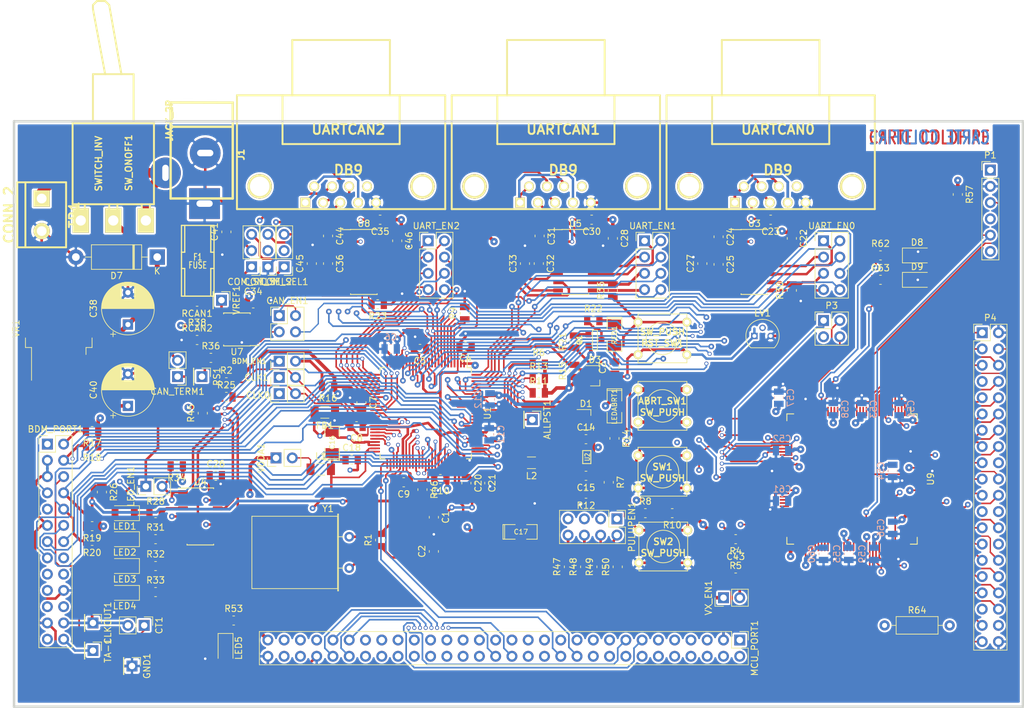
<source format=kicad_pcb>
(kicad_pcb (version 20171130) (host pcbnew 5.1.10-88a1d61d58~88~ubuntu18.04.1)
  (title_block (title "Demo Kicad") (date 2015-10-09) (rev 2))
  (layers (0 F.Cu signal) (1 GND_layer power) (2 VDD_layer power) (31 B.Cu signal) (34 B.Paste user) (35 F.Paste user) (36 B.SilkS user) (37 F.SilkS user) (38 B.Mask user) (39 F.Mask user) (44 Edge.Cuts user))
  (net 0 "")
  (net 1 /ALLPST)
  (net 2 /AN2)
  (net 3 /AN3)
  (net 4 /AN4)
  (net 5 /AN6)
  (net 6 /BKPT-)
  (net 7 /CLKIN/EXTAL)
  (net 8 /CLKMOD0)
  (net 9 /CLKMOD1)
  (net 10 /DDAT0)
  (net 11 /DDAT1)
  (net 12 /DDAT2)
  (net 13 /DDAT3)
  (net 14 /DSCLK)
  (net 15 /DSI)
  (net 16 /DSO)
  (net 17 /DTIN1)
  (net 18 /GPT1)
  (net 19 /GPT3)
  (net 20 /IRQ-5)
  (net 21 /IRQ-6)
  (net 22 /IRQ-7)
  (net 23 /JTAG_EN)
  (net 24 /PST0)
  (net 25 /PST1)
  (net 26 /PST2)
  (net 27 /PST3)
  (net 28 /QSPI_CS3)
  (net 29 /TCLK)
  (net 30 /VDDPLL)
  (net 31 /inout_user/CAN_H)
  (net 32 /inout_user/CAN_L)
  (net 33 /inout_user/CTS0)
  (net 34 /inout_user/CTS1)
  (net 35 /inout_user/CTS2/CANH)
  (net 36 /inout_user/RTS0)
  (net 37 /inout_user/RTS1)
  (net 38 /inout_user/RTS2)
  (net 39 /inout_user/RXD0)
  (net 40 /inout_user/RXD1)
  (net 41 /inout_user/RXD2)
  (net 42 /inout_user/RxD_CAN)
  (net 43 /inout_user/TXD0)
  (net 44 /inout_user/TXD1)
  (net 45 /inout_user/TXD2/CANL)
  (net 46 /inout_user/TxD_CAN)
  (net 47 /xilinx/+3,3V_OUT)
  (net 48 /xilinx/LED_TEST1)
  (net 49 /xilinx/LED_TEST2)
  (net 50 /xilinx/TCK)
  (net 51 /xilinx/TDI)
  (net 52 /xilinx/TDO)
  (net 53 /xilinx/TMS)
  (net 54 /xilinx/XIL_D0)
  (net 55 /xilinx/XIL_D1)
  (net 56 /xilinx/XIL_D10)
  (net 57 /xilinx/XIL_D11)
  (net 58 /xilinx/XIL_D12)
  (net 59 /xilinx/XIL_D13)
  (net 60 /xilinx/XIL_D14)
  (net 61 /xilinx/XIL_D15)
  (net 62 /xilinx/XIL_D16)
  (net 63 /xilinx/XIL_D17)
  (net 64 /xilinx/XIL_D18)
  (net 65 /xilinx/XIL_D19)
  (net 66 /xilinx/XIL_D2)
  (net 67 /xilinx/XIL_D20)
  (net 68 /xilinx/XIL_D21)
  (net 69 /xilinx/XIL_D22)
  (net 70 /xilinx/XIL_D23)
  (net 71 /xilinx/XIL_D24)
  (net 72 /xilinx/XIL_D25)
  (net 73 /xilinx/XIL_D26)
  (net 74 /xilinx/XIL_D27)
  (net 75 /xilinx/XIL_D28)
  (net 76 /xilinx/XIL_D29)
  (net 77 /xilinx/XIL_D3)
  (net 78 /xilinx/XIL_D30)
  (net 79 /xilinx/XIL_D31)
  (net 80 /xilinx/XIL_D32)
  (net 81 /xilinx/XIL_D33)
  (net 82 /xilinx/XIL_D34)
  (net 83 /xilinx/XIL_D35)
  (net 84 /xilinx/XIL_D36)
  (net 85 /xilinx/XIL_D4)
  (net 86 /xilinx/XIL_D5)
  (net 87 /xilinx/XIL_D6)
  (net 88 /xilinx/XIL_D7)
  (net 89 /xilinx/XIL_D8)
  (net 90 /xilinx/XIL_D9)
  (net 91 GND)
  (net 92 "Net-(ABRT_SW1-Pad1)")
  (net 93 "Net-(BDM_PORT1-Pad6)")
  (net 94 "Net-(BDM_PORT1-Pad26)")
  (net 95 "Net-(C3-Pad1)")
  (net 96 "Net-(C15-Pad1)")
  (net 97 GNDA)
  (net 98 "Net-(C23-Pad2)")
  (net 99 "Net-(C24-Pad1)")
  (net 100 "Net-(C24-Pad2)")
  (net 101 "Net-(C25-Pad1)")
  (net 102 "Net-(C25-Pad2)")
  (net 103 "Net-(C27-Pad1)")
  (net 104 "Net-(C30-Pad2)")
  (net 105 "Net-(C31-Pad1)")
  (net 106 "Net-(C31-Pad2)")
  (net 107 "Net-(C32-Pad1)")
  (net 108 "Net-(C32-Pad2)")
  (net 109 "Net-(C33-Pad1)")
  (net 110 "Net-(C35-Pad2)")
  (net 111 "Net-(C36-Pad1)")
  (net 112 "Net-(C36-Pad2)")
  (net 113 "Net-(C38-Pad1)")
  (net 114 "Net-(C43-Pad2)")
  (net 115 "Net-(C44-Pad1)")
  (net 116 "Net-(C44-Pad2)")
  (net 117 "Net-(C45-Pad1)")
  (net 118 "Net-(CAN_TERM1-Pad2)")
  (net 119 "Net-(COM_SEL1-Pad3)")
  (net 120 "Net-(COM_SEL2-Pad3)")
  (net 121 "Net-(COM_SEL3-Pad3)")
  (net 122 "Net-(D8-Pad1)")
  (net 123 "Net-(D9-Pad1)")
  (net 124 "Net-(F1-Pad1)")
  (net 125 "Net-(J1-Pad3)")
  (net 126 "Net-(L1-Pad1)")
  (net 127 "Net-(LED1-Pad1)")
  (net 128 "Net-(LED2-Pad1)")
  (net 129 "Net-(LED3-Pad1)")
  (net 130 "Net-(LED4-Pad1)")
  (net 131 "Net-(LED5-Pad1)")
  (net 132 "Net-(LEDABRT1-Pad2)")
  (net 133 "Net-(LED_EN1-Pad2)")
  (net 134 /AN0)
  (net 135 /AN1)
  (net 136 /QSPI_CS0)
  (net 137 /AN5)
  (net 138 /AN7)
  (net 139 /IRQ-4)
  (net 140 /DTIN0)
  (net 141 /DTIN2)
  (net 142 /DTIN3)
  (net 143 /GPT0)
  (net 144 /GPT2)
  (net 145 "Net-(P3-Pad2)")
  (net 146 "Net-(P3-Pad4)")
  (net 147 "Net-(PULUPEN1-Pad2)")
  (net 148 "Net-(PULUPEN1-Pad4)")
  (net 149 "Net-(PULUPEN1-Pad6)")
  (net 150 "Net-(PULUPEN1-Pad8)")
  (net 151 "Net-(Q1-Pad2)")
  (net 152 "Net-(Q1-Pad3)")
  (net 153 "Net-(R9-Pad1)")
  (net 154 "Net-(R22-Pad2)")
  (net 155 "Net-(R23-Pad2)")
  (net 156 "Net-(R28-Pad2)")
  (net 157 "Net-(R30-Pad2)")
  (net 158 "Net-(R31-Pad2)")
  (net 159 "Net-(R32-Pad2)")
  (net 160 "Net-(R33-Pad2)")
  (net 161 "Net-(R35-Pad2)")
  (net 162 "Net-(R36-Pad1)")
  (net 163 "Net-(R46-Pad1)")
  (net 164 "Net-(U3-Pad9)")
  (net 165 "Net-(U3-Pad11)")
  (net 166 "Net-(U3-Pad12)")
  (net 167 "Net-(U5-Pad9)")
  (net 168 "Net-(U5-Pad11)")
  (net 169 "Net-(U5-Pad12)")
  (net 170 "Net-(U7-Pad5)")
  (net 171 "Net-(U8-Pad9)")
  (net 172 "Net-(U8-Pad10)")
  (net 173 "Net-(U8-Pad12)")
  (net 174 "Net-(UARTCAN0-Pad1)")
  (net 175 "Net-(UARTCAN1-Pad1)")
  (net 176 "Net-(UARTCAN2-Pad1)")
  (net 177 +3.3V)
  (net 178 "Net-(D1-Pad1)")
  (net 179 /VCCA)
  (net 180 /IRQ-1)
  (net 181 /IRQ-2)
  (net 182 /IRQ-3)
  (net 183 /XTAL)
  (net 184 /RCON-)
  (net 185 /RSTO-)
  (net 186 /RSTI-)
  (net 187 /QSPI_CS1)
  (net 188 /URTS1)
  (net 189 /UCTS1)
  (net 190 /QSPI_CLK)
  (net 191 /DSPI_DOUT)
  (net 192 /QSPI_DIN)
  (net 193 /QSPI_CS2)
  (net 194 /URXD1)
  (net 195 /UTXD1)
  (net 196 /PWM7)
  (net 197 /PWM5)
  (net 198 /PWM1)
  (net 199 /PWM3)
  (net 200 /URTS2)
  (net 201 /UTXD2)
  (net 202 /URXD2)
  (net 203 /UCTS2)
  (net 204 /CANRX)
  (net 205 /CANTX)
  (net 206 /URTS0)
  (net 207 /UTXD0)
  (net 208 /URXD0)
  (net 209 /UCTS0)
  (net 210 "Net-(SW_ONOFF1-Pad1)")
  (net 211 "Net-(UARTCAN2-Pad9)")
  (net 212 "Net-(UARTCAN0-Pad9)")
  (net 213 "Net-(UARTCAN1-Pad9)")
  (net 214 "Net-(VR1-Pad4)")
  (net 215 "Net-(U9-Pad141)")
  (net 216 "Net-(U9-Pad133)")
  (net 217 "Net-(U9-Pad121)")
  (net 218 "Net-(U9-Pad120)")
  (net 219 "Net-(U9-Pad110)")
  (net 220 "Net-(U9-Pad106)")
  (net 221 "Net-(U9-Pad103)")
  (net 222 "Net-(U9-Pad102)")
  (net 223 "Net-(U9-Pad94)")
  (net 224 "Net-(U9-Pad93)")
  (net 225 "Net-(U9-Pad92)")
  (net 226 "Net-(U9-Pad91)")
  (net 227 "Net-(U9-Pad90)")
  (net 228 "Net-(U9-Pad88)")
  (net 229 "Net-(U9-Pad87)")
  (net 230 "Net-(U9-Pad86)")
  (net 231 "Net-(U9-Pad84)")
  (net 232 "Net-(U9-Pad83)")
  (net 233 "Net-(U9-Pad82)")
  (net 234 "Net-(U9-Pad81)")
  (net 235 "Net-(U9-Pad80)")
  (net 236 "Net-(U9-Pad79)")
  (net 237 "Net-(U9-Pad78)")
  (net 238 "Net-(U9-Pad77)")
  (net 239 "Net-(U9-Pad75)")
  (net 240 "Net-(U9-Pad74)")
  (net 241 "Net-(U9-Pad72)")
  (net 242 "Net-(U9-Pad71)")
  (net 243 "Net-(U9-Pad70)")
  (net 244 "Net-(U9-Pad69)")
  (net 245 "Net-(U9-Pad68)")
  (net 246 "Net-(U9-Pad67)")
  (net 247 "Net-(U9-Pad66)")
  (net 248 "Net-(U9-Pad65)")
  (net 249 "Net-(U9-Pad63)")
  (net 250 "Net-(U9-Pad62)")
  (net 251 "Net-(U9-Pad61)")
  (net 252 "Net-(U9-Pad60)")
  (net 253 "Net-(U9-Pad56)")
  (net 254 "Net-(U9-Pad55)")
  (net 255 "Net-(U9-Pad41)")
  (net 256 "Net-(U9-Pad40)")
  (net 257 "Net-(U9-Pad39)")
  (net 258 "Net-(U9-Pad38)")
  (net 259 "Net-(U9-Pad37)")
  (net 260 "Net-(U9-Pad36)")
  (net 261 "Net-(U9-Pad35)")
  (net 262 "Net-(U9-Pad34)")
  (net 263 "Net-(U9-Pad30)")
  (net 264 "Net-(U9-Pad29)")
  (net 265 "Net-(U9-Pad26)")
  (net 266 "Net-(U9-Pad25)")
  (net 267 "Net-(U9-Pad23)")
  (net 268 "Net-(U9-Pad22)")
  (net 269 "Net-(U9-Pad21)")
  (net 270 "Net-(U9-Pad19)")
  (net 271 "Net-(U9-Pad18)")
  (net 272 "Net-(U9-Pad16)")
  (net 273 "Net-(U9-Pad15)")
  (net 274 "Net-(U9-Pad14)")
  (net 275 "Net-(U9-Pad9)")
  (net 276 "Net-(BDM_PORT1-Pad22)")
  (net 277 "Net-(BDM_PORT1-Pad21)")
  (net 278 "Net-(BDM_PORT1-Pad1)")
  (module Diode_SMD:D_SOT-23_ANK (layer F.Cu) (at 160.401 102.489)
    (fp_text reference D1 (at 0 -2.5) (layer F.SilkS))
    (fp_text value BAT54)
    (pad 1 smd rect (at 1 0) (size 0.9 0.8) (layers F.Cu F.Paste F.Mask) (net 178 "Net-(D1-Pad1)"))
    (pad "" smd rect (at -1 0.95) (size 0.9 0.8) (layers F.Cu F.Paste F.Mask))
    (pad 2 smd rect (at -1 -0.95) (size 0.9 0.8) (layers F.Cu F.Paste F.Mask) (net 22 /IRQ-7))
  )
  (module Diode_SMD:D_SOT-23_ANK (layer F.Cu) (at 161.798 95.631)
    (fp_text reference D3 (at 0 -2.5) (layer F.SilkS))
    (fp_text value BAT54)
    (pad 1 smd rect (at 1 0) (size 0.9 0.8) (layers F.Cu F.Paste F.Mask) (net 95 "Net-(C3-Pad1)"))
    (pad "" smd rect (at -1 0.95) (size 0.9 0.8) (layers F.Cu F.Paste F.Mask))
    (pad 2 smd rect (at -1 -0.95) (size 0.9 0.8) (layers F.Cu F.Paste F.Mask) (net 186 /RSTI-))
  )
  (module Diode_THT:D_DO-15_P12.70mm_Horizontal (layer F.Cu) (at 93.472 77.089 180)
    (fp_text reference D7 (at 6.35 -2.92 180) (layer F.SilkS))
    (fp_text value 1N4004)
    (fp_text user K (at 0 -2.2 180) (layer F.SilkS))
    (pad 2 thru_hole oval (at 12.7 0 180) (size 2.4 2.4) (drill 1.2) (layers *.Cu *.Mask) (net 91 GND))
    (pad 1 thru_hole rect (at 0 0 180) (size 2.4 2.4) (drill 1.2) (layers *.Cu *.Mask) (net 113 "Net-(C38-Pad1)"))
  )
  (module Resistor_THT:R_Axial_DIN0207_L6.3mm_D2.5mm_P10.16mm_Horizontal (layer F.Cu) (at 207.01 134.62)
    (fp_text reference R64 (at 5.08 -2.37) (layer F.SilkS))
    (fp_text value 3,3)
    (pad 2 thru_hole oval (at 10.16 0) (size 1.6 1.6) (drill 0.8) (layers *.Cu *.Mask) (net 47 /xilinx/+3,3V_OUT))
    (pad 1 thru_hole circle (at 0 0) (size 1.6 1.6) (drill 0.8) (layers *.Cu *.Mask) (net 177 +3.3V))
  )
  (module Package_SO:SOIC-8_3.9x4.9mm_P1.27mm (layer F.Cu) (at 105.918 88.392 180)
    (fp_text reference U7 (at 0 -3.5 180) (layer F.SilkS))
    (fp_text value PCA82C251)
    (pad 8 smd rect (at 2.7 -1.905 180) (size 1.55 0.6) (layers F.Cu F.Paste F.Mask) (net 162 "Net-(R36-Pad1)"))
    (pad 7 smd rect (at 2.7 -0.635 180) (size 1.55 0.6) (layers F.Cu F.Paste F.Mask) (net 31 /inout_user/CAN_H))
    (pad 6 smd rect (at 2.7 0.635 180) (size 1.55 0.6) (layers F.Cu F.Paste F.Mask) (net 32 /inout_user/CAN_L))
    (pad 5 smd rect (at 2.7 1.905 180) (size 1.55 0.6) (layers F.Cu F.Paste F.Mask) (net 170 "Net-(U7-Pad5)"))
    (pad 4 smd rect (at -2.7 1.905 180) (size 1.55 0.6) (layers F.Cu F.Paste F.Mask) (net 42 /inout_user/RxD_CAN))
    (pad 3 smd rect (at -2.7 0.635 180) (size 1.55 0.6) (layers F.Cu F.Paste F.Mask) (net 177 +3.3V))
    (pad 2 smd rect (at -2.7 -0.635 180) (size 1.55 0.6) (layers F.Cu F.Paste F.Mask) (net 91 GND))
    (pad 1 smd rect (at -2.7 -1.905 180) (size 1.55 0.6) (layers F.Cu F.Paste F.Mask) (net 46 /inout_user/TxD_CAN))
  )
  (module Package_TO_SOT_SMD:TO-263-5_TabPin3 (layer F.Cu) (at 78.105 88.265 90)
    (fp_text reference VR1 (at 0 -6.65 90) (layer F.SilkS))
    (fp_text value LT1129_QPACK)
    (pad 1 smd rect (at -5.775 -3.4 90) (size 4.6 1.1) (layers F.Cu F.Paste F.Mask) (net 177 +3.3V))
    (pad 2 smd rect (at -5.775 -1.7 90) (size 4.6 1.1) (layers F.Cu F.Paste F.Mask) (net 177 +3.3V))
    (pad 3 smd rect (at -5.775 0 90) (size 4.6 1.1) (layers F.Cu F.Paste F.Mask) (net 91 GND))
    (pad 4 smd rect (at -5.775 1.7 90) (size 4.6 1.1) (layers F.Cu F.Paste F.Mask) (net 214 "Net-(VR1-Pad4)"))
    (pad 5 smd rect (at -5.775 3.4 90) (size 4.6 1.1) (layers F.Cu F.Paste F.Mask) (net 113 "Net-(C38-Pad1)"))
    (pad 3 smd rect (at 3.375 0 90) (size 9.4 10.8) (layers F.Cu F.Mask) (net 91 GND))
  )
  (module Capacitor_THT:CP_Radial_D8.0mm_P5.00mm (layer F.Cu) (at 88.9 100.33 90)
    (fp_text reference C40 (at 2.5 -5.37 90) (layer F.SilkS))
    (fp_text value 220uF)
    (pad 2 thru_hole circle (at 5 0 90) (size 1.6 1.6) (drill 0.8) (layers *.Cu *.Mask) (net 91 GND))
    (pad 1 thru_hole rect (at 0 0 90) (size 1.6 1.6) (drill 0.8) (layers *.Cu *.Mask) (net 177 +3.3V))
  )
  (module Capacitor_THT:CP_Radial_D8.0mm_P5.00mm (layer F.Cu) (at 88.9 87.63 90)
    (fp_text reference C38 (at 2.5 -5.37 90) (layer F.SilkS))
    (fp_text value 10uF)
    (pad 2 thru_hole circle (at 5 0 90) (size 1.6 1.6) (drill 0.8) (layers *.Cu *.Mask) (net 91 GND))
    (pad 1 thru_hole rect (at 0 0 90) (size 1.6 1.6) (drill 0.8) (layers *.Cu *.Mask) (net 113 "Net-(C38-Pad1)"))
  )
  (module Package_SO:SOIC-14_3.9x8.7mm_P1.27mm (layer F.Cu) (at 100.203 117.602)
    (fp_text reference U4 (at 0 -5.375) (layer F.SilkS))
    (fp_text value 74HC125)
    (pad 14 smd rect (at 2.7 -3.81) (size 1.5 0.6) (layers F.Cu F.Paste F.Mask) (net 177 +3.3V))
    (pad 13 smd rect (at 2.7 -2.54) (size 1.5 0.6) (layers F.Cu F.Paste F.Mask) (net 133 "Net-(LED_EN1-Pad2)"))
    (pad 12 smd rect (at 2.7 -1.27) (size 1.5 0.6) (layers F.Cu F.Paste F.Mask) (net 141 /DTIN2))
    (pad 11 smd rect (at 2.7 0) (size 1.5 0.6) (layers F.Cu F.Paste F.Mask) (net 159 "Net-(R32-Pad2)"))
    (pad 10 smd rect (at 2.7 1.27) (size 1.5 0.6) (layers F.Cu F.Paste F.Mask) (net 133 "Net-(LED_EN1-Pad2)"))
    (pad 9 smd rect (at 2.7 2.54) (size 1.5 0.6) (layers F.Cu F.Paste F.Mask) (net 142 /DTIN3))
    (pad 8 smd rect (at 2.7 3.81) (size 1.5 0.6) (layers F.Cu F.Paste F.Mask) (net 160 "Net-(R33-Pad2)"))
    (pad 7 smd rect (at -2.7 3.81) (size 1.5 0.6) (layers F.Cu F.Paste F.Mask) (net 91 GND))
    (pad 6 smd rect (at -2.7 2.54) (size 1.5 0.6) (layers F.Cu F.Paste F.Mask) (net 158 "Net-(R31-Pad2)"))
    (pad 5 smd rect (at -2.7 1.27) (size 1.5 0.6) (layers F.Cu F.Paste F.Mask) (net 17 /DTIN1))
    (pad 4 smd rect (at -2.7 0) (size 1.5 0.6) (layers F.Cu F.Paste F.Mask) (net 133 "Net-(LED_EN1-Pad2)"))
    (pad 3 smd rect (at -2.7 -1.27) (size 1.5 0.6) (layers F.Cu F.Paste F.Mask) (net 156 "Net-(R28-Pad2)"))
    (pad 2 smd rect (at -2.7 -2.54) (size 1.5 0.6) (layers F.Cu F.Paste F.Mask) (net 140 /DTIN0))
    (pad 1 smd rect (at -2.7 -3.81) (size 1.5 0.6) (layers F.Cu F.Paste F.Mask) (net 133 "Net-(LED_EN1-Pad2)"))
  )
  (module LED_SMD:LED_1206_3216Metric (layer F.Cu) (at 88.392 121.158 180)
    (fp_text reference LED2 (at 0 -2.05 180) (layer F.SilkS))
    (fp_text value LED)
    (pad 2 smd rect (at 1.505 0 180) (size 1.07 1.8) (layers F.Cu F.Paste F.Mask) (net 91 GND))
    (pad 1 smd rect (at -1.505 0 180) (size 1.07 1.8) (layers F.Cu F.Paste F.Mask) (net 128 "Net-(LED2-Pad1)"))
  )
  (module LED_SMD:LED_1206_3216Metric (layer F.Cu) (at 88.392 117.094 180)
    (fp_text reference LED1 (at 0 -2.05 180) (layer F.SilkS))
    (fp_text value LED)
    (pad 2 smd rect (at 1.505 0 180) (size 1.07 1.8) (layers F.Cu F.Paste F.Mask) (net 91 GND))
    (pad 1 smd rect (at -1.505 0 180) (size 1.07 1.8) (layers F.Cu F.Paste F.Mask) (net 127 "Net-(LED1-Pad1)"))
  )
  (module LED_SMD:LED_1206_3216Metric (layer F.Cu) (at 212.09 80.645)
    (fp_text reference D9 (at 0 -2.05) (layer F.SilkS))
    (fp_text value LED)
    (pad 2 smd rect (at 1.505 0) (size 1.07 1.8) (layers F.Cu F.Paste F.Mask) (net 91 GND))
    (pad 1 smd rect (at -1.505 0) (size 1.07 1.8) (layers F.Cu F.Paste F.Mask) (net 123 "Net-(D9-Pad1)"))
  )
  (module LED_SMD:LED_1206_3216Metric (layer F.Cu) (at 212.09 76.835)
    (fp_text reference D8 (at 0 -2.05) (layer F.SilkS))
    (fp_text value LED)
    (pad 2 smd rect (at 1.505 0) (size 1.07 1.8) (layers F.Cu F.Paste F.Mask) (net 91 GND))
    (pad 1 smd rect (at -1.505 0) (size 1.07 1.8) (layers F.Cu F.Paste F.Mask) (net 122 "Net-(D8-Pad1)"))
  )
  (module LED_SMD:LED_1206_3216Metric (layer F.Cu) (at 104.14 138.176 270)
    (fp_text reference LED5 (at 0 -2.05 270) (layer F.SilkS))
    (fp_text value LED)
    (pad 2 smd rect (at 1.505 0 270) (size 1.07 1.8) (layers F.Cu F.Paste F.Mask) (net 91 GND))
    (pad 1 smd rect (at -1.505 0 270) (size 1.07 1.8) (layers F.Cu F.Paste F.Mask) (net 131 "Net-(LED5-Pad1)"))
  )
  (module LED_SMD:LED_1206_3216Metric (layer F.Cu) (at 88.392 125.349 180)
    (fp_text reference LED3 (at 0 -2.05 180) (layer F.SilkS))
    (fp_text value LED)
    (pad 2 smd rect (at 1.505 0 180) (size 1.07 1.8) (layers F.Cu F.Paste F.Mask) (net 91 GND))
    (pad 1 smd rect (at -1.505 0 180) (size 1.07 1.8) (layers F.Cu F.Paste F.Mask) (net 129 "Net-(LED3-Pad1)"))
  )
  (module LED_SMD:LED_1206_3216Metric (layer F.Cu) (at 88.392 129.54 180)
    (fp_text reference LED4 (at 0 -2.05 180) (layer F.SilkS))
    (fp_text value LED)
    (pad 2 smd rect (at 1.505 0 180) (size 1.07 1.8) (layers F.Cu F.Paste F.Mask) (net 91 GND))
    (pad 1 smd rect (at -1.505 0 180) (size 1.07 1.8) (layers F.Cu F.Paste F.Mask) (net 130 "Net-(LED4-Pad1)"))
  )
  (module lib_smd:SM1206POL (layer F.Cu) (at 164.846 89.281 270)
    (fp_text reference RED1 (at 0 0 270) (layer F.SilkS) (effects (font (size 0.762 0.762) (thickness 0.127))))
    (fp_text value LED_RESET1 hide)
    (pad 1 smd rect (at -1.651 0 270) (size 1.524 2.032) (layers F.Cu F.Paste F.Mask) (net 154 "Net-(R22-Pad2)"))
    (pad 2 smd rect (at 1.651 0 270) (size 1.524 2.032) (layers F.Cu F.Paste F.Mask) (net 91 GND))
  )
  (module lib_smd:SM1206POL (layer F.Cu) (at 164.846 100.457 270)
    (fp_text reference LEDABRT1 (at 0 0 270) (layer F.SilkS) (effects (font (size 0.762 0.762) (thickness 0.127))))
    (fp_text value RED hide)
    (pad 1 smd rect (at -1.651 0 270) (size 1.524 2.032) (layers F.Cu F.Paste F.Mask) (net 177 +3.3V))
    (pad 2 smd rect (at 1.651 0 270) (size 1.524 2.032) (layers F.Cu F.Paste F.Mask) (net 132 "Net-(LEDABRT1-Pad2)"))
  )
  (module lib_smd:SM1206POL (layer F.Cu) (at 150.241 120.015)
    (fp_text reference C17 (at 0 0) (layer F.SilkS) (effects (font (size 0.762 0.762) (thickness 0.127))))
    (fp_text value 100uF hide)
    (pad 1 smd rect (at -1.651 0) (size 1.524 2.032) (layers F.Cu F.Paste F.Mask) (net 177 +3.3V))
    (pad 2 smd rect (at 1.651 0) (size 1.524 2.032) (layers F.Cu F.Paste F.Mask) (net 91 GND))
  )
  (module lib_smd:SM1206POL (layer F.Cu) (at 120.777 106.045 90)
    (fp_text reference C16 (at 0 0 90) (layer F.SilkS) (effects (font (size 0.762 0.762) (thickness 0.127))))
    (fp_text value 10uF hide)
    (pad 1 smd rect (at -1.651 0 90) (size 1.524 2.032) (layers F.Cu F.Paste F.Mask) (net 179 /VCCA))
    (pad 2 smd rect (at 1.651 0 90) (size 1.524 2.032) (layers F.Cu F.Paste F.Mask) (net 97 GNDA))
  )
  (module Connector_PinHeader_2.54mm:PinHeader_1x01_P2.54mm_Vertical (layer F.Cu) (at 152.019 102.489 270)
    (fp_text reference ALLPST1 (at 0 -2.33 270) (layer F.SilkS))
    (fp_text value CONN_1)
    (pad 1 thru_hole rect (at 0 0 270) (size 1.7 1.7) (drill 1) (layers *.Cu *.Mask) (net 1 /ALLPST))
  )
  (module Connector_PinHeader_2.54mm:PinHeader_1x01_P2.54mm_Vertical (layer F.Cu) (at 83.439 134.239 270)
    (fp_text reference CLKOUT1 (at 0 -2.33 270) (layer F.SilkS))
    (fp_text value CONN_1)
    (pad 1 thru_hole rect (at 0 0 270) (size 1.7 1.7) (drill 1) (layers *.Cu *.Mask) (net 29 /TCLK))
  )
  (module Connector_PinHeader_2.54mm:PinHeader_1x01_P2.54mm_Vertical (layer F.Cu) (at 89.535 140.97 270)
    (fp_text reference GND1 (at 0 -2.33 270) (layer F.SilkS))
    (fp_text value CONN_1)
    (pad 1 thru_hole rect (at 0 0 270) (size 1.7 1.7) (drill 1) (layers *.Cu *.Mask) (net 91 GND))
  )
  (module Connector_PinHeader_2.54mm:PinHeader_1x01_P2.54mm_Vertical (layer F.Cu) (at 100.457 95.758 270)
    (fp_text reference RS1 (at 0 -2.33 270) (layer F.SilkS))
    (fp_text value CONN_1)
    (pad 1 thru_hole rect (at 0 0 270) (size 1.7 1.7) (drill 1) (layers *.Cu *.Mask) (net 162 "Net-(R36-Pad1)"))
  )
  (module Connector_PinHeader_2.54mm:PinHeader_1x01_P2.54mm_Vertical (layer F.Cu) (at 83.439 138.557 270)
    (fp_text reference TA-1 (at 0 -2.33 270) (layer F.SilkS))
    (fp_text value CONN_1)
    (pad 1 thru_hole rect (at 0 0 270) (size 1.7 1.7) (drill 1) (layers *.Cu *.Mask) (net 94 "Net-(BDM_PORT1-Pad26)"))
  )
  (module Connector_PinHeader_2.54mm:PinHeader_1x01_P2.54mm_Vertical (layer F.Cu) (at 103.505 83.82 270)
    (fp_text reference VREF1 (at 0 -2.33 270) (layer F.SilkS))
    (fp_text value CONN_1)
    (pad 1 thru_hole rect (at 0 0 270) (size 1.7 1.7) (drill 1) (layers *.Cu *.Mask) (net 170 "Net-(U7-Pad5)"))
  )
  (module Package_QFP:LQFP-100_14x14mm_P0.5mm (layer F.Cu) (at 135.382 101.473 270)
    (fp_text reference U1 (at 0 -9.65 270) (layer F.SilkS))
    (fp_text value MCF5213-LQFP100)
    (pad 100 smd rect (at -6 -7.9) (size 1.5 0.28) (layers F.Cu F.Paste F.Mask) (net 194 /URXD1))
    (pad 99 smd rect (at -5.5 -7.9) (size 1.5 0.28) (layers F.Cu F.Paste F.Mask) (net 195 /UTXD1))
    (pad 98 smd rect (at -5 -7.9) (size 1.5 0.28) (layers F.Cu F.Paste F.Mask) (net 189 /UCTS1))
    (pad 97 smd rect (at -4.5 -7.9) (size 1.5 0.28) (layers F.Cu F.Paste F.Mask) (net 185 /RSTO-))
    (pad 96 smd rect (at -4 -7.9) (size 1.5 0.28) (layers F.Cu F.Paste F.Mask) (net 186 /RSTI-))
    (pad 95 smd rect (at -3.5 -7.9) (size 1.5 0.28) (layers F.Cu F.Paste F.Mask) (net 22 /IRQ-7))
    (pad 94 smd rect (at -3 -7.9) (size 1.5 0.28) (layers F.Cu F.Paste F.Mask) (net 21 /IRQ-6))
    (pad 93 smd rect (at -2.5 -7.9) (size 1.5 0.28) (layers F.Cu F.Paste F.Mask) (net 177 +3.3V))
    (pad 92 smd rect (at -2 -7.9) (size 1.5 0.28) (layers F.Cu F.Paste F.Mask) (net 91 GND))
    (pad 91 smd rect (at -1.5 -7.9) (size 1.5 0.28) (layers F.Cu F.Paste F.Mask) (net 20 /IRQ-5))
    (pad 90 smd rect (at -1 -7.9) (size 1.5 0.28) (layers F.Cu F.Paste F.Mask) (net 139 /IRQ-4))
    (pad 89 smd rect (at -0.5 -7.9) (size 1.5 0.28) (layers F.Cu F.Paste F.Mask) (net 182 /IRQ-3))
    (pad 88 smd rect (at 0 -7.9) (size 1.5 0.28) (layers F.Cu F.Paste F.Mask) (net 181 /IRQ-2))
    (pad 87 smd rect (at 0.5 -7.9) (size 1.5 0.28) (layers F.Cu F.Paste F.Mask) (net 180 /IRQ-1))
    (pad 86 smd rect (at 1 -7.9) (size 1.5 0.28) (layers F.Cu F.Paste F.Mask) (net 1 /ALLPST))
    (pad 85 smd rect (at 1.5 -7.9) (size 1.5 0.28) (layers F.Cu F.Paste F.Mask) (net 14 /DSCLK))
    (pad 84 smd rect (at 2 -7.9) (size 1.5 0.28) (layers F.Cu F.Paste F.Mask) (net 13 /DDAT3))
    (pad 83 smd rect (at 2.5 -7.9) (size 1.5 0.28) (layers F.Cu F.Paste F.Mask) (net 12 /DDAT2))
    (pad 82 smd rect (at 3 -7.9) (size 1.5 0.28) (layers F.Cu F.Paste F.Mask) (net 91 GND))
    (pad 81 smd rect (at 3.5 -7.9) (size 1.5 0.28) (layers F.Cu F.Paste F.Mask) (net 177 +3.3V))
    (pad 80 smd rect (at 4 -7.9) (size 1.5 0.28) (layers F.Cu F.Paste F.Mask) (net 16 /DSO))
    (pad 79 smd rect (at 4.5 -7.9) (size 1.5 0.28) (layers F.Cu F.Paste F.Mask) (net 15 /DSI))
    (pad 78 smd rect (at 5 -7.9) (size 1.5 0.28) (layers F.Cu F.Paste F.Mask) (net 11 /DDAT1))
    (pad 77 smd rect (at 5.5 -7.9) (size 1.5 0.28) (layers F.Cu F.Paste F.Mask) (net 10 /DDAT0))
    (pad 76 smd rect (at 6 -7.9) (size 1.5 0.28) (layers F.Cu F.Paste F.Mask) (net 6 /BKPT-))
    (pad 75 smd rect (at 7.9 -6 270) (size 1.5 0.28) (layers F.Cu F.Paste F.Mask) (net 91 GND))
    (pad 74 smd rect (at 7.9 -5.5 270) (size 1.5 0.28) (layers F.Cu F.Paste F.Mask) (net 30 /VDDPLL))
    (pad 73 smd rect (at 7.9 -5 270) (size 1.5 0.28) (layers F.Cu F.Paste F.Mask) (net 7 /CLKIN/EXTAL))
    (pad 72 smd rect (at 7.9 -4.5 270) (size 1.5 0.28) (layers F.Cu F.Paste F.Mask) (net 183 /XTAL))
    (pad 71 smd rect (at 7.9 -4 270) (size 1.5 0.28) (layers F.Cu F.Paste F.Mask) (net 91 GND))
    (pad 70 smd rect (at 7.9 -3.5 270) (size 1.5 0.28) (layers F.Cu F.Paste F.Mask) (net 27 /PST3))
    (pad 69 smd rect (at 7.9 -3 270) (size 1.5 0.28) (layers F.Cu F.Paste F.Mask) (net 26 /PST2))
    (pad 68 smd rect (at 7.9 -2.5 270) (size 1.5 0.28) (layers F.Cu F.Paste F.Mask) (net 177 +3.3V))
    (pad 67 smd rect (at 7.9 -2 270) (size 1.5 0.28) (layers F.Cu F.Paste F.Mask) (net 91 GND))
    (pad 66 smd rect (at 7.9 -1.5 270) (size 1.5 0.28) (layers F.Cu F.Paste F.Mask) (net 25 /PST1))
    (pad 65 smd rect (at 7.9 -1 270) (size 1.5 0.28) (layers F.Cu F.Paste F.Mask) (net 24 /PST0))
    (pad 64 smd rect (at 7.9 -0.5 270) (size 1.5 0.28) (layers F.Cu F.Paste F.Mask) (net 163 "Net-(R46-Pad1)"))
    (pad 63 smd rect (at 7.9 0 270) (size 1.5 0.28) (layers F.Cu F.Paste F.Mask) (net 196 /PWM7))
    (pad 62 smd rect (at 7.9 0.5 270) (size 1.5 0.28) (layers F.Cu F.Paste F.Mask) (net 19 /GPT3))
    (pad 61 smd rect (at 7.9 1 270) (size 1.5 0.28) (layers F.Cu F.Paste F.Mask) (net 144 /GPT2))
    (pad 60 smd rect (at 7.9 1.5 270) (size 1.5 0.28) (layers F.Cu F.Paste F.Mask) (net 197 /PWM5))
    (pad 59 smd rect (at 7.9 2 270) (size 1.5 0.28) (layers F.Cu F.Paste F.Mask) (net 18 /GPT1))
    (pad 58 smd rect (at 7.9 2.5 270) (size 1.5 0.28) (layers F.Cu F.Paste F.Mask) (net 143 /GPT0))
    (pad 57 smd rect (at 7.9 3 270) (size 1.5 0.28) (layers F.Cu F.Paste F.Mask) (net 177 +3.3V))
    (pad 56 smd rect (at 7.9 3.5 270) (size 1.5 0.28) (layers F.Cu F.Paste F.Mask) (net 91 GND))
    (pad 55 smd rect (at 7.9 4 270) (size 1.5 0.28) (layers F.Cu F.Paste F.Mask) (net 177 +3.3V))
    (pad 54 smd rect (at 7.9 4.5 270) (size 1.5 0.28) (layers F.Cu F.Paste F.Mask) (net 4 /AN4))
    (pad 53 smd rect (at 7.9 5 270) (size 1.5 0.28) (layers F.Cu F.Paste F.Mask) (net 137 /AN5))
    (pad 52 smd rect (at 7.9 5.5 270) (size 1.5 0.28) (layers F.Cu F.Paste F.Mask) (net 5 /AN6))
    (pad 51 smd rect (at 7.9 6 270) (size 1.5 0.28) (layers F.Cu F.Paste F.Mask) (net 138 /AN7))
    (pad 50 smd rect (at 6 7.9) (size 1.5 0.28) (layers F.Cu F.Paste F.Mask) (net 179 /VCCA))
    (pad 49 smd rect (at 5.5 7.9) (size 1.5 0.28) (layers F.Cu F.Paste F.Mask) (net 179 /VCCA))
    (pad 48 smd rect (at 5 7.9) (size 1.5 0.28) (layers F.Cu F.Paste F.Mask) (net 97 GNDA))
    (pad 47 smd rect (at 4.5 7.9) (size 1.5 0.28) (layers F.Cu F.Paste F.Mask) (net 97 GNDA))
    (pad 46 smd rect (at 4 7.9) (size 1.5 0.28) (layers F.Cu F.Paste F.Mask) (net 3 /AN3))
    (pad 45 smd rect (at 3.5 7.9) (size 1.5 0.28) (layers F.Cu F.Paste F.Mask) (net 2 /AN2))
    (pad 44 smd rect (at 3 7.9) (size 1.5 0.28) (layers F.Cu F.Paste F.Mask) (net 135 /AN1))
    (pad 43 smd rect (at 2.5 7.9) (size 1.5 0.28) (layers F.Cu F.Paste F.Mask) (net 134 /AN0))
    (pad 42 smd rect (at 2 7.9) (size 1.5 0.28) (layers F.Cu F.Paste F.Mask) (net 91 GND))
    (pad 41 smd rect (at 1.5 7.9) (size 1.5 0.28) (layers F.Cu F.Paste F.Mask) (net 177 +3.3V))
    (pad 40 smd rect (at 1 7.9) (size 1.5 0.28) (layers F.Cu F.Paste F.Mask) (net 8 /CLKMOD0))
    (pad 39 smd rect (at 0.5 7.9) (size 1.5 0.28) (layers F.Cu F.Paste F.Mask) (net 9 /CLKMOD1))
    (pad 38 smd rect (at 0 7.9) (size 1.5 0.28) (layers F.Cu F.Paste F.Mask) (net 198 /PWM1))
    (pad 37 smd rect (at -0.5 7.9) (size 1.5 0.28) (layers F.Cu F.Paste F.Mask) (net 17 /DTIN1))
    (pad 36 smd rect (at -1 7.9) (size 1.5 0.28) (layers F.Cu F.Paste F.Mask) (net 140 /DTIN0))
    (pad 35 smd rect (at -1.5 7.9) (size 1.5 0.28) (layers F.Cu F.Paste F.Mask) (net 91 GND))
    (pad 34 smd rect (at -2 7.9) (size 1.5 0.28) (layers F.Cu F.Paste F.Mask) (net 177 +3.3V))
    (pad 33 smd rect (at -2.5 7.9) (size 1.5 0.28) (layers F.Cu F.Paste F.Mask) (net 199 /PWM3))
    (pad 32 smd rect (at -3 7.9) (size 1.5 0.28) (layers F.Cu F.Paste F.Mask) (net 142 /DTIN3))
    (pad 31 smd rect (at -3.5 7.9) (size 1.5 0.28) (layers F.Cu F.Paste F.Mask) (net 141 /DTIN2))
    (pad 30 smd rect (at -4 7.9) (size 1.5 0.28) (layers F.Cu F.Paste F.Mask) (net 200 /URTS2))
    (pad 29 smd rect (at -4.5 7.9) (size 1.5 0.28) (layers F.Cu F.Paste F.Mask) (net 201 /UTXD2))
    (pad 28 smd rect (at -5 7.9) (size 1.5 0.28) (layers F.Cu F.Paste F.Mask) (net 202 /URXD2))
    (pad 27 smd rect (at -5.5 7.9) (size 1.5 0.28) (layers F.Cu F.Paste F.Mask) (net 203 /UCTS2))
    (pad 26 smd rect (at -6 7.9) (size 1.5 0.28) (layers F.Cu F.Paste F.Mask) (net 23 /JTAG_EN))
    (pad 25 smd rect (at -7.9 6 270) (size 1.5 0.28) (layers F.Cu F.Paste F.Mask) (net 91 GND))
    (pad 24 smd rect (at -7.9 5.5 270) (size 1.5 0.28) (layers F.Cu F.Paste F.Mask) (net 91 GND))
    (pad 23 smd rect (at -7.9 5 270) (size 1.5 0.28) (layers F.Cu F.Paste F.Mask) (net 177 +3.3V))
    (pad 22 smd rect (at -7.9 4.5 270) (size 1.5 0.28) (layers F.Cu F.Paste F.Mask) (net 177 +3.3V))
    (pad 21 smd rect (at -7.9 4 270) (size 1.5 0.28) (layers F.Cu F.Paste F.Mask) (net 184 /RCON-))
    (pad 20 smd rect (at -7.9 3.5 270) (size 1.5 0.28) (layers F.Cu F.Paste F.Mask) (net 136 /QSPI_CS0))
    (pad 19 smd rect (at -7.9 3 270) (size 1.5 0.28) (layers F.Cu F.Paste F.Mask) (net 187 /QSPI_CS1))
    (pad 18 smd rect (at -7.9 2.5 270) (size 1.5 0.28) (layers F.Cu F.Paste F.Mask) (net 190 /QSPI_CLK))
    (pad 17 smd rect (at -7.9 2 270) (size 1.5 0.28) (layers F.Cu F.Paste F.Mask) (net 191 /DSPI_DOUT))
    (pad 16 smd rect (at -7.9 1.5 270) (size 1.5 0.28) (layers F.Cu F.Paste F.Mask) (net 192 /QSPI_DIN))
    (pad 15 smd rect (at -7.9 1 270) (size 1.5 0.28) (layers F.Cu F.Paste F.Mask) (net 91 GND))
    (pad 14 smd rect (at -7.9 0.5 270) (size 1.5 0.28) (layers F.Cu F.Paste F.Mask) (net 177 +3.3V))
    (pad 13 smd rect (at -7.9 0 270) (size 1.5 0.28) (layers F.Cu F.Paste F.Mask) (net 193 /QSPI_CS2))
    (pad 12 smd rect (at -7.9 -0.5 270) (size 1.5 0.28) (layers F.Cu F.Paste F.Mask) (net 28 /QSPI_CS3))
    (pad 11 smd rect (at -7.9 -1 270) (size 1.5 0.28) (layers F.Cu F.Paste F.Mask) (net 204 /CANRX))
    (pad 10 smd rect (at -7.9 -1.5 270) (size 1.5 0.28) (layers F.Cu F.Paste F.Mask) (net 205 /CANTX))
    (pad 9 smd rect (at -7.9 -2 270) (size 1.5 0.28) (layers F.Cu F.Paste F.Mask) (net 206 /URTS0))
    (pad 8 smd rect (at -7.9 -2.5 270) (size 1.5 0.28) (layers F.Cu F.Paste F.Mask) (net 207 /UTXD0))
    (pad 7 smd rect (at -7.9 -3 270) (size 1.5 0.28) (layers F.Cu F.Paste F.Mask) (net 208 /URXD0))
    (pad 6 smd rect (at -7.9 -3.5 270) (size 1.5 0.28) (layers F.Cu F.Paste F.Mask) (net 209 /UCTS0))
    (pad 5 smd rect (at -7.9 -4 270) (size 1.5 0.28) (layers F.Cu F.Paste F.Mask) (net 153 "Net-(R9-Pad1)"))
    (pad 4 smd rect (at -7.9 -4.5 270) (size 1.5 0.28) (layers F.Cu F.Paste F.Mask) (net 188 /URTS1))
    (pad 3 smd rect (at -7.9 -5 270) (size 1.5 0.28) (layers F.Cu F.Paste F.Mask) (net 91 GND))
    (pad 2 smd rect (at -7.9 -5.5 270) (size 1.5 0.28) (layers F.Cu F.Paste F.Mask) (net 177 +3.3V))
    (pad 1 smd rect (at -7.9 -6 270) (size 1.5 0.28) (layers F.Cu F.Paste F.Mask) (net 177 +3.3V))
  )
  (module Resistor_SMD:R_1206_3216Metric_Pad1.24x1.80mm_HandSolder (layer F.Cu) (at 119.634 101.346 180)
    (fp_text reference FB1 (at 0 -2.05 180) (layer F.SilkS))
    (fp_text value BEAD)
    (pad 2 smd rect (at 1.5925 0 180) (size 1.245 1.8) (layers F.Cu F.Paste F.Mask) (net 97 GNDA))
    (pad 1 smd rect (at -1.5925 0 180) (size 1.245 1.8) (layers F.Cu F.Paste F.Mask) (net 91 GND))
  )
  (module Resistor_SMD:R_1206_3216Metric_Pad1.24x1.80mm_HandSolder (layer F.Cu) (at 118.999 110.236)
    (fp_text reference L1 (at 0 -2.05) (layer F.SilkS))
    (fp_text value 10uH)
    (pad 2 smd rect (at 1.5925 0) (size 1.245 1.8) (layers F.Cu F.Paste F.Mask) (net 179 /VCCA))
    (pad 1 smd rect (at -1.5925 0) (size 1.245 1.8) (layers F.Cu F.Paste F.Mask) (net 126 "Net-(L1-Pad1)"))
  )
  (module Resistor_SMD:R_1206_3216Metric_Pad1.24x1.80mm_HandSolder (layer F.Cu) (at 151.892 109.22 180)
    (fp_text reference L2 (at 0 -2.05 180) (layer F.SilkS))
    (fp_text value 10uH)
    (pad 2 smd rect (at 1.5925 0 180) (size 1.245 1.8) (layers F.Cu F.Paste F.Mask) (net 30 /VDDPLL))
    (pad 1 smd rect (at -1.5925 0 180) (size 1.245 1.8) (layers F.Cu F.Paste F.Mask) (net 177 +3.3V))
  )
  (module TO_SOT_Packages_THT:TO-92_Molded_Narrow (layer F.Cu) (at 186.69 89.408)
    (fp_text reference LV1 (at 1.27 -3.56) (layer F.SilkS))
    (fp_text value DS1818)
    (pad 2 thru_hole circle (at 1.27 -1.27 90) (size 1 1) (drill 0.6) (layers *.Cu *.Mask) (net 177 +3.3V))
    (pad 3 thru_hole circle (at 2.54 0 90) (size 1 1) (drill 0.6) (layers *.Cu *.Mask) (net 91 GND))
    (pad 1 thru_hole rect (at 0 0 90) (size 1 1) (drill 0.6) (layers *.Cu *.Mask) (net 95 "Net-(C3-Pad1)"))
  )
  (module Package_QFP:TQFP-144_20x20mm_P0.5mm (layer F.Cu) (at 201.93 111.76 270)
    (fp_text reference U9 (at 0 -12.275 270) (layer F.SilkS))
    (fp_text value XCR3256-TQ144)
    (pad 144 smd rect (at -8.75 -10.55) (size 1.45 0.25) (layers F.Cu F.Paste F.Mask) (net 177 +3.3V))
    (pad 143 smd rect (at -8.25 -10.55) (size 1.45 0.25) (layers F.Cu F.Paste F.Mask) (net 86 /xilinx/XIL_D5))
    (pad 142 smd rect (at -7.75 -10.55) (size 1.45 0.25) (layers F.Cu F.Paste F.Mask) (net 71 /xilinx/XIL_D24))
    (pad 141 smd rect (at -7.25 -10.55) (size 1.45 0.25) (layers F.Cu F.Paste F.Mask) (net 215 "Net-(U9-Pad141)"))
    (pad 140 smd rect (at -6.75 -10.55) (size 1.45 0.25) (layers F.Cu F.Paste F.Mask) (net 87 /xilinx/XIL_D6))
    (pad 139 smd rect (at -6.25 -10.55) (size 1.45 0.25) (layers F.Cu F.Paste F.Mask) (net 72 /xilinx/XIL_D25))
    (pad 138 smd rect (at -5.75 -10.55) (size 1.45 0.25) (layers F.Cu F.Paste F.Mask) (net 88 /xilinx/XIL_D7))
    (pad 137 smd rect (at -5.25 -10.55) (size 1.45 0.25) (layers F.Cu F.Paste F.Mask) (net 73 /xilinx/XIL_D26))
    (pad 136 smd rect (at -4.75 -10.55) (size 1.45 0.25) (layers F.Cu F.Paste F.Mask) (net 89 /xilinx/XIL_D8))
    (pad 135 smd rect (at -4.25 -10.55) (size 1.45 0.25) (layers F.Cu F.Paste F.Mask) (net 91 GND))
    (pad 134 smd rect (at -3.75 -10.55) (size 1.45 0.25) (layers F.Cu F.Paste F.Mask) (net 74 /xilinx/XIL_D27))
    (pad 133 smd rect (at -3.25 -10.55) (size 1.45 0.25) (layers F.Cu F.Paste F.Mask) (net 216 "Net-(U9-Pad133)"))
    (pad 132 smd rect (at -2.75 -10.55) (size 1.45 0.25) (layers F.Cu F.Paste F.Mask) (net 75 /xilinx/XIL_D28))
    (pad 131 smd rect (at -2.25 -10.55) (size 1.45 0.25) (layers F.Cu F.Paste F.Mask) (net 90 /xilinx/XIL_D9))
    (pad 130 smd rect (at -1.75 -10.55) (size 1.45 0.25) (layers F.Cu F.Paste F.Mask) (net 177 +3.3V))
    (pad 129 smd rect (at -1.25 -10.55) (size 1.45 0.25) (layers F.Cu F.Paste F.Mask) (net 91 GND))
    (pad 128 smd rect (at -0.75 -10.55) (size 1.45 0.25) (layers F.Cu F.Paste F.Mask) (net 183 /XTAL))
    (pad 127 smd rect (at -0.25 -10.55) (size 1.45 0.25) (layers F.Cu F.Paste F.Mask) (net 91 GND))
    (pad 126 smd rect (at 0.25 -10.55) (size 1.45 0.25) (layers F.Cu F.Paste F.Mask) (net 91 GND))
    (pad 125 smd rect (at 0.75 -10.55) (size 1.45 0.25) (layers F.Cu F.Paste F.Mask) (net 91 GND))
    (pad 124 smd rect (at 1.25 -10.55) (size 1.45 0.25) (layers F.Cu F.Paste F.Mask) (net 91 GND))
    (pad 123 smd rect (at 1.75 -10.55) (size 1.45 0.25) (layers F.Cu F.Paste F.Mask) (net 177 +3.3V))
    (pad 122 smd rect (at 2.25 -10.55) (size 1.45 0.25) (layers F.Cu F.Paste F.Mask) (net 56 /xilinx/XIL_D10))
    (pad 121 smd rect (at 2.75 -10.55) (size 1.45 0.25) (layers F.Cu F.Paste F.Mask) (net 217 "Net-(U9-Pad121)"))
    (pad 120 smd rect (at 3.25 -10.55) (size 1.45 0.25) (layers F.Cu F.Paste F.Mask) (net 218 "Net-(U9-Pad120)"))
    (pad 119 smd rect (at 3.75 -10.55) (size 1.45 0.25) (layers F.Cu F.Paste F.Mask) (net 57 /xilinx/XIL_D11))
    (pad 118 smd rect (at 4.25 -10.55) (size 1.45 0.25) (layers F.Cu F.Paste F.Mask) (net 78 /xilinx/XIL_D30))
    (pad 117 smd rect (at 4.75 -10.55) (size 1.45 0.25) (layers F.Cu F.Paste F.Mask) (net 76 /xilinx/XIL_D29))
    (pad 116 smd rect (at 5.25 -10.55) (size 1.45 0.25) (layers F.Cu F.Paste F.Mask) (net 79 /xilinx/XIL_D31))
    (pad 115 smd rect (at 5.75 -10.55) (size 1.45 0.25) (layers F.Cu F.Paste F.Mask) (net 177 +3.3V))
    (pad 114 smd rect (at 6.25 -10.55) (size 1.45 0.25) (layers F.Cu F.Paste F.Mask) (net 58 /xilinx/XIL_D12))
    (pad 113 smd rect (at 6.75 -10.55) (size 1.45 0.25) (layers F.Cu F.Paste F.Mask) (net 82 /xilinx/XIL_D34))
    (pad 112 smd rect (at 7.25 -10.55) (size 1.45 0.25) (layers F.Cu F.Paste F.Mask) (net 81 /xilinx/XIL_D33))
    (pad 111 smd rect (at 7.75 -10.55) (size 1.45 0.25) (layers F.Cu F.Paste F.Mask) (net 59 /xilinx/XIL_D13))
    (pad 110 smd rect (at 8.25 -10.55) (size 1.45 0.25) (layers F.Cu F.Paste F.Mask) (net 219 "Net-(U9-Pad110)"))
    (pad 109 smd rect (at 8.75 -10.55) (size 1.45 0.25) (layers F.Cu F.Paste F.Mask) (net 60 /xilinx/XIL_D14))
    (pad 108 smd rect (at 10.55 -8.75 270) (size 1.45 0.25) (layers F.Cu F.Paste F.Mask) (net 61 /xilinx/XIL_D15))
    (pad 107 smd rect (at 10.55 -8.25 270) (size 1.45 0.25) (layers F.Cu F.Paste F.Mask) (net 83 /xilinx/XIL_D35))
    (pad 106 smd rect (at 10.55 -7.75 270) (size 1.45 0.25) (layers F.Cu F.Paste F.Mask) (net 220 "Net-(U9-Pad106)"))
    (pad 105 smd rect (at 10.55 -7.25 270) (size 1.45 0.25) (layers F.Cu F.Paste F.Mask) (net 91 GND))
    (pad 104 smd rect (at 10.55 -6.75 270) (size 1.45 0.25) (layers F.Cu F.Paste F.Mask) (net 52 /xilinx/TDO))
    (pad 103 smd rect (at 10.55 -6.25 270) (size 1.45 0.25) (layers F.Cu F.Paste F.Mask) (net 221 "Net-(U9-Pad103)"))
    (pad 102 smd rect (at 10.55 -5.75 270) (size 1.45 0.25) (layers F.Cu F.Paste F.Mask) (net 222 "Net-(U9-Pad102)"))
    (pad 101 smd rect (at 10.55 -5.25 270) (size 1.45 0.25) (layers F.Cu F.Paste F.Mask) (net 63 /xilinx/XIL_D17))
    (pad 100 smd rect (at 10.55 -4.75 270) (size 1.45 0.25) (layers F.Cu F.Paste F.Mask) (net 62 /xilinx/XIL_D16))
    (pad 99 smd rect (at 10.55 -4.25 270) (size 1.45 0.25) (layers F.Cu F.Paste F.Mask) (net 84 /xilinx/XIL_D36))
    (pad 98 smd rect (at 10.55 -3.75 270) (size 1.45 0.25) (layers F.Cu F.Paste F.Mask) (net 80 /xilinx/XIL_D32))
    (pad 97 smd rect (at 10.55 -3.25 270) (size 1.45 0.25) (layers F.Cu F.Paste F.Mask) (net 64 /xilinx/XIL_D18))
    (pad 96 smd rect (at 10.55 -2.75 270) (size 1.45 0.25) (layers F.Cu F.Paste F.Mask) (net 65 /xilinx/XIL_D19))
    (pad 95 smd rect (at 10.55 -2.25 270) (size 1.45 0.25) (layers F.Cu F.Paste F.Mask) (net 177 +3.3V))
    (pad 94 smd rect (at 10.55 -1.75 270) (size 1.45 0.25) (layers F.Cu F.Paste F.Mask) (net 223 "Net-(U9-Pad94)"))
    (pad 93 smd rect (at 10.55 -1.25 270) (size 1.45 0.25) (layers F.Cu F.Paste F.Mask) (net 224 "Net-(U9-Pad93)"))
    (pad 92 smd rect (at 10.55 -0.75 270) (size 1.45 0.25) (layers F.Cu F.Paste F.Mask) (net 225 "Net-(U9-Pad92)"))
    (pad 91 smd rect (at 10.55 -0.25 270) (size 1.45 0.25) (layers F.Cu F.Paste F.Mask) (net 226 "Net-(U9-Pad91)"))
    (pad 90 smd rect (at 10.55 0.25 270) (size 1.45 0.25) (layers F.Cu F.Paste F.Mask) (net 227 "Net-(U9-Pad90)"))
    (pad 89 smd rect (at 10.55 0.75 270) (size 1.45 0.25) (layers F.Cu F.Paste F.Mask) (net 50 /xilinx/TCK))
    (pad 88 smd rect (at 10.55 1.25 270) (size 1.45 0.25) (layers F.Cu F.Paste F.Mask) (net 228 "Net-(U9-Pad88)"))
    (pad 87 smd rect (at 10.55 1.75 270) (size 1.45 0.25) (layers F.Cu F.Paste F.Mask) (net 229 "Net-(U9-Pad87)"))
    (pad 86 smd rect (at 10.55 2.25 270) (size 1.45 0.25) (layers F.Cu F.Paste F.Mask) (net 230 "Net-(U9-Pad86)"))
    (pad 85 smd rect (at 10.55 2.75 270) (size 1.45 0.25) (layers F.Cu F.Paste F.Mask) (net 91 GND))
    (pad 84 smd rect (at 10.55 3.25 270) (size 1.45 0.25) (layers F.Cu F.Paste F.Mask) (net 231 "Net-(U9-Pad84)"))
    (pad 83 smd rect (at 10.55 3.75 270) (size 1.45 0.25) (layers F.Cu F.Paste F.Mask) (net 232 "Net-(U9-Pad83)"))
    (pad 82 smd rect (at 10.55 4.25 270) (size 1.45 0.25) (layers F.Cu F.Paste F.Mask) (net 233 "Net-(U9-Pad82)"))
    (pad 81 smd rect (at 10.55 4.75 270) (size 1.45 0.25) (layers F.Cu F.Paste F.Mask) (net 234 "Net-(U9-Pad81)"))
    (pad 80 smd rect (at 10.55 5.25 270) (size 1.45 0.25) (layers F.Cu F.Paste F.Mask) (net 235 "Net-(U9-Pad80)"))
    (pad 79 smd rect (at 10.55 5.75 270) (size 1.45 0.25) (layers F.Cu F.Paste F.Mask) (net 236 "Net-(U9-Pad79)"))
    (pad 78 smd rect (at 10.55 6.25 270) (size 1.45 0.25) (layers F.Cu F.Paste F.Mask) (net 237 "Net-(U9-Pad78)"))
    (pad 77 smd rect (at 10.55 6.75 270) (size 1.45 0.25) (layers F.Cu F.Paste F.Mask) (net 238 "Net-(U9-Pad77)"))
    (pad 76 smd rect (at 10.55 7.25 270) (size 1.45 0.25) (layers F.Cu F.Paste F.Mask) (net 177 +3.3V))
    (pad 75 smd rect (at 10.55 7.75 270) (size 1.45 0.25) (layers F.Cu F.Paste F.Mask) (net 239 "Net-(U9-Pad75)"))
    (pad 74 smd rect (at 10.55 8.25 270) (size 1.45 0.25) (layers F.Cu F.Paste F.Mask) (net 240 "Net-(U9-Pad74)"))
    (pad 73 smd rect (at 10.55 8.75 270) (size 1.45 0.25) (layers F.Cu F.Paste F.Mask) (net 177 +3.3V))
    (pad 72 smd rect (at 8.75 10.55) (size 1.45 0.25) (layers F.Cu F.Paste F.Mask) (net 241 "Net-(U9-Pad72)"))
    (pad 71 smd rect (at 8.25 10.55) (size 1.45 0.25) (layers F.Cu F.Paste F.Mask) (net 242 "Net-(U9-Pad71)"))
    (pad 70 smd rect (at 7.75 10.55) (size 1.45 0.25) (layers F.Cu F.Paste F.Mask) (net 243 "Net-(U9-Pad70)"))
    (pad 69 smd rect (at 7.25 10.55) (size 1.45 0.25) (layers F.Cu F.Paste F.Mask) (net 244 "Net-(U9-Pad69)"))
    (pad 68 smd rect (at 6.75 10.55) (size 1.45 0.25) (layers F.Cu F.Paste F.Mask) (net 245 "Net-(U9-Pad68)"))
    (pad 67 smd rect (at 6.25 10.55) (size 1.45 0.25) (layers F.Cu F.Paste F.Mask) (net 246 "Net-(U9-Pad67)"))
    (pad 66 smd rect (at 5.75 10.55) (size 1.45 0.25) (layers F.Cu F.Paste F.Mask) (net 247 "Net-(U9-Pad66)"))
    (pad 65 smd rect (at 5.25 10.55) (size 1.45 0.25) (layers F.Cu F.Paste F.Mask) (net 248 "Net-(U9-Pad65)"))
    (pad 64 smd rect (at 4.75 10.55) (size 1.45 0.25) (layers F.Cu F.Paste F.Mask) (net 91 GND))
    (pad 63 smd rect (at 4.25 10.55) (size 1.45 0.25) (layers F.Cu F.Paste F.Mask) (net 249 "Net-(U9-Pad63)"))
    (pad 62 smd rect (at 3.75 10.55) (size 1.45 0.25) (layers F.Cu F.Paste F.Mask) (net 250 "Net-(U9-Pad62)"))
    (pad 61 smd rect (at 3.25 10.55) (size 1.45 0.25) (layers F.Cu F.Paste F.Mask) (net 251 "Net-(U9-Pad61)"))
    (pad 60 smd rect (at 2.75 10.55) (size 1.45 0.25) (layers F.Cu F.Paste F.Mask) (net 252 "Net-(U9-Pad60)"))
    (pad 59 smd rect (at 2.25 10.55) (size 1.45 0.25) (layers F.Cu F.Paste F.Mask) (net 91 GND))
    (pad 58 smd rect (at 1.75 10.55) (size 1.45 0.25) (layers F.Cu F.Paste F.Mask) (net 177 +3.3V))
    (pad 57 smd rect (at 1.25 10.55) (size 1.45 0.25) (layers F.Cu F.Paste F.Mask) (net 91 GND))
    (pad 56 smd rect (at 0.75 10.55) (size 1.45 0.25) (layers F.Cu F.Paste F.Mask) (net 253 "Net-(U9-Pad56)"))
    (pad 55 smd rect (at 0.25 10.55) (size 1.45 0.25) (layers F.Cu F.Paste F.Mask) (net 254 "Net-(U9-Pad55)"))
    (pad 54 smd rect (at -0.25 10.55) (size 1.45 0.25) (layers F.Cu F.Paste F.Mask) (net 187 /QSPI_CS1))
    (pad 53 smd rect (at -0.75 10.55) (size 1.45 0.25) (layers F.Cu F.Paste F.Mask) (net 188 /URTS1))
    (pad 52 smd rect (at -1.25 10.55) (size 1.45 0.25) (layers F.Cu F.Paste F.Mask) (net 91 GND))
    (pad 51 smd rect (at -1.75 10.55) (size 1.45 0.25) (layers F.Cu F.Paste F.Mask) (net 177 +3.3V))
    (pad 50 smd rect (at -2.25 10.55) (size 1.45 0.25) (layers F.Cu F.Paste F.Mask) (net 177 +3.3V))
    (pad 49 smd rect (at -2.75 10.55) (size 1.45 0.25) (layers F.Cu F.Paste F.Mask) (net 189 /UCTS1))
    (pad 48 smd rect (at -3.25 10.55) (size 1.45 0.25) (layers F.Cu F.Paste F.Mask) (net 190 /QSPI_CLK))
    (pad 47 smd rect (at -3.75 10.55) (size 1.45 0.25) (layers F.Cu F.Paste F.Mask) (net 191 /DSPI_DOUT))
    (pad 46 smd rect (at -4.25 10.55) (size 1.45 0.25) (layers F.Cu F.Paste F.Mask) (net 192 /QSPI_DIN))
    (pad 45 smd rect (at -4.75 10.55) (size 1.45 0.25) (layers F.Cu F.Paste F.Mask) (net 193 /QSPI_CS2))
    (pad 44 smd rect (at -5.25 10.55) (size 1.45 0.25) (layers F.Cu F.Paste F.Mask) (net 182 /IRQ-3))
    (pad 43 smd rect (at -5.75 10.55) (size 1.45 0.25) (layers F.Cu F.Paste F.Mask) (net 181 /IRQ-2))
    (pad 42 smd rect (at -6.25 10.55) (size 1.45 0.25) (layers F.Cu F.Paste F.Mask) (net 180 /IRQ-1))
    (pad 41 smd rect (at -6.75 10.55) (size 1.45 0.25) (layers F.Cu F.Paste F.Mask) (net 255 "Net-(U9-Pad41)"))
    (pad 40 smd rect (at -7.25 10.55) (size 1.45 0.25) (layers F.Cu F.Paste F.Mask) (net 256 "Net-(U9-Pad40)"))
    (pad 39 smd rect (at -7.75 10.55) (size 1.45 0.25) (layers F.Cu F.Paste F.Mask) (net 257 "Net-(U9-Pad39)"))
    (pad 38 smd rect (at -8.25 10.55) (size 1.45 0.25) (layers F.Cu F.Paste F.Mask) (net 258 "Net-(U9-Pad38)"))
    (pad 37 smd rect (at -8.75 10.55) (size 1.45 0.25) (layers F.Cu F.Paste F.Mask) (net 259 "Net-(U9-Pad37)"))
    (pad 36 smd rect (at -10.55 8.75 270) (size 1.45 0.25) (layers F.Cu F.Paste F.Mask) (net 260 "Net-(U9-Pad36)"))
    (pad 35 smd rect (at -10.55 8.25 270) (size 1.45 0.25) (layers F.Cu F.Paste F.Mask) (net 261 "Net-(U9-Pad35)"))
    (pad 34 smd rect (at -10.55 7.75 270) (size 1.45 0.25) (layers F.Cu F.Paste F.Mask) (net 262 "Net-(U9-Pad34)"))
    (pad 33 smd rect (at -10.55 7.25 270) (size 1.45 0.25) (layers F.Cu F.Paste F.Mask) (net 91 GND))
    (pad 32 smd rect (at -10.55 6.75 270) (size 1.45 0.25) (layers F.Cu F.Paste F.Mask) (net 145 "Net-(P3-Pad2)"))
    (pad 31 smd rect (at -10.55 6.25 270) (size 1.45 0.25) (layers F.Cu F.Paste F.Mask) (net 146 "Net-(P3-Pad4)"))
    (pad 30 smd rect (at -10.55 5.75 270) (size 1.45 0.25) (layers F.Cu F.Paste F.Mask) (net 263 "Net-(U9-Pad30)"))
    (pad 29 smd rect (at -10.55 5.25 270) (size 1.45 0.25) (layers F.Cu F.Paste F.Mask) (net 264 "Net-(U9-Pad29)"))
    (pad 28 smd rect (at -10.55 4.75 270) (size 1.45 0.25) (layers F.Cu F.Paste F.Mask) (net 48 /xilinx/LED_TEST1))
    (pad 27 smd rect (at -10.55 4.25 270) (size 1.45 0.25) (layers F.Cu F.Paste F.Mask) (net 49 /xilinx/LED_TEST2))
    (pad 26 smd rect (at -10.55 3.75 270) (size 1.45 0.25) (layers F.Cu F.Paste F.Mask) (net 265 "Net-(U9-Pad26)"))
    (pad 25 smd rect (at -10.55 3.25 270) (size 1.45 0.25) (layers F.Cu F.Paste F.Mask) (net 266 "Net-(U9-Pad25)"))
    (pad 24 smd rect (at -10.55 2.75 270) (size 1.45 0.25) (layers F.Cu F.Paste F.Mask) (net 177 +3.3V))
    (pad 23 smd rect (at -10.55 2.25 270) (size 1.45 0.25) (layers F.Cu F.Paste F.Mask) (net 267 "Net-(U9-Pad23)"))
    (pad 22 smd rect (at -10.55 1.75 270) (size 1.45 0.25) (layers F.Cu F.Paste F.Mask) (net 268 "Net-(U9-Pad22)"))
    (pad 21 smd rect (at -10.55 1.25 270) (size 1.45 0.25) (layers F.Cu F.Paste F.Mask) (net 269 "Net-(U9-Pad21)"))
    (pad 20 smd rect (at -10.55 0.75 270) (size 1.45 0.25) (layers F.Cu F.Paste F.Mask) (net 53 /xilinx/TMS))
    (pad 19 smd rect (at -10.55 0.25 270) (size 1.45 0.25) (layers F.Cu F.Paste F.Mask) (net 270 "Net-(U9-Pad19)"))
    (pad 18 smd rect (at -10.55 -0.25 270) (size 1.45 0.25) (layers F.Cu F.Paste F.Mask) (net 271 "Net-(U9-Pad18)"))
    (pad 17 smd rect (at -10.55 -0.75 270) (size 1.45 0.25) (layers F.Cu F.Paste F.Mask) (net 91 GND))
    (pad 16 smd rect (at -10.55 -1.25 270) (size 1.45 0.25) (layers F.Cu F.Paste F.Mask) (net 272 "Net-(U9-Pad16)"))
    (pad 15 smd rect (at -10.55 -1.75 270) (size 1.45 0.25) (layers F.Cu F.Paste F.Mask) (net 273 "Net-(U9-Pad15)"))
    (pad 14 smd rect (at -10.55 -2.25 270) (size 1.45 0.25) (layers F.Cu F.Paste F.Mask) (net 274 "Net-(U9-Pad14)"))
    (pad 13 smd rect (at -10.55 -2.75 270) (size 1.45 0.25) (layers F.Cu F.Paste F.Mask) (net 91 GND))
    (pad 12 smd rect (at -10.55 -3.25 270) (size 1.45 0.25) (layers F.Cu F.Paste F.Mask) (net 54 /xilinx/XIL_D0))
    (pad 11 smd rect (at -10.55 -3.75 270) (size 1.45 0.25) (layers F.Cu F.Paste F.Mask) (net 55 /xilinx/XIL_D1))
    (pad 10 smd rect (at -10.55 -4.25 270) (size 1.45 0.25) (layers F.Cu F.Paste F.Mask) (net 68 /xilinx/XIL_D21))
    (pad 9 smd rect (at -10.55 -4.75 270) (size 1.45 0.25) (layers F.Cu F.Paste F.Mask) (net 275 "Net-(U9-Pad9)"))
    (pad 8 smd rect (at -10.55 -5.25 270) (size 1.45 0.25) (layers F.Cu F.Paste F.Mask) (net 77 /xilinx/XIL_D3))
    (pad 7 smd rect (at -10.55 -5.75 270) (size 1.45 0.25) (layers F.Cu F.Paste F.Mask) (net 66 /xilinx/XIL_D2))
    (pad 6 smd rect (at -10.55 -6.25 270) (size 1.45 0.25) (layers F.Cu F.Paste F.Mask) (net 67 /xilinx/XIL_D20))
    (pad 5 smd rect (at -10.55 -6.75 270) (size 1.45 0.25) (layers F.Cu F.Paste F.Mask) (net 69 /xilinx/XIL_D22))
    (pad 4 smd rect (at -10.55 -7.25 270) (size 1.45 0.25) (layers F.Cu F.Paste F.Mask) (net 51 /xilinx/TDI))
    (pad 3 smd rect (at -10.55 -7.75 270) (size 1.45 0.25) (layers F.Cu F.Paste F.Mask) (net 91 GND))
    (pad 2 smd rect (at -10.55 -8.25 270) (size 1.45 0.25) (layers F.Cu F.Paste F.Mask) (net 85 /xilinx/XIL_D4))
    (pad 1 smd rect (at -10.55 -8.75 270) (size 1.45 0.25) (layers F.Cu F.Paste F.Mask) (net 70 /xilinx/XIL_D23))
  )
  (module Package_SO:SOIC-16_3.9x9.9mm_P1.27mm (layer F.Cu) (at 186.69 77.851)
    (fp_text reference U3 (at 0 -6) (layer F.SilkS))
    (fp_text value MAX202)
    (pad 16 smd rect (at 2.7 -4.445) (size 1.5 0.6) (layers F.Cu F.Paste F.Mask) (net 177 +3.3V))
    (pad 15 smd rect (at 2.7 -3.175) (size 1.5 0.6) (layers F.Cu F.Paste F.Mask) (net 91 GND))
    (pad 14 smd rect (at 2.7 -1.905) (size 1.5 0.6) (layers F.Cu F.Paste F.Mask) (net 43 /inout_user/TXD0))
    (pad 13 smd rect (at 2.7 -0.635) (size 1.5 0.6) (layers F.Cu F.Paste F.Mask) (net 39 /inout_user/RXD0))
    (pad 12 smd rect (at 2.7 0.635) (size 1.5 0.6) (layers F.Cu F.Paste F.Mask) (net 166 "Net-(U3-Pad12)"))
    (pad 11 smd rect (at 2.7 1.905) (size 1.5 0.6) (layers F.Cu F.Paste F.Mask) (net 165 "Net-(U3-Pad11)"))
    (pad 10 smd rect (at 2.7 3.175) (size 1.5 0.6) (layers F.Cu F.Paste F.Mask) (net 157 "Net-(R30-Pad2)"))
    (pad 9 smd rect (at 2.7 4.445) (size 1.5 0.6) (layers F.Cu F.Paste F.Mask) (net 164 "Net-(U3-Pad9)"))
    (pad 8 smd rect (at -2.7 4.445) (size 1.5 0.6) (layers F.Cu F.Paste F.Mask) (net 33 /inout_user/CTS0))
    (pad 7 smd rect (at -2.7 3.175) (size 1.5 0.6) (layers F.Cu F.Paste F.Mask) (net 36 /inout_user/RTS0))
    (pad 6 smd rect (at -2.7 1.905) (size 1.5 0.6) (layers F.Cu F.Paste F.Mask) (net 103 "Net-(C27-Pad1)"))
    (pad 5 smd rect (at -2.7 0.635) (size 1.5 0.6) (layers F.Cu F.Paste F.Mask) (net 102 "Net-(C25-Pad2)"))
    (pad 4 smd rect (at -2.7 -0.635) (size 1.5 0.6) (layers F.Cu F.Paste F.Mask) (net 101 "Net-(C25-Pad1)"))
    (pad 3 smd rect (at -2.7 -1.905) (size 1.5 0.6) (layers F.Cu F.Paste F.Mask) (net 100 "Net-(C24-Pad2)"))
    (pad 2 smd rect (at -2.7 -3.175) (size 1.5 0.6) (layers F.Cu F.Paste F.Mask) (net 98 "Net-(C23-Pad2)"))
    (pad 1 smd rect (at -2.7 -4.445) (size 1.5 0.6) (layers F.Cu F.Paste F.Mask) (net 99 "Net-(C24-Pad1)"))
  )
  (module Package_SO:SOIC-16_3.9x9.9mm_P1.27mm (layer F.Cu) (at 158.75 77.851)
    (fp_text reference U5 (at 0 -6) (layer F.SilkS))
    (fp_text value MAX202)
    (pad 16 smd rect (at 2.7 -4.445) (size 1.5 0.6) (layers F.Cu F.Paste F.Mask) (net 177 +3.3V))
    (pad 15 smd rect (at 2.7 -3.175) (size 1.5 0.6) (layers F.Cu F.Paste F.Mask) (net 91 GND))
    (pad 14 smd rect (at 2.7 -1.905) (size 1.5 0.6) (layers F.Cu F.Paste F.Mask) (net 44 /inout_user/TXD1))
    (pad 13 smd rect (at 2.7 -0.635) (size 1.5 0.6) (layers F.Cu F.Paste F.Mask) (net 40 /inout_user/RXD1))
    (pad 12 smd rect (at 2.7 0.635) (size 1.5 0.6) (layers F.Cu F.Paste F.Mask) (net 169 "Net-(U5-Pad12)"))
    (pad 11 smd rect (at 2.7 1.905) (size 1.5 0.6) (layers F.Cu F.Paste F.Mask) (net 168 "Net-(U5-Pad11)"))
    (pad 10 smd rect (at 2.7 3.175) (size 1.5 0.6) (layers F.Cu F.Paste F.Mask) (net 161 "Net-(R35-Pad2)"))
    (pad 9 smd rect (at 2.7 4.445) (size 1.5 0.6) (layers F.Cu F.Paste F.Mask) (net 167 "Net-(U5-Pad9)"))
    (pad 8 smd rect (at -2.7 4.445) (size 1.5 0.6) (layers F.Cu F.Paste F.Mask) (net 34 /inout_user/CTS1))
    (pad 7 smd rect (at -2.7 3.175) (size 1.5 0.6) (layers F.Cu F.Paste F.Mask) (net 37 /inout_user/RTS1))
    (pad 6 smd rect (at -2.7 1.905) (size 1.5 0.6) (layers F.Cu F.Paste F.Mask) (net 109 "Net-(C33-Pad1)"))
    (pad 5 smd rect (at -2.7 0.635) (size 1.5 0.6) (layers F.Cu F.Paste F.Mask) (net 108 "Net-(C32-Pad2)"))
    (pad 4 smd rect (at -2.7 -0.635) (size 1.5 0.6) (layers F.Cu F.Paste F.Mask) (net 107 "Net-(C32-Pad1)"))
    (pad 3 smd rect (at -2.7 -1.905) (size 1.5 0.6) (layers F.Cu F.Paste F.Mask) (net 106 "Net-(C31-Pad2)"))
    (pad 2 smd rect (at -2.7 -3.175) (size 1.5 0.6) (layers F.Cu F.Paste F.Mask) (net 104 "Net-(C30-Pad2)"))
    (pad 1 smd rect (at -2.7 -4.445) (size 1.5 0.6) (layers F.Cu F.Paste F.Mask) (net 105 "Net-(C31-Pad1)"))
  )
  (module Package_SO:SOIC-16_3.9x9.9mm_P1.27mm (layer F.Cu) (at 125.73 77.851)
    (fp_text reference U8 (at 0 -6) (layer F.SilkS))
    (fp_text value MAX202)
    (pad 16 smd rect (at 2.7 -4.445) (size 1.5 0.6) (layers F.Cu F.Paste F.Mask) (net 177 +3.3V))
    (pad 15 smd rect (at 2.7 -3.175) (size 1.5 0.6) (layers F.Cu F.Paste F.Mask) (net 91 GND))
    (pad 14 smd rect (at 2.7 -1.905) (size 1.5 0.6) (layers F.Cu F.Paste F.Mask) (net 38 /inout_user/RTS2))
    (pad 13 smd rect (at 2.7 -0.635) (size 1.5 0.6) (layers F.Cu F.Paste F.Mask) (net 119 "Net-(COM_SEL1-Pad3)"))
    (pad 12 smd rect (at 2.7 0.635) (size 1.5 0.6) (layers F.Cu F.Paste F.Mask) (net 173 "Net-(U8-Pad12)"))
    (pad 11 smd rect (at 2.7 1.905) (size 1.5 0.6) (layers F.Cu F.Paste F.Mask) (net 155 "Net-(R23-Pad2)"))
    (pad 10 smd rect (at 2.7 3.175) (size 1.5 0.6) (layers F.Cu F.Paste F.Mask) (net 172 "Net-(U8-Pad10)"))
    (pad 9 smd rect (at 2.7 4.445) (size 1.5 0.6) (layers F.Cu F.Paste F.Mask) (net 171 "Net-(U8-Pad9)"))
    (pad 8 smd rect (at -2.7 4.445) (size 1.5 0.6) (layers F.Cu F.Paste F.Mask) (net 120 "Net-(COM_SEL2-Pad3)"))
    (pad 7 smd rect (at -2.7 3.175) (size 1.5 0.6) (layers F.Cu F.Paste F.Mask) (net 121 "Net-(COM_SEL3-Pad3)"))
    (pad 6 smd rect (at -2.7 1.905) (size 1.5 0.6) (layers F.Cu F.Paste F.Mask) (net 117 "Net-(C45-Pad1)"))
    (pad 5 smd rect (at -2.7 0.635) (size 1.5 0.6) (layers F.Cu F.Paste F.Mask) (net 112 "Net-(C36-Pad2)"))
    (pad 4 smd rect (at -2.7 -0.635) (size 1.5 0.6) (layers F.Cu F.Paste F.Mask) (net 111 "Net-(C36-Pad1)"))
    (pad 3 smd rect (at -2.7 -1.905) (size 1.5 0.6) (layers F.Cu F.Paste F.Mask) (net 116 "Net-(C44-Pad2)"))
    (pad 2 smd rect (at -2.7 -3.175) (size 1.5 0.6) (layers F.Cu F.Paste F.Mask) (net 110 "Net-(C35-Pad2)"))
    (pad 1 smd rect (at -2.7 -4.445) (size 1.5 0.6) (layers F.Cu F.Paste F.Mask) (net 115 "Net-(C44-Pad1)"))
  )
  (module Connector_PinHeader_2.54mm:PinHeader_1x03_P2.54mm_Vertical (layer F.Cu) (at 113.284 78.613 180)
    (fp_text reference COM_SEL1 (at 0 -2.33 180) (layer F.SilkS))
    (fp_text value CONN_3)
    (pad 3 thru_hole oval (at 0 5.08 180) (size 1.7 1.7) (drill 1) (layers *.Cu *.Mask) (net 119 "Net-(COM_SEL1-Pad3)"))
    (pad 2 thru_hole oval (at 0 2.54 180) (size 1.7 1.7) (drill 1) (layers *.Cu *.Mask) (net 35 /inout_user/CTS2/CANH))
    (pad 1 thru_hole rect (at 0 0 180) (size 1.7 1.7) (drill 1) (layers *.Cu *.Mask) (net 31 /inout_user/CAN_H))
  )
  (module Connector_PinHeader_2.54mm:PinHeader_1x03_P2.54mm_Vertical (layer F.Cu) (at 110.744 78.613 180)
    (fp_text reference COM_SEL2 (at 0 -2.33 180) (layer F.SilkS))
    (fp_text value CONN_3)
    (pad 3 thru_hole oval (at 0 5.08 180) (size 1.7 1.7) (drill 1) (layers *.Cu *.Mask) (net 120 "Net-(COM_SEL2-Pad3)"))
    (pad 2 thru_hole oval (at 0 2.54 180) (size 1.7 1.7) (drill 1) (layers *.Cu *.Mask) (net 41 /inout_user/RXD2))
    (pad 1 thru_hole rect (at 0 0 180) (size 1.7 1.7) (drill 1) (layers *.Cu *.Mask) (net 91 GND))
  )
  (module Connector_PinHeader_2.54mm:PinHeader_1x03_P2.54mm_Vertical (layer F.Cu) (at 108.204 78.613 180)
    (fp_text reference COM_SEL3 (at 0 -2.33 180) (layer F.SilkS))
    (fp_text value CONN_3)
    (pad 3 thru_hole oval (at 0 5.08 180) (size 1.7 1.7) (drill 1) (layers *.Cu *.Mask) (net 121 "Net-(COM_SEL3-Pad3)"))
    (pad 2 thru_hole oval (at 0 2.54 180) (size 1.7 1.7) (drill 1) (layers *.Cu *.Mask) (net 45 /inout_user/TXD2/CANL))
    (pad 1 thru_hole rect (at 0 0 180) (size 1.7 1.7) (drill 1) (layers *.Cu *.Mask) (net 32 /inout_user/CAN_L))
  )
  (module Resistor_SMD:R_0805_2012Metric (layer F.Cu) (at 136.652 117.729 270)
    (fp_text reference C1 (at 0 -1.85 270) (layer F.SilkS))
    (fp_text value 10pF)
    (pad 2 smd rect (at 0.955 0 270) (size 0.97 1.5) (layers F.Cu F.Paste F.Mask) (net 91 GND))
    (pad 1 smd rect (at -0.955 0 270) (size 0.97 1.5) (layers F.Cu F.Paste F.Mask) (net 7 /CLKIN/EXTAL))
  )
  (module Resistor_SMD:R_0805_2012Metric (layer F.Cu) (at 136.652 123.063 90)
    (fp_text reference C2 (at 0 -1.85 90) (layer F.SilkS))
    (fp_text value 10pF)
    (pad 2 smd rect (at 0.955 0 90) (size 0.97 1.5) (layers F.Cu F.Paste F.Mask) (net 91 GND))
    (pad 1 smd rect (at -0.955 0 90) (size 0.97 1.5) (layers F.Cu F.Paste F.Mask) (net 183 /XTAL))
  )
  (module Resistor_SMD:R_0805_2012Metric (layer F.Cu) (at 164.846 94.361 90)
    (fp_text reference C3 (at 0 -1.85 90) (layer F.SilkS))
    (fp_text value 1nF)
    (pad 2 smd rect (at 0.955 0 90) (size 0.97 1.5) (layers F.Cu F.Paste F.Mask) (net 91 GND))
    (pad 1 smd rect (at -0.955 0 90) (size 0.97 1.5) (layers F.Cu F.Paste F.Mask) (net 95 "Net-(C3-Pad1)"))
  )
  (module Resistor_SMD:R_0805_2012Metric (layer F.Cu) (at 141.605 91.059 180)
    (fp_text reference C4 (at 0 -1.85 180) (layer F.SilkS))
    (fp_text value 100nF)
    (pad 2 smd rect (at 0.955 0 180) (size 0.97 1.5) (layers F.Cu F.Paste F.Mask) (net 91 GND))
    (pad 1 smd rect (at -0.955 0 180) (size 0.97 1.5) (layers F.Cu F.Paste F.Mask) (net 177 +3.3V))
  )
  (module Resistor_SMD:R_0805_2012Metric (layer F.Cu) (at 134.493 91.44 180)
    (fp_text reference C5 (at 0 -1.85 180) (layer F.SilkS))
    (fp_text value 100nF)
    (pad 2 smd rect (at 0.955 0 180) (size 0.97 1.5) (layers F.Cu F.Paste F.Mask) (net 91 GND))
    (pad 1 smd rect (at -0.955 0 180) (size 0.97 1.5) (layers F.Cu F.Paste F.Mask) (net 177 +3.3V))
  )
  (module Resistor_SMD:R_0805_2012Metric (layer B.Cu) (at 129.921 91.44 180)
    (fp_text reference C6 (at 0 1.85 180) (layer B.SilkS) (effects (justify mirror)))
    (fp_text value 100nF)
    (pad 2 smd rect (at 0.955 0 180) (size 0.97 1.5) (layers B.Cu B.Paste B.Mask) (net 91 GND))
    (pad 1 smd rect (at -0.955 0 180) (size 0.97 1.5) (layers B.Cu B.Paste B.Mask) (net 177 +3.3V))
  )
  (module Resistor_SMD:R_0805_2012Metric (layer F.Cu) (at 125.349 99.822 270)
    (fp_text reference C7 (at 0 -1.85 270) (layer F.SilkS))
    (fp_text value 100nF)
    (pad 2 smd rect (at 0.955 0 270) (size 0.97 1.5) (layers F.Cu F.Paste F.Mask) (net 91 GND))
    (pad 1 smd rect (at -0.955 0 270) (size 0.97 1.5) (layers F.Cu F.Paste F.Mask) (net 177 +3.3V))
  )
  (module Resistor_SMD:R_0805_2012Metric (layer F.Cu) (at 124.587 103.505 180)
    (fp_text reference C8 (at 0 -1.85 180) (layer F.SilkS))
    (fp_text value 100nF)
    (pad 2 smd rect (at 0.955 0 180) (size 0.97 1.5) (layers F.Cu F.Paste F.Mask) (net 91 GND))
    (pad 1 smd rect (at -0.955 0 180) (size 0.97 1.5) (layers F.Cu F.Paste F.Mask) (net 177 +3.3V))
  )
  (module Resistor_SMD:R_0805_2012Metric (layer F.Cu) (at 131.953 112.268 180)
    (fp_text reference C9 (at 0 -1.85 180) (layer F.SilkS))
    (fp_text value 100nF)
    (pad 2 smd rect (at 0.955 0 180) (size 0.97 1.5) (layers F.Cu F.Paste F.Mask) (net 91 GND))
    (pad 1 smd rect (at -0.955 0 180) (size 0.97 1.5) (layers F.Cu F.Paste F.Mask) (net 177 +3.3V))
  )
  (module Resistor_SMD:R_0805_2012Metric (layer F.Cu) (at 137.668 111.76 180)
    (fp_text reference C10 (at 0 -1.85 180) (layer F.SilkS))
    (fp_text value 100nF)
    (pad 2 smd rect (at 0.955 0 180) (size 0.97 1.5) (layers F.Cu F.Paste F.Mask) (net 91 GND))
    (pad 1 smd rect (at -0.955 0 180) (size 0.97 1.5) (layers F.Cu F.Paste F.Mask) (net 177 +3.3V))
  )
  (module Resistor_SMD:R_0805_2012Metric (layer B.Cu) (at 145.288 104.775 90)
    (fp_text reference C11 (at 0 1.85 90) (layer B.SilkS) (effects (justify mirror)))
    (fp_text value 100nF)
    (pad 2 smd rect (at 0.955 0 90) (size 0.97 1.5) (layers B.Cu B.Paste B.Mask) (net 91 GND))
    (pad 1 smd rect (at -0.955 0 90) (size 0.97 1.5) (layers B.Cu B.Paste B.Mask) (net 177 +3.3V))
  )
  (module Resistor_SMD:R_0805_2012Metric (layer B.Cu) (at 145.415 99.314 270)
    (fp_text reference C12 (at 0 1.85 270) (layer B.SilkS) (effects (justify mirror)))
    (fp_text value 100nF)
    (pad 2 smd rect (at 0.955 0 270) (size 0.97 1.5) (layers B.Cu B.Paste B.Mask) (net 91 GND))
    (pad 1 smd rect (at -0.955 0 270) (size 0.97 1.5) (layers B.Cu B.Paste B.Mask) (net 177 +3.3V))
  )
  (module Resistor_SMD:R_0805_2012Metric (layer F.Cu) (at 160.401 105.537)
    (fp_text reference C14 (at 0 -1.85) (layer F.SilkS))
    (fp_text value 100nF)
    (pad 2 smd rect (at 0.955 0) (size 0.97 1.5) (layers F.Cu F.Paste F.Mask) (net 177 +3.3V))
    (pad 1 smd rect (at -0.955 0) (size 0.97 1.5) (layers F.Cu F.Paste F.Mask) (net 91 GND))
  )
  (module Resistor_SMD:R_0805_2012Metric (layer F.Cu) (at 160.401 111.252 180)
    (fp_text reference C15 (at 0 -1.85 180) (layer F.SilkS))
    (fp_text value 100nF)
    (pad 2 smd rect (at 0.955 0 180) (size 0.97 1.5) (layers F.Cu F.Paste F.Mask) (net 91 GND))
    (pad 1 smd rect (at -0.955 0 180) (size 0.97 1.5) (layers F.Cu F.Paste F.Mask) (net 96 "Net-(C15-Pad1)"))
  )
  (module Resistor_SMD:R_0805_2012Metric (layer F.Cu) (at 123.825 108.712)
    (fp_text reference C18 (at 0 -1.85) (layer F.SilkS))
    (fp_text value 100nF)
    (pad 2 smd rect (at 0.955 0) (size 0.97 1.5) (layers F.Cu F.Paste F.Mask) (net 97 GNDA))
    (pad 1 smd rect (at -0.955 0) (size 0.97 1.5) (layers F.Cu F.Paste F.Mask) (net 179 /VCCA))
  )
  (module Resistor_SMD:R_0805_2012Metric (layer F.Cu) (at 141.732 112.395 270)
    (fp_text reference C20 (at 0 -1.85 270) (layer F.SilkS))
    (fp_text value 1nF)
    (pad 2 smd rect (at 0.955 0 270) (size 0.97 1.5) (layers F.Cu F.Paste F.Mask) (net 91 GND))
    (pad 1 smd rect (at -0.955 0 270) (size 0.97 1.5) (layers F.Cu F.Paste F.Mask) (net 30 /VDDPLL))
  )
  (module Resistor_SMD:R_0805_2012Metric (layer F.Cu) (at 143.891 112.395 270)
    (fp_text reference C21 (at 0 -1.85 270) (layer F.SilkS))
    (fp_text value 100nF)
    (pad 2 smd rect (at 0.955 0 270) (size 0.97 1.5) (layers F.Cu F.Paste F.Mask) (net 91 GND))
    (pad 1 smd rect (at -0.955 0 270) (size 0.97 1.5) (layers F.Cu F.Paste F.Mask) (net 30 /VDDPLL))
  )
  (module Resistor_SMD:R_0805_2012Metric (layer F.Cu) (at 192.532 74.168 270)
    (fp_text reference C22 (at 0 -1.85 270) (layer F.SilkS))
    (fp_text value 100nF)
    (pad 2 smd rect (at 0.955 0 270) (size 0.97 1.5) (layers F.Cu F.Paste F.Mask) (net 91 GND))
    (pad 1 smd rect (at -0.955 0 270) (size 0.97 1.5) (layers F.Cu F.Paste F.Mask) (net 177 +3.3V))
  )
  (module Resistor_SMD:R_0805_2012Metric (layer F.Cu) (at 189.23 71.247 180)
    (fp_text reference C23 (at 0 -1.85 180) (layer F.SilkS))
    (fp_text value 100nF)
    (pad 2 smd rect (at 0.955 0 180) (size 0.97 1.5) (layers F.Cu F.Paste F.Mask) (net 98 "Net-(C23-Pad2)"))
    (pad 1 smd rect (at -0.955 0 180) (size 0.97 1.5) (layers F.Cu F.Paste F.Mask) (net 177 +3.3V))
  )
  (module Resistor_SMD:R_0805_2012Metric (layer F.Cu) (at 181.102 73.914 270)
    (fp_text reference C24 (at 0 -1.85 270) (layer F.SilkS))
    (fp_text value 100nF)
    (pad 2 smd rect (at 0.955 0 270) (size 0.97 1.5) (layers F.Cu F.Paste F.Mask) (net 100 "Net-(C24-Pad2)"))
    (pad 1 smd rect (at -0.955 0 270) (size 0.97 1.5) (layers F.Cu F.Paste F.Mask) (net 99 "Net-(C24-Pad1)"))
  )
  (module Resistor_SMD:R_0805_2012Metric (layer F.Cu) (at 181.102 78.232 270)
    (fp_text reference C25 (at 0 -1.85 270) (layer F.SilkS))
    (fp_text value 100nF)
    (pad 2 smd rect (at 0.955 0 270) (size 0.97 1.5) (layers F.Cu F.Paste F.Mask) (net 102 "Net-(C25-Pad2)"))
    (pad 1 smd rect (at -0.955 0 270) (size 0.97 1.5) (layers F.Cu F.Paste F.Mask) (net 101 "Net-(C25-Pad1)"))
  )
  (module Resistor_SMD:R_0805_2012Metric (layer F.Cu) (at 102.616 111.252)
    (fp_text reference C26 (at 0 -1.85) (layer F.SilkS))
    (fp_text value 100nF)
    (pad 2 smd rect (at 0.955 0) (size 0.97 1.5) (layers F.Cu F.Paste F.Mask) (net 91 GND))
    (pad 1 smd rect (at -0.955 0) (size 0.97 1.5) (layers F.Cu F.Paste F.Mask) (net 177 +3.3V))
  )
  (module Resistor_SMD:R_0805_2012Metric (layer F.Cu) (at 178.562 78.105 90)
    (fp_text reference C27 (at 0 -1.85 90) (layer F.SilkS))
    (fp_text value 100nF)
    (pad 2 smd rect (at 0.955 0 90) (size 0.97 1.5) (layers F.Cu F.Paste F.Mask) (net 91 GND))
    (pad 1 smd rect (at -0.955 0 90) (size 0.97 1.5) (layers F.Cu F.Paste F.Mask) (net 103 "Net-(C27-Pad1)"))
  )
  (module Resistor_SMD:R_0805_2012Metric (layer F.Cu) (at 164.592 74.168 270)
    (fp_text reference C28 (at 0 -1.85 270) (layer F.SilkS))
    (fp_text value 100nF)
    (pad 2 smd rect (at 0.955 0 270) (size 0.97 1.5) (layers F.Cu F.Paste F.Mask) (net 91 GND))
    (pad 1 smd rect (at -0.955 0 270) (size 0.97 1.5) (layers F.Cu F.Paste F.Mask) (net 177 +3.3V))
  )
  (module Resistor_SMD:R_0805_2012Metric (layer F.Cu) (at 161.29 71.247 180)
    (fp_text reference C30 (at 0 -1.85 180) (layer F.SilkS))
    (fp_text value 100nF)
    (pad 2 smd rect (at 0.955 0 180) (size 0.97 1.5) (layers F.Cu F.Paste F.Mask) (net 104 "Net-(C30-Pad2)"))
    (pad 1 smd rect (at -0.955 0 180) (size 0.97 1.5) (layers F.Cu F.Paste F.Mask) (net 177 +3.3V))
  )
  (module Resistor_SMD:R_0805_2012Metric (layer F.Cu) (at 153.162 73.787 270)
    (fp_text reference C31 (at 0 -1.85 270) (layer F.SilkS))
    (fp_text value 100nF)
    (pad 2 smd rect (at 0.955 0 270) (size 0.97 1.5) (layers F.Cu F.Paste F.Mask) (net 106 "Net-(C31-Pad2)"))
    (pad 1 smd rect (at -0.955 0 270) (size 0.97 1.5) (layers F.Cu F.Paste F.Mask) (net 105 "Net-(C31-Pad1)"))
  )
  (module Resistor_SMD:R_0805_2012Metric (layer F.Cu) (at 153.035 78.105 270)
    (fp_text reference C32 (at 0 -1.85 270) (layer F.SilkS))
    (fp_text value 100nF)
    (pad 2 smd rect (at 0.955 0 270) (size 0.97 1.5) (layers F.Cu F.Paste F.Mask) (net 108 "Net-(C32-Pad2)"))
    (pad 1 smd rect (at -0.955 0 270) (size 0.97 1.5) (layers F.Cu F.Paste F.Mask) (net 107 "Net-(C32-Pad1)"))
  )
  (module Resistor_SMD:R_0805_2012Metric (layer F.Cu) (at 150.876 78.105 90)
    (fp_text reference C33 (at 0 -1.85 90) (layer F.SilkS))
    (fp_text value 100nF)
    (pad 2 smd rect (at 0.955 0 90) (size 0.97 1.5) (layers F.Cu F.Paste F.Mask) (net 91 GND))
    (pad 1 smd rect (at -0.955 0 90) (size 0.97 1.5) (layers F.Cu F.Paste F.Mask) (net 109 "Net-(C33-Pad1)"))
  )
  (module Resistor_SMD:R_0805_2012Metric (layer F.Cu) (at 108.458 84.328)
    (fp_text reference C34 (at 0 -1.85) (layer F.SilkS))
    (fp_text value 100nF)
    (pad 2 smd rect (at 0.955 0) (size 0.97 1.5) (layers F.Cu F.Paste F.Mask) (net 91 GND))
    (pad 1 smd rect (at -0.955 0) (size 0.97 1.5) (layers F.Cu F.Paste F.Mask) (net 177 +3.3V))
  )
  (module Resistor_SMD:R_0805_2012Metric (layer F.Cu) (at 128.27 71.247 180)
    (fp_text reference C35 (at 0 -1.85 180) (layer F.SilkS))
    (fp_text value 100nF)
    (pad 2 smd rect (at 0.955 0 180) (size 0.97 1.5) (layers F.Cu F.Paste F.Mask) (net 110 "Net-(C35-Pad2)"))
    (pad 1 smd rect (at -0.955 0 180) (size 0.97 1.5) (layers F.Cu F.Paste F.Mask) (net 177 +3.3V))
  )
  (module Resistor_SMD:R_0805_2012Metric (layer F.Cu) (at 120.142 78.105 270)
    (fp_text reference C36 (at 0 -1.85 270) (layer F.SilkS))
    (fp_text value 100nF)
    (pad 2 smd rect (at 0.955 0 270) (size 0.97 1.5) (layers F.Cu F.Paste F.Mask) (net 112 "Net-(C36-Pad2)"))
    (pad 1 smd rect (at -0.955 0 270) (size 0.97 1.5) (layers F.Cu F.Paste F.Mask) (net 111 "Net-(C36-Pad1)"))
  )
  (module Resistor_SMD:R_0805_2012Metric (layer F.Cu) (at 104.267 73.152 90)
    (fp_text reference C41 (at 0 -1.85 90) (layer F.SilkS))
    (fp_text value 100nF)
    (pad 2 smd rect (at 0.955 0 90) (size 0.97 1.5) (layers F.Cu F.Paste F.Mask) (net 91 GND))
    (pad 1 smd rect (at -0.955 0 90) (size 0.97 1.5) (layers F.Cu F.Paste F.Mask) (net 113 "Net-(C38-Pad1)"))
  )
  (module Resistor_SMD:R_0805_2012Metric (layer F.Cu) (at 183.769 125.73)
    (fp_text reference C43 (at 0 -1.85) (layer F.SilkS))
    (fp_text value 100nF)
    (pad 2 smd rect (at 0.955 0) (size 0.97 1.5) (layers F.Cu F.Paste F.Mask) (net 114 "Net-(C43-Pad2)"))
    (pad 1 smd rect (at -0.955 0) (size 0.97 1.5) (layers F.Cu F.Paste F.Mask) (net 91 GND))
  )
  (module Resistor_SMD:R_0805_2012Metric (layer F.Cu) (at 120.142 73.787 270)
    (fp_text reference C44 (at 0 -1.85 270) (layer F.SilkS))
    (fp_text value 100nF)
    (pad 2 smd rect (at 0.955 0 270) (size 0.97 1.5) (layers F.Cu F.Paste F.Mask) (net 116 "Net-(C44-Pad2)"))
    (pad 1 smd rect (at -0.955 0 270) (size 0.97 1.5) (layers F.Cu F.Paste F.Mask) (net 115 "Net-(C44-Pad1)"))
  )
  (module Resistor_SMD:R_0805_2012Metric (layer F.Cu) (at 117.602 78.105 90)
    (fp_text reference C45 (at 0 -1.85 90) (layer F.SilkS))
    (fp_text value 100nF)
    (pad 2 smd rect (at 0.955 0 90) (size 0.97 1.5) (layers F.Cu F.Paste F.Mask) (net 91 GND))
    (pad 1 smd rect (at -0.955 0 90) (size 0.97 1.5) (layers F.Cu F.Paste F.Mask) (net 117 "Net-(C45-Pad1)"))
  )
  (module Resistor_SMD:R_0805_2012Metric (layer F.Cu) (at 130.937 74.549 270)
    (fp_text reference C46 (at 0 -1.85 270) (layer F.SilkS))
    (fp_text value 100nF)
    (pad 2 smd rect (at 0.955 0 270) (size 0.97 1.5) (layers F.Cu F.Paste F.Mask) (net 91 GND))
    (pad 1 smd rect (at -0.955 0 270) (size 0.97 1.5) (layers F.Cu F.Paste F.Mask) (net 177 +3.3V))
  )
  (module Resistor_SMD:R_0805_2012Metric (layer B.Cu) (at 209.296 100.838 90)
    (fp_text reference C51 (at 0 1.85 90) (layer B.SilkS) (effects (justify mirror)))
    (fp_text value 100nF)
    (pad 2 smd rect (at 0.955 0 90) (size 0.97 1.5) (layers B.Cu B.Paste B.Mask) (net 91 GND))
    (pad 1 smd rect (at -0.955 0 90) (size 0.97 1.5) (layers B.Cu B.Paste B.Mask) (net 177 +3.3V))
  )
  (module Resistor_SMD:R_0805_2012Metric (layer B.Cu) (at 191.008 107.315 180)
    (fp_text reference C52 (at 0 1.85 180) (layer B.SilkS) (effects (justify mirror)))
    (fp_text value 100nF)
    (pad 2 smd rect (at 0.955 0 180) (size 0.97 1.5) (layers B.Cu B.Paste B.Mask) (net 91 GND))
    (pad 1 smd rect (at -0.955 0 180) (size 0.97 1.5) (layers B.Cu B.Paste B.Mask) (net 177 +3.3V))
  )
  (module Resistor_SMD:R_0805_2012Metric (layer B.Cu) (at 203.454 100.838 90)
    (fp_text reference C53 (at 0 1.85 90) (layer B.SilkS) (effects (justify mirror)))
    (fp_text value 100nF)
    (pad 2 smd rect (at 0.955 0 90) (size 0.97 1.5) (layers B.Cu B.Paste B.Mask) (net 91 GND))
    (pad 1 smd rect (at -0.955 0 90) (size 0.97 1.5) (layers B.Cu B.Paste B.Mask) (net 177 +3.3V))
  )
  (module Resistor_SMD:R_0805_2012Metric (layer B.Cu) (at 208.28 110.49 270)
    (fp_text reference C54 (at 0 1.85 270) (layer B.SilkS) (effects (justify mirror)))
    (fp_text value 100nF)
    (pad 2 smd rect (at 0.955 0 270) (size 0.97 1.5) (layers B.Cu B.Paste B.Mask) (net 91 GND))
    (pad 1 smd rect (at -0.955 0 270) (size 0.97 1.5) (layers B.Cu B.Paste B.Mask) (net 177 +3.3V))
  )
  (module Resistor_SMD:R_0805_2012Metric (layer B.Cu) (at 201.422 123.444 270)
    (fp_text reference C55 (at 0 1.85 270) (layer B.SilkS) (effects (justify mirror)))
    (fp_text value 100nF)
    (pad 2 smd rect (at 0.955 0 270) (size 0.97 1.5) (layers B.Cu B.Paste B.Mask) (net 91 GND))
    (pad 1 smd rect (at -0.955 0 270) (size 0.97 1.5) (layers B.Cu B.Paste B.Mask) (net 177 +3.3V))
  )
  (module Resistor_SMD:R_0805_2012Metric (layer B.Cu) (at 208.28 119.38 270)
    (fp_text reference C56 (at 0 1.85 270) (layer B.SilkS) (effects (justify mirror)))
    (fp_text value 100nF)
    (pad 2 smd rect (at 0.955 0 270) (size 0.97 1.5) (layers B.Cu B.Paste B.Mask) (net 91 GND))
    (pad 1 smd rect (at -0.955 0 270) (size 0.97 1.5) (layers B.Cu B.Paste B.Mask) (net 177 +3.3V))
  )
  (module Resistor_SMD:R_0805_2012Metric (layer B.Cu) (at 190.5 99.06 90)
    (fp_text reference C57 (at 0 1.85 90) (layer B.SilkS) (effects (justify mirror)))
    (fp_text value 100nF)
    (pad 2 smd rect (at 0.955 0 90) (size 0.97 1.5) (layers B.Cu B.Paste B.Mask) (net 91 GND))
    (pad 1 smd rect (at -0.955 0 90) (size 0.97 1.5) (layers B.Cu B.Paste B.Mask) (net 177 +3.3V))
  )
  (module Resistor_SMD:R_0805_2012Metric (layer B.Cu) (at 199.009 100.838 90)
    (fp_text reference C58 (at 0 1.85 90) (layer B.SilkS) (effects (justify mirror)))
    (fp_text value 100nF)
    (pad 2 smd rect (at 0.955 0 90) (size 0.97 1.5) (layers B.Cu B.Paste B.Mask) (net 91 GND))
    (pad 1 smd rect (at -0.955 0 90) (size 0.97 1.5) (layers B.Cu B.Paste B.Mask) (net 177 +3.3V))
  )
  (module Resistor_SMD:R_0805_2012Metric (layer B.Cu) (at 205.359 123.444 270)
    (fp_text reference C59 (at 0 1.85 270) (layer B.SilkS) (effects (justify mirror)))
    (fp_text value 100nF)
    (pad 2 smd rect (at 0.955 0 270) (size 0.97 1.5) (layers B.Cu B.Paste B.Mask) (net 91 GND))
    (pad 1 smd rect (at -0.955 0 270) (size 0.97 1.5) (layers B.Cu B.Paste B.Mask) (net 177 +3.3V))
  )
  (module Resistor_SMD:R_0805_2012Metric (layer B.Cu) (at 197.485 123.444 270)
    (fp_text reference C60 (at 0 1.85 270) (layer B.SilkS) (effects (justify mirror)))
    (fp_text value 100nF)
    (pad 2 smd rect (at 0.955 0 270) (size 0.97 1.5) (layers B.Cu B.Paste B.Mask) (net 91 GND))
    (pad 1 smd rect (at -0.955 0 270) (size 0.97 1.5) (layers B.Cu B.Paste B.Mask) (net 177 +3.3V))
  )
  (module Resistor_SMD:R_0805_2012Metric (layer B.Cu) (at 191.008 115.189 180)
    (fp_text reference C61 (at 0 1.85 180) (layer B.SilkS) (effects (justify mirror)))
    (fp_text value 100nF)
    (pad 2 smd rect (at 0.955 0 180) (size 0.97 1.5) (layers B.Cu B.Paste B.Mask) (net 91 GND))
    (pad 1 smd rect (at -0.955 0 180) (size 0.97 1.5) (layers B.Cu B.Paste B.Mask) (net 177 +3.3V))
  )
  (module Resistor_SMD:R_0805_2012Metric (layer F.Cu) (at 128.27 121.285 90)
    (fp_text reference R1 (at 0 -1.85 90) (layer F.SilkS))
    (fp_text value 1M)
    (pad 2 smd rect (at 0.955 0 90) (size 0.97 1.5) (layers F.Cu F.Paste F.Mask) (net 7 /CLKIN/EXTAL))
    (pad 1 smd rect (at -0.955 0 90) (size 0.97 1.5) (layers F.Cu F.Paste F.Mask) (net 183 /XTAL))
  )
  (module Resistor_SMD:R_0805_2012Metric (layer F.Cu) (at 104.267 96.647)
    (fp_text reference R2 (at 0 -1.85) (layer F.SilkS))
    (fp_text value 4,7K)
    (pad 2 smd rect (at 0.955 0) (size 0.97 1.5) (layers F.Cu F.Paste F.Mask) (net 9 /CLKMOD1))
    (pad 1 smd rect (at -0.955 0) (size 0.97 1.5) (layers F.Cu F.Paste F.Mask) (net 177 +3.3V))
  )
  (module Resistor_SMD:R_0805_2012Metric (layer F.Cu) (at 183.769 121.158 180)
    (fp_text reference R4 (at 0 -1.85 180) (layer F.SilkS))
    (fp_text value 10K)
    (pad 2 smd rect (at 0.955 0 180) (size 0.97 1.5) (layers F.Cu F.Paste F.Mask) (net 177 +3.3V))
    (pad 1 smd rect (at -0.955 0 180) (size 0.97 1.5) (layers F.Cu F.Paste F.Mask) (net 180 /IRQ-1))
  )
  (module Resistor_SMD:R_0805_2012Metric (layer F.Cu) (at 183.769 123.444 180)
    (fp_text reference R5 (at 0 -1.85 180) (layer F.SilkS))
    (fp_text value 10K)
    (pad 2 smd rect (at 0.955 0 180) (size 0.97 1.5) (layers F.Cu F.Paste F.Mask) (net 177 +3.3V))
    (pad 1 smd rect (at -0.955 0 180) (size 0.97 1.5) (layers F.Cu F.Paste F.Mask) (net 181 /IRQ-2))
  )
  (module Resistor_SMD:R_0805_2012Metric (layer F.Cu) (at 153.035 93.853)
    (fp_text reference R6 (at 0 -1.85) (layer F.SilkS))
    (fp_text value 10K)
    (pad 2 smd rect (at 0.955 0) (size 0.97 1.5) (layers F.Cu F.Paste F.Mask) (net 177 +3.3V))
    (pad 1 smd rect (at -0.955 0) (size 0.97 1.5) (layers F.Cu F.Paste F.Mask) (net 182 /IRQ-3))
  )
  (module Resistor_SMD:R_0805_2012Metric (layer F.Cu) (at 163.957 112.268 270)
    (fp_text reference R7 (at 0 -1.85 270) (layer F.SilkS))
    (fp_text value 1K)
    (pad 2 smd rect (at 0.955 0 270) (size 0.97 1.5) (layers F.Cu F.Paste F.Mask) (net 96 "Net-(C15-Pad1)"))
    (pad 1 smd rect (at -0.955 0 270) (size 0.97 1.5) (layers F.Cu F.Paste F.Mask) (net 92 "Net-(ABRT_SW1-Pad1)"))
  )
  (module Resistor_SMD:R_0805_2012Metric (layer F.Cu) (at 169.672 117.094)
    (fp_text reference R8 (at 0 -1.85) (layer F.SilkS))
    (fp_text value 10K)
    (pad 2 smd rect (at 0.955 0) (size 0.97 1.5) (layers F.Cu F.Paste F.Mask) (net 177 +3.3V))
    (pad 1 smd rect (at -0.955 0) (size 0.97 1.5) (layers F.Cu F.Paste F.Mask) (net 139 /IRQ-4))
  )
  (module Resistor_SMD:R_0805_2012Metric (layer F.Cu) (at 141.478 85.852 90)
    (fp_text reference R9 (at 0 -1.85 90) (layer F.SilkS))
    (fp_text value 0)
    (pad 2 smd rect (at 0.955 0 90) (size 0.97 1.5) (layers F.Cu F.Paste F.Mask) (net 91 GND))
    (pad 1 smd rect (at -0.955 0 90) (size 0.97 1.5) (layers F.Cu F.Paste F.Mask) (net 153 "Net-(R9-Pad1)"))
  )
  (module Resistor_SMD:R_0805_2012Metric (layer F.Cu) (at 173.863 117.094 180)
    (fp_text reference R10 (at 0 -1.85 180) (layer F.SilkS))
    (fp_text value 10K)
    (pad 2 smd rect (at 0.955 0 180) (size 0.97 1.5) (layers F.Cu F.Paste F.Mask) (net 177 +3.3V))
    (pad 1 smd rect (at -0.955 0 180) (size 0.97 1.5) (layers F.Cu F.Paste F.Mask) (net 20 /IRQ-5))
  )
  (module Resistor_SMD:R_0805_2012Metric (layer F.Cu) (at 153.035 98.298)
    (fp_text reference R11 (at 0 -1.85) (layer F.SilkS))
    (fp_text value 10K)
    (pad 2 smd rect (at 0.955 0) (size 0.97 1.5) (layers F.Cu F.Paste F.Mask) (net 177 +3.3V))
    (pad 1 smd rect (at -0.955 0) (size 0.97 1.5) (layers F.Cu F.Paste F.Mask) (net 21 /IRQ-6))
  )
  (module Resistor_SMD:R_0805_2012Metric (layer F.Cu) (at 160.401 114.046 180)
    (fp_text reference R12 (at 0 -1.85 180) (layer F.SilkS))
    (fp_text value 20K)
    (pad 2 smd rect (at 0.955 0 180) (size 0.97 1.5) (layers F.Cu F.Paste F.Mask) (net 91 GND))
    (pad 1 smd rect (at -0.955 0 180) (size 0.97 1.5) (layers F.Cu F.Paste F.Mask) (net 96 "Net-(C15-Pad1)"))
  )
  (module Resistor_SMD:R_0805_2012Metric (layer F.Cu) (at 153.035 96.012)
    (fp_text reference R13 (at 0 -1.85) (layer F.SilkS))
    (fp_text value 10K)
    (pad 2 smd rect (at 0.955 0) (size 0.97 1.5) (layers F.Cu F.Paste F.Mask) (net 177 +3.3V))
    (pad 1 smd rect (at -0.955 0) (size 0.97 1.5) (layers F.Cu F.Paste F.Mask) (net 22 /IRQ-7))
  )
  (module Resistor_SMD:R_0805_2012Metric (layer F.Cu) (at 164.846 105.41 270)
    (fp_text reference R14 (at 0 -1.85 270) (layer F.SilkS))
    (fp_text value 270)
    (pad 2 smd rect (at 0.955 0 270) (size 0.97 1.5) (layers F.Cu F.Paste F.Mask) (net 178 "Net-(D1-Pad1)"))
    (pad 1 smd rect (at -0.955 0 270) (size 0.97 1.5) (layers F.Cu F.Paste F.Mask) (net 132 "Net-(LEDABRT1-Pad2)"))
  )
  (module Resistor_SMD:R_0805_2012Metric (layer F.Cu) (at 158.623 94.869 90)
    (fp_text reference R15 (at 0 -1.85 90) (layer F.SilkS))
    (fp_text value 4,7K)
    (pad 2 smd rect (at 0.955 0 90) (size 0.97 1.5) (layers F.Cu F.Paste F.Mask) (net 186 /RSTI-))
    (pad 1 smd rect (at -0.955 0 90) (size 0.97 1.5) (layers F.Cu F.Paste F.Mask) (net 177 +3.3V))
  )
  (module Resistor_SMD:R_0805_2012Metric (layer F.Cu) (at 120.142 97.282 180)
    (fp_text reference R16 (at 0 -1.85 180) (layer F.SilkS))
    (fp_text value 4,7K)
    (pad 2 smd rect (at 0.955 0 180) (size 0.97 1.5) (layers F.Cu F.Paste F.Mask) (net 23 /JTAG_EN))
    (pad 1 smd rect (at -0.955 0 180) (size 0.97 1.5) (layers F.Cu F.Paste F.Mask) (net 177 +3.3V))
  )
  (module Resistor_SMD:R_0805_2012Metric (layer F.Cu) (at 83.312 104.267 180)
    (fp_text reference R17 (at 0 -1.85 180) (layer F.SilkS))
    (fp_text value 4,7K)
    (pad 2 smd rect (at 0.955 0 180) (size 0.97 1.5) (layers F.Cu F.Paste F.Mask) (net 6 /BKPT-))
    (pad 1 smd rect (at -0.955 0 180) (size 0.97 1.5) (layers F.Cu F.Paste F.Mask) (net 177 +3.3V))
  )
  (module Resistor_SMD:R_0805_2012Metric (layer F.Cu) (at 83.312 106.553 180)
    (fp_text reference R18 (at 0 -1.85 180) (layer F.SilkS))
    (fp_text value 4,7K)
    (pad 2 smd rect (at 0.955 0 180) (size 0.97 1.5) (layers F.Cu F.Paste F.Mask) (net 14 /DSCLK))
    (pad 1 smd rect (at -0.955 0 180) (size 0.97 1.5) (layers F.Cu F.Paste F.Mask) (net 177 +3.3V))
  )
  (module Resistor_SMD:R_0805_2012Metric (layer F.Cu) (at 83.312 119.126 180)
    (fp_text reference R19 (at 0 -1.85 180) (layer F.SilkS))
    (fp_text value 4,7K)
    (pad 2 smd rect (at 0.955 0 180) (size 0.97 1.5) (layers F.Cu F.Paste F.Mask) (net 15 /DSI))
    (pad 1 smd rect (at -0.955 0 180) (size 0.97 1.5) (layers F.Cu F.Paste F.Mask) (net 177 +3.3V))
  )
  (module Resistor_SMD:R_0805_2012Metric (layer F.Cu) (at 83.312 121.412 180)
    (fp_text reference R20 (at 0 -1.85 180) (layer F.SilkS))
    (fp_text value 4,7K)
    (pad 2 smd rect (at 0.955 0 180) (size 0.97 1.5) (layers F.Cu F.Paste F.Mask) (net 16 /DSO))
    (pad 1 smd rect (at -0.955 0 180) (size 0.97 1.5) (layers F.Cu F.Paste F.Mask) (net 177 +3.3V))
  )
  (module Resistor_SMD:R_0805_2012Metric (layer F.Cu) (at 158.623 90.297 90)
    (fp_text reference R21 (at 0 -1.85 90) (layer F.SilkS))
    (fp_text value 4.7K)
    (pad 2 smd rect (at 0.955 0 90) (size 0.97 1.5) (layers F.Cu F.Paste F.Mask) (net 151 "Net-(Q1-Pad2)"))
    (pad 1 smd rect (at -0.955 0 90) (size 0.97 1.5) (layers F.Cu F.Paste F.Mask) (net 185 /RSTO-))
  )
  (module Resistor_SMD:R_0805_2012Metric (layer F.Cu) (at 161.544 86.995)
    (fp_text reference R22 (at 0 -1.85) (layer F.SilkS))
    (fp_text value 270)
    (pad 2 smd rect (at 0.955 0) (size 0.97 1.5) (layers F.Cu F.Paste F.Mask) (net 154 "Net-(R22-Pad2)"))
    (pad 1 smd rect (at -0.955 0) (size 0.97 1.5) (layers F.Cu F.Paste F.Mask) (net 152 "Net-(Q1-Pad3)"))
  )
  (module Resistor_SMD:R_0805_2012Metric (layer F.Cu) (at 127.889 84.455 180)
    (fp_text reference R23 (at 0 -1.85 180) (layer F.SilkS))
    (fp_text value 10K)
    (pad 2 smd rect (at 0.955 0 180) (size 0.97 1.5) (layers F.Cu F.Paste F.Mask) (net 155 "Net-(R23-Pad2)"))
    (pad 1 smd rect (at -0.955 0 180) (size 0.97 1.5) (layers F.Cu F.Paste F.Mask) (net 91 GND))
  )
  (module Resistor_SMD:R_0805_2012Metric (layer F.Cu) (at 104.267 98.933)
    (fp_text reference R25 (at 0 -1.85) (layer F.SilkS))
    (fp_text value 4,7K)
    (pad 2 smd rect (at 0.955 0) (size 0.97 1.5) (layers F.Cu F.Paste F.Mask) (net 8 /CLKMOD0))
    (pad 1 smd rect (at -0.955 0) (size 0.97 1.5) (layers F.Cu F.Paste F.Mask) (net 177 +3.3V))
  )
  (module Resistor_SMD:R_0805_2012Metric (layer F.Cu) (at 84.836 113.792 270)
    (fp_text reference R26 (at 0 -1.85 270) (layer F.SilkS))
    (fp_text value 10K)
    (pad 2 smd rect (at 0.955 0 270) (size 0.97 1.5) (layers F.Cu F.Paste F.Mask) (net 91 GND))
    (pad 1 smd rect (at -0.955 0 270) (size 0.97 1.5) (layers F.Cu F.Paste F.Mask) (net 29 /TCLK))
  )
  (module Resistor_SMD:R_0805_2012Metric (layer F.Cu) (at 93.218 117.094)
    (fp_text reference R28 (at 0 -1.85) (layer F.SilkS))
    (fp_text value 270)
    (pad 2 smd rect (at 0.955 0) (size 0.97 1.5) (layers F.Cu F.Paste F.Mask) (net 156 "Net-(R28-Pad2)"))
    (pad 1 smd rect (at -0.955 0) (size 0.97 1.5) (layers F.Cu F.Paste F.Mask) (net 127 "Net-(LED1-Pad1)"))
  )
  (module Resistor_SMD:R_0805_2012Metric (layer F.Cu) (at 192.532 82.296 90)
    (fp_text reference R30 (at 0 -1.85 90) (layer F.SilkS))
    (fp_text value 10K)
    (pad 2 smd rect (at 0.955 0 90) (size 0.97 1.5) (layers F.Cu F.Paste F.Mask) (net 157 "Net-(R30-Pad2)"))
    (pad 1 smd rect (at -0.955 0 90) (size 0.97 1.5) (layers F.Cu F.Paste F.Mask) (net 91 GND))
  )
  (module Resistor_SMD:R_0805_2012Metric (layer F.Cu) (at 93.218 121.158)
    (fp_text reference R31 (at 0 -1.85) (layer F.SilkS))
    (fp_text value 270)
    (pad 2 smd rect (at 0.955 0) (size 0.97 1.5) (layers F.Cu F.Paste F.Mask) (net 158 "Net-(R31-Pad2)"))
    (pad 1 smd rect (at -0.955 0) (size 0.97 1.5) (layers F.Cu F.Paste F.Mask) (net 128 "Net-(LED2-Pad1)"))
  )
  (module Resistor_SMD:R_0805_2012Metric (layer F.Cu) (at 93.218 125.349)
    (fp_text reference R32 (at 0 -1.85) (layer F.SilkS))
    (fp_text value 270)
    (pad 2 smd rect (at 0.955 0) (size 0.97 1.5) (layers F.Cu F.Paste F.Mask) (net 159 "Net-(R32-Pad2)"))
    (pad 1 smd rect (at -0.955 0) (size 0.97 1.5) (layers F.Cu F.Paste F.Mask) (net 129 "Net-(LED3-Pad1)"))
  )
  (module Resistor_SMD:R_0805_2012Metric (layer F.Cu) (at 93.218 129.413)
    (fp_text reference R33 (at 0 -1.85) (layer F.SilkS))
    (fp_text value 270)
    (pad 2 smd rect (at 0.955 0) (size 0.97 1.5) (layers F.Cu F.Paste F.Mask) (net 160 "Net-(R33-Pad2)"))
    (pad 1 smd rect (at -0.955 0) (size 0.97 1.5) (layers F.Cu F.Paste F.Mask) (net 130 "Net-(LED4-Pad1)"))
  )
  (module Resistor_SMD:R_0805_2012Metric (layer F.Cu) (at 96.52 109.728 180)
    (fp_text reference R34 (at 0 -1.85 180) (layer F.SilkS))
    (fp_text value 10K)
    (pad 2 smd rect (at 0.955 0 180) (size 0.97 1.5) (layers F.Cu F.Paste F.Mask) (net 133 "Net-(LED_EN1-Pad2)"))
    (pad 1 smd rect (at -0.955 0 180) (size 0.97 1.5) (layers F.Cu F.Paste F.Mask) (net 177 +3.3V))
  )
  (module Resistor_SMD:R_0805_2012Metric (layer F.Cu) (at 164.592 82.296 90)
    (fp_text reference R35 (at 0 -1.85 90) (layer F.SilkS))
    (fp_text value 10K)
    (pad 2 smd rect (at 0.955 0 90) (size 0.97 1.5) (layers F.Cu F.Paste F.Mask) (net 161 "Net-(R35-Pad2)"))
    (pad 1 smd rect (at -0.955 0 90) (size 0.97 1.5) (layers F.Cu F.Paste F.Mask) (net 91 GND))
  )
  (module Resistor_SMD:R_0805_2012Metric (layer F.Cu) (at 101.854 92.837)
    (fp_text reference R36 (at 0 -1.85) (layer F.SilkS))
    (fp_text value 1K)
    (pad 2 smd rect (at 0.955 0) (size 0.97 1.5) (layers F.Cu F.Paste F.Mask) (net 91 GND))
    (pad 1 smd rect (at -0.955 0) (size 0.97 1.5) (layers F.Cu F.Paste F.Mask) (net 162 "Net-(R36-Pad1)"))
  )
  (module Resistor_SMD:R_0805_2012Metric (layer F.Cu) (at 99.695 85.471 180)
    (fp_text reference R38 (at 0 -1.85 180) (layer F.SilkS))
    (fp_text value 62)
    (pad 2 smd rect (at 0.955 0 180) (size 0.97 1.5) (layers F.Cu F.Paste F.Mask) (net 118 "Net-(CAN_TERM1-Pad2)"))
    (pad 1 smd rect (at -0.955 0 180) (size 0.97 1.5) (layers F.Cu F.Paste F.Mask) (net 32 /inout_user/CAN_L))
  )
  (module Resistor_SMD:R_0805_2012Metric (layer F.Cu) (at 100.584 101.473 90)
    (fp_text reference R45 (at 0 -1.85 90) (layer F.SilkS))
    (fp_text value 4,7K)
    (pad 2 smd rect (at 0.955 0 90) (size 0.97 1.5) (layers F.Cu F.Paste F.Mask) (net 177 +3.3V))
    (pad 1 smd rect (at -0.955 0 90) (size 0.97 1.5) (layers F.Cu F.Paste F.Mask) (net 184 /RCON-))
  )
  (module Resistor_SMD:R_0805_2012Metric (layer F.Cu) (at 134.874 113.411 270)
    (fp_text reference R46 (at 0 -1.85 270) (layer F.SilkS))
    (fp_text value 22)
    (pad 2 smd rect (at 0.955 0 270) (size 0.97 1.5) (layers F.Cu F.Paste F.Mask) (net 29 /TCLK))
    (pad 1 smd rect (at -0.955 0 270) (size 0.97 1.5) (layers F.Cu F.Paste F.Mask) (net 163 "Net-(R46-Pad1)"))
  )
  (module Resistor_SMD:R_0805_2012Metric (layer F.Cu) (at 157.734 125.476 90)
    (fp_text reference R47 (at 0 -1.85 90) (layer F.SilkS))
    (fp_text value 4,7K)
    (pad 2 smd rect (at 0.955 0 90) (size 0.97 1.5) (layers F.Cu F.Paste F.Mask) (net 150 "Net-(PULUPEN1-Pad8)"))
    (pad 1 smd rect (at -0.955 0 90) (size 0.97 1.5) (layers F.Cu F.Paste F.Mask) (net 177 +3.3V))
  )
  (module Resistor_SMD:R_0805_2012Metric (layer F.Cu) (at 160.274 125.476 90)
    (fp_text reference R48 (at 0 -1.85 90) (layer F.SilkS))
    (fp_text value 4,7K)
    (pad 2 smd rect (at 0.955 0 90) (size 0.97 1.5) (layers F.Cu F.Paste F.Mask) (net 149 "Net-(PULUPEN1-Pad6)"))
    (pad 1 smd rect (at -0.955 0 90) (size 0.97 1.5) (layers F.Cu F.Paste F.Mask) (net 177 +3.3V))
  )
  (module Resistor_SMD:R_0805_2012Metric (layer F.Cu) (at 162.814 125.476 90)
    (fp_text reference R49 (at 0 -1.85 90) (layer F.SilkS))
    (fp_text value 4,7K)
    (pad 2 smd rect (at 0.955 0 90) (size 0.97 1.5) (layers F.Cu F.Paste F.Mask) (net 148 "Net-(PULUPEN1-Pad4)"))
    (pad 1 smd rect (at -0.955 0 90) (size 0.97 1.5) (layers F.Cu F.Paste F.Mask) (net 177 +3.3V))
  )
  (module Resistor_SMD:R_0805_2012Metric (layer F.Cu) (at 165.354 125.476 90)
    (fp_text reference R50 (at 0 -1.85 90) (layer F.SilkS))
    (fp_text value 4,7K)
    (pad 2 smd rect (at 0.955 0 90) (size 0.97 1.5) (layers F.Cu F.Paste F.Mask) (net 147 "Net-(PULUPEN1-Pad2)"))
    (pad 1 smd rect (at -0.955 0 90) (size 0.97 1.5) (layers F.Cu F.Paste F.Mask) (net 177 +3.3V))
  )
  (module Resistor_SMD:R_0805_2012Metric (layer F.Cu) (at 105.41 133.858)
    (fp_text reference R53 (at 0 -1.85) (layer F.SilkS))
    (fp_text value 270)
    (pad 2 smd rect (at 0.955 0) (size 0.97 1.5) (layers F.Cu F.Paste F.Mask) (net 177 +3.3V))
    (pad 1 smd rect (at -0.955 0) (size 0.97 1.5) (layers F.Cu F.Paste F.Mask) (net 131 "Net-(LED5-Pad1)"))
  )
  (module Resistor_SMD:R_0805_2012Metric (layer F.Cu) (at 218.44 67.31 270)
    (fp_text reference R57 (at 0 -1.85 270) (layer F.SilkS))
    (fp_text value 4K7)
    (pad 2 smd rect (at 0.955 0 270) (size 0.97 1.5) (layers F.Cu F.Paste F.Mask) (net 50 /xilinx/TCK))
    (pad 1 smd rect (at -0.955 0 270) (size 0.97 1.5) (layers F.Cu F.Paste F.Mask) (net 177 +3.3V))
  )
  (module Resistor_SMD:R_0805_2012Metric (layer F.Cu) (at 206.375 76.835)
    (fp_text reference R62 (at 0 -1.85) (layer F.SilkS))
    (fp_text value 1K)
    (pad 2 smd rect (at 0.955 0) (size 0.97 1.5) (layers F.Cu F.Paste F.Mask) (net 122 "Net-(D8-Pad1)"))
    (pad 1 smd rect (at -0.955 0) (size 0.97 1.5) (layers F.Cu F.Paste F.Mask) (net 48 /xilinx/LED_TEST1))
  )
  (module Resistor_SMD:R_0805_2012Metric (layer F.Cu) (at 206.375 80.645)
    (fp_text reference R63 (at 0 -1.85) (layer F.SilkS))
    (fp_text value 1K)
    (pad 2 smd rect (at 0.955 0) (size 0.97 1.5) (layers F.Cu F.Paste F.Mask) (net 123 "Net-(D9-Pad1)"))
    (pad 1 smd rect (at -0.955 0) (size 0.97 1.5) (layers F.Cu F.Paste F.Mask) (net 49 /xilinx/LED_TEST2))
  )
  (module Resistor_SMD:R_0805_2012Metric (layer F.Cu) (at 99.695 87.757)
    (fp_text reference RCAN1 (at 0 -1.85) (layer F.SilkS))
    (fp_text value R)
    (pad 2 smd rect (at 0.955 0) (size 0.97 1.5) (layers F.Cu F.Paste F.Mask) (net 32 /inout_user/CAN_L))
    (pad 1 smd rect (at -0.955 0) (size 0.97 1.5) (layers F.Cu F.Paste F.Mask) (net 177 +3.3V))
  )
  (module Resistor_SMD:R_0805_2012Metric (layer F.Cu) (at 99.695 90.043)
    (fp_text reference RCAN2 (at 0 -1.85) (layer F.SilkS))
    (fp_text value R)
    (pad 2 smd rect (at 0.955 0) (size 0.97 1.5) (layers F.Cu F.Paste F.Mask) (net 31 /inout_user/CAN_H))
    (pad 1 smd rect (at -0.955 0) (size 0.97 1.5) (layers F.Cu F.Paste F.Mask) (net 91 GND))
  )
  (module Crystal:Crystal_HC18-U_Horizontal (layer F.Cu) (at 123.444 120.777 270)
    (fp_text reference Y1 (at -4.375 3.3125) (layer F.SilkS))
    (fp_text value 8MHz)
    (pad 2 thru_hole circle (at 4.9 0 270) (size 1.5 1.5) (drill 0.8) (layers *.Cu *.Mask) (net 183 /XTAL))
    (pad 1 thru_hole circle (at 0 0 270) (size 1.5 1.5) (drill 0.8) (layers *.Cu *.Mask) (net 7 /CLKIN/EXTAL))
  )
  (module Connector_PinHeader_2.54mm:PinHeader_1x02_P2.54mm_Vertical (layer F.Cu) (at 112.522 93.345 90)
    (fp_text reference BDM_EN1 (at 0 -4.699 180) (layer F.SilkS) (effects (font (size 0.8 0.8))))
    (fp_text value JUMPER)
    (pad 2 thru_hole oval (at 0 2.54 90) (size 1.7 1.7) (drill 1) (layers *.Cu *.Mask) (net 23 /JTAG_EN))
    (pad 1 thru_hole rect (at 0 0 90) (size 1.7 1.7) (drill 1) (layers *.Cu *.Mask) (net 91 GND))
  )
  (module Connector_PinHeader_2.54mm:PinHeader_1x02_P2.54mm_Vertical (layer F.Cu) (at 96.647 95.758 180)
    (fp_text reference CAN_TERM1 (at 0 -2.33 180) (layer F.SilkS))
    (fp_text value JUMPER)
    (pad 2 thru_hole oval (at 0 2.54 180) (size 1.7 1.7) (drill 1) (layers *.Cu *.Mask) (net 118 "Net-(CAN_TERM1-Pad2)"))
    (pad 1 thru_hole rect (at 0 0 180) (size 1.7 1.7) (drill 1) (layers *.Cu *.Mask) (net 31 /inout_user/CAN_H))
  )
  (module Connector_PinHeader_2.54mm:PinHeader_1x02_P2.54mm_Vertical (layer F.Cu) (at 112.522 98.425 90)
    (fp_text reference CLK0 (at -0.254 -3.302 180) (layer F.SilkS))
    (fp_text value JUMPER)
    (pad 2 thru_hole oval (at 0 2.54 90) (size 1.7 1.7) (drill 1) (layers *.Cu *.Mask) (net 8 /CLKMOD0))
    (pad 1 thru_hole rect (at 0 0 90) (size 1.7 1.7) (drill 1) (layers *.Cu *.Mask) (net 91 GND))
  )
  (module Connector_PinHeader_2.54mm:PinHeader_1x02_P2.54mm_Vertical (layer F.Cu) (at 112.522 95.885 90)
    (fp_text reference CLK1 (at 0 -3.556 180) (layer F.SilkS))
    (fp_text value JUMPER)
    (pad 2 thru_hole oval (at 0 2.54 90) (size 1.7 1.7) (drill 1) (layers *.Cu *.Mask) (net 9 /CLKMOD1))
    (pad 1 thru_hole rect (at 0 0 90) (size 1.7 1.7) (drill 1) (layers *.Cu *.Mask) (net 91 GND))
  )
  (module Connector_PinHeader_2.54mm:PinHeader_1x02_P2.54mm_Vertical (layer F.Cu) (at 91.44 134.62 270)
    (fp_text reference CT1 (at 0 -2.33 270) (layer F.SilkS))
    (fp_text value JUMPER)
    (pad 2 thru_hole oval (at 0 2.54 270) (size 1.7 1.7) (drill 1) (layers *.Cu *.Mask) (net 29 /TCLK))
    (pad 1 thru_hole rect (at 0 0 270) (size 1.7 1.7) (drill 1) (layers *.Cu *.Mask) (net 93 "Net-(BDM_PORT1-Pad6)"))
  )
  (module Connector_PinHeader_2.54mm:PinHeader_1x02_P2.54mm_Vertical (layer F.Cu) (at 91.694 112.903 90)
    (fp_text reference LED_EN1 (at 0 -2.33 90) (layer F.SilkS))
    (fp_text value JUMPER)
    (pad 2 thru_hole oval (at 0 2.54 90) (size 1.7 1.7) (drill 1) (layers *.Cu *.Mask) (net 133 "Net-(LED_EN1-Pad2)"))
    (pad 1 thru_hole rect (at 0 0 90) (size 1.7 1.7) (drill 1) (layers *.Cu *.Mask) (net 91 GND))
  )
  (module Connector_PinHeader_2.54mm:PinHeader_1x02_P2.54mm_Vertical (layer F.Cu) (at 112.014 108.458 90)
    (fp_text reference VDDA1 (at 0 -2.33 90) (layer F.SilkS))
    (fp_text value JUMPER)
    (pad 2 thru_hole oval (at 0 2.54 90) (size 1.7 1.7) (drill 1) (layers *.Cu *.Mask) (net 126 "Net-(L1-Pad1)"))
    (pad 1 thru_hole rect (at 0 0 90) (size 1.7 1.7) (drill 1) (layers *.Cu *.Mask) (net 177 +3.3V))
  )
  (module Connector_PinHeader_2.54mm:PinHeader_1x02_P2.54mm_Vertical (layer F.Cu) (at 181.864 130.302 90)
    (fp_text reference VX_EN1 (at 0 -2.33 90) (layer F.SilkS))
    (fp_text value JUMPER)
    (pad 2 thru_hole oval (at 0 2.54 90) (size 1.7 1.7) (drill 1) (layers *.Cu *.Mask) (net 114 "Net-(C43-Pad2)"))
    (pad 1 thru_hole rect (at 0 0 90) (size 1.7 1.7) (drill 1) (layers *.Cu *.Mask) (net 177 +3.3V))
  )
  (module Connector_PinHeader_2.54mm:PinHeader_1x06_P2.54mm_Vertical (layer F.Cu) (at 223.52 63.5)
    (fp_text reference P1 (at 0 -2.33) (layer F.SilkS))
    (fp_text value CONN_6)
    (pad 6 thru_hole oval (at 0 12.7) (size 1.7 1.7) (drill 1) (layers *.Cu *.Mask) (net 52 /xilinx/TDO))
    (pad 5 thru_hole oval (at 0 10.16) (size 1.7 1.7) (drill 1) (layers *.Cu *.Mask) (net 50 /xilinx/TCK))
    (pad 4 thru_hole oval (at 0 7.62) (size 1.7 1.7) (drill 1) (layers *.Cu *.Mask) (net 51 /xilinx/TDI))
    (pad 3 thru_hole oval (at 0 5.08) (size 1.7 1.7) (drill 1) (layers *.Cu *.Mask) (net 53 /xilinx/TMS))
    (pad 2 thru_hole oval (at 0 2.54) (size 1.7 1.7) (drill 1) (layers *.Cu *.Mask) (net 91 GND))
    (pad 1 thru_hole rect (at 0 0) (size 1.7 1.7) (drill 1) (layers *.Cu *.Mask) (net 177 +3.3V))
  )
  (module Connector_PinHeader_2.54mm:PinHeader_2x02_P2.54mm_Vertical (layer F.Cu) (at 112.522 86.233)
    (fp_text reference CAN_EN1 (at 1.27 -2.33) (layer F.SilkS))
    (fp_text value CONN_2X2)
    (pad 4 thru_hole oval (at 2.54 2.54) (size 1.7 1.7) (drill 1) (layers *.Cu *.Mask) (net 204 /CANRX))
    (pad 3 thru_hole oval (at 0 2.54) (size 1.7 1.7) (drill 1) (layers *.Cu *.Mask) (net 46 /inout_user/TxD_CAN))
    (pad 2 thru_hole oval (at 2.54 0) (size 1.7 1.7) (drill 1) (layers *.Cu *.Mask) (net 42 /inout_user/RxD_CAN))
    (pad 1 thru_hole rect (at 0 0) (size 1.7 1.7) (drill 1) (layers *.Cu *.Mask) (net 205 /CANTX))
  )
  (module Connector_PinHeader_2.54mm:PinHeader_2x02_P2.54mm_Vertical (layer F.Cu) (at 197.485 86.995)
    (fp_text reference P3 (at 1.27 -2.33) (layer F.SilkS))
    (fp_text value CONN_2X2)
    (pad 4 thru_hole oval (at 2.54 2.54) (size 1.7 1.7) (drill 1) (layers *.Cu *.Mask) (net 146 "Net-(P3-Pad4)"))
    (pad 3 thru_hole oval (at 0 2.54) (size 1.7 1.7) (drill 1) (layers *.Cu *.Mask) (net 188 /URTS1))
    (pad 2 thru_hole oval (at 2.54 0) (size 1.7 1.7) (drill 1) (layers *.Cu *.Mask) (net 145 "Net-(P3-Pad2)"))
    (pad 1 thru_hole rect (at 0 0) (size 1.7 1.7) (drill 1) (layers *.Cu *.Mask) (net 189 /UCTS1))
  )
  (module Connector_PinHeader_2.54mm:PinHeader_2x04_P2.54mm_Vertical (layer F.Cu) (at 165.227 117.983 270)
    (fp_text reference PULUPEN1 (at 1.27 -2.33 270) (layer F.SilkS))
    (fp_text value CONN_4X2)
    (pad 8 thru_hole oval (at 2.54 7.62 270) (size 1.7 1.7) (drill 1) (layers *.Cu *.Mask) (net 150 "Net-(PULUPEN1-Pad8)"))
    (pad 7 thru_hole oval (at 0 7.62 270) (size 1.7 1.7) (drill 1) (layers *.Cu *.Mask) (net 204 /CANRX))
    (pad 6 thru_hole oval (at 2.54 5.08 270) (size 1.7 1.7) (drill 1) (layers *.Cu *.Mask) (net 149 "Net-(PULUPEN1-Pad6)"))
    (pad 5 thru_hole oval (at 0 5.08 270) (size 1.7 1.7) (drill 1) (layers *.Cu *.Mask) (net 205 /CANTX))
    (pad 4 thru_hole oval (at 2.54 2.54 270) (size 1.7 1.7) (drill 1) (layers *.Cu *.Mask) (net 148 "Net-(PULUPEN1-Pad4)"))
    (pad 3 thru_hole oval (at 0 2.54 270) (size 1.7 1.7) (drill 1) (layers *.Cu *.Mask) (net 136 /QSPI_CS0))
    (pad 2 thru_hole oval (at 2.54 0 270) (size 1.7 1.7) (drill 1) (layers *.Cu *.Mask) (net 147 "Net-(PULUPEN1-Pad2)"))
    (pad 1 thru_hole rect (at 0 0 270) (size 1.7 1.7) (drill 1) (layers *.Cu *.Mask) (net 190 /QSPI_CLK))
  )
  (module Connector_PinHeader_2.54mm:PinHeader_2x04_P2.54mm_Vertical (layer F.Cu) (at 197.485 74.549)
    (fp_text reference UART_EN0 (at 1.27 -2.33) (layer F.SilkS))
    (fp_text value CONN_4X2)
    (pad 8 thru_hole oval (at 2.54 7.62) (size 1.7 1.7) (drill 1) (layers *.Cu *.Mask) (net 209 /UCTS0))
    (pad 7 thru_hole oval (at 0 7.62) (size 1.7 1.7) (drill 1) (layers *.Cu *.Mask) (net 164 "Net-(U3-Pad9)"))
    (pad 6 thru_hole oval (at 2.54 5.08) (size 1.7 1.7) (drill 1) (layers *.Cu *.Mask) (net 206 /URTS0))
    (pad 5 thru_hole oval (at 0 5.08) (size 1.7 1.7) (drill 1) (layers *.Cu *.Mask) (net 157 "Net-(R30-Pad2)"))
    (pad 4 thru_hole oval (at 2.54 2.54) (size 1.7 1.7) (drill 1) (layers *.Cu *.Mask) (net 208 /URXD0))
    (pad 3 thru_hole oval (at 0 2.54) (size 1.7 1.7) (drill 1) (layers *.Cu *.Mask) (net 166 "Net-(U3-Pad12)"))
    (pad 2 thru_hole oval (at 2.54 0) (size 1.7 1.7) (drill 1) (layers *.Cu *.Mask) (net 207 /UTXD0))
    (pad 1 thru_hole rect (at 0 0) (size 1.7 1.7) (drill 1) (layers *.Cu *.Mask) (net 165 "Net-(U3-Pad11)"))
  )
  (module Connector_PinHeader_2.54mm:PinHeader_2x04_P2.54mm_Vertical (layer F.Cu) (at 169.545 74.549)
    (fp_text reference UART_EN1 (at 1.27 -2.33) (layer F.SilkS))
    (fp_text value CONN_4X2)
    (pad 8 thru_hole oval (at 2.54 7.62) (size 1.7 1.7) (drill 1) (layers *.Cu *.Mask) (net 189 /UCTS1))
    (pad 7 thru_hole oval (at 0 7.62) (size 1.7 1.7) (drill 1) (layers *.Cu *.Mask) (net 167 "Net-(U5-Pad9)"))
    (pad 6 thru_hole oval (at 2.54 5.08) (size 1.7 1.7) (drill 1) (layers *.Cu *.Mask) (net 188 /URTS1))
    (pad 5 thru_hole oval (at 0 5.08) (size 1.7 1.7) (drill 1) (layers *.Cu *.Mask) (net 161 "Net-(R35-Pad2)"))
    (pad 4 thru_hole oval (at 2.54 2.54) (size 1.7 1.7) (drill 1) (layers *.Cu *.Mask) (net 194 /URXD1))
    (pad 3 thru_hole oval (at 0 2.54) (size 1.7 1.7) (drill 1) (layers *.Cu *.Mask) (net 169 "Net-(U5-Pad12)"))
    (pad 2 thru_hole oval (at 2.54 0) (size 1.7 1.7) (drill 1) (layers *.Cu *.Mask) (net 195 /UTXD1))
    (pad 1 thru_hole rect (at 0 0) (size 1.7 1.7) (drill 1) (layers *.Cu *.Mask) (net 168 "Net-(U5-Pad11)"))
  )
  (module Connector_PinHeader_2.54mm:PinHeader_2x04_P2.54mm_Vertical (layer F.Cu) (at 135.763 74.549)
    (fp_text reference UART_EN2 (at 1.27 -2.33) (layer F.SilkS))
    (fp_text value CONN_4X2)
    (pad 8 thru_hole oval (at 2.54 7.62) (size 1.7 1.7) (drill 1) (layers *.Cu *.Mask) (net 203 /UCTS2))
    (pad 7 thru_hole oval (at 0 7.62) (size 1.7 1.7) (drill 1) (layers *.Cu *.Mask) (net 173 "Net-(U8-Pad12)"))
    (pad 6 thru_hole oval (at 2.54 5.08) (size 1.7 1.7) (drill 1) (layers *.Cu *.Mask) (net 200 /URTS2))
    (pad 5 thru_hole oval (at 0 5.08) (size 1.7 1.7) (drill 1) (layers *.Cu *.Mask) (net 155 "Net-(R23-Pad2)"))
    (pad 4 thru_hole oval (at 2.54 2.54) (size 1.7 1.7) (drill 1) (layers *.Cu *.Mask) (net 202 /URXD2))
    (pad 3 thru_hole oval (at 0 2.54) (size 1.7 1.7) (drill 1) (layers *.Cu *.Mask) (net 171 "Net-(U8-Pad9)"))
    (pad 2 thru_hole oval (at 2.54 0) (size 1.7 1.7) (drill 1) (layers *.Cu *.Mask) (net 201 /UTXD2))
    (pad 1 thru_hole rect (at 0 0) (size 1.7 1.7) (drill 1) (layers *.Cu *.Mask) (net 172 "Net-(U8-Pad10)"))
  )
  (module Connector_PinHeader_2.54mm:PinHeader_2x13_P2.54mm_Vertical (layer F.Cu) (at 76.327 106.299)
    (fp_text reference BDM_PORT1 (at 1.27 -2.33) (layer F.SilkS))
    (fp_text value CONN_13X2)
    (pad 26 thru_hole oval (at 2.54 30.48) (size 1.7 1.7) (drill 1) (layers *.Cu *.Mask) (net 94 "Net-(BDM_PORT1-Pad26)"))
    (pad 25 thru_hole oval (at 0 30.48) (size 1.7 1.7) (drill 1) (layers *.Cu *.Mask) (net 177 +3.3V))
    (pad 24 thru_hole oval (at 2.54 27.94) (size 1.7 1.7) (drill 1) (layers *.Cu *.Mask) (net 29 /TCLK))
    (pad 23 thru_hole oval (at 0 27.94) (size 1.7 1.7) (drill 1) (layers *.Cu *.Mask) (net 91 GND))
    (pad 22 thru_hole oval (at 2.54 25.4) (size 1.7 1.7) (drill 1) (layers *.Cu *.Mask) (net 276 "Net-(BDM_PORT1-Pad22)"))
    (pad 21 thru_hole oval (at 0 25.4) (size 1.7 1.7) (drill 1) (layers *.Cu *.Mask) (net 277 "Net-(BDM_PORT1-Pad21)"))
    (pad 20 thru_hole oval (at 2.54 22.86) (size 1.7 1.7) (drill 1) (layers *.Cu *.Mask) (net 91 GND))
    (pad 19 thru_hole oval (at 0 22.86) (size 1.7 1.7) (drill 1) (layers *.Cu *.Mask) (net 10 /DDAT0))
    (pad 18 thru_hole oval (at 2.54 20.32) (size 1.7 1.7) (drill 1) (layers *.Cu *.Mask) (net 11 /DDAT1))
    (pad 17 thru_hole oval (at 0 20.32) (size 1.7 1.7) (drill 1) (layers *.Cu *.Mask) (net 12 /DDAT2))
    (pad 16 thru_hole oval (at 2.54 17.78) (size 1.7 1.7) (drill 1) (layers *.Cu *.Mask) (net 13 /DDAT3))
    (pad 15 thru_hole oval (at 0 17.78) (size 1.7 1.7) (drill 1) (layers *.Cu *.Mask) (net 24 /PST0))
    (pad 14 thru_hole oval (at 2.54 15.24) (size 1.7 1.7) (drill 1) (layers *.Cu *.Mask) (net 25 /PST1))
    (pad 13 thru_hole oval (at 0 15.24) (size 1.7 1.7) (drill 1) (layers *.Cu *.Mask) (net 26 /PST2))
    (pad 12 thru_hole oval (at 2.54 12.7) (size 1.7 1.7) (drill 1) (layers *.Cu *.Mask) (net 27 /PST3))
    (pad 11 thru_hole oval (at 0 12.7) (size 1.7 1.7) (drill 1) (layers *.Cu *.Mask) (net 91 GND))
    (pad 10 thru_hole oval (at 2.54 10.16) (size 1.7 1.7) (drill 1) (layers *.Cu *.Mask) (net 16 /DSO))
    (pad 9 thru_hole oval (at 0 10.16) (size 1.7 1.7) (drill 1) (layers *.Cu *.Mask) (net 177 +3.3V))
    (pad 8 thru_hole oval (at 2.54 7.62) (size 1.7 1.7) (drill 1) (layers *.Cu *.Mask) (net 15 /DSI))
    (pad 7 thru_hole oval (at 0 7.62) (size 1.7 1.7) (drill 1) (layers *.Cu *.Mask) (net 186 /RSTI-))
    (pad 6 thru_hole oval (at 2.54 5.08) (size 1.7 1.7) (drill 1) (layers *.Cu *.Mask) (net 93 "Net-(BDM_PORT1-Pad6)"))
    (pad 5 thru_hole oval (at 0 5.08) (size 1.7 1.7) (drill 1) (layers *.Cu *.Mask) (net 91 GND))
    (pad 4 thru_hole oval (at 2.54 2.54) (size 1.7 1.7) (drill 1) (layers *.Cu *.Mask) (net 14 /DSCLK))
    (pad 3 thru_hole oval (at 0 2.54) (size 1.7 1.7) (drill 1) (layers *.Cu *.Mask) (net 91 GND))
    (pad 2 thru_hole oval (at 2.54 0) (size 1.7 1.7) (drill 1) (layers *.Cu *.Mask) (net 6 /BKPT-))
    (pad 1 thru_hole rect (at 0 0) (size 1.7 1.7) (drill 1) (layers *.Cu *.Mask) (net 278 "Net-(BDM_PORT1-Pad1)"))
  )
  (module Connector_PinHeader_2.54mm:PinHeader_2x30_P2.54mm_Vertical (layer F.Cu) (at 184.404 136.906 270)
    (fp_text reference MCU_PORT1 (at 1.27 -2.33 270) (layer F.SilkS))
    (fp_text value CONN_30X2)
    (pad 60 thru_hole oval (at 2.54 73.66 270) (size 1.7 1.7) (drill 1) (layers *.Cu *.Mask) (net 91 GND))
    (pad 59 thru_hole oval (at 0 73.66 270) (size 1.7 1.7) (drill 1) (layers *.Cu *.Mask) (net 177 +3.3V))
    (pad 58 thru_hole oval (at 2.54 71.12 270) (size 1.7 1.7) (drill 1) (layers *.Cu *.Mask) (net 97 GNDA))
    (pad 57 thru_hole oval (at 0 71.12 270) (size 1.7 1.7) (drill 1) (layers *.Cu *.Mask) (net 179 /VCCA))
    (pad 56 thru_hole oval (at 2.54 68.58 270) (size 1.7 1.7) (drill 1) (layers *.Cu *.Mask) (net 97 GNDA))
    (pad 55 thru_hole oval (at 0 68.58 270) (size 1.7 1.7) (drill 1) (layers *.Cu *.Mask) (net 179 /VCCA))
    (pad 54 thru_hole oval (at 2.54 66.04 270) (size 1.7 1.7) (drill 1) (layers *.Cu *.Mask) (net 91 GND))
    (pad 53 thru_hole oval (at 0 66.04 270) (size 1.7 1.7) (drill 1) (layers *.Cu *.Mask) (net 184 /RCON-))
    (pad 52 thru_hole oval (at 2.54 63.5 270) (size 1.7 1.7) (drill 1) (layers *.Cu *.Mask) (net 19 /GPT3))
    (pad 51 thru_hole oval (at 0 63.5 270) (size 1.7 1.7) (drill 1) (layers *.Cu *.Mask) (net 144 /GPT2))
    (pad 50 thru_hole oval (at 2.54 60.96 270) (size 1.7 1.7) (drill 1) (layers *.Cu *.Mask) (net 18 /GPT1))
    (pad 49 thru_hole oval (at 0 60.96 270) (size 1.7 1.7) (drill 1) (layers *.Cu *.Mask) (net 143 /GPT0))
    (pad 48 thru_hole oval (at 2.54 58.42 270) (size 1.7 1.7) (drill 1) (layers *.Cu *.Mask) (net 203 /UCTS2))
    (pad 47 thru_hole oval (at 0 58.42 270) (size 1.7 1.7) (drill 1) (layers *.Cu *.Mask) (net 202 /URXD2))
    (pad 46 thru_hole oval (at 2.54 55.88 270) (size 1.7 1.7) (drill 1) (layers *.Cu *.Mask) (net 200 /URTS2))
    (pad 45 thru_hole oval (at 0 55.88 270) (size 1.7 1.7) (drill 1) (layers *.Cu *.Mask) (net 201 /UTXD2))
    (pad 44 thru_hole oval (at 2.54 53.34 270) (size 1.7 1.7) (drill 1) (layers *.Cu *.Mask) (net 209 /UCTS0))
    (pad 43 thru_hole oval (at 0 53.34 270) (size 1.7 1.7) (drill 1) (layers *.Cu *.Mask) (net 208 /URXD0))
    (pad 42 thru_hole oval (at 2.54 50.8 270) (size 1.7 1.7) (drill 1) (layers *.Cu *.Mask) (net 206 /URTS0))
    (pad 41 thru_hole oval (at 0 50.8 270) (size 1.7 1.7) (drill 1) (layers *.Cu *.Mask) (net 207 /UTXD0))
    (pad 40 thru_hole oval (at 2.54 48.26 270) (size 1.7 1.7) (drill 1) (layers *.Cu *.Mask) (net 142 /DTIN3))
    (pad 39 thru_hole oval (at 0 48.26 270) (size 1.7 1.7) (drill 1) (layers *.Cu *.Mask) (net 22 /IRQ-7))
    (pad 38 thru_hole oval (at 2.54 45.72 270) (size 1.7 1.7) (drill 1) (layers *.Cu *.Mask) (net 141 /DTIN2))
    (pad 37 thru_hole oval (at 0 45.72 270) (size 1.7 1.7) (drill 1) (layers *.Cu *.Mask) (net 21 /IRQ-6))
    (pad 36 thru_hole oval (at 2.54 43.18 270) (size 1.7 1.7) (drill 1) (layers *.Cu *.Mask) (net 17 /DTIN1))
    (pad 35 thru_hole oval (at 0 43.18 270) (size 1.7 1.7) (drill 1) (layers *.Cu *.Mask) (net 20 /IRQ-5))
    (pad 34 thru_hole oval (at 2.54 40.64 270) (size 1.7 1.7) (drill 1) (layers *.Cu *.Mask) (net 140 /DTIN0))
    (pad 33 thru_hole oval (at 0 40.64 270) (size 1.7 1.7) (drill 1) (layers *.Cu *.Mask) (net 139 /IRQ-4))
    (pad 32 thru_hole oval (at 2.54 38.1 270) (size 1.7 1.7) (drill 1) (layers *.Cu *.Mask) (net 196 /PWM7))
    (pad 31 thru_hole oval (at 0 38.1 270) (size 1.7 1.7) (drill 1) (layers *.Cu *.Mask) (net 182 /IRQ-3))
    (pad 30 thru_hole oval (at 2.54 35.56 270) (size 1.7 1.7) (drill 1) (layers *.Cu *.Mask) (net 197 /PWM5))
    (pad 29 thru_hole oval (at 0 35.56 270) (size 1.7 1.7) (drill 1) (layers *.Cu *.Mask) (net 28 /QSPI_CS3))
    (pad 28 thru_hole oval (at 2.54 33.02 270) (size 1.7 1.7) (drill 1) (layers *.Cu *.Mask) (net 204 /CANRX))
    (pad 27 thru_hole oval (at 0 33.02 270) (size 1.7 1.7) (drill 1) (layers *.Cu *.Mask) (net 193 /QSPI_CS2))
    (pad 26 thru_hole oval (at 2.54 30.48 270) (size 1.7 1.7) (drill 1) (layers *.Cu *.Mask) (net 205 /CANTX))
    (pad 25 thru_hole oval (at 0 30.48 270) (size 1.7 1.7) (drill 1) (layers *.Cu *.Mask) (net 187 /QSPI_CS1))
    (pad 24 thru_hole oval (at 2.54 27.94 270) (size 1.7 1.7) (drill 1) (layers *.Cu *.Mask) (net 138 /AN7))
    (pad 23 thru_hole oval (at 0 27.94 270) (size 1.7 1.7) (drill 1) (layers *.Cu *.Mask) (net 136 /QSPI_CS0))
    (pad 22 thru_hole oval (at 2.54 25.4 270) (size 1.7 1.7) (drill 1) (layers *.Cu *.Mask) (net 5 /AN6))
    (pad 21 thru_hole oval (at 0 25.4 270) (size 1.7 1.7) (drill 1) (layers *.Cu *.Mask) (net 190 /QSPI_CLK))
    (pad 20 thru_hole oval (at 2.54 22.86 270) (size 1.7 1.7) (drill 1) (layers *.Cu *.Mask) (net 137 /AN5))
    (pad 19 thru_hole oval (at 0 22.86 270) (size 1.7 1.7) (drill 1) (layers *.Cu *.Mask) (net 192 /QSPI_DIN))
    (pad 18 thru_hole oval (at 2.54 20.32 270) (size 1.7 1.7) (drill 1) (layers *.Cu *.Mask) (net 4 /AN4))
    (pad 17 thru_hole oval (at 0 20.32 270) (size 1.7 1.7) (drill 1) (layers *.Cu *.Mask) (net 191 /DSPI_DOUT))
    (pad 16 thru_hole oval (at 2.54 17.78 270) (size 1.7 1.7) (drill 1) (layers *.Cu *.Mask) (net 3 /AN3))
    (pad 15 thru_hole oval (at 0 17.78 270) (size 1.7 1.7) (drill 1) (layers *.Cu *.Mask) (net 199 /PWM3))
    (pad 14 thru_hole oval (at 2.54 15.24 270) (size 1.7 1.7) (drill 1) (layers *.Cu *.Mask) (net 2 /AN2))
    (pad 13 thru_hole oval (at 0 15.24 270) (size 1.7 1.7) (drill 1) (layers *.Cu *.Mask) (net 198 /PWM1))
    (pad 12 thru_hole oval (at 2.54 12.7 270) (size 1.7 1.7) (drill 1) (layers *.Cu *.Mask) (net 135 /AN1))
    (pad 11 thru_hole oval (at 0 12.7 270) (size 1.7 1.7) (drill 1) (layers *.Cu *.Mask) (net 189 /UCTS1))
    (pad 10 thru_hole oval (at 2.54 10.16 270) (size 1.7 1.7) (drill 1) (layers *.Cu *.Mask) (net 134 /AN0))
    (pad 9 thru_hole oval (at 0 10.16 270) (size 1.7 1.7) (drill 1) (layers *.Cu *.Mask) (net 188 /URTS1))
    (pad 8 thru_hole oval (at 2.54 7.62 270) (size 1.7 1.7) (drill 1) (layers *.Cu *.Mask) (net 181 /IRQ-2))
    (pad 7 thru_hole oval (at 0 7.62 270) (size 1.7 1.7) (drill 1) (layers *.Cu *.Mask) (net 194 /URXD1))
    (pad 6 thru_hole oval (at 2.54 5.08 270) (size 1.7 1.7) (drill 1) (layers *.Cu *.Mask) (net 186 /RSTI-))
    (pad 5 thru_hole oval (at 0 5.08 270) (size 1.7 1.7) (drill 1) (layers *.Cu *.Mask) (net 195 /UTXD1))
    (pad 4 thru_hole oval (at 2.54 2.54 270) (size 1.7 1.7) (drill 1) (layers *.Cu *.Mask) (net 185 /RSTO-))
    (pad 3 thru_hole oval (at 0 2.54 270) (size 1.7 1.7) (drill 1) (layers *.Cu *.Mask) (net 91 GND))
    (pad 2 thru_hole oval (at 2.54 0 270) (size 1.7 1.7) (drill 1) (layers *.Cu *.Mask) (net 180 /IRQ-1))
    (pad 1 thru_hole rect (at 0 0 270) (size 1.7 1.7) (drill 1) (layers *.Cu *.Mask) (net 114 "Net-(C43-Pad2)"))
  )
  (module Connector_PinHeader_2.54mm:PinHeader_2x20_P2.54mm_Vertical (layer F.Cu) (at 222.25 88.9)
    (fp_text reference P4 (at 1.27 -2.33) (layer F.SilkS))
    (fp_text value CONN_20X2)
    (pad 40 thru_hole oval (at 2.54 48.26) (size 1.7 1.7) (drill 1) (layers *.Cu *.Mask) (net 91 GND))
    (pad 39 thru_hole oval (at 0 48.26) (size 1.7 1.7) (drill 1) (layers *.Cu *.Mask) (net 65 /xilinx/XIL_D19))
    (pad 38 thru_hole oval (at 2.54 45.72) (size 1.7 1.7) (drill 1) (layers *.Cu *.Mask) (net 47 /xilinx/+3,3V_OUT))
    (pad 37 thru_hole oval (at 0 45.72) (size 1.7 1.7) (drill 1) (layers *.Cu *.Mask) (net 64 /xilinx/XIL_D18))
    (pad 36 thru_hole oval (at 2.54 43.18) (size 1.7 1.7) (drill 1) (layers *.Cu *.Mask) (net 84 /xilinx/XIL_D36))
    (pad 35 thru_hole oval (at 0 43.18) (size 1.7 1.7) (drill 1) (layers *.Cu *.Mask) (net 63 /xilinx/XIL_D17))
    (pad 34 thru_hole oval (at 2.54 40.64) (size 1.7 1.7) (drill 1) (layers *.Cu *.Mask) (net 83 /xilinx/XIL_D35))
    (pad 33 thru_hole oval (at 0 40.64) (size 1.7 1.7) (drill 1) (layers *.Cu *.Mask) (net 62 /xilinx/XIL_D16))
    (pad 32 thru_hole oval (at 2.54 38.1) (size 1.7 1.7) (drill 1) (layers *.Cu *.Mask) (net 82 /xilinx/XIL_D34))
    (pad 31 thru_hole oval (at 0 38.1) (size 1.7 1.7) (drill 1) (layers *.Cu *.Mask) (net 61 /xilinx/XIL_D15))
    (pad 30 thru_hole oval (at 2.54 35.56) (size 1.7 1.7) (drill 1) (layers *.Cu *.Mask) (net 81 /xilinx/XIL_D33))
    (pad 29 thru_hole oval (at 0 35.56) (size 1.7 1.7) (drill 1) (layers *.Cu *.Mask) (net 60 /xilinx/XIL_D14))
    (pad 28 thru_hole oval (at 2.54 33.02) (size 1.7 1.7) (drill 1) (layers *.Cu *.Mask) (net 80 /xilinx/XIL_D32))
    (pad 27 thru_hole oval (at 0 33.02) (size 1.7 1.7) (drill 1) (layers *.Cu *.Mask) (net 59 /xilinx/XIL_D13))
    (pad 26 thru_hole oval (at 2.54 30.48) (size 1.7 1.7) (drill 1) (layers *.Cu *.Mask) (net 79 /xilinx/XIL_D31))
    (pad 25 thru_hole oval (at 0 30.48) (size 1.7 1.7) (drill 1) (layers *.Cu *.Mask) (net 58 /xilinx/XIL_D12))
    (pad 24 thru_hole oval (at 2.54 27.94) (size 1.7 1.7) (drill 1) (layers *.Cu *.Mask) (net 78 /xilinx/XIL_D30))
    (pad 23 thru_hole oval (at 0 27.94) (size 1.7 1.7) (drill 1) (layers *.Cu *.Mask) (net 57 /xilinx/XIL_D11))
    (pad 22 thru_hole oval (at 2.54 25.4) (size 1.7 1.7) (drill 1) (layers *.Cu *.Mask) (net 76 /xilinx/XIL_D29))
    (pad 21 thru_hole oval (at 0 25.4) (size 1.7 1.7) (drill 1) (layers *.Cu *.Mask) (net 56 /xilinx/XIL_D10))
    (pad 20 thru_hole oval (at 2.54 22.86) (size 1.7 1.7) (drill 1) (layers *.Cu *.Mask) (net 75 /xilinx/XIL_D28))
    (pad 19 thru_hole oval (at 0 22.86) (size 1.7 1.7) (drill 1) (layers *.Cu *.Mask) (net 90 /xilinx/XIL_D9))
    (pad 18 thru_hole oval (at 2.54 20.32) (size 1.7 1.7) (drill 1) (layers *.Cu *.Mask) (net 74 /xilinx/XIL_D27))
    (pad 17 thru_hole oval (at 0 20.32) (size 1.7 1.7) (drill 1) (layers *.Cu *.Mask) (net 89 /xilinx/XIL_D8))
    (pad 16 thru_hole oval (at 2.54 17.78) (size 1.7 1.7) (drill 1) (layers *.Cu *.Mask) (net 73 /xilinx/XIL_D26))
    (pad 15 thru_hole oval (at 0 17.78) (size 1.7 1.7) (drill 1) (layers *.Cu *.Mask) (net 88 /xilinx/XIL_D7))
    (pad 14 thru_hole oval (at 2.54 15.24) (size 1.7 1.7) (drill 1) (layers *.Cu *.Mask) (net 72 /xilinx/XIL_D25))
    (pad 13 thru_hole oval (at 0 15.24) (size 1.7 1.7) (drill 1) (layers *.Cu *.Mask) (net 87 /xilinx/XIL_D6))
    (pad 12 thru_hole oval (at 2.54 12.7) (size 1.7 1.7) (drill 1) (layers *.Cu *.Mask) (net 71 /xilinx/XIL_D24))
    (pad 11 thru_hole oval (at 0 12.7) (size 1.7 1.7) (drill 1) (layers *.Cu *.Mask) (net 86 /xilinx/XIL_D5))
    (pad 10 thru_hole oval (at 2.54 10.16) (size 1.7 1.7) (drill 1) (layers *.Cu *.Mask) (net 70 /xilinx/XIL_D23))
    (pad 9 thru_hole oval (at 0 10.16) (size 1.7 1.7) (drill 1) (layers *.Cu *.Mask) (net 85 /xilinx/XIL_D4))
    (pad 8 thru_hole oval (at 2.54 7.62) (size 1.7 1.7) (drill 1) (layers *.Cu *.Mask) (net 69 /xilinx/XIL_D22))
    (pad 7 thru_hole oval (at 0 7.62) (size 1.7 1.7) (drill 1) (layers *.Cu *.Mask) (net 77 /xilinx/XIL_D3))
    (pad 6 thru_hole oval (at 2.54 5.08) (size 1.7 1.7) (drill 1) (layers *.Cu *.Mask) (net 68 /xilinx/XIL_D21))
    (pad 5 thru_hole oval (at 0 5.08) (size 1.7 1.7) (drill 1) (layers *.Cu *.Mask) (net 66 /xilinx/XIL_D2))
    (pad 4 thru_hole oval (at 2.54 2.54) (size 1.7 1.7) (drill 1) (layers *.Cu *.Mask) (net 67 /xilinx/XIL_D20))
    (pad 3 thru_hole oval (at 0 2.54) (size 1.7 1.7) (drill 1) (layers *.Cu *.Mask) (net 55 /xilinx/XIL_D1))
    (pad 2 thru_hole oval (at 2.54 0) (size 1.7 1.7) (drill 1) (layers *.Cu *.Mask) (net 91 GND))
    (pad 1 thru_hole rect (at 0 0) (size 1.7 1.7) (drill 1) (layers *.Cu *.Mask) (net 54 /xilinx/XIL_D0))
  )
  (module lib_smd:FSUPCMS (layer F.Cu) (at 99.8 77.6)
    (fp_text reference F1 (at 0 -0.508) (layer F.SilkS) (effects (font (size 1.016 0.762) (thickness 0.1524))))
    (fp_text value FUSE (at 0 0.762) (layer F.SilkS) (effects (font (size 1.016 0.762) (thickness 0.1524))))
    (pad 1 smd rect (at 0 -3.175) (size 3.556 4.191) (layers F.Cu F.Paste F.Mask) (net 124 "Net-(F1-Pad1)"))
    (pad 2 smd rect (at 0 3.175) (size 3.556 4.191) (layers F.Cu F.Paste F.Mask) (net 113 "Net-(C38-Pad1)"))
  )
  (module connect:JACK_ALIM (layer F.Cu) (at 100.965 60.833 270)
    (fp_text reference J1 (at 0.254 -5.588 270) (layer F.SilkS) (effects (font (size 1.016 1.016) (thickness 0.254))))
    (fp_text value JACK_2P (at -5.08 5.588 270) (layer F.SilkS) (effects (font (size 1.016 1.016) (thickness 0.254))))
    (pad 2 thru_hole circle (at 0 0 270) (size 4.8006 4.8006) (drill oval 1.016 2.54) (layers *.Cu *.Mask) (net 91 GND))
    (pad 1 thru_hole rect (at 7.9 0.1 270) (size 4.8006 4.8006) (drill oval 1.016 2.54) (layers *.Cu *.Mask) (net 91 GND))
    (pad 3 thru_hole circle (at 3.1 6.2 270) (size 4.8006 4.8006) (drill oval 2.54 1.016) (layers *.Cu *.Mask) (net 125 "Net-(J1-Pad3)"))
  )
  (module lib_smd:SOT23EBC (layer F.Cu) (at 161.798 90.043 90)
    (fp_text reference Q1 (at 0 -2.413 90) (layer F.SilkS) (effects (font (size 0.762 0.762) (thickness 0.2032))))
    (fp_text value 3906 hide)
    (pad 1 smd rect (at -0.889 -1.016 90) (size 0.9144 0.9144) (layers F.Cu F.Paste F.Mask) (net 177 +3.3V))
    (pad 2 smd rect (at 0.889 -1.016 90) (size 0.9144 0.9144) (layers F.Cu F.Paste F.Mask) (net 151 "Net-(Q1-Pad2)"))
    (pad 3 smd rect (at 0 1.016 90) (size 0.9144 0.9144) (layers F.Cu F.Paste F.Mask) (net 152 "Net-(Q1-Pad3)"))
  )
  (module discret:SW_SPDT (layer F.Cu) (at 86.614 71.374 90)
    (fp_text reference SW_ONOFF1 (at 9.017 2.413 270) (layer F.SilkS) (effects (font (size 1.016 1.016) (thickness 0.2032))))
    (fp_text value SWITCH_INV (at 8.89 -2.286 270) (layer F.SilkS) (effects (font (size 1.016 1.016) (thickness 0.2032))))
    (pad 2 thru_hole rect (at 0 0 90) (size 3.81 2.54) (drill 1.6) (layers *.Cu *.Mask F.SilkS) (net 124 "Net-(F1-Pad1)"))
    (pad 1 thru_hole rect (at 0 -5.08 90) (size 3.81 2.54) (drill 1.6) (layers *.Cu *.Mask F.SilkS) (net 210 "Net-(SW_ONOFF1-Pad1)"))
    (pad 3 thru_hole rect (at 0 5.08 90) (size 3.81 2.54) (drill 1.6) (layers *.Cu *.Mask F.SilkS) (net 125 "Net-(J1-Pad3)"))
  )
  (module connect:bornier2 (layer F.Cu) (at 75.438 70.485 270)
    (fp_text reference TB1 (at 0 -5.08 270) (layer F.SilkS) (effects (font (size 1.524 1.524) (thickness 0.3048))))
    (fp_text value CONN_2 (at 0 5.08 270) (layer F.SilkS) (effects (font (size 1.524 1.524) (thickness 0.3048))))
    (pad 1 thru_hole rect (at -2.54 0 270) (size 2.54 2.54) (drill 1.524) (layers *.Cu *.Mask F.SilkS) (net 125 "Net-(J1-Pad3)"))
    (pad 2 thru_hole circle (at 2.54 0 270) (size 2.54 2.54) (drill 1.524) (layers *.Cu *.Mask F.SilkS) (net 91 GND))
  )
  (module lib_smd:SOT353 (layer F.Cu) (at 160.528 108.331)
    (fp_text reference U2 (at 0.09906 0 90) (layer F.SilkS) (effects (font (size 0.762 0.635) (thickness 0.127))))
    (fp_text value 74AHC1G14 hide)
    (pad 1 smd rect (at -1.016 -0.635) (size 0.508 0.3048) (layers F.Cu F.Paste F.Mask))
    (pad 3 smd rect (at -1.016 0.635) (size 0.508 0.3048) (layers F.Cu F.Paste F.Mask) (net 91 GND))
    (pad 5 smd rect (at 1.016 -0.635) (size 0.508 0.3048) (layers F.Cu F.Paste F.Mask) (net 177 +3.3V))
    (pad 2 smd rect (at -1.016 0) (size 0.508 0.3048) (layers F.Cu F.Paste F.Mask) (net 96 "Net-(C15-Pad1)"))
    (pad 4 smd rect (at 1.016 0.635) (size 0.508 0.3048) (layers F.Cu F.Paste F.Mask) (net 178 "Net-(D1-Pad1)"))
  )
  (module connect:DB9FC (layer F.Cu) (at 189.103 67.31)
    (fp_text reference UARTCAN0 (at 1.27 -10.16) (layer F.SilkS) (effects (font (size 1.524 1.524) (thickness 0.3048))))
    (fp_text value DB9 (at 1.27 -3.81) (layer F.SilkS) (effects (font (size 1.524 1.524) (thickness 0.3048))))
    (pad "" thru_hole circle (at 12.827 -1.27) (size 3.81 3.81) (drill 3.048) (layers *.Cu *.Mask F.SilkS))
    (pad "" thru_hole circle (at -12.573 -1.27) (size 3.81 3.81) (drill 3.048) (layers *.Cu *.Mask F.SilkS))
    (pad 1 thru_hole rect (at -5.461 1.27) (size 1.524 1.524) (drill 1.016) (layers *.Cu *.Mask F.SilkS) (net 174 "Net-(UARTCAN0-Pad1)"))
    (pad 2 thru_hole circle (at -2.667 1.27) (size 1.524 1.524) (drill 1.016) (layers *.Cu *.Mask F.SilkS) (net 43 /inout_user/TXD0))
    (pad 3 thru_hole circle (at 0 1.27) (size 1.524 1.524) (drill 1.016) (layers *.Cu *.Mask F.SilkS) (net 39 /inout_user/RXD0))
    (pad 4 thru_hole circle (at 2.794 1.27) (size 1.524 1.524) (drill 1.016) (layers *.Cu *.Mask F.SilkS) (net 174 "Net-(UARTCAN0-Pad1)"))
    (pad 5 thru_hole circle (at 5.588 1.27) (size 1.524 1.524) (drill 1.016) (layers *.Cu *.Mask F.SilkS) (net 91 GND))
    (pad 6 thru_hole circle (at -4.064 -1.27) (size 1.524 1.524) (drill 1.016) (layers *.Cu *.Mask F.SilkS) (net 174 "Net-(UARTCAN0-Pad1)"))
    (pad 7 thru_hole circle (at -1.27 -1.27) (size 1.524 1.524) (drill 1.016) (layers *.Cu *.Mask F.SilkS) (net 33 /inout_user/CTS0))
    (pad 8 thru_hole circle (at 1.397 -1.27) (size 1.524 1.524) (drill 1.016) (layers *.Cu *.Mask F.SilkS) (net 36 /inout_user/RTS0))
    (pad 9 thru_hole circle (at 4.191 -1.27) (size 1.524 1.524) (drill 1.016) (layers *.Cu *.Mask F.SilkS) (net 212 "Net-(UARTCAN0-Pad9)"))
  )
  (module connect:DB9FC (layer F.Cu) (at 155.575 67.31)
    (fp_text reference UARTCAN1 (at 1.27 -10.16) (layer F.SilkS) (effects (font (size 1.524 1.524) (thickness 0.3048))))
    (fp_text value DB9 (at 1.27 -3.81) (layer F.SilkS) (effects (font (size 1.524 1.524) (thickness 0.3048))))
    (pad "" thru_hole circle (at 12.827 -1.27) (size 3.81 3.81) (drill 3.048) (layers *.Cu *.Mask F.SilkS))
    (pad "" thru_hole circle (at -12.573 -1.27) (size 3.81 3.81) (drill 3.048) (layers *.Cu *.Mask F.SilkS))
    (pad 1 thru_hole rect (at -5.461 1.27) (size 1.524 1.524) (drill 1.016) (layers *.Cu *.Mask F.SilkS) (net 175 "Net-(UARTCAN1-Pad1)"))
    (pad 2 thru_hole circle (at -2.667 1.27) (size 1.524 1.524) (drill 1.016) (layers *.Cu *.Mask F.SilkS) (net 44 /inout_user/TXD1))
    (pad 3 thru_hole circle (at 0 1.27) (size 1.524 1.524) (drill 1.016) (layers *.Cu *.Mask F.SilkS) (net 40 /inout_user/RXD1))
    (pad 4 thru_hole circle (at 2.794 1.27) (size 1.524 1.524) (drill 1.016) (layers *.Cu *.Mask F.SilkS) (net 175 "Net-(UARTCAN1-Pad1)"))
    (pad 5 thru_hole circle (at 5.588 1.27) (size 1.524 1.524) (drill 1.016) (layers *.Cu *.Mask F.SilkS) (net 91 GND))
    (pad 6 thru_hole circle (at -4.064 -1.27) (size 1.524 1.524) (drill 1.016) (layers *.Cu *.Mask F.SilkS) (net 175 "Net-(UARTCAN1-Pad1)"))
    (pad 7 thru_hole circle (at -1.27 -1.27) (size 1.524 1.524) (drill 1.016) (layers *.Cu *.Mask F.SilkS) (net 34 /inout_user/CTS1))
    (pad 8 thru_hole circle (at 1.397 -1.27) (size 1.524 1.524) (drill 1.016) (layers *.Cu *.Mask F.SilkS) (net 37 /inout_user/RTS1))
    (pad 9 thru_hole circle (at 4.191 -1.27) (size 1.524 1.524) (drill 1.016) (layers *.Cu *.Mask F.SilkS) (net 213 "Net-(UARTCAN1-Pad9)"))
  )
  (module connect:DB9FC (layer F.Cu) (at 122.047 67.31)
    (fp_text reference UARTCAN2 (at 1.27 -10.16) (layer F.SilkS) (effects (font (size 1.524 1.524) (thickness 0.3048))))
    (fp_text value DB9 (at 1.27 -3.81) (layer F.SilkS) (effects (font (size 1.524 1.524) (thickness 0.3048))))
    (pad "" thru_hole circle (at 12.827 -1.27) (size 3.81 3.81) (drill 3.048) (layers *.Cu *.Mask F.SilkS))
    (pad "" thru_hole circle (at -12.573 -1.27) (size 3.81 3.81) (drill 3.048) (layers *.Cu *.Mask F.SilkS))
    (pad 1 thru_hole rect (at -5.461 1.27) (size 1.524 1.524) (drill 1.016) (layers *.Cu *.Mask F.SilkS) (net 176 "Net-(UARTCAN2-Pad1)"))
    (pad 2 thru_hole circle (at -2.667 1.27) (size 1.524 1.524) (drill 1.016) (layers *.Cu *.Mask F.SilkS) (net 45 /inout_user/TXD2/CANL))
    (pad 3 thru_hole circle (at 0 1.27) (size 1.524 1.524) (drill 1.016) (layers *.Cu *.Mask F.SilkS) (net 41 /inout_user/RXD2))
    (pad 4 thru_hole circle (at 2.794 1.27) (size 1.524 1.524) (drill 1.016) (layers *.Cu *.Mask F.SilkS) (net 176 "Net-(UARTCAN2-Pad1)"))
    (pad 5 thru_hole circle (at 5.588 1.27) (size 1.524 1.524) (drill 1.016) (layers *.Cu *.Mask F.SilkS) (net 91 GND))
    (pad 6 thru_hole circle (at -4.064 -1.27) (size 1.524 1.524) (drill 1.016) (layers *.Cu *.Mask F.SilkS) (net 176 "Net-(UARTCAN2-Pad1)"))
    (pad 7 thru_hole circle (at -1.27 -1.27) (size 1.524 1.524) (drill 1.016) (layers *.Cu *.Mask F.SilkS) (net 35 /inout_user/CTS2/CANH))
    (pad 8 thru_hole circle (at 1.397 -1.27) (size 1.524 1.524) (drill 1.016) (layers *.Cu *.Mask F.SilkS) (net 38 /inout_user/RTS2))
    (pad 9 thru_hole circle (at 4.191 -1.27) (size 1.524 1.524) (drill 1.016) (layers *.Cu *.Mask F.SilkS) (net 211 "Net-(UARTCAN2-Pad9)"))
  )
  (module discret:SW_PUSH_SMALL (layer F.Cu) (at 172.339 100.33)
    (fp_text reference ABRT_SW1 (at 0 -0.762) (layer F.SilkS) (effects (font (size 1.016 1.016) (thickness 0.2032))))
    (fp_text value SW_PUSH (at 0 1.016) (layer F.SilkS) (effects (font (size 1.016 1.016) (thickness 0.2032))))
    (pad 1 thru_hole circle (at 3.81 -2.54) (size 1.397 1.397) (drill 0.8128) (layers *.Cu *.Mask F.SilkS) (net 92 "Net-(ABRT_SW1-Pad1)"))
    (pad 2 thru_hole circle (at 3.81 2.54) (size 1.397 1.397) (drill 0.8128) (layers *.Cu *.Mask F.SilkS) (net 177 +3.3V))
    (pad 1 thru_hole circle (at -3.81 -2.54) (size 1.397 1.397) (drill 0.8128) (layers *.Cu *.Mask F.SilkS) (net 92 "Net-(ABRT_SW1-Pad1)"))
    (pad 2 thru_hole circle (at -3.81 2.54) (size 1.397 1.397) (drill 0.8128) (layers *.Cu *.Mask F.SilkS) (net 177 +3.3V))
  )
  (module discret:SW_PUSH_SMALL (layer F.Cu) (at 172.339 89.789 180)
    (fp_text reference RST_SW1 (at 0 -0.762 180) (layer F.SilkS) (effects (font (size 1.016 1.016) (thickness 0.2032))))
    (fp_text value SW_PUSH (at 0 1.016 180) (layer F.SilkS) (effects (font (size 1.016 1.016) (thickness 0.2032))))
    (pad 1 thru_hole circle (at 3.81 -2.54 180) (size 1.397 1.397) (drill 0.8128) (layers *.Cu *.Mask F.SilkS) (net 95 "Net-(C3-Pad1)"))
    (pad 2 thru_hole circle (at 3.81 2.54 180) (size 1.397 1.397) (drill 0.8128) (layers *.Cu *.Mask F.SilkS) (net 91 GND))
    (pad 1 thru_hole circle (at -3.81 -2.54 180) (size 1.397 1.397) (drill 0.8128) (layers *.Cu *.Mask F.SilkS) (net 95 "Net-(C3-Pad1)"))
    (pad 2 thru_hole circle (at -3.81 2.54 180) (size 1.397 1.397) (drill 0.8128) (layers *.Cu *.Mask F.SilkS) (net 91 GND))
  )
  (module discret:SW_PUSH_SMALL (layer F.Cu) (at 172.339 110.617)
    (fp_text reference SW1 (at 0 -0.762) (layer F.SilkS) (effects (font (size 1.016 1.016) (thickness 0.2032))))
    (fp_text value SW_PUSH (at 0 1.016) (layer F.SilkS) (effects (font (size 1.016 1.016) (thickness 0.2032))))
    (pad 1 thru_hole circle (at 3.81 -2.54) (size 1.397 1.397) (drill 0.8128) (layers *.Cu *.Mask F.SilkS) (net 139 /IRQ-4))
    (pad 2 thru_hole circle (at 3.81 2.54) (size 1.397 1.397) (drill 0.8128) (layers *.Cu *.Mask F.SilkS) (net 91 GND))
    (pad 1 thru_hole circle (at -3.81 -2.54) (size 1.397 1.397) (drill 0.8128) (layers *.Cu *.Mask F.SilkS) (net 139 /IRQ-4))
    (pad 2 thru_hole circle (at -3.81 2.54) (size 1.397 1.397) (drill 0.8128) (layers *.Cu *.Mask F.SilkS) (net 91 GND))
  )
  (module discret:SW_PUSH_SMALL (layer F.Cu) (at 172.466 122.301)
    (fp_text reference SW2 (at 0 -0.762) (layer F.SilkS) (effects (font (size 1.016 1.016) (thickness 0.2032))))
    (fp_text value SW_PUSH (at 0 1.016) (layer F.SilkS) (effects (font (size 1.016 1.016) (thickness 0.2032))))
    (pad 1 thru_hole circle (at 3.81 -2.54) (size 1.397 1.397) (drill 0.8128) (layers *.Cu *.Mask F.SilkS) (net 20 /IRQ-5))
    (pad 2 thru_hole circle (at 3.81 2.54) (size 1.397 1.397) (drill 0.8128) (layers *.Cu *.Mask F.SilkS) (net 91 GND))
    (pad 1 thru_hole circle (at -3.81 -2.54) (size 1.397 1.397) (drill 0.8128) (layers *.Cu *.Mask F.SilkS) (net 20 /IRQ-5))
    (pad 2 thru_hole circle (at -3.81 2.54) (size 1.397 1.397) (drill 0.8128) (layers *.Cu *.Mask F.SilkS) (net 91 GND))
  )
  (gr_text "CARTE COLDFIRE" (at 213.995 58.42) (layer F.Cu) (effects (font (size 2.032 1.524) (thickness 0.3048))))
  (gr_text "CARTE COLDFIRE" (at 213.995 58.42) (layer B.Cu) (effects (font (size 2.032 1.524) (thickness 0.3048)) (justify mirror)))
  (gr_line (start 71.12 147.32) (end 228.6 147.32) (angle 90) (layer Edge.Cuts) (width 0.381))
  (gr_line (start 71.12 55.88) (end 71.12 147.32) (angle 90) (layer Edge.Cuts) (width 0.381))
  (gr_line (start 228.6 55.88) (end 71.12 55.88) (angle 90) (layer Edge.Cuts) (width 0.381))
  (gr_line (start 228.6 55.88) (end 228.6 147.32) (angle 90) (layer Edge.Cuts) (width 0.381))
  (segment (start 152.019 102.489) (end 143.129 102.4636) (width 0.254) (layer F.Cu) (net 1))
  (segment (start 128.8034 104.9782) (end 127.635 104.9782) (width 0.254) (layer F.Cu) (net 2))
  (segment (start 129.54 105.41) (end 129.032 105.156) (width 0.254) (layer F.Cu) (net 2))
  (segment (start 129.032 105.156) (end 128.8034 104.9782) (width 0.254) (layer F.Cu) (net 2))
  (via (at 129.54 105.41) (size 0.635) (layers F.Cu B.Cu) (net 2))
  (via (at 129.54 106.299) (size 0.635) (layers F.Cu B.Cu) (net 3))
  (segment (start 128.7272 105.4862) (end 127.635 105.4862) (width 0.254) (layer F.Cu) (net 3))
  (segment (start 129.032 105.791) (end 128.7272 105.4862) (width 0.254) (layer F.Cu) (net 3))
  (segment (start 129.032 106.299) (end 129.032 105.791) (width 0.254) (layer F.Cu) (net 3))
  (segment (start 129.54 106.299) (end 129.032 106.299) (width 0.254) (layer F.Cu) (net 3))
  (segment (start 130.8862 107.6198) (end 131.064 107.442) (width 0.254) (layer F.Cu) (net 4))
  (segment (start 131.064 107.442) (end 131.064 106.426) (width 0.254) (layer F.Cu) (net 4))
  (segment (start 130.8862 107.6198) (end 130.8862 109.22) (width 0.254) (layer F.Cu) (net 4))
  (via (at 131.064 106.426) (size 0.635) (layers F.Cu B.Cu) (net 4))
  (via (at 129.159 112.014) (size 0.889) (layers F.Cu B.Cu) (net 5))
  (segment (start 159.004 139.319) (end 157.734 138.049) (width 0.254) (layer B.Cu) (net 5))
  (segment (start 157.734 138.049) (end 157.734 136.017) (width 0.254) (layer B.Cu) (net 5))
  (segment (start 157.734 136.017) (end 154.178 132.461) (width 0.254) (layer B.Cu) (net 5))
  (segment (start 154.178 132.461) (end 138.43 132.461) (width 0.254) (layer B.Cu) (net 5))
  (segment (start 138.43 132.461) (end 129.159 123.19) (width 0.254) (layer B.Cu) (net 5))
  (segment (start 129.159 123.19) (end 129.159 112.014) (width 0.254) (layer B.Cu) (net 5))
  (segment (start 159.004 139.446) (end 159.004 139.319) (width 0.254) (layer B.Cu) (net 5))
  (segment (start 129.8956 110.3884) (end 129.8956 109.22) (width 0.254) (layer F.Cu) (net 5))
  (segment (start 129.159 111.125) (end 129.8956 110.3884) (width 0.254) (layer F.Cu) (net 5))
  (segment (start 129.159 112.014) (end 129.159 111.125) (width 0.254) (layer F.Cu) (net 5))
  (via (at 146.685 109.855) (size 0.889) (layers F.Cu B.Cu) (net 6))
  (segment (start 82.3595 104.267) (end 80.899 104.267) (width 0.4318) (layer F.Cu) (net 6))
  (segment (start 80.899 104.267) (end 80.391 104.775) (width 0.4318) (layer F.Cu) (net 6))
  (segment (start 143.637 109.855) (end 146.685 109.855) (width 0.254) (layer B.Cu) (net 6))
  (segment (start 141.732 111.76) (end 143.637 109.855) (width 0.254) (layer B.Cu) (net 6))
  (segment (start 133.604 111.76) (end 141.732 111.76) (width 0.254) (layer B.Cu) (net 6))
  (segment (start 132.461 110.617) (end 133.604 111.76) (width 0.254) (layer B.Cu) (net 6))
  (segment (start 127.508 110.617) (end 132.461 110.617) (width 0.254) (layer B.Cu) (net 6))
  (segment (start 125.476 112.649) (end 127.508 110.617) (width 0.254) (layer B.Cu) (net 6))
  (segment (start 78.867 106.299) (end 80.391 104.775) (width 0.381) (layer F.Cu) (net 6))
  (segment (start 119.253 112.649) (end 125.476 112.649) (width 0.254) (layer B.Cu) (net 6))
  (segment (start 87.63 112.141) (end 90.17 114.681) (width 0.254) (layer B.Cu) (net 6))
  (segment (start 90.17 114.681) (end 94.361 114.681) (width 0.254) (layer B.Cu) (net 6))
  (segment (start 145.288 108.204) (end 144.5514 107.4674) (width 0.254) (layer F.Cu) (net 6))
  (segment (start 145.288 108.712) (end 145.288 108.204) (width 0.254) (layer F.Cu) (net 6))
  (segment (start 146.431 109.855) (end 145.288 108.712) (width 0.254) (layer F.Cu) (net 6))
  (segment (start 146.685 109.855) (end 146.431 109.855) (width 0.254) (layer F.Cu) (net 6))
  (segment (start 117.729 114.173) (end 119.253 112.649) (width 0.254) (layer B.Cu) (net 6))
  (segment (start 144.5514 107.4674) (end 143.129 107.4674) (width 0.254) (layer F.Cu) (net 6))
  (via (at 87.63 112.141) (size 0.889) (layers F.Cu B.Cu) (net 6))
  (segment (start 94.361 114.681) (end 95.377 113.665) (width 0.254) (layer B.Cu) (net 6))
  (segment (start 95.377 113.665) (end 97.917 113.665) (width 0.254) (layer B.Cu) (net 6))
  (segment (start 97.917 113.665) (end 100.203 111.379) (width 0.254) (layer B.Cu) (net 6))
  (segment (start 100.203 111.379) (end 107.696 111.379) (width 0.254) (layer B.Cu) (net 6))
  (segment (start 107.696 111.379) (end 110.49 114.173) (width 0.254) (layer B.Cu) (net 6))
  (segment (start 110.49 114.173) (end 117.729 114.173) (width 0.254) (layer B.Cu) (net 6))
  (via (at 142.621 116.205) (size 0.889) (layers F.Cu B.Cu) (net 7))
  (segment (start 138.8745 116.7765) (end 139.446 116.205) (width 0.381) (layer F.Cu) (net 7))
  (segment (start 136.652 116.7765) (end 138.8745 116.7765) (width 0.381) (layer F.Cu) (net 7))
  (segment (start 140.3858 111.0488) (end 140.589 111.379) (width 0.254) (layer F.Cu) (net 7))
  (segment (start 140.3858 109.22) (end 140.3858 111.0488) (width 0.254) (layer F.Cu) (net 7))
  (segment (start 131.826 116.7765) (end 128.27 120.3325) (width 0.381) (layer F.Cu) (net 7))
  (segment (start 136.652 116.7765) (end 131.826 116.7765) (width 0.381) (layer F.Cu) (net 7))
  (segment (start 139.446 116.205) (end 142.621 116.205) (width 0.381) (layer B.Cu) (net 7))
  (via (at 139.446 116.205) (size 0.889) (layers F.Cu B.Cu) (net 7))
  (segment (start 140.589 114.046) (end 140.589 111.379) (width 0.381) (layer F.Cu) (net 7))
  (segment (start 142.621 116.205) (end 142.621 115.316) (width 0.381) (layer F.Cu) (net 7))
  (segment (start 142.621 115.316) (end 141.859 114.554) (width 0.381) (layer F.Cu) (net 7))
  (segment (start 141.859 114.554) (end 141.097 114.554) (width 0.381) (layer F.Cu) (net 7))
  (segment (start 141.097 114.554) (end 140.589 114.046) (width 0.381) (layer F.Cu) (net 7))
  (segment (start 125.156 120.777) (end 125.603 120.33) (width 0.4) (layer F.Cu) (net 7))
  (segment (start 123.444 120.777) (end 125.156 120.777) (width 0.4) (layer F.Cu) (net 7))
  (segment (start 125.603 120.33) (end 128.27 120.33) (width 0.4) (layer F.Cu) (net 7))
  (segment (start 115.062 98.425) (end 113.792 97.155) (width 0.254) (layer F.Cu) (net 8))
  (segment (start 113.792 97.155) (end 108.966 97.155) (width 0.254) (layer F.Cu) (net 8))
  (segment (start 108.966 97.155) (end 107.188 98.933) (width 0.254) (layer F.Cu) (net 8))
  (segment (start 107.188 98.933) (end 105.2195 98.933) (width 0.254) (layer F.Cu) (net 8))
  (segment (start 116.586 98.425) (end 115.062 98.425) (width 0.254) (layer F.Cu) (net 8))
  (segment (start 118.11 99.949) (end 116.586 98.425) (width 0.254) (layer F.Cu) (net 8))
  (segment (start 122.174 99.949) (end 118.11 99.949) (width 0.254) (layer F.Cu) (net 8))
  (segment (start 123.19 100.965) (end 122.174 99.949) (width 0.254) (layer F.Cu) (net 8))
  (segment (start 123.19 101.981) (end 123.19 100.965) (width 0.254) (layer F.Cu) (net 8))
  (segment (start 127.635 102.489) (end 126.365 102.489) (width 0.254) (layer F.Cu) (net 8))
  (segment (start 126.365 102.489) (end 126.111 102.235) (width 0.254) (layer F.Cu) (net 8))
  (segment (start 126.111 102.235) (end 123.444 102.235) (width 0.254) (layer F.Cu) (net 8))
  (segment (start 123.444 102.235) (end 123.19 101.981) (width 0.254) (layer F.Cu) (net 8))
  (segment (start 106.934 96.647) (end 105.2195 96.647) (width 0.254) (layer F.Cu) (net 9))
  (segment (start 108.966 94.615) (end 106.934 96.647) (width 0.254) (layer F.Cu) (net 9))
  (segment (start 113.792 94.615) (end 108.966 94.615) (width 0.254) (layer F.Cu) (net 9))
  (segment (start 115.062 95.885) (end 113.792 94.615) (width 0.254) (layer F.Cu) (net 9))
  (segment (start 118.618 99.441) (end 115.062 95.885) (width 0.254) (layer F.Cu) (net 9))
  (segment (start 122.555 99.441) (end 118.618 99.441) (width 0.254) (layer F.Cu) (net 9))
  (segment (start 122.809 99.695) (end 122.555 99.441) (width 0.254) (layer F.Cu) (net 9))
  (segment (start 122.809 99.949) (end 122.809 99.695) (width 0.254) (layer F.Cu) (net 9))
  (segment (start 127.635 101.981) (end 126.492 101.981) (width 0.254) (layer F.Cu) (net 9))
  (segment (start 126.492 101.981) (end 126.238 101.727) (width 0.254) (layer F.Cu) (net 9))
  (segment (start 126.238 101.727) (end 124.587 101.727) (width 0.254) (layer F.Cu) (net 9))
  (segment (start 124.587 101.727) (end 122.809 99.949) (width 0.254) (layer F.Cu) (net 9))
  (segment (start 122.936 103.632) (end 122.682 103.886) (width 0.254) (layer B.Cu) (net 10))
  (segment (start 122.682 103.886) (end 120.523 103.886) (width 0.254) (layer B.Cu) (net 10))
  (via (at 84.836 108.585) (size 0.635) (layers F.Cu B.Cu) (net 10))
  (via (at 146.558 107.95) (size 0.889) (layers F.Cu B.Cu) (net 10))
  (segment (start 145.796 107.95) (end 146.558 107.95) (width 0.254) (layer F.Cu) (net 10))
  (segment (start 144.907 107.061) (end 145.796 107.95) (width 0.254) (layer F.Cu) (net 10))
  (segment (start 144.78 106.9594) (end 144.907 107.061) (width 0.254) (layer F.Cu) (net 10))
  (segment (start 143.129 106.9594) (end 144.78 106.9594) (width 0.254) (layer F.Cu) (net 10))
  (segment (start 85.725 107.696) (end 84.836 108.585) (width 0.254) (layer B.Cu) (net 10))
  (segment (start 108.6993 107.696) (end 85.725 107.696) (width 0.254) (layer B.Cu) (net 10))
  (segment (start 120.523 103.886) (end 119.888 103.251) (width 0.254) (layer B.Cu) (net 10))
  (segment (start 119.888 103.251) (end 116.84 103.251) (width 0.254) (layer B.Cu) (net 10))
  (segment (start 116.84 103.251) (end 116.205 103.886) (width 0.254) (layer B.Cu) (net 10))
  (segment (start 116.205 103.886) (end 116.205 105.664) (width 0.254) (layer B.Cu) (net 10))
  (segment (start 116.205 105.664) (end 115.824 106.045) (width 0.254) (layer B.Cu) (net 10))
  (segment (start 115.824 106.045) (end 110.3503 106.045) (width 0.254) (layer B.Cu) (net 10))
  (segment (start 110.3503 106.045) (end 108.6993 107.696) (width 0.254) (layer B.Cu) (net 10))
  (segment (start 132.842 103.632) (end 122.936 103.632) (width 0.254) (layer B.Cu) (net 10))
  (segment (start 133.477 102.997) (end 132.842 103.632) (width 0.254) (layer B.Cu) (net 10))
  (segment (start 134.493 102.997) (end 133.477 102.997) (width 0.254) (layer B.Cu) (net 10))
  (segment (start 135.509 104.013) (end 134.493 102.997) (width 0.254) (layer B.Cu) (net 10))
  (segment (start 137.16 104.013) (end 135.509 104.013) (width 0.254) (layer B.Cu) (net 10))
  (segment (start 144.653 107.95) (end 144.526 107.823) (width 0.254) (layer B.Cu) (net 10))
  (segment (start 144.526 107.823) (end 140.97 107.823) (width 0.254) (layer B.Cu) (net 10))
  (segment (start 140.97 107.823) (end 137.16 104.013) (width 0.254) (layer B.Cu) (net 10))
  (segment (start 146.558 107.95) (end 144.653 107.95) (width 0.254) (layer B.Cu) (net 10))
  (segment (start 107.9881 107.188) (end 85.217 107.188) (width 0.254) (layer B.Cu) (net 11))
  (via (at 83.82 108.585) (size 0.635) (layers F.Cu B.Cu) (net 11))
  (segment (start 136.017 102.108) (end 128.651 102.108) (width 0.254) (layer B.Cu) (net 11))
  (segment (start 128.651 102.108) (end 127.381 100.838) (width 0.254) (layer B.Cu) (net 11))
  (segment (start 127.381 100.838) (end 118.237 100.838) (width 0.254) (layer B.Cu) (net 11))
  (segment (start 118.237 100.838) (end 115.57 103.505) (width 0.254) (layer B.Cu) (net 11))
  (segment (start 115.57 103.505) (end 111.6711 103.505) (width 0.254) (layer B.Cu) (net 11))
  (segment (start 145.034 107.188) (end 145.542 106.68) (width 0.254) (layer B.Cu) (net 11))
  (segment (start 141.097 107.188) (end 145.034 107.188) (width 0.254) (layer B.Cu) (net 11))
  (segment (start 141.097 107.188) (end 136.017 102.108) (width 0.254) (layer B.Cu) (net 11))
  (via (at 146.558 106.68) (size 0.889) (layers F.Cu B.Cu) (net 11))
  (segment (start 146.558 106.68) (end 145.542 106.68) (width 0.254) (layer B.Cu) (net 11))
  (segment (start 143.129 106.4768) (end 145.2118 106.4768) (width 0.254) (layer F.Cu) (net 11))
  (segment (start 145.2118 106.4768) (end 145.415 106.68) (width 0.254) (layer F.Cu) (net 11))
  (segment (start 145.415 106.68) (end 146.558 106.68) (width 0.254) (layer F.Cu) (net 11))
  (segment (start 85.217 107.188) (end 83.82 108.585) (width 0.254) (layer B.Cu) (net 11))
  (segment (start 111.6711 103.505) (end 107.9881 107.188) (width 0.254) (layer B.Cu) (net 11))
  (segment (start 131.572 100.203) (end 136.779 100.203) (width 0.254) (layer B.Cu) (net 12))
  (segment (start 105.983 105.664) (end 83.566 105.664) (width 0.254) (layer B.Cu) (net 12))
  (segment (start 139.827 103.378) (end 139.827 102.743) (width 0.254) (layer F.Cu) (net 12))
  (segment (start 83.566 105.664) (end 81.788 107.442) (width 0.254) (layer B.Cu) (net 12))
  (via (at 139.827 102.743) (size 0.889) (layers F.Cu B.Cu) (net 12))
  (segment (start 81.788 107.442) (end 81.788 108.585) (width 0.254) (layer B.Cu) (net 12))
  (segment (start 111.571 100.076) (end 105.983 105.664) (width 0.254) (layer B.Cu) (net 12))
  (via (at 81.788 108.585) (size 0.635) (layers F.Cu B.Cu) (net 12))
  (segment (start 141.351 103.98252) (end 143.129 103.9622) (width 0.254) (layer F.Cu) (net 12))
  (segment (start 131.572 100.203) (end 129.667 98.298) (width 0.254) (layer B.Cu) (net 12))
  (segment (start 129.667 98.298) (end 127.762 98.298) (width 0.254) (layer B.Cu) (net 12))
  (segment (start 127.762 98.298) (end 126.111 96.647) (width 0.254) (layer B.Cu) (net 12))
  (segment (start 126.111 96.647) (end 120.142 96.647) (width 0.254) (layer B.Cu) (net 12))
  (segment (start 120.142 96.647) (end 116.713 100.076) (width 0.254) (layer B.Cu) (net 12))
  (segment (start 116.713 100.076) (end 111.571 100.076) (width 0.254) (layer B.Cu) (net 12))
  (segment (start 139.065 102.489) (end 139.573 102.489) (width 0.254) (layer B.Cu) (net 12))
  (segment (start 139.573 102.489) (end 139.827 102.743) (width 0.254) (layer B.Cu) (net 12))
  (segment (start 141.351 103.98252) (end 140.43152 103.98252) (width 0.254) (layer F.Cu) (net 12))
  (segment (start 136.779 100.203) (end 139.065 102.489) (width 0.254) (layer B.Cu) (net 12))
  (segment (start 140.43152 103.98252) (end 139.827 103.378) (width 0.254) (layer F.Cu) (net 12))
  (segment (start 142.367 101.854) (end 142.367 102.87) (width 0.254) (layer B.Cu) (net 13))
  (via (at 140.97 103.124) (size 0.889) (layers F.Cu B.Cu) (net 13))
  (segment (start 142.113 103.124) (end 140.97 103.124) (width 0.254) (layer B.Cu) (net 13))
  (segment (start 142.367 102.87) (end 142.113 103.124) (width 0.254) (layer B.Cu) (net 13))
  (segment (start 141.4145 100.9015) (end 142.367 101.854) (width 0.254) (layer B.Cu) (net 13))
  (segment (start 80.264 106.68) (end 82.296 104.648) (width 0.254) (layer B.Cu) (net 13))
  (segment (start 82.296 104.648) (end 105.075 104.648) (width 0.254) (layer B.Cu) (net 13))
  (segment (start 105.075 104.648) (end 110.998 98.725) (width 0.254) (layer B.Cu) (net 13))
  (segment (start 110.998 98.725) (end 110.998 97.663) (width 0.254) (layer B.Cu) (net 13))
  (segment (start 110.998 97.663) (end 111.506 97.155) (width 0.254) (layer B.Cu) (net 13))
  (segment (start 118.11 97.155) (end 119.634 95.631) (width 0.254) (layer B.Cu) (net 13))
  (segment (start 119.634 95.631) (end 126.619 95.631) (width 0.254) (layer B.Cu) (net 13))
  (segment (start 132.207 99.06) (end 137.541 99.06) (width 0.254) (layer B.Cu) (net 13))
  (segment (start 130.429 97.282) (end 132.207 99.06) (width 0.254) (layer B.Cu) (net 13))
  (segment (start 128.27 97.282) (end 130.429 97.282) (width 0.254) (layer B.Cu) (net 13))
  (segment (start 126.619 95.631) (end 128.27 97.282) (width 0.254) (layer B.Cu) (net 13))
  (segment (start 141.4145 100.9015) (end 139.3825 100.9015) (width 0.254) (layer B.Cu) (net 13))
  (segment (start 139.3825 100.9015) (end 137.541 99.06) (width 0.254) (layer B.Cu) (net 13))
  (segment (start 111.506 97.155) (end 118.11 97.155) (width 0.254) (layer B.Cu) (net 13))
  (segment (start 140.97 103.124) (end 141.3002 103.4542) (width 0.254) (layer F.Cu) (net 13))
  (segment (start 80.264 108.585) (end 80.264 106.68) (width 0.254) (layer B.Cu) (net 13))
  (via (at 80.264 108.585) (size 0.635) (layers F.Cu B.Cu) (net 13))
  (segment (start 141.3002 103.4542) (end 143.129 103.4796) (width 0.254) (layer F.Cu) (net 13))
  (segment (start 78.867 108.839) (end 79.756 109.347) (width 0.254) (layer B.Cu) (net 14))
  (segment (start 140.9065 101.7905) (end 140.97 101.854) (width 0.254) (layer B.Cu) (net 14))
  (segment (start 79.756 109.347) (end 80.518 109.347) (width 0.254) (layer B.Cu) (net 14))
  (segment (start 81.026 108.839) (end 81.026 106.807) (width 0.254) (layer B.Cu) (net 14))
  (segment (start 81.026 106.807) (end 82.677 105.156) (width 0.254) (layer B.Cu) (net 14))
  (segment (start 82.677 105.156) (end 105.629 105.156) (width 0.254) (layer B.Cu) (net 14))
  (segment (start 105.629 105.156) (end 111.217 99.568) (width 0.254) (layer B.Cu) (net 14))
  (segment (start 111.217 99.568) (end 116.459 99.568) (width 0.254) (layer B.Cu) (net 14))
  (segment (start 116.459 99.568) (end 119.888 96.139) (width 0.254) (layer B.Cu) (net 14))
  (segment (start 82.3595 106.553) (end 81.153 106.553) (width 0.4318) (layer F.Cu) (net 14))
  (segment (start 126.365 96.139) (end 128.016 97.79) (width 0.254) (layer B.Cu) (net 14))
  (segment (start 128.016 97.79) (end 130.175 97.79) (width 0.254) (layer B.Cu) (net 14))
  (segment (start 130.175 97.79) (end 131.953 99.568) (width 0.254) (layer B.Cu) (net 14))
  (segment (start 131.953 99.568) (end 137.033 99.568) (width 0.254) (layer B.Cu) (net 14))
  (segment (start 80.518 109.347) (end 81.026 108.839) (width 0.254) (layer B.Cu) (net 14))
  (segment (start 81.153 106.553) (end 80.645 107.061) (width 0.4318) (layer F.Cu) (net 14))
  (segment (start 78.867 108.839) (end 80.645 107.061) (width 0.381) (layer F.Cu) (net 14))
  (via (at 140.97 101.854) (size 0.889) (layers F.Cu B.Cu) (net 14))
  (segment (start 140.9065 101.7905) (end 139.2555 101.7905) (width 0.254) (layer B.Cu) (net 14))
  (segment (start 119.888 96.139) (end 126.365 96.139) (width 0.254) (layer B.Cu) (net 14))
  (segment (start 139.2555 101.7905) (end 137.033 99.568) (width 0.254) (layer B.Cu) (net 14))
  (segment (start 142.0876 102.9716) (end 143.129 102.9716) (width 0.254) (layer F.Cu) (net 14))
  (segment (start 140.97 101.854) (end 142.0876 102.9716) (width 0.254) (layer F.Cu) (net 14))
  (segment (start 128.143 100.33) (end 129.159 101.346) (width 0.254) (layer B.Cu) (net 15))
  (segment (start 117.221 101.092) (end 117.983 100.33) (width 0.254) (layer B.Cu) (net 15))
  (segment (start 117.983 100.33) (end 128.143 100.33) (width 0.254) (layer B.Cu) (net 15))
  (segment (start 136.398 101.346) (end 140.716 105.664) (width 0.254) (layer B.Cu) (net 15))
  (segment (start 82.3595 119.126) (end 82.3595 117.4115) (width 0.4318) (layer F.Cu) (net 15))
  (segment (start 129.159 101.346) (end 136.398 101.346) (width 0.254) (layer B.Cu) (net 15))
  (via (at 141.478 106.426) (size 0.889) (layers F.Cu B.Cu) (net 15))
  (segment (start 141.478 106.426) (end 141.9352 105.9688) (width 0.254) (layer F.Cu) (net 15))
  (segment (start 141.9352 105.9688) (end 143.129 105.9688) (width 0.254) (layer F.Cu) (net 15))
  (segment (start 140.716 105.664) (end 141.478 106.426) (width 0.254) (layer B.Cu) (net 15))
  (segment (start 83.058 107.95) (end 84.328 106.68) (width 0.254) (layer B.Cu) (net 15))
  (segment (start 82.3595 117.4115) (end 78.867 113.919) (width 0.4318) (layer F.Cu) (net 15))
  (segment (start 78.867 113.919) (end 79.248 113.03) (width 0.254) (layer B.Cu) (net 15))
  (segment (start 79.248 113.03) (end 83.058 109.22) (width 0.254) (layer B.Cu) (net 15))
  (segment (start 83.058 109.22) (end 83.058 107.95) (width 0.254) (layer B.Cu) (net 15))
  (segment (start 84.328 106.68) (end 107.2007 106.68) (width 0.254) (layer B.Cu) (net 15))
  (segment (start 107.2007 106.68) (end 112.7887 101.092) (width 0.254) (layer B.Cu) (net 15))
  (segment (start 112.7887 101.092) (end 117.221 101.092) (width 0.254) (layer B.Cu) (net 15))
  (segment (start 106.5657 106.172) (end 84.074 106.172) (width 0.254) (layer B.Cu) (net 16))
  (segment (start 84.074 106.172) (end 82.55 107.696) (width 0.254) (layer B.Cu) (net 16))
  (segment (start 82.55 107.696) (end 82.55 108.839) (width 0.254) (layer B.Cu) (net 16))
  (segment (start 82.55 108.839) (end 81.28 110.109) (width 0.254) (layer B.Cu) (net 16))
  (segment (start 81.28 110.109) (end 78.232 110.109) (width 0.254) (layer B.Cu) (net 16))
  (segment (start 78.232 110.109) (end 77.597 110.744) (width 0.254) (layer B.Cu) (net 16))
  (segment (start 77.597 110.744) (end 77.597 115.189) (width 0.254) (layer B.Cu) (net 16))
  (segment (start 77.597 115.189) (end 78.867 116.459) (width 0.254) (layer B.Cu) (net 16))
  (segment (start 78.867 116.459) (end 80.391 117.983) (width 0.381) (layer F.Cu) (net 16))
  (segment (start 80.391 117.983) (end 80.391 120.269) (width 0.381) (layer F.Cu) (net 16))
  (segment (start 82.3595 121.412) (end 81.534 121.412) (width 0.4318) (layer F.Cu) (net 16))
  (segment (start 81.534 121.412) (end 80.391 120.269) (width 0.4318) (layer F.Cu) (net 16))
  (segment (start 141.478 105.283) (end 142.0114 105.4862) (width 0.254) (layer F.Cu) (net 16))
  (segment (start 142.0114 105.4862) (end 143.129 105.4608) (width 0.254) (layer F.Cu) (net 16))
  (via (at 141.478 105.283) (size 0.635) (layers F.Cu B.Cu) (net 16))
  (segment (start 116.967 100.584) (end 112.1537 100.584) (width 0.254) (layer B.Cu) (net 16))
  (segment (start 141.478 105.283) (end 140.97 105.156) (width 0.254) (layer B.Cu) (net 16))
  (segment (start 136.652 100.838) (end 140.97 105.156) (width 0.254) (layer B.Cu) (net 16))
  (segment (start 129.54 100.838) (end 136.652 100.838) (width 0.254) (layer B.Cu) (net 16))
  (segment (start 129.54 100.838) (end 125.857 97.155) (width 0.254) (layer B.Cu) (net 16))
  (segment (start 112.1537 100.584) (end 106.5657 106.172) (width 0.254) (layer B.Cu) (net 16))
  (segment (start 125.857 97.155) (end 120.396 97.155) (width 0.254) (layer B.Cu) (net 16))
  (segment (start 120.396 97.155) (end 116.967 100.584) (width 0.254) (layer B.Cu) (net 16))
  (segment (start 130.937 95.25) (end 130.937 95.758) (width 0.254) (layer B.Cu) (net 17))
  (segment (start 127.635 100.9904) (end 129.159 100.965) (width 0.254) (layer F.Cu) (net 17))
  (segment (start 129.159 100.965) (end 130.937 99.187) (width 0.254) (layer F.Cu) (net 17))
  (segment (start 99.822 107.569) (end 104.013 103.378) (width 0.381) (layer F.Cu) (net 17))
  (segment (start 99.822 117.729) (end 99.822 107.569) (width 0.381) (layer F.Cu) (net 17))
  (segment (start 98.679 118.872) (end 99.822 117.729) (width 0.381) (layer F.Cu) (net 17))
  (segment (start 97.409 118.872) (end 98.679 118.872) (width 0.381) (layer F.Cu) (net 17))
  (via (at 104.013 103.378) (size 0.635) (layers F.Cu B.Cu) (net 17))
  (segment (start 130.683 96.012) (end 128.905 96.012) (width 0.254) (layer B.Cu) (net 17))
  (segment (start 104.521 103.378) (end 104.013 103.378) (width 0.254) (layer B.Cu) (net 17))
  (segment (start 109.982 97.917) (end 104.521 103.378) (width 0.254) (layer B.Cu) (net 17))
  (segment (start 109.982 93.472) (end 109.982 97.917) (width 0.254) (layer B.Cu) (net 17))
  (segment (start 130.937 99.187) (end 130.937 95.25) (width 0.254) (layer F.Cu) (net 17))
  (segment (start 111.252 92.202) (end 109.982 93.472) (width 0.254) (layer B.Cu) (net 17))
  (segment (start 125.73 92.202) (end 111.252 92.202) (width 0.254) (layer B.Cu) (net 17))
  (segment (start 128.397 94.869) (end 125.73 92.202) (width 0.254) (layer B.Cu) (net 17))
  (segment (start 128.397 95.504) (end 128.397 94.869) (width 0.254) (layer B.Cu) (net 17))
  (segment (start 128.905 96.012) (end 128.397 95.504) (width 0.254) (layer B.Cu) (net 17))
  (via (at 130.937 95.25) (size 0.635) (layers F.Cu B.Cu) (net 17))
  (segment (start 130.937 95.758) (end 130.683 96.012) (width 0.254) (layer B.Cu) (net 17))
  (via (at 134.112 106.045) (size 0.635) (layers F.Cu B.Cu) (net 18))
  (via (at 135.382 135.001) (size 0.635) (layers F.Cu B.Cu) (net 18))
  (segment (start 133.731 106.299) (end 133.3754 106.6546) (width 0.254) (layer F.Cu) (net 18))
  (segment (start 134.112 106.045) (end 133.731 106.299) (width 0.254) (layer F.Cu) (net 18))
  (segment (start 133.3754 106.6546) (end 133.3754 109.22) (width 0.254) (layer F.Cu) (net 18))
  (segment (start 123.444 139.446) (end 122.174 138.176) (width 0.254) (layer B.Cu) (net 18))
  (segment (start 122.174 138.176) (end 122.174 136.398) (width 0.254) (layer B.Cu) (net 18))
  (segment (start 122.174 136.398) (end 125.349 133.223) (width 0.254) (layer B.Cu) (net 18))
  (segment (start 125.349 133.223) (end 134.239 133.223) (width 0.254) (layer B.Cu) (net 18))
  (segment (start 134.239 133.223) (end 135.382 134.366) (width 0.254) (layer B.Cu) (net 18))
  (segment (start 135.382 134.366) (end 135.382 135.001) (width 0.254) (layer B.Cu) (net 18))
  (segment (start 137.16 134.239) (end 137.16 135.001) (width 0.254) (layer B.Cu) (net 19))
  (segment (start 135.128 132.207) (end 137.16 134.239) (width 0.254) (layer B.Cu) (net 19))
  (segment (start 120.904 139.446) (end 119.634 138.176) (width 0.254) (layer B.Cu) (net 19))
  (segment (start 119.634 138.176) (end 119.634 136.398) (width 0.254) (layer B.Cu) (net 19))
  (segment (start 119.634 136.398) (end 123.825 132.207) (width 0.254) (layer B.Cu) (net 19))
  (segment (start 123.825 132.207) (end 135.128 132.207) (width 0.254) (layer B.Cu) (net 19))
  (via (at 137.16 135.001) (size 0.635) (layers F.Cu B.Cu) (net 19))
  (via (at 135.001 106.934) (size 0.635) (layers F.Cu B.Cu) (net 19))
  (segment (start 134.874 107.569) (end 134.8994 109.22) (width 0.254) (layer F.Cu) (net 19))
  (segment (start 135.001 106.934) (end 134.874 107.569) (width 0.254) (layer F.Cu) (net 19))
  (segment (start 176.276 119.761) (end 176.276 118.5545) (width 0.4318) (layer F.Cu) (net 20))
  (segment (start 176.276 118.5545) (end 174.8155 117.094) (width 0.4318) (layer F.Cu) (net 20))
  (segment (start 176.276 119.761) (end 168.656 119.761) (width 0.4318) (layer F.Cu) (net 20))
  (via (at 150.495 98.171) (size 0.635) (layers F.Cu B.Cu) (net 20))
  (segment (start 150.495 98.171) (end 149.733 98.171) (width 0.254) (layer B.Cu) (net 20))
  (segment (start 138.811 97.282) (end 138.811 96.266) (width 0.254) (layer F.Cu) (net 20))
  (segment (start 138.811 96.266) (end 138.811 97.028) (width 0.254) (layer B.Cu) (net 20))
  (segment (start 142.621 97.917) (end 143.51 97.028) (width 0.254) (layer B.Cu) (net 20))
  (segment (start 139.7 97.917) (end 142.621 97.917) (width 0.254) (layer B.Cu) (net 20))
  (segment (start 138.811 97.028) (end 139.7 97.917) (width 0.254) (layer B.Cu) (net 20))
  (segment (start 160.909 100.457) (end 163.83 97.536) (width 0.381) (layer F.Cu) (net 20))
  (segment (start 163.83 97.536) (end 166.116 97.536) (width 0.381) (layer F.Cu) (net 20))
  (segment (start 150.495 100.457) (end 160.909 100.457) (width 0.381) (layer F.Cu) (net 20))
  (segment (start 166.497 117.602) (end 168.656 119.761) (width 0.381) (layer F.Cu) (net 20))
  (segment (start 149.987 98.171) (end 150.495 98.171) (width 0.254) (layer F.Cu) (net 20))
  (segment (start 166.116 97.536) (end 166.497 97.917) (width 0.381) (layer F.Cu) (net 20))
  (segment (start 149.733 98.425) (end 149.987 98.171) (width 0.254) (layer F.Cu) (net 20))
  (segment (start 149.733 99.695) (end 149.733 98.425) (width 0.254) (layer F.Cu) (net 20))
  (segment (start 150.495 100.457) (end 149.733 99.695) (width 0.254) (layer F.Cu) (net 20))
  (segment (start 149.733 98.171) (end 148.59 97.028) (width 0.254) (layer B.Cu) (net 20))
  (segment (start 143.51 97.028) (end 148.59 97.028) (width 0.254) (layer B.Cu) (net 20))
  (segment (start 166.497 108.331) (end 166.497 117.602) (width 0.381) (layer F.Cu) (net 20))
  (segment (start 168.021 106.807) (end 166.497 108.331) (width 0.381) (layer F.Cu) (net 20))
  (segment (start 168.021 105.283) (end 168.021 106.807) (width 0.381) (layer F.Cu) (net 20))
  (segment (start 166.497 103.759) (end 168.021 105.283) (width 0.381) (layer F.Cu) (net 20))
  (segment (start 166.497 97.917) (end 166.497 103.759) (width 0.381) (layer F.Cu) (net 20))
  (segment (start 138.811 97.282) (end 141.5034 99.9744) (width 0.254) (layer F.Cu) (net 20))
  (segment (start 141.5034 99.9744) (end 143.129 99.9744) (width 0.254) (layer F.Cu) (net 20))
  (via (at 138.811 96.266) (size 0.889) (layers F.Cu B.Cu) (net 20))
  (segment (start 150.495 97.282) (end 151.0665 97.282) (width 0.254) (layer F.Cu) (net 21))
  (segment (start 140.335 96.139) (end 140.716 96.52) (width 0.254) (layer F.Cu) (net 21))
  (via (at 140.335 96.139) (size 0.889) (layers F.Cu B.Cu) (net 21))
  (segment (start 140.335 96.139) (end 140.335 96.774) (width 0.254) (layer B.Cu) (net 21))
  (segment (start 142.367 97.282) (end 143.129 96.52) (width 0.254) (layer B.Cu) (net 21))
  (segment (start 140.843 97.282) (end 142.367 97.282) (width 0.254) (layer B.Cu) (net 21))
  (segment (start 140.335 96.774) (end 140.843 97.282) (width 0.254) (layer B.Cu) (net 21))
  (segment (start 150.495 97.282) (end 149.733 97.282) (width 0.254) (layer B.Cu) (net 21))
  (segment (start 148.971 96.52) (end 143.129 96.52) (width 0.254) (layer B.Cu) (net 21))
  (segment (start 149.733 97.282) (end 148.971 96.52) (width 0.254) (layer B.Cu) (net 21))
  (segment (start 151.0665 97.282) (end 152.0825 98.298) (width 0.254) (layer F.Cu) (net 21))
  (segment (start 140.716 96.52) (end 140.716 97.663) (width 0.254) (layer F.Cu) (net 21))
  (segment (start 140.716 97.663) (end 141.5288 98.4758) (width 0.254) (layer F.Cu) (net 21))
  (segment (start 141.5288 98.4758) (end 143.129 98.4758) (width 0.254) (layer F.Cu) (net 21))
  (via (at 150.495 97.282) (size 0.635) (layers F.Cu B.Cu) (net 21))
  (via (at 141.605 96.266) (size 0.889) (layers F.Cu B.Cu) (net 22))
  (segment (start 149.86 96.647) (end 149.225 97.282) (width 0.254) (layer F.Cu) (net 22))
  (via (at 150.495 96.393) (size 0.635) (layers F.Cu B.Cu) (net 22))
  (segment (start 150.495 96.393) (end 149.86 96.647) (width 0.254) (layer F.Cu) (net 22))
  (segment (start 141.7828 97.9678) (end 143.129 97.9678) (width 0.254) (layer F.Cu) (net 22))
  (segment (start 141.605 97.79) (end 141.7828 97.9678) (width 0.254) (layer F.Cu) (net 22))
  (segment (start 141.605 96.266) (end 141.605 97.79) (width 0.254) (layer F.Cu) (net 22))
  (segment (start 150.876 96.012) (end 150.495 96.393) (width 0.254) (layer F.Cu) (net 22))
  (segment (start 152.0825 96.012) (end 150.876 96.012) (width 0.254) (layer F.Cu) (net 22))
  (segment (start 149.733 96.393) (end 150.495 96.393) (width 0.254) (layer B.Cu) (net 22))
  (segment (start 149.225 95.885) (end 149.733 96.393) (width 0.254) (layer B.Cu) (net 22))
  (segment (start 141.986 95.885) (end 149.225 95.885) (width 0.254) (layer B.Cu) (net 22))
  (segment (start 149.225 97.282) (end 149.225 100.203) (width 0.254) (layer F.Cu) (net 22))
  (segment (start 149.225 100.203) (end 150.241 101.219) (width 0.254) (layer F.Cu) (net 22))
  (segment (start 150.241 101.219) (end 157.607 101.219) (width 0.381) (layer F.Cu) (net 22))
  (segment (start 157.607 101.219) (end 157.9245 101.5365) (width 0.381) (layer F.Cu) (net 22))
  (segment (start 157.9245 101.5365) (end 159.4485 101.5365) (width 0.381) (layer F.Cu) (net 22))
  (segment (start 141.986 95.885) (end 141.605 96.266) (width 0.254) (layer B.Cu) (net 22))
  (segment (start 119.1895 95.1865) (end 117.348 93.345) (width 0.4318) (layer F.Cu) (net 23))
  (segment (start 126.5174 95.2754) (end 127.635 95.4786) (width 0.254) (layer F.Cu) (net 23))
  (segment (start 116.078 92.964) (end 115.062 93.345) (width 0.254) (layer B.Cu) (net 23))
  (segment (start 117.348 93.345) (end 115.062 93.345) (width 0.4318) (layer F.Cu) (net 23))
  (segment (start 125.603 93.345) (end 125.603 94.361) (width 0.254) (layer F.Cu) (net 23))
  (segment (start 125.476 92.964) (end 125.603 93.345) (width 0.254) (layer F.Cu) (net 23))
  (segment (start 125.476 92.964) (end 116.078 92.964) (width 0.254) (layer B.Cu) (net 23))
  (segment (start 125.603 94.361) (end 126.5174 95.2754) (width 0.254) (layer F.Cu) (net 23))
  (via (at 125.476 92.964) (size 0.635) (layers F.Cu B.Cu) (net 23))
  (segment (start 119.1895 97.282) (end 119.1895 95.1865) (width 0.4318) (layer F.Cu) (net 23))
  (segment (start 136.37768 107.81792) (end 136.37768 107.1) (width 0.254) (layer F.Cu) (net 24))
  (segment (start 136.398 109.22) (end 136.37768 107.81792) (width 0.254) (layer F.Cu) (net 24))
  (segment (start 80.01 113.919) (end 83.185 110.744) (width 0.254) (layer B.Cu) (net 24))
  (segment (start 111.506 111.125) (end 115.951 111.125) (width 0.254) (layer B.Cu) (net 24))
  (segment (start 80.01 117.348) (end 80.01 113.919) (width 0.254) (layer B.Cu) (net 24))
  (segment (start 79.629 117.729) (end 80.01 117.348) (width 0.254) (layer B.Cu) (net 24))
  (segment (start 75.438 117.729) (end 79.629 117.729) (width 0.254) (layer B.Cu) (net 24))
  (segment (start 74.676 118.491) (end 75.438 117.729) (width 0.254) (layer B.Cu) (net 24))
  (segment (start 74.676 122.428) (end 74.676 118.491) (width 0.254) (layer B.Cu) (net 24))
  (segment (start 76.327 124.079) (end 74.676 122.428) (width 0.254) (layer B.Cu) (net 24))
  (segment (start 119.507 107.569) (end 127.127 107.569) (width 0.254) (layer B.Cu) (net 24))
  (segment (start 135.001 108.077) (end 135.89 107.188) (width 0.254) (layer B.Cu) (net 24))
  (via (at 135.7 105.6) (size 0.889) (layers F.Cu B.Cu) (net 24))
  (segment (start 127.127 107.569) (end 127.635 108.077) (width 0.254) (layer B.Cu) (net 24))
  (segment (start 115.951 111.125) (end 119.507 107.569) (width 0.254) (layer B.Cu) (net 24))
  (segment (start 109.147 108.766) (end 111.506 111.125) (width 0.254) (layer B.Cu) (net 24))
  (segment (start 86.941 108.766) (end 109.147 108.766) (width 0.254) (layer B.Cu) (net 24))
  (segment (start 84.963 110.744) (end 86.941 108.766) (width 0.254) (layer B.Cu) (net 24))
  (segment (start 83.185 110.744) (end 84.963 110.744) (width 0.254) (layer B.Cu) (net 24))
  (segment (start 127.635 108.077) (end 135.001 108.077) (width 0.254) (layer B.Cu) (net 24))
  (segment (start 135.7 106.4) (end 135.7 105.6) (width 0.254) (layer F.Cu) (net 24))
  (segment (start 136.37768 107.07768) (end 135.7 106.4) (width 0.254) (layer F.Cu) (net 24))
  (segment (start 136.37768 107.1) (end 136.37768 107.07768) (width 0.254) (layer F.Cu) (net 24))
  (segment (start 135.89 105.79) (end 135.7 105.6) (width 0.254) (layer B.Cu) (net 24))
  (segment (start 135.89 107.188) (end 135.89 105.79) (width 0.254) (layer B.Cu) (net 24))
  (segment (start 116.151 111.887) (end 119.961 108.077) (width 0.254) (layer B.Cu) (net 25))
  (segment (start 111.125 111.887) (end 116.151 111.887) (width 0.254) (layer B.Cu) (net 25))
  (segment (start 136.8806 105.9434) (end 136.906 105.918) (width 0.254) (layer F.Cu) (net 25))
  (segment (start 78.867 121.539) (end 80.518 119.888) (width 0.254) (layer B.Cu) (net 25))
  (segment (start 80.518 119.888) (end 80.518 114.173) (width 0.254) (layer B.Cu) (net 25))
  (segment (start 80.518 114.173) (end 83.439 111.252) (width 0.254) (layer B.Cu) (net 25))
  (segment (start 83.439 111.252) (end 85.217 111.252) (width 0.254) (layer B.Cu) (net 25))
  (segment (start 85.217 111.252) (end 86.995 109.474) (width 0.254) (layer B.Cu) (net 25))
  (segment (start 86.995 109.474) (end 108.712 109.474) (width 0.254) (layer B.Cu) (net 25))
  (segment (start 108.712 109.474) (end 111.125 111.887) (width 0.254) (layer B.Cu) (net 25))
  (segment (start 119.961 108.077) (end 126.873 108.077) (width 0.254) (layer B.Cu) (net 25))
  (via (at 136.906 105.918) (size 0.635) (layers F.Cu B.Cu) (net 25))
  (segment (start 136.906 107.061) (end 136.906 105.918) (width 0.254) (layer B.Cu) (net 25))
  (segment (start 135.382 108.585) (end 136.906 107.061) (width 0.254) (layer B.Cu) (net 25))
  (segment (start 127.381 108.585) (end 135.382 108.585) (width 0.254) (layer B.Cu) (net 25))
  (segment (start 126.873 108.077) (end 127.381 108.585) (width 0.254) (layer B.Cu) (net 25))
  (segment (start 136.8806 109.22) (end 136.8806 105.9434) (width 0.254) (layer F.Cu) (net 25))
  (segment (start 138.3792 109.22) (end 138.3792 107.9754) (width 0.254) (layer F.Cu) (net 26))
  (segment (start 116.351 112.649) (end 110.871 112.649) (width 0.254) (layer B.Cu) (net 26))
  (segment (start 120.415 108.585) (end 116.351 112.649) (width 0.254) (layer B.Cu) (net 26))
  (segment (start 83.693 111.76) (end 81.026 114.427) (width 0.254) (layer B.Cu) (net 26))
  (segment (start 87.122 110.109) (end 108.331 110.109) (width 0.254) (layer B.Cu) (net 26))
  (segment (start 136.017 109.093) (end 127.127 109.093) (width 0.254) (layer B.Cu) (net 26))
  (via (at 138.7 106.5) (size 0.635) (layers F.Cu B.Cu) (net 26))
  (segment (start 77.597 122.809) (end 76.327 121.539) (width 0.254) (layer B.Cu) (net 26))
  (segment (start 79.502 122.809) (end 77.597 122.809) (width 0.254) (layer B.Cu) (net 26))
  (segment (start 87.122 110.109) (end 85.471 111.76) (width 0.254) (layer B.Cu) (net 26))
  (segment (start 81.026 121.285) (end 79.502 122.809) (width 0.254) (layer B.Cu) (net 26))
  (segment (start 81.026 114.427) (end 81.026 121.285) (width 0.254) (layer B.Cu) (net 26))
  (segment (start 108.331 110.109) (end 110.871 112.649) (width 0.254) (layer B.Cu) (net 26))
  (segment (start 85.471 111.76) (end 83.693 111.76) (width 0.254) (layer B.Cu) (net 26))
  (segment (start 126.619 108.585) (end 120.415 108.585) (width 0.254) (layer B.Cu) (net 26))
  (segment (start 127.127 109.093) (end 126.619 108.585) (width 0.254) (layer B.Cu) (net 26))
  (segment (start 138.7 106.5) (end 136.017 109.093) (width 0.254) (layer B.Cu) (net 26))
  (segment (start 138.3792 106.8208) (end 138.7 106.5) (width 0.254) (layer F.Cu) (net 26))
  (segment (start 138.3792 107.9754) (end 138.3792 106.8208) (width 0.254) (layer F.Cu) (net 26))
  (segment (start 83.82 112.395) (end 85.598 112.395) (width 0.254) (layer B.Cu) (net 27))
  (segment (start 76.835 122.809) (end 77.597 123.571) (width 0.254) (layer B.Cu) (net 27))
  (segment (start 81.534 123.444) (end 81.534 114.681) (width 0.254) (layer B.Cu) (net 27))
  (segment (start 79.629 125.349) (end 81.534 123.444) (width 0.254) (layer B.Cu) (net 27))
  (segment (start 77.978 125.349) (end 79.629 125.349) (width 0.254) (layer B.Cu) (net 27))
  (segment (start 78.867 118.999) (end 77.597 120.269) (width 0.254) (layer B.Cu) (net 27))
  (via (at 139.065 107.442) (size 0.635) (layers F.Cu B.Cu) (net 27))
  (segment (start 138.8872 109.22) (end 138.8872 107.8992) (width 0.254) (layer F.Cu) (net 27))
  (segment (start 136.779 109.728) (end 139.065 107.442) (width 0.254) (layer B.Cu) (net 27))
  (segment (start 127 109.728) (end 136.779 109.728) (width 0.254) (layer B.Cu) (net 27))
  (segment (start 81.534 114.681) (end 83.82 112.395) (width 0.254) (layer B.Cu) (net 27))
  (segment (start 126.365 109.093) (end 127 109.728) (width 0.254) (layer B.Cu) (net 27))
  (segment (start 120.969 109.093) (end 126.365 109.093) (width 0.254) (layer B.Cu) (net 27))
  (segment (start 116.778 113.284) (end 120.969 109.093) (width 0.254) (layer B.Cu) (net 27))
  (segment (start 110.49 113.284) (end 116.778 113.284) (width 0.254) (layer B.Cu) (net 27))
  (segment (start 107.95 110.744) (end 110.49 113.284) (width 0.254) (layer B.Cu) (net 27))
  (segment (start 87.249 110.744) (end 107.95 110.744) (width 0.254) (layer B.Cu) (net 27))
  (segment (start 138.8872 107.8992) (end 139.065 107.442) (width 0.254) (layer F.Cu) (net 27))
  (segment (start 77.597 120.269) (end 75.819 120.269) (width 0.254) (layer B.Cu) (net 27))
  (segment (start 75.819 120.269) (end 75.184 120.904) (width 0.254) (layer B.Cu) (net 27))
  (segment (start 75.184 120.904) (end 75.184 122.174) (width 0.254) (layer B.Cu) (net 27))
  (segment (start 75.184 122.174) (end 75.819 122.809) (width 0.254) (layer B.Cu) (net 27))
  (segment (start 75.819 122.809) (end 76.835 122.809) (width 0.254) (layer B.Cu) (net 27))
  (segment (start 85.598 112.395) (end 87.249 110.744) (width 0.254) (layer B.Cu) (net 27))
  (segment (start 77.597 123.571) (end 77.597 124.968) (width 0.254) (layer B.Cu) (net 27))
  (segment (start 77.597 124.968) (end 77.978 125.349) (width 0.254) (layer B.Cu) (net 27))
  (segment (start 137.0711 95.66656) (end 137.0711 96.9899) (width 0.254) (layer B.Cu) (net 28))
  (via (at 153.035 92.71) (size 0.635) (layers F.Cu B.Cu) (net 28))
  (segment (start 152.654 92.964) (end 153.035 92.71) (width 0.254) (layer B.Cu) (net 28))
  (segment (start 139.573 92.964) (end 152.654 92.964) (width 0.254) (layer B.Cu) (net 28))
  (segment (start 137.0711 95.66656) (end 139.573 92.964) (width 0.254) (layer B.Cu) (net 28))
  (via (at 136.271 97.282) (size 0.889) (layers F.Cu B.Cu) (net 28))
  (segment (start 135.880068 94.42206) (end 135.8646 93.726) (width 0.254) (layer F.Cu) (net 28))
  (segment (start 136.271 97.282) (end 136.779 97.282) (width 0.254) (layer B.Cu) (net 28))
  (segment (start 136.779 97.282) (end 137.0711 96.9899) (width 0.254) (layer B.Cu) (net 28))
  (segment (start 136.271 97.282) (end 136.398 97.282) (width 0.254) (layer F.Cu) (net 28))
  (segment (start 136.779 96.901) (end 136.779 95.7) (width 0.254) (layer F.Cu) (net 28))
  (segment (start 136.398 97.282) (end 136.779 96.901) (width 0.254) (layer F.Cu) (net 28))
  (segment (start 136.779 95.321) (end 135.880068 94.422068) (width 0.254) (layer F.Cu) (net 28))
  (segment (start 135.880068 94.422068) (end 135.880068 94.42206) (width 0.254) (layer F.Cu) (net 28))
  (segment (start 136.779 95.7) (end 136.779 95.321) (width 0.254) (layer F.Cu) (net 28))
  (via (at 122.428 115.316) (size 0.889) (layers F.Cu B.Cu) (net 29))
  (segment (start 83.312 115.316) (end 83.312 134.112) (width 0.4318) (layer F.Cu) (net 29))
  (segment (start 93.853 116.459) (end 104.775 116.459) (width 0.4318) (layer B.Cu) (net 29))
  (segment (start 93.345 116.967) (end 93.853 116.459) (width 0.4318) (layer B.Cu) (net 29))
  (segment (start 85.09 116.967) (end 93.345 116.967) (width 0.4318) (layer B.Cu) (net 29))
  (segment (start 83.439 115.316) (end 85.09 116.967) (width 0.4318) (layer B.Cu) (net 29))
  (segment (start 83.312 115.316) (end 83.439 115.316) (width 0.4318) (layer B.Cu) (net 29))
  (segment (start 83.312 134.112) (end 83.439 134.239) (width 0.4318) (layer F.Cu) (net 29))
  (segment (start 122.301 115.189) (end 122.428 115.316) (width 0.4318) (layer B.Cu) (net 29))
  (segment (start 122.428 115.316) (end 122.555 115.189) (width 0.4318) (layer F.Cu) (net 29))
  (segment (start 122.555 115.189) (end 134.0485 115.189) (width 0.4318) (layer F.Cu) (net 29))
  (segment (start 134.0485 115.189) (end 134.874 114.3635) (width 0.4318) (layer F.Cu) (net 29))
  (segment (start 88.519 134.239) (end 88.9 134.62) (width 0.4318) (layer B.Cu) (net 29))
  (segment (start 83.439 134.239) (end 88.519 134.239) (width 0.4318) (layer B.Cu) (net 29))
  (segment (start 104.775 116.459) (end 106.045 115.189) (width 0.4318) (layer B.Cu) (net 29))
  (via (at 83.312 115.316) (size 0.889) (layers F.Cu B.Cu) (net 29))
  (segment (start 106.045 115.189) (end 122.301 115.189) (width 0.4318) (layer B.Cu) (net 29))
  (segment (start 83.8835 112.8395) (end 84.836 112.8395) (width 0.4318) (layer F.Cu) (net 29))
  (segment (start 83.312 113.411) (end 83.8835 112.8395) (width 0.4318) (layer F.Cu) (net 29))
  (segment (start 83.439 134.239) (end 78.867 134.239) (width 0.4318) (layer B.Cu) (net 29))
  (segment (start 83.312 115.316) (end 83.312 113.411) (width 0.4318) (layer F.Cu) (net 29))
  (segment (start 149.733 111.6965) (end 150.114 112.0775) (width 0.381) (layer F.Cu) (net 30))
  (segment (start 140.8938 109.22) (end 140.8938 110.7948) (width 0.254) (layer F.Cu) (net 30))
  (segment (start 141.986 111.6965) (end 141.732 111.4425) (width 0.381) (layer F.Cu) (net 30))
  (segment (start 143.891 111.4425) (end 141.986 111.6965) (width 0.381) (layer F.Cu) (net 30))
  (segment (start 140.8938 110.7948) (end 141.732 111.4425) (width 0.254) (layer F.Cu) (net 30))
  (segment (start 150.241 109.22) (end 150.241 111.9505) (width 0.254) (layer F.Cu) (net 30))
  (segment (start 150.241 111.9505) (end 150.114 112.0775) (width 0.254) (layer F.Cu) (net 30))
  (segment (start 143.891 111.4425) (end 149.733 111.6965) (width 0.381) (layer F.Cu) (net 30))
  (segment (start 104.775 89.027) (end 105.618 88.184) (width 0.381) (layer F.Cu) (net 31))
  (segment (start 105.618 88.184) (end 105.618 82.596) (width 0.381) (layer F.Cu) (net 31))
  (segment (start 105.618 82.596) (end 108.077 80.137) (width 0.381) (layer F.Cu) (net 31))
  (segment (start 108.077 80.137) (end 111.76 80.137) (width 0.381) (layer F.Cu) (net 31))
  (segment (start 111.76 80.137) (end 113.284 78.613) (width 0.381) (layer F.Cu) (net 31))
  (segment (start 103.251 89.027) (end 104.775 89.027) (width 0.381) (layer F.Cu) (net 31))
  (segment (start 97.917 95.758) (end 96.647 95.758) (width 0.381) (layer F.Cu) (net 31))
  (segment (start 98.552 95.123) (end 97.917 95.758) (width 0.381) (layer F.Cu) (net 31))
  (segment (start 98.552 93.091) (end 98.552 95.123) (width 0.381) (layer F.Cu) (net 31))
  (segment (start 100.457 91.186) (end 98.552 93.091) (width 0.381) (layer F.Cu) (net 31))
  (segment (start 100.457 90.551) (end 100.457 91.186) (width 0.381) (layer F.Cu) (net 31))
  (segment (start 100.6475 90.043) (end 100.457 90.551) (width 0.381) (layer F.Cu) (net 31))
  (segment (start 103.251 89.027) (end 102.489 89.027) (width 0.381) (layer F.Cu) (net 31))
  (segment (start 102.489 89.027) (end 102.108 89.408) (width 0.381) (layer F.Cu) (net 31))
  (segment (start 102.108 89.408) (end 101.219 89.408) (width 0.381) (layer F.Cu) (net 31))
  (segment (start 101.219 89.408) (end 100.6475 90.043) (width 0.381) (layer F.Cu) (net 31))
  (segment (start 108.204 78.613) (end 104.956 81.861) (width 0.381) (layer F.Cu) (net 32))
  (segment (start 100.6475 87.757) (end 103.251 87.757) (width 0.4318) (layer F.Cu) (net 32))
  (segment (start 100.6475 85.471) (end 100.6475 87.757) (width 0.762) (layer F.Cu) (net 32))
  (segment (start 104.956 81.861) (end 104.956 87.449) (width 0.381) (layer F.Cu) (net 32))
  (segment (start 104.956 87.449) (end 104.648 87.757) (width 0.381) (layer F.Cu) (net 32))
  (segment (start 104.648 87.757) (end 103.251 87.757) (width 0.381) (layer F.Cu) (net 32))
  (segment (start 178.816 80.518) (end 177.038 80.518) (width 0.381) (layer F.Cu) (net 33))
  (segment (start 175.006 63.754) (end 185.801 63.754) (width 0.381) (layer F.Cu) (net 33))
  (segment (start 184.15 82.296) (end 180.594 82.296) (width 0.381) (layer F.Cu) (net 33))
  (segment (start 173.482 65.278) (end 175.006 63.754) (width 0.381) (layer F.Cu) (net 33))
  (segment (start 177.038 80.518) (end 176.022 79.502) (width 0.381) (layer F.Cu) (net 33))
  (segment (start 176.022 79.502) (end 176.022 71.12) (width 0.381) (layer F.Cu) (net 33))
  (segment (start 176.022 71.12) (end 173.482 68.58) (width 0.381) (layer F.Cu) (net 33))
  (segment (start 173.482 68.58) (end 173.482 65.278) (width 0.381) (layer F.Cu) (net 33))
  (segment (start 185.801 63.754) (end 187.833 66.04) (width 0.381) (layer F.Cu) (net 33))
  (segment (start 180.594 82.296) (end 178.816 80.518) (width 0.381) (layer F.Cu) (net 33))
  (segment (start 150.241 63.754) (end 148.717 65.278) (width 0.381) (layer F.Cu) (net 34))
  (segment (start 148.717 65.278) (end 148.717 79.121) (width 0.381) (layer F.Cu) (net 34))
  (segment (start 154.305 65.151) (end 152.908 63.754) (width 0.381) (layer F.Cu) (net 34))
  (segment (start 152.908 63.754) (end 150.241 63.754) (width 0.381) (layer F.Cu) (net 34))
  (segment (start 148.717 79.121) (end 151.892 82.296) (width 0.381) (layer F.Cu) (net 34))
  (segment (start 151.892 82.296) (end 156.21 82.296) (width 0.381) (layer F.Cu) (net 34))
  (segment (start 154.305 66.04) (end 154.305 65.151) (width 0.381) (layer F.Cu) (net 34))
  (segment (start 120.777 66.04) (end 120.523 66.04) (width 0.381) (layer F.Cu) (net 35))
  (via (at 109.474 71.374) (size 0.889) (layers F.Cu B.Cu) (net 35))
  (segment (start 115.443 67.183) (end 112.776 69.85) (width 0.381) (layer F.Cu) (net 35))
  (segment (start 112.776 69.85) (end 110.998 69.85) (width 0.381) (layer F.Cu) (net 35))
  (segment (start 110.998 69.85) (end 109.474 71.374) (width 0.381) (layer F.Cu) (net 35))
  (segment (start 120.523 66.04) (end 119.38 67.183) (width 0.381) (layer F.Cu) (net 35))
  (segment (start 119.38 67.183) (end 115.443 67.183) (width 0.381) (layer F.Cu) (net 35))
  (segment (start 176.403 81.28) (end 178.435 81.28) (width 0.381) (layer F.Cu) (net 36))
  (segment (start 187.579 62.865) (end 174.498 62.865) (width 0.381) (layer F.Cu) (net 36))
  (segment (start 174.498 62.865) (end 172.72 64.643) (width 0.381) (layer F.Cu) (net 36))
  (segment (start 172.72 64.643) (end 172.72 68.961) (width 0.381) (layer F.Cu) (net 36))
  (segment (start 172.72 68.961) (end 175.26 71.501) (width 0.381) (layer F.Cu) (net 36))
  (segment (start 175.26 71.501) (end 175.26 80.137) (width 0.381) (layer F.Cu) (net 36))
  (segment (start 185.039 81.026) (end 184.15 81.026) (width 0.4318) (layer F.Cu) (net 36))
  (segment (start 190.5 65.786) (end 187.579 62.865) (width 0.4318) (layer F.Cu) (net 36))
  (segment (start 190.5 66.04) (end 190.5 65.786) (width 0.4318) (layer F.Cu) (net 36))
  (segment (start 185.674 81.661) (end 185.039 81.026) (width 0.381) (layer F.Cu) (net 36))
  (segment (start 185.674 82.804) (end 185.674 81.661) (width 0.381) (layer F.Cu) (net 36))
  (segment (start 185.42 83.058) (end 185.674 82.804) (width 0.381) (layer F.Cu) (net 36))
  (segment (start 180.213 83.058) (end 185.42 83.058) (width 0.381) (layer F.Cu) (net 36))
  (segment (start 178.435 81.28) (end 180.213 83.058) (width 0.381) (layer F.Cu) (net 36))
  (segment (start 175.26 80.137) (end 176.403 81.28) (width 0.381) (layer F.Cu) (net 36))
  (segment (start 157.734 82.804) (end 157.48 83.058) (width 0.381) (layer F.Cu) (net 37))
  (segment (start 147.955 79.756) (end 147.955 64.77) (width 0.381) (layer F.Cu) (net 37))
  (segment (start 147.955 79.756) (end 151.257 83.058) (width 0.381) (layer F.Cu) (net 37))
  (segment (start 151.257 83.058) (end 157.48 83.058) (width 0.381) (layer F.Cu) (net 37))
  (segment (start 156.972 65.532) (end 156.972 66.04) (width 0.381) (layer F.Cu) (net 37))
  (segment (start 157.734 82.042) (end 157.734 82.804) (width 0.381) (layer F.Cu) (net 37))
  (segment (start 156.718 81.026) (end 157.734 82.042) (width 0.381) (layer F.Cu) (net 37))
  (segment (start 156.21 81.026) (end 156.718 81.026) (width 0.381) (layer F.Cu) (net 37))
  (segment (start 147.955 64.77) (end 149.86 62.865) (width 0.381) (layer F.Cu) (net 37))
  (segment (start 149.86 62.865) (end 154.305 62.865) (width 0.381) (layer F.Cu) (net 37))
  (segment (start 154.305 62.865) (end 156.972 65.532) (width 0.381) (layer F.Cu) (net 37))
  (segment (start 123.444 70.485) (end 126.746 73.787) (width 0.381) (layer F.Cu) (net 38))
  (segment (start 123.444 66.04) (end 123.444 70.485) (width 0.381) (layer F.Cu) (net 38))
  (segment (start 127.381 75.946) (end 128.27 75.946) (width 0.381) (layer F.Cu) (net 38))
  (segment (start 126.746 75.311) (end 127.381 75.946) (width 0.381) (layer F.Cu) (net 38))
  (segment (start 126.746 73.787) (end 126.746 75.311) (width 0.381) (layer F.Cu) (net 38))
  (segment (start 189.103 68.58) (end 189.103 68.453) (width 0.381) (layer F.Cu) (net 39))
  (segment (start 185.039 69.723) (end 184.404 70.358) (width 0.381) (layer F.Cu) (net 39))
  (segment (start 185.039 67.818) (end 185.039 69.723) (width 0.381) (layer F.Cu) (net 39))
  (segment (start 184.404 70.358) (end 184.404 71.501) (width 0.381) (layer F.Cu) (net 39))
  (segment (start 187.198 67.183) (end 185.674 67.183) (width 0.381) (layer F.Cu) (net 39))
  (segment (start 187.452 67.437) (end 187.198 67.183) (width 0.381) (layer F.Cu) (net 39))
  (segment (start 184.404 71.501) (end 186.944 74.041) (width 0.381) (layer F.Cu) (net 39))
  (segment (start 186.944 74.041) (end 186.944 76.327) (width 0.381) (layer F.Cu) (net 39))
  (segment (start 186.944 76.327) (end 187.833 77.216) (width 0.381) (layer F.Cu) (net 39))
  (segment (start 187.833 77.216) (end 189.23 77.216) (width 0.381) (layer F.Cu) (net 39))
  (segment (start 188.087 67.437) (end 187.452 67.437) (width 0.381) (layer F.Cu) (net 39))
  (segment (start 189.103 68.453) (end 188.087 67.437) (width 0.381) (layer F.Cu) (net 39))
  (segment (start 185.674 67.183) (end 185.039 67.818) (width 0.381) (layer F.Cu) (net 39))
  (segment (start 159.004 76.581) (end 159.639 77.216) (width 0.381) (layer F.Cu) (net 40))
  (segment (start 159.004 74.041) (end 159.004 76.581) (width 0.381) (layer F.Cu) (net 40))
  (segment (start 155.702 70.739) (end 159.004 74.041) (width 0.381) (layer F.Cu) (net 40))
  (segment (start 155.575 68.58) (end 154.305 67.31) (width 0.381) (layer F.Cu) (net 40))
  (segment (start 154.305 67.31) (end 152.019 67.31) (width 0.381) (layer F.Cu) (net 40))
  (segment (start 153.035 70.739) (end 155.702 70.739) (width 0.381) (layer F.Cu) (net 40))
  (segment (start 151.511 69.215) (end 153.035 70.739) (width 0.381) (layer F.Cu) (net 40))
  (segment (start 151.511 67.818) (end 151.511 69.215) (width 0.381) (layer F.Cu) (net 40))
  (segment (start 159.639 77.216) (end 161.29 77.216) (width 0.381) (layer F.Cu) (net 40))
  (segment (start 152.019 67.31) (end 151.511 67.818) (width 0.381) (layer F.Cu) (net 40))
  (via (at 112.014 71.628) (size 0.889) (layers F.Cu B.Cu) (net 41))
  (segment (start 122.047 68.58) (end 120.269 70.358) (width 0.381) (layer F.Cu) (net 41))
  (segment (start 120.269 70.358) (end 118.11 70.358) (width 0.381) (layer F.Cu) (net 41))
  (segment (start 118.11 70.358) (end 117.221 71.628) (width 0.381) (layer F.Cu) (net 41))
  (segment (start 117.221 71.628) (end 112.014 71.628) (width 0.381) (layer F.Cu) (net 41))
  (segment (start 115.062 86.233) (end 115.062 85.09) (width 0.2) (layer F.Cu) (net 42))
  (segment (start 111.252 84.709) (end 110.998 84.963) (width 0.2) (layer F.Cu) (net 42))
  (segment (start 114.681 84.709) (end 111.252 84.709) (width 0.2) (layer F.Cu) (net 42))
  (segment (start 115.062 85.09) (end 114.681 84.709) (width 0.2) (layer F.Cu) (net 42))
  (segment (start 108.585 86.487) (end 109.474 86.487) (width 0.2) (layer F.Cu) (net 42))
  (segment (start 109.474 86.487) (end 110.998 84.963) (width 0.2) (layer F.Cu) (net 42))
  (segment (start 187.706 73.787) (end 185.293 71.374) (width 0.381) (layer F.Cu) (net 43))
  (segment (start 187.706 75.311) (end 187.706 73.787) (width 0.381) (layer F.Cu) (net 43))
  (segment (start 188.341 75.946) (end 187.706 75.311) (width 0.381) (layer F.Cu) (net 43))
  (segment (start 189.23 75.946) (end 188.341 75.946) (width 0.381) (layer F.Cu) (net 43))
  (segment (start 186.182 69.723) (end 186.436 68.58) (width 0.381) (layer F.Cu) (net 43))
  (segment (start 185.293 70.612) (end 186.182 69.723) (width 0.381) (layer F.Cu) (net 43))
  (segment (start 185.293 71.374) (end 185.293 70.612) (width 0.381) (layer F.Cu) (net 43))
  (segment (start 159.766 73.787) (end 159.766 75.311) (width 0.381) (layer F.Cu) (net 44))
  (segment (start 155.956 69.977) (end 159.766 73.787) (width 0.381) (layer F.Cu) (net 44))
  (segment (start 159.766 75.311) (end 160.401 75.946) (width 0.381) (layer F.Cu) (net 44))
  (segment (start 160.401 75.946) (end 161.29 75.946) (width 0.381) (layer F.Cu) (net 44))
  (segment (start 152.908 68.58) (end 154.305 69.977) (width 0.381) (layer F.Cu) (net 44))
  (segment (start 154.305 69.977) (end 155.956 69.977) (width 0.381) (layer F.Cu) (net 44))
  (segment (start 120.65 67.945) (end 122.0978 66.4972) (width 0.381) (layer F.Cu) (net 45))
  (segment (start 109.22 68.834) (end 106.807 71.247) (width 0.381) (layer F.Cu) (net 45))
  (segment (start 122.0978 66.4972) (end 122.0978 65.0748) (width 0.381) (layer F.Cu) (net 45))
  (segment (start 122.0978 65.0748) (end 120.523 63.5) (width 0.381) (layer F.Cu) (net 45))
  (segment (start 106.807 74.676) (end 108.204 76.073) (width 0.381) (layer F.Cu) (net 45))
  (segment (start 106.807 71.247) (end 106.807 74.676) (width 0.381) (layer F.Cu) (net 45))
  (segment (start 120.523 63.5) (end 117.856 63.5) (width 0.381) (layer F.Cu) (net 45))
  (segment (start 112.522 68.834) (end 109.22 68.834) (width 0.381) (layer F.Cu) (net 45))
  (segment (start 117.856 63.5) (end 112.522 68.834) (width 0.381) (layer F.Cu) (net 45))
  (segment (start 119.38 68.58) (end 120.65 67.945) (width 0.381) (layer F.Cu) (net 45))
  (segment (start 108.585 90.297) (end 109.601 90.297) (width 0.2) (layer F.Cu) (net 46))
  (segment (start 111.125 88.773) (end 112.522 88.773) (width 0.2) (layer F.Cu) (net 46))
  (segment (start 109.601 90.297) (end 111.125 88.773) (width 0.2) (layer F.Cu) (net 46))
  (segment (start 199.136 95.123) (end 202.819 91.44) (width 0.254) (layer B.Cu) (net 48))
  (via (at 205.66126 78.74) (size 0.889) (layers F.Cu B.Cu) (net 48))
  (segment (start 197.1802 98.7552) (end 197.1802 100.7745) (width 0.254) (layer F.Cu) (net 48))
  (segment (start 197.104 98.679) (end 197.1802 98.7552) (width 0.254) (layer F.Cu) (net 48))
  (via (at 197.104 98.679) (size 0.889) (layers F.Cu B.Cu) (net 48))
  (segment (start 197.104 96.647) (end 197.104 98.679) (width 0.254) (layer B.Cu) (net 48))
  (segment (start 199.136 95.123) (end 198.628 95.123) (width 0.254) (layer B.Cu) (net 48))
  (segment (start 202.819 91.44) (end 202.819 81.58226) (width 0.254) (layer B.Cu) (net 48))
  (segment (start 202.819 81.58226) (end 205.66126 78.74) (width 0.254) (layer B.Cu) (net 48))
  (segment (start 198.628 95.123) (end 197.104 96.647) (width 0.254) (layer B.Cu) (net 48))
  (segment (start 205.4225 76.835) (end 205.4225 77.83068) (width 0.254) (layer F.Cu) (net 48))
  (segment (start 205.66126 78.06944) (end 205.66126 78.74) (width 0.254) (layer F.Cu) (net 48))
  (segment (start 205.4225 77.83068) (end 205.66126 78.06944) (width 0.254) (layer F.Cu) (net 48))
  (segment (start 205.4225 80.645) (end 205.4225 84.35594) (width 0.254) (layer F.Cu) (net 49))
  (segment (start 204.56652 85.21192) (end 204.56652 90.96248) (width 0.254) (layer B.Cu) (net 49))
  (via (at 204.56652 85.21192) (size 0.889) (layers F.Cu B.Cu) (net 49))
  (segment (start 205.4225 84.35594) (end 204.56652 85.21192) (width 0.254) (layer F.Cu) (net 49))
  (segment (start 197.6755 99.3775) (end 198.247 98.806) (width 0.254) (layer F.Cu) (net 49))
  (segment (start 197.6755 100.7745) (end 197.6755 99.3775) (width 0.254) (layer F.Cu) (net 49))
  (segment (start 199.39 96.139) (end 204.56652 90.96248) (width 0.254) (layer B.Cu) (net 49))
  (segment (start 198.247 98.806) (end 198.247 97.282) (width 0.254) (layer F.Cu) (net 49))
  (segment (start 198.247 97.282) (end 199.39 96.139) (width 0.254) (layer F.Cu) (net 49))
  (via (at 199.39 96.139) (size 0.889) (layers F.Cu B.Cu) (net 49))
  (via (at 204.14488 116.9543) (size 0.889) (layers F.Cu B.Cu) (net 50))
  (segment (start 204.14488 116.9543) (end 204.2287 116.9543) (width 0.254) (layer B.Cu) (net 50))
  (segment (start 205.867 91.313) (end 223.52 73.66) (width 0.254) (layer B.Cu) (net 50))
  (segment (start 205.867 91.313) (end 205.867 115.316) (width 0.254) (layer B.Cu) (net 50))
  (segment (start 204.2287 116.9543) (end 205.867 115.316) (width 0.254) (layer B.Cu) (net 50))
  (segment (start 218.44 68.265) (end 218.44 71.374) (width 0.2) (layer F.Cu) (net 50))
  (segment (start 220.726 73.66) (end 223.52 73.66) (width 0.2) (layer F.Cu) (net 50))
  (segment (start 218.44 71.374) (end 220.726 73.66) (width 0.2) (layer F.Cu) (net 50))
  (segment (start 204.14488 118.43512) (end 204.14488 116.9543) (width 0.254) (layer F.Cu) (net 50))
  (segment (start 201.1807 121.3993) (end 204.14488 118.43512) (width 0.254) (layer F.Cu) (net 50))
  (segment (start 201.1807 122.7455) (end 201.1807 121.3993) (width 0.254) (layer F.Cu) (net 50))
  (via (at 210.43138 103.47706) (size 0.889) (layers F.Cu B.Cu) (net 51))
  (segment (start 210.00466 103.47706) (end 210.43138 103.47706) (width 0.254) (layer F.Cu) (net 51))
  (segment (start 209.1817 102.6541) (end 210.00466 103.47706) (width 0.254) (layer F.Cu) (net 51))
  (segment (start 209.1817 100.7745) (end 209.1817 102.6541) (width 0.254) (layer F.Cu) (net 51))
  (segment (start 208.6737 122.7455) (end 208.6737 114.5667) (width 0.254) (layer F.Cu) (net 52))
  (segment (start 208.6737 114.5667) (end 209.37982 113.86058) (width 0.254) (layer F.Cu) (net 52))
  (via (at 209.37982 113.86058) (size 0.889) (layers F.Cu B.Cu) (net 52))
  (segment (start 201.1807 96.44634) (end 201.1807 100.7745) (width 0.254) (layer F.Cu) (net 53))
  (segment (start 223.52 68.58) (end 224.536 68.58) (width 0.2) (layer F.Cu) (net 53))
  (segment (start 224.536 68.58) (end 225.298 69.342) (width 0.2) (layer F.Cu) (net 53))
  (segment (start 225.298 69.342) (end 225.298 74.422) (width 0.2) (layer F.Cu) (net 53))
  (segment (start 224.79 74.93) (end 222.69704 74.93) (width 0.2) (layer F.Cu) (net 53))
  (segment (start 225.298 74.422) (end 224.79 74.93) (width 0.2) (layer F.Cu) (net 53))
  (segment (start 222.69704 74.93) (end 201.1807 96.44634) (width 0.254) (layer F.Cu) (net 53))
  (segment (start 205.1812 98.49358) (end 205.1812 100.7745) (width 0.254) (layer F.Cu) (net 54))
  (segment (start 214.77478 88.9) (end 205.1812 98.49358) (width 0.254) (layer F.Cu) (net 54))
  (segment (start 222.25 88.9) (end 214.77478 88.9) (width 0.254) (layer F.Cu) (net 54))
  (segment (start 205.6765 100.7745) (end 205.6765 98.60026) (width 0.254) (layer F.Cu) (net 55))
  (segment (start 212.83676 91.44) (end 222.25 91.44) (width 0.254) (layer F.Cu) (net 55))
  (segment (start 205.6765 98.60026) (end 212.83676 91.44) (width 0.254) (layer F.Cu) (net 55))
  (segment (start 212.9155 114.0079) (end 221.9579 114.0079) (width 0.254) (layer F.Cu) (net 56))
  (segment (start 221.9579 114.0079) (end 222.25 114.3) (width 0.254) (layer F.Cu) (net 56))
  (via (at 216.68994 115.28044) (size 0.889) (layers F.Cu B.Cu) (net 57))
  (segment (start 216.46388 115.5065) (end 216.68994 115.28044) (width 0.254) (layer F.Cu) (net 57))
  (segment (start 212.9155 115.5065) (end 216.46388 115.5065) (width 0.254) (layer F.Cu) (net 57))
  (segment (start 219.5449 118.0084) (end 220.9165 119.38) (width 0.254) (layer F.Cu) (net 58))
  (segment (start 220.9165 119.38) (end 222.25 119.38) (width 0.254) (layer F.Cu) (net 58))
  (segment (start 212.9155 118.0084) (end 219.5449 118.0084) (width 0.254) (layer F.Cu) (net 58))
  (segment (start 221.234 121.92) (end 218.821 119.507) (width 0.2) (layer F.Cu) (net 59))
  (segment (start 222.25 121.92) (end 221.234 121.92) (width 0.2) (layer F.Cu) (net 59))
  (segment (start 212.9155 119.507) (end 218.821 119.507) (width 0.254) (layer F.Cu) (net 59))
  (segment (start 212.9155 120.5103) (end 218.3003 120.5103) (width 0.254) (layer F.Cu) (net 60))
  (segment (start 218.3003 120.5103) (end 222.25 124.46) (width 0.254) (layer F.Cu) (net 60))
  (segment (start 218.186 123.825) (end 221.361 127) (width 0.254) (layer F.Cu) (net 61))
  (segment (start 210.6803 122.7455) (end 210.6803 123.80468) (width 0.254) (layer F.Cu) (net 61))
  (segment (start 210.6803 123.80468) (end 218.186 123.80468) (width 0.254) (layer F.Cu) (net 61))
  (segment (start 218.186 123.80468) (end 218.186 123.825) (width 0.254) (layer F.Cu) (net 61))
  (segment (start 221.361 127) (end 222.25 127) (width 0.254) (layer F.Cu) (net 61))
  (segment (start 206.6798 122.7455) (end 206.6798 123.80468) (width 0.254) (layer F.Cu) (net 62))
  (segment (start 222.25 129.54) (end 212.41512 129.54) (width 0.254) (layer F.Cu) (net 62))
  (segment (start 212.41512 129.54) (end 206.6798 123.80468) (width 0.254) (layer F.Cu) (net 62))
  (segment (start 207.1751 123.65228) (end 207.1751 122.7455) (width 0.254) (layer F.Cu) (net 63))
  (segment (start 208.79816 125.27534) (end 207.1751 123.65228) (width 0.254) (layer F.Cu) (net 63))
  (segment (start 210.07324 125.27534) (end 208.79816 125.27534) (width 0.254) (layer F.Cu) (net 63))
  (via (at 210.07324 125.27534) (size 0.889) (layers F.Cu B.Cu) (net 63))
  (segment (start 205.1812 126.76378) (end 211.55914 133.14172) (width 0.254) (layer F.Cu) (net 64))
  (segment (start 211.55914 133.14172) (end 220.77172 133.14172) (width 0.254) (layer F.Cu) (net 64))
  (segment (start 220.77172 133.14172) (end 222.25 134.62) (width 0.254) (layer F.Cu) (net 64))
  (segment (start 205.1812 122.7455) (end 205.1812 126.76378) (width 0.254) (layer F.Cu) (net 64))
  (segment (start 204.6859 127.50546) (end 214.34044 137.16) (width 0.254) (layer F.Cu) (net 65))
  (segment (start 204.6859 122.7455) (end 204.6859 127.50546) (width 0.254) (layer F.Cu) (net 65))
  (segment (start 214.34044 137.16) (end 222.25 137.16) (width 0.254) (layer F.Cu) (net 65))
  (segment (start 211.50072 93.98) (end 207.6831 97.79762) (width 0.254) (layer F.Cu) (net 66))
  (segment (start 207.6831 97.79762) (end 207.6831 100.7745) (width 0.254) (layer F.Cu) (net 66))
  (segment (start 222.25 93.98) (end 211.50072 93.98) (width 0.254) (layer F.Cu) (net 66))
  (segment (start 211.0232 95.0595) (end 208.1784 97.9043) (width 0.254) (layer F.Cu) (net 67))
  (segment (start 208.1784 97.9043) (end 208.1784 100.7745) (width 0.254) (layer F.Cu) (net 67))
  (segment (start 224.79 91.44) (end 225.933 91.44) (width 0.2) (layer F.Cu) (net 67))
  (segment (start 225.933 91.44) (end 226.187 91.694) (width 0.2) (layer F.Cu) (net 67))
  (segment (start 226.187 91.694) (end 226.187 95.123) (width 0.2) (layer F.Cu) (net 67))
  (segment (start 226.187 95.123) (end 226.06 95.25) (width 0.2) (layer F.Cu) (net 67))
  (segment (start 219.2655 95.25) (end 219.075 95.0595) (width 0.2) (layer F.Cu) (net 67))
  (segment (start 226.06 95.25) (end 219.2655 95.25) (width 0.2) (layer F.Cu) (net 67))
  (segment (start 219.075 95.0595) (end 211.0232 95.0595) (width 0.254) (layer F.Cu) (net 67))
  (segment (start 223.52 92.71) (end 212.16874 92.71) (width 0.254) (layer F.Cu) (net 68))
  (segment (start 206.1845 98.69424) (end 206.1845 100.7745) (width 0.254) (layer F.Cu) (net 68))
  (segment (start 224.79 93.98) (end 223.52 92.71) (width 0.254) (layer F.Cu) (net 68))
  (segment (start 212.16874 92.71) (end 206.1845 98.69424) (width 0.254) (layer F.Cu) (net 68))
  (segment (start 208.6737 98.40976) (end 209.29346 97.79) (width 0.254) (layer F.Cu) (net 69))
  (segment (start 209.29346 97.79) (end 223.52 97.79) (width 0.254) (layer F.Cu) (net 69))
  (segment (start 208.6737 100.7745) (end 208.6737 98.40976) (width 0.254) (layer F.Cu) (net 69))
  (segment (start 223.52 97.79) (end 224.79 96.52) (width 0.254) (layer F.Cu) (net 69))
  (segment (start 223.52 100.33) (end 224.79 99.06) (width 0.254) (layer F.Cu) (net 70))
  (segment (start 210.6803 100.7745) (end 211.1248 100.33) (width 0.254) (layer F.Cu) (net 70))
  (segment (start 211.1248 100.33) (end 223.52 100.33) (width 0.254) (layer F.Cu) (net 70))
  (segment (start 212.9155 104.013) (end 220.44152 104.013) (width 0.254) (layer F.Cu) (net 71))
  (segment (start 220.44152 104.013) (end 221.58452 102.87) (width 0.254) (layer F.Cu) (net 71))
  (segment (start 221.58452 102.87) (end 223.52 102.87) (width 0.254) (layer F.Cu) (net 71))
  (segment (start 223.52 102.87) (end 224.79 101.6) (width 0.254) (layer F.Cu) (net 71))
  (segment (start 223.4184 105.5116) (end 224.79 104.14) (width 0.254) (layer F.Cu) (net 72))
  (segment (start 212.9155 105.5116) (end 223.4184 105.5116) (width 0.254) (layer F.Cu) (net 72))
  (segment (start 218.53144 106.5149) (end 219.96654 107.95) (width 0.254) (layer F.Cu) (net 73))
  (segment (start 223.52 107.95) (end 224.79 106.68) (width 0.254) (layer F.Cu) (net 73))
  (segment (start 219.96654 107.95) (end 223.52 107.95) (width 0.254) (layer F.Cu) (net 73))
  (segment (start 212.9155 106.5149) (end 218.53144 106.5149) (width 0.254) (layer F.Cu) (net 73))
  (segment (start 212.9155 108.0135) (end 213.97468 108.0135) (width 0.254) (layer F.Cu) (net 74))
  (segment (start 213.97468 108.0135) (end 213.9823 108.00588) (width 0.254) (layer F.Cu) (net 74))
  (segment (start 213.9823 108.00588) (end 214.91448 108.00588) (width 0.254) (layer F.Cu) (net 74))
  (via (at 214.91448 108.00588) (size 0.889) (layers F.Cu B.Cu) (net 74))
  (segment (start 212.9155 109.0041) (end 217.10142 109.0041) (width 0.254) (layer F.Cu) (net 75))
  (segment (start 224.79 111.76) (end 224.79 111.252) (width 0.2) (layer F.Cu) (net 75))
  (segment (start 224.13468 110.59668) (end 218.694 110.59668) (width 0.2) (layer F.Cu) (net 75))
  (segment (start 224.79 111.252) (end 224.13468 110.59668) (width 0.2) (layer F.Cu) (net 75))
  (segment (start 217.10142 109.0041) (end 218.694 110.59668) (width 0.254) (layer F.Cu) (net 75))
  (segment (start 221.6531 115.57) (end 223.52 115.57) (width 0.254) (layer F.Cu) (net 76))
  (segment (start 219.38488 116.5733) (end 219.456 116.64442) (width 0.254) (layer F.Cu) (net 76))
  (segment (start 214.03818 116.5733) (end 219.38488 116.5733) (width 0.254) (layer F.Cu) (net 76))
  (segment (start 213.97468 116.5098) (end 214.03818 116.5733) (width 0.254) (layer F.Cu) (net 76))
  (segment (start 223.52 115.57) (end 224.79 114.3) (width 0.254) (layer F.Cu) (net 76))
  (segment (start 212.9155 116.5098) (end 213.97468 116.5098) (width 0.254) (layer F.Cu) (net 76))
  (segment (start 220.57868 116.64442) (end 221.6531 115.57) (width 0.254) (layer F.Cu) (net 76))
  (segment (start 219.456 116.64442) (end 220.57868 116.64442) (width 0.254) (layer F.Cu) (net 76))
  (via (at 207.6196 102.5652) (size 0.889) (drill 0.4) (layers F.Cu B.Cu) (net 77))
  (segment (start 207.1751 102.2223) (end 207.1751 100.7745) (width 0.254) (layer F.Cu) (net 77))
  (segment (start 207.36052 102.40772) (end 207.1751 102.2223) (width 0.254) (layer F.Cu) (net 77))
  (segment (start 207.46212 102.40772) (end 207.36052 102.40772) (width 0.254) (layer F.Cu) (net 77))
  (segment (start 207.6196 102.5652) (end 207.46212 102.40772) (width 0.254) (layer F.Cu) (net 77))
  (segment (start 216.32926 116.14912) (end 219.6084 116.14912) (width 0.254) (layer F.Cu) (net 78))
  (segment (start 216.19464 116.0145) (end 216.32926 116.14912) (width 0.254) (layer F.Cu) (net 78))
  (segment (start 219.6084 116.14912) (end 220.0021 115.75542) (width 0.254) (layer F.Cu) (net 78))
  (segment (start 212.9155 116.0145) (end 216.19464 116.0145) (width 0.254) (layer F.Cu) (net 78))
  (via (at 220.0021 115.75542) (size 0.889) (layers F.Cu B.Cu) (net 78))
  (segment (start 219.2147 117.0051) (end 220.3196 118.11) (width 0.254) (layer F.Cu) (net 79))
  (segment (start 223.52 118.11) (end 224.79 119.38) (width 0.254) (layer F.Cu) (net 79))
  (segment (start 220.3196 118.11) (end 223.52 118.11) (width 0.254) (layer F.Cu) (net 79))
  (segment (start 212.9155 117.0051) (end 219.2147 117.0051) (width 0.254) (layer F.Cu) (net 79))
  (via (at 206.502 126.238) (size 0.889) (layers F.Cu B.Cu) (net 80))
  (segment (start 206.502 125.58522) (end 205.6765 124.75972) (width 0.254) (layer F.Cu) (net 80))
  (segment (start 206.502 126.238) (end 206.502 125.58522) (width 0.254) (layer F.Cu) (net 80))
  (segment (start 205.6765 122.7455) (end 205.6765 124.75972) (width 0.254) (layer F.Cu) (net 80))
  (segment (start 212.9155 119.0117) (end 219.94368 119.0117) (width 0.254) (layer F.Cu) (net 81))
  (segment (start 221.615 120.68302) (end 223.17202 120.68302) (width 0.2) (layer F.Cu) (net 81))
  (segment (start 219.94368 119.0117) (end 221.615 120.68302) (width 0.254) (layer F.Cu) (net 81))
  (segment (start 223.52 121.031) (end 223.52 123.19) (width 0.2) (layer F.Cu) (net 81))
  (segment (start 223.17202 120.68302) (end 223.52 121.031) (width 0.2) (layer F.Cu) (net 81))
  (segment (start 223.52 123.19) (end 224.79 124.46) (width 0.254) (layer F.Cu) (net 81))
  (segment (start 223.52 125.73) (end 224.79 127) (width 0.254) (layer F.Cu) (net 82))
  (segment (start 212.32876 121.3612) (end 217.21572 121.3612) (width 0.254) (layer F.Cu) (net 82))
  (segment (start 217.21572 121.3612) (end 221.58452 125.73) (width 0.254) (layer F.Cu) (net 82))
  (segment (start 221.58452 125.73) (end 223.52 125.73) (width 0.254) (layer F.Cu) (net 82))
  (segment (start 212.32876 121.3612) (end 211.6582 121.3612) (width 0.254) (layer F.Cu) (net 82))
  (segment (start 211.6582 121.3612) (end 211.455 121.158) (width 0.254) (layer F.Cu) (net 82))
  (segment (start 212.461 118.491) (end 212.48 118.51) (width 0.254) (layer F.Cu) (net 82))
  (segment (start 211.709 118.491) (end 211.455 118.745) (width 0.254) (layer F.Cu) (net 82))
  (segment (start 211.709 118.491) (end 212.461 118.491) (width 0.254) (layer F.Cu) (net 82))
  (segment (start 211.455 121.158) (end 211.455 118.745) (width 0.254) (layer F.Cu) (net 82))
  (segment (start 223.52 128.27) (end 224.79 129.54) (width 0.254) (layer F.Cu) (net 83))
  (segment (start 210.1723 122.7455) (end 210.1723 124.13996) (width 0.254) (layer F.Cu) (net 83))
  (segment (start 214.30234 128.27) (end 223.52 128.27) (width 0.254) (layer F.Cu) (net 83))
  (segment (start 210.1723 124.13996) (end 214.30234 128.27) (width 0.254) (layer F.Cu) (net 83))
  (segment (start 223.52 130.81) (end 212.95868 130.81) (width 0.254) (layer F.Cu) (net 84))
  (segment (start 224.79 132.08) (end 223.52 130.81) (width 0.254) (layer F.Cu) (net 84))
  (segment (start 206.1845 124.03582) (end 206.1845 122.7455) (width 0.254) (layer F.Cu) (net 84))
  (segment (start 212.95868 130.81) (end 206.1845 124.03582) (width 0.254) (layer F.Cu) (net 84))
  (segment (start 210.1723 99.71532) (end 221.59468 99.71532) (width 0.254) (layer F.Cu) (net 85))
  (segment (start 210.1723 100.7745) (end 210.1723 99.71532) (width 0.254) (layer F.Cu) (net 85))
  (segment (start 221.59468 99.71532) (end 222.25 99.06) (width 0.254) (layer F.Cu) (net 85))
  (segment (start 220.3323 103.5177) (end 222.25 101.6) (width 0.254) (layer F.Cu) (net 86))
  (segment (start 212.9155 103.5177) (end 220.3323 103.5177) (width 0.254) (layer F.Cu) (net 86))
  (segment (start 212.9155 105.0163) (end 221.3737 105.0163) (width 0.254) (layer F.Cu) (net 87))
  (segment (start 221.3737 105.0163) (end 222.25 104.14) (width 0.254) (layer F.Cu) (net 87))
  (segment (start 212.9155 106.0069) (end 221.5769 106.0069) (width 0.254) (layer F.Cu) (net 88))
  (segment (start 221.5769 106.0069) (end 222.25 106.68) (width 0.254) (layer F.Cu) (net 88))
  (segment (start 222.25 109.22) (end 218.67368 109.22) (width 0.254) (layer F.Cu) (net 89))
  (segment (start 218.67368 109.22) (end 216.46388 107.0102) (width 0.254) (layer F.Cu) (net 89))
  (segment (start 216.46388 107.0102) (end 212.9155 107.0102) (width 0.254) (layer F.Cu) (net 89))
  (segment (start 212.9155 109.5121) (end 215.392 109.5121) (width 0.254) (layer F.Cu) (net 90))
  (segment (start 215.392 109.5121) (end 217.6399 111.76) (width 0.254) (layer F.Cu) (net 90))
  (segment (start 217.6399 111.76) (end 222.25 111.76) (width 0.254) (layer F.Cu) (net 90))
  (segment (start 190.0555 109.88548) (end 190.0555 107.315) (width 0.4) (layer B.Cu) (net 91))
  (segment (start 129.032 91.3765) (end 128.9685 91.44) (width 0.4) (layer B.Cu) (net 91))
  (segment (start 109.4105 84.328) (end 109.601 84.328) (width 0.4) (layer F.Cu) (net 91))
  (segment (start 110.744 83.312) (end 110.744 81.407) (width 0.4) (layer B.Cu) (net 91))
  (segment (start 110.744 81.407) (end 110.744 78.613) (width 0.4) (layer B.Cu) (net 91))
  (segment (start 76.327 111.379) (end 75.311 111.379) (width 0.4) (layer F.Cu) (net 91))
  (segment (start 75.311 111.379) (end 74.549 112.141) (width 0.4) (layer F.Cu) (net 91))
  (segment (start 74.549 112.141) (end 74.549 117.221) (width 0.4) (layer F.Cu) (net 91))
  (segment (start 74.549 117.221) (end 76.327 118.999) (width 0.4) (layer F.Cu) (net 91))
  (segment (start 134.3914 94.9452) (end 135.001 95.5548) (width 0.4) (layer F.Cu) (net 91))
  (segment (start 135.001 95.5548) (end 135.001 97.663) (width 0.4) (layer F.Cu) (net 91))
  (segment (start 137.3886 109.22) (end 137.3886 108.077) (width 0.4) (layer F.Cu) (net 91))
  (segment (start 137.3886 108.077) (end 137.668 107.823) (width 0.4) (layer F.Cu) (net 91))
  (segment (start 137.668 107.823) (end 137.668 105.029) (width 0.4) (layer F.Cu) (net 91))
  (segment (start 97.409 121.412) (end 96.901 121.412) (width 0.4) (layer F.Cu) (net 91))
  (segment (start 96.901 121.412) (end 95.25 123.063) (width 0.4) (layer F.Cu) (net 91))
  (segment (start 95.25 123.063) (end 88.646 123.063) (width 0.4) (layer F.Cu) (net 91))
  (segment (start 88.646 123.063) (end 86.741 121.158) (width 0.4) (layer F.Cu) (net 91))
  (segment (start 100.965 60.833) (end 100.965 66.929) (width 0.4) (layer F.Cu) (net 91))
  (segment (start 189.23 74.676) (end 191.008 74.676) (width 0.4) (layer F.Cu) (net 91))
  (segment (start 191.008 74.676) (end 191.008 75.438) (width 0.4) (layer F.Cu) (net 91))
  (segment (start 191.008 75.438) (end 191.897 75.438) (width 0.4) (layer F.Cu) (net 91))
  (segment (start 191.897 75.438) (end 192.532 75.1205) (width 0.4) (layer F.Cu) (net 91))
  (segment (start 127.635 99.9744) (end 126.4412 99.9744) (width 0.254) (layer F.Cu) (net 91))
  (via (at 141.478 82.423) (size 0.8) (layers F.Cu B.Cu) (net 91))
  (segment (start 141.478 82.423) (end 141.478 84.8995) (width 0.4) (layer F.Cu) (net 91))
  (segment (start 131.8768 108.1278) (end 131.826 107.95) (width 0.4) (layer F.Cu) (net 91))
  (segment (start 176.149 87.249) (end 168.529 87.249) (width 0.4) (layer F.Cu) (net 91))
  (segment (start 140.6525 90.4875) (end 140.6525 91.059) (width 0.4) (layer F.Cu) (net 91))
  (segment (start 141.605 89.535) (end 140.6525 90.4875) (width 0.4) (layer F.Cu) (net 91))
  (segment (start 141.605 89.027) (end 141.605 89.535) (width 0.4) (layer F.Cu) (net 91))
  (segment (start 183.134 128.27) (end 183.134 133.604) (width 0.4) (layer F.Cu) (net 91))
  (segment (start 86.741 117.094) (end 86.741 115.57) (width 0.4) (layer F.Cu) (net 91))
  (segment (start 128.9685 91.44) (end 128.9685 89.8525) (width 0.4) (layer F.Cu) (net 91))
  (segment (start 129.8702 92.3417) (end 128.9685 91.44) (width 0.4) (layer F.Cu) (net 91))
  (segment (start 129.8702 93.726) (end 129.8702 92.3417) (width 0.254) (layer F.Cu) (net 91))
  (segment (start 194.691 73.66) (end 194.691 73.406) (width 0.4) (layer F.Cu) (net 91))
  (segment (start 194.183 74.168) (end 194.691 73.66) (width 0.4) (layer F.Cu) (net 91))
  (segment (start 194.183 75.311) (end 194.183 74.168) (width 0.4) (layer F.Cu) (net 91))
  (segment (start 193.167 75.311) (end 194.183 75.311) (width 0.4) (layer F.Cu) (net 91))
  (segment (start 192.532 75.1205) (end 193.167 75.311) (width 0.4) (layer F.Cu) (net 91))
  (segment (start 86.741 117.094) (end 86.741 121.158) (width 0.4) (layer F.Cu) (net 91))
  (segment (start 80.772 77.089) (end 75.438 73.025) (width 0.4) (layer F.Cu) (net 91))
  (segment (start 93.599 106.934) (end 93.599 96.774) (width 0.4) (layer F.Cu) (net 91))
  (segment (start 92.075 95.25) (end 88.9 95.25) (width 0.4) (layer F.Cu) (net 91))
  (segment (start 93.599 96.774) (end 92.075 95.25) (width 0.4) (layer F.Cu) (net 91))
  (segment (start 190.0555 115.189) (end 190.0555 116.18468) (width 0.4) (layer B.Cu) (net 91))
  (segment (start 189.48146 116.18468) (end 190.0555 116.18468) (width 0.4) (layer B.Cu) (net 91))
  (segment (start 131.826 107.95) (end 131.826 105.537) (width 0.4) (layer F.Cu) (net 91))
  (segment (start 131.826 105.537) (end 132.588 104.775) (width 0.4) (layer F.Cu) (net 91))
  (segment (start 132.588 104.775) (end 132.588 103.632) (width 0.4) (layer F.Cu) (net 91))
  (segment (start 131.8768 109.22) (end 131.8768 108.1278) (width 0.254) (layer F.Cu) (net 91))
  (segment (start 126.4412 99.9744) (end 125.349 100.7745) (width 0.4) (layer F.Cu) (net 91))
  (segment (start 109.4105 84.328) (end 109.4105 82.8675) (width 0.4) (layer F.Cu) (net 91))
  (segment (start 129.032 89.789) (end 129.032 91.3765) (width 0.4) (layer B.Cu) (net 91))
  (segment (start 189.15634 116.5098) (end 189.48146 116.18468) (width 0.4) (layer B.Cu) (net 91))
  (segment (start 189.88532 116.5098) (end 190.9445 116.5098) (width 0.254) (layer F.Cu) (net 91))
  (segment (start 189.15634 116.5098) (end 189.88532 116.5098) (width 0.4) (layer F.Cu) (net 91))
  (segment (start 189.88532 116.5098) (end 189.88532 114.0079) (width 0.254) (layer F.Cu) (net 91))
  (segment (start 189.88532 114.0079) (end 190.9445 114.0079) (width 0.254) (layer F.Cu) (net 91))
  (segment (start 189.88532 113.0173) (end 189.88532 114.0079) (width 0.254) (layer F.Cu) (net 91))
  (segment (start 209.1817 122.7455) (end 209.1817 124.24918) (width 0.254) (layer F.Cu) (net 91))
  (segment (start 209.1817 124.24918) (end 209.16646 124.26442) (width 0.4) (layer F.Cu) (net 91))
  (segment (start 91.694 108.839) (end 91.694 112.903) (width 0.4) (layer F.Cu) (net 91))
  (segment (start 208.28 123.37796) (end 209.16646 124.26442) (width 0.4) (layer B.Cu) (net 91))
  (segment (start 213.97468 110.5027) (end 214.45474 110.5027) (width 0.4) (layer F.Cu) (net 91))
  (via (at 214.45474 110.5027) (size 0.8) (layers F.Cu B.Cu) (net 91))
  (segment (start 213.44636 111.506) (end 213.97468 111.506) (width 0.254) (layer F.Cu) (net 91))
  (segment (start 212.9155 111.506) (end 213.44636 111.506) (width 0.254) (layer F.Cu) (net 91))
  (segment (start 213.44636 112.014) (end 213.97468 112.014) (width 0.4) (layer F.Cu) (net 91))
  (segment (start 212.9155 112.014) (end 213.44636 112.014) (width 0.4) (layer F.Cu) (net 91))
  (segment (start 213.44636 111.506) (end 213.44636 112.014) (width 0.254) (layer F.Cu) (net 91))
  (segment (start 213.83244 112.5093) (end 213.97468 112.36706) (width 0.4) (layer F.Cu) (net 91))
  (segment (start 213.97468 112.36706) (end 213.97468 112.014) (width 0.4) (layer F.Cu) (net 91))
  (segment (start 212.9155 112.5093) (end 213.83244 112.5093) (width 0.4) (layer F.Cu) (net 91))
  (segment (start 213.83244 112.5093) (end 213.97468 112.65154) (width 0.4) (layer F.Cu) (net 91))
  (segment (start 213.97468 112.65154) (end 213.97468 113.0173) (width 0.4) (layer F.Cu) (net 91))
  (segment (start 212.9155 113.0173) (end 213.97468 113.0173) (width 0.254) (layer F.Cu) (net 91))
  (segment (start 209.677 98.69424) (end 209.296 99.07524) (width 0.4) (layer B.Cu) (net 91))
  (segment (start 209.296 99.07524) (end 209.296 99.8855) (width 0.4) (layer B.Cu) (net 91))
  (segment (start 209.677 98.69424) (end 209.677 100.7745) (width 0.254) (layer F.Cu) (net 91))
  (segment (start 203.454 99.71532) (end 202.6793 99.71532) (width 0.254) (layer F.Cu) (net 91))
  (segment (start 204.6859 99.71532) (end 203.454 99.71532) (width 0.254) (layer F.Cu) (net 91))
  (segment (start 203.454 98.67392) (end 203.454 99.71532) (width 0.254) (layer F.Cu) (net 91))
  (via (at 199.644 97.536) (size 0.8) (layers F.Cu B.Cu) (net 91))
  (segment (start 199.644 97.536) (end 199.644 99.2505) (width 0.4) (layer B.Cu) (net 91))
  (segment (start 199.644 99.2505) (end 199.009 99.8855) (width 0.4) (layer B.Cu) (net 91))
  (segment (start 190.9445 113.0173) (end 189.88532 113.0173) (width 0.254) (layer F.Cu) (net 91))
  (segment (start 93.599 106.934) (end 91.694 108.839) (width 0.4) (layer F.Cu) (net 91))
  (segment (start 97.409 82.931) (end 103.632 76.708) (width 0.4) (layer B.Cu) (net 91))
  (segment (start 102.108 66.929) (end 100.965 66.929) (width 0.4) (layer F.Cu) (net 91))
  (segment (start 104.267 72.1995) (end 104.267 69.088) (width 0.4) (layer F.Cu) (net 91))
  (segment (start 104.14 139.827) (end 104.14 140.462) (width 0.4) (layer F.Cu) (net 91))
  (segment (start 128.27 74.676) (end 130.1115 74.676) (width 0.4) (layer F.Cu) (net 91))
  (segment (start 85.9155 114.7445) (end 84.836 114.7445) (width 0.4) (layer F.Cu) (net 91))
  (segment (start 86.741 115.57) (end 85.9155 114.7445) (width 0.4) (layer F.Cu) (net 91))
  (segment (start 144.8054 104.4702) (end 145.288 103.8225) (width 0.4) (layer F.Cu) (net 91))
  (segment (start 143.129 104.4702) (end 144.8054 104.4702) (width 0.4) (layer F.Cu) (net 91))
  (segment (start 140.3858 94.9198) (end 140.208 95.123) (width 0.4) (layer F.Cu) (net 91))
  (segment (start 140.3858 93.726) (end 140.3858 94.9198) (width 0.254) (layer F.Cu) (net 91))
  (segment (start 77.597 130.429) (end 74.422 130.429) (width 0.4) (layer F.Cu) (net 91))
  (segment (start 78.867 129.159) (end 77.597 130.429) (width 0.4) (layer F.Cu) (net 91))
  (segment (start 145.415 100.076) (end 146.812 100.076) (width 0.4) (layer F.Cu) (net 91))
  (segment (start 144.8054 99.4664) (end 145.415 100.076) (width 0.254) (layer F.Cu) (net 91))
  (segment (start 143.129 99.4664) (end 144.8054 99.4664) (width 0.254) (layer F.Cu) (net 91))
  (segment (start 145.3515 103.886) (end 145.288 103.8225) (width 0.4) (layer B.Cu) (net 91))
  (segment (start 110.744 141.859) (end 115.951 141.859) (width 0.4) (layer F.Cu) (net 91))
  (segment (start 109.601 84.328) (end 110.109 83.82) (width 0.4) (layer F.Cu) (net 91))
  (segment (start 146.6215 100.2665) (end 146.812 100.076) (width 0.4) (layer B.Cu) (net 91))
  (via (at 111.252 83.82) (size 0.8) (layers F.Cu B.Cu) (net 91))
  (segment (start 152.4 119.507) (end 152.4 115.57) (width 0.4) (layer F.Cu) (net 91))
  (segment (start 151.892 120.015) (end 152.4 119.507) (width 0.4) (layer F.Cu) (net 91))
  (segment (start 159.4485 115.6335) (end 159.512 115.697) (width 0.4) (layer F.Cu) (net 91))
  (segment (start 159.4485 114.046) (end 159.4485 115.6335) (width 0.4) (layer F.Cu) (net 91))
  (segment (start 123.6345 103.505) (end 124.587 104.521) (width 0.4) (layer F.Cu) (net 91))
  (segment (start 158.623 108.966) (end 159.512 108.966) (width 0.4) (layer F.Cu) (net 91))
  (segment (start 158.242 108.585) (end 158.623 108.966) (width 0.4) (layer F.Cu) (net 91))
  (segment (start 158.242 106.045) (end 158.242 108.585) (width 0.4) (layer F.Cu) (net 91))
  (segment (start 158.75 105.537) (end 158.242 106.045) (width 0.4) (layer F.Cu) (net 91))
  (segment (start 98.7425 90.043) (end 97.282 90.043) (width 0.4) (layer F.Cu) (net 91))
  (segment (start 75.438 82.677) (end 78.105 85.344) (width 0.4) (layer F.Cu) (net 91))
  (segment (start 75.438 73.025) (end 75.438 82.677) (width 0.4) (layer F.Cu) (net 91))
  (segment (start 78.105 94.107) (end 78.105 85.344) (width 0.4) (layer F.Cu) (net 91))
  (segment (start 131.064 111.252) (end 131.064 112.2045) (width 0.4) (layer F.Cu) (net 91))
  (segment (start 131.064 112.2045) (end 131.0005 112.268) (width 0.4) (layer F.Cu) (net 91))
  (segment (start 131.8768 110.4392) (end 131.064 111.252) (width 0.254) (layer F.Cu) (net 91))
  (segment (start 110.744 141.859) (end 110.744 139.446) (width 0.4) (layer F.Cu) (net 91))
  (segment (start 135.001 97.663) (end 135.636 98.298) (width 0.4) (layer F.Cu) (net 91))
  (segment (start 135.636 98.298) (end 137.668 98.298) (width 0.4) (layer F.Cu) (net 91))
  (segment (start 141.859 109.22) (end 142.24 108.839) (width 0.4) (layer F.Cu) (net 91))
  (segment (start 141.3764 109.22) (end 141.859 109.22) (width 0.381) (layer F.Cu) (net 91))
  (segment (start 81.28 140.843) (end 79.375 138.938) (width 0.4) (layer F.Cu) (net 91))
  (segment (start 79.375 138.938) (end 78.74 138.938) (width 0.4) (layer F.Cu) (net 91))
  (segment (start 78.74 138.938) (end 77.597 137.795) (width 0.4) (layer F.Cu) (net 91))
  (segment (start 77.597 137.795) (end 77.597 135.509) (width 0.4) (layer F.Cu) (net 91))
  (segment (start 77.597 135.509) (end 76.327 134.239) (width 0.4) (layer F.Cu) (net 91))
  (segment (start 140.335 107.823) (end 140.335 104.4956) (width 0.4) (layer F.Cu) (net 91))
  (segment (start 141.3764 108.077) (end 141.351 108.077) (width 0.4) (layer F.Cu) (net 91))
  (segment (start 141.351 108.077) (end 141.097 107.823) (width 0.4) (layer F.Cu) (net 91))
  (segment (start 141.097 107.823) (end 140.335 107.823) (width 0.4) (layer F.Cu) (net 91))
  (segment (start 139.3952 108.1024) (end 139.3952 109.22) (width 0.254) (layer F.Cu) (net 91))
  (segment (start 141.3764 109.22) (end 141.3764 108.077) (width 0.254) (layer F.Cu) (net 91))
  (segment (start 140.335 107.823) (end 139.7 107.823) (width 0.4) (layer F.Cu) (net 91))
  (via (at 131.699 82.804) (size 0.8) (layers F.Cu B.Cu) (net 91))
  (via (at 209.677 98.69424) (size 0.8) (layers F.Cu B.Cu) (net 91))
  (segment (start 146.7485 103.8225) (end 146.812 103.886) (width 0.4) (layer F.Cu) (net 91))
  (segment (start 145.288 103.8225) (end 146.7485 103.8225) (width 0.4) (layer F.Cu) (net 91))
  (segment (start 150.876 77.1525) (end 150.876 75.311) (width 0.4) (layer F.Cu) (net 91))
  (segment (start 164.592 83.312) (end 168.529 87.249) (width 0.4) (layer F.Cu) (net 91))
  (segment (start 164.592 83.2485) (end 164.592 83.312) (width 0.4) (layer F.Cu) (net 91))
  (segment (start 108.077 89.027) (end 108.585 89.027) (width 0.4) (layer F.Cu) (net 91))
  (segment (start 106.68 90.424) (end 108.077 89.027) (width 0.4) (layer F.Cu) (net 91))
  (segment (start 193.2305 83.2485) (end 193.929 83.947) (width 0.4) (layer F.Cu) (net 91))
  (segment (start 192.532 83.2485) (end 193.2305 83.2485) (width 0.4) (layer F.Cu) (net 91))
  (segment (start 192.532 83.2485) (end 192.532 87.503) (width 0.4) (layer F.Cu) (net 91))
  (segment (start 105.664 74.676) (end 103.632 76.708) (width 0.4) (layer F.Cu) (net 91))
  (segment (start 105.664 72.898) (end 105.664 74.676) (width 0.4) (layer F.Cu) (net 91))
  (segment (start 104.9655 72.1995) (end 105.664 72.898) (width 0.4) (layer F.Cu) (net 91))
  (segment (start 104.267 72.1995) (end 104.9655 72.1995) (width 0.4) (layer F.Cu) (net 91))
  (segment (start 80.772 77.089) (end 85.979 77.089) (width 0.4) (layer F.Cu) (net 91))
  (segment (start 106.48 82.931) (end 106.48 88.192) (width 0.4) (layer F.Cu) (net 91))
  (segment (start 107.242 82.169) (end 106.48 82.931) (width 0.4) (layer F.Cu) (net 91))
  (segment (start 108.712 82.169) (end 107.242 82.169) (width 0.4) (layer F.Cu) (net 91))
  (segment (start 177.2285 77.1525) (end 177.165 77.089) (width 0.4) (layer F.Cu) (net 91))
  (segment (start 178.562 77.1525) (end 177.2285 77.1525) (width 0.4) (layer F.Cu) (net 91))
  (segment (start 123.571 99.695) (end 123.571 99.06) (width 0.4) (layer F.Cu) (net 91))
  (segment (start 124.587 100.711) (end 123.571 99.695) (width 0.4) (layer F.Cu) (net 91))
  (segment (start 140.208 95.123) (end 138.049 95.123) (width 0.4) (layer F.Cu) (net 91))
  (via (at 189.15634 116.5098) (size 0.8) (layers F.Cu B.Cu) (net 91))
  (segment (start 166.243 89.535) (end 168.529 87.249) (width 0.4) (layer F.Cu) (net 91))
  (segment (start 166.243 90.932) (end 166.243 89.535) (width 0.4) (layer F.Cu) (net 91))
  (segment (start 159.4485 109.0295) (end 159.512 108.966) (width 0.4) (layer F.Cu) (net 91))
  (segment (start 164.846 90.932) (end 166.243 90.932) (width 0.4) (layer F.Cu) (net 91))
  (segment (start 135.763 102.997) (end 137.668 105.029) (width 0.4) (layer F.Cu) (net 91))
  (segment (start 135.763 102.997) (end 132.588 103.632) (width 0.4) (layer F.Cu) (net 91))
  (segment (start 129.3114 103.4542) (end 129.54 103.632) (width 0.254) (layer F.Cu) (net 91))
  (segment (start 127.635 103.4796) (end 129.3114 103.4542) (width 0.254) (layer F.Cu) (net 91))
  (segment (start 139.7 107.823) (end 139.446 108.077) (width 0.4) (layer F.Cu) (net 91))
  (segment (start 139.446 108.077) (end 139.4206 108.077) (width 0.4) (layer F.Cu) (net 91))
  (segment (start 139.4206 108.077) (end 139.3952 108.1024) (width 0.4) (layer F.Cu) (net 91))
  (segment (start 137.668 95.504) (end 137.668 98.298) (width 0.4) (layer F.Cu) (net 91))
  (segment (start 137.668 98.298) (end 137.668 105.029) (width 0.4) (layer F.Cu) (net 91))
  (segment (start 131.699 82.804) (end 130.048 84.455) (width 0.4) (layer F.Cu) (net 91))
  (segment (start 130.048 84.455) (end 128.8415 84.455) (width 0.4) (layer F.Cu) (net 91))
  (segment (start 91.694 112.903) (end 89.408 112.903) (width 0.4) (layer F.Cu) (net 91))
  (segment (start 89.408 112.903) (end 86.741 115.57) (width 0.4) (layer F.Cu) (net 91))
  (segment (start 104.267 69.088) (end 102.108 66.929) (width 0.4) (layer F.Cu) (net 91))
  (segment (start 164.846 90.932) (end 164.846 93.4085) (width 0.4) (layer F.Cu) (net 91))
  (segment (start 159.4485 105.537) (end 158.75 105.537) (width 0.4) (layer F.Cu) (net 91))
  (segment (start 104.14 140.462) (end 105.537 141.859) (width 0.4) (layer F.Cu) (net 91))
  (segment (start 130.1115 74.676) (end 130.937 75.5015) (width 0.4) (layer F.Cu) (net 91))
  (segment (start 105.537 141.859) (end 110.744 141.859) (width 0.4) (layer F.Cu) (net 91))
  (segment (start 121.285 102.489) (end 121.285 101.346) (width 0.4) (layer F.Cu) (net 91))
  (segment (start 121.158 102.616) (end 121.285 102.489) (width 0.4) (layer F.Cu) (net 91))
  (segment (start 103.632 79.883) (end 105.156 81.407) (width 0.4) (layer B.Cu) (net 91))
  (segment (start 105.156 81.407) (end 110.744 81.407) (width 0.4) (layer B.Cu) (net 91))
  (segment (start 103.632 76.708) (end 103.632 79.883) (width 0.4) (layer B.Cu) (net 91))
  (segment (start 97.409 82.931) (end 89.281 82.931) (width 0.4) (layer B.Cu) (net 91))
  (segment (start 89.281 82.931) (end 88.9 82.55) (width 0.4) (layer B.Cu) (net 91))
  (segment (start 85.979 77.089) (end 88.9 80.01) (width 0.4) (layer F.Cu) (net 91))
  (segment (start 88.9 80.01) (end 88.9 82.55) (width 0.4) (layer F.Cu) (net 91))
  (via (at 146.812 103.886) (size 0.8) (layers F.Cu B.Cu) (net 91))
  (via (at 146.812 100.076) (size 0.8) (layers F.Cu B.Cu) (net 91))
  (via (at 150.876 75.311) (size 0.8) (layers F.Cu B.Cu) (net 91))
  (via (at 163.068 75.311) (size 0.8) (layers F.Cu B.Cu) (net 91))
  (via (at 106.68 90.424) (size 0.8) (layers F.Cu B.Cu) (net 91))
  (via (at 132.715 75.438) (size 0.8) (layers F.Cu B.Cu) (net 91))
  (via (at 86.741 132.588) (size 0.8) (layers F.Cu B.Cu) (net 91))
  (via (at 100.965 139.827) (size 0.8) (layers F.Cu B.Cu) (net 91))
  (via (at 117.729 75.184) (size 0.8) (layers F.Cu B.Cu) (net 91))
  (via (at 103.632 76.708) (size 0.8) (layers F.Cu B.Cu) (net 91))
  (via (at 97.282 90.043) (size 0.8) (layers F.Cu B.Cu) (net 91))
  (via (at 152.4 115.57) (size 0.8) (layers F.Cu B.Cu) (net 91))
  (via (at 159.512 115.697) (size 0.8) (layers F.Cu B.Cu) (net 91))
  (via (at 103.378 112.522) (size 0.8) (layers F.Cu B.Cu) (net 91))
  (via (at 193.929 83.947) (size 0.8) (layers F.Cu B.Cu) (net 91))
  (via (at 194.691 73.406) (size 0.8) (layers F.Cu B.Cu) (net 91))
  (via (at 123.571 99.06) (size 0.8) (layers F.Cu B.Cu) (net 91))
  (via (at 121.158 102.616) (size 0.8) (layers F.Cu B.Cu) (net 91))
  (via (at 129.032 89.789) (size 0.8) (layers F.Cu B.Cu) (net 91))
  (segment (start 163.068 74.676) (end 161.29 74.676) (width 0.4) (layer F.Cu) (net 91))
  (segment (start 115.951 141.859) (end 118.364 139.446) (width 0.4) (layer F.Cu) (net 91))
  (segment (start 86.741 125.349) (end 86.741 129.54) (width 0.4) (layer F.Cu) (net 91))
  (segment (start 163.068 75.311) (end 163.068 74.676) (width 0.4) (layer F.Cu) (net 91))
  (segment (start 165.9255 75.1205) (end 164.592 75.1205) (width 0.4) (layer F.Cu) (net 91))
  (segment (start 146.812 103.886) (end 145.3515 103.886) (width 0.4) (layer B.Cu) (net 91))
  (segment (start 110.109 83.82) (end 111.252 83.82) (width 0.4) (layer F.Cu) (net 91))
  (segment (start 166.624 74.422) (end 165.9255 75.1205) (width 0.4) (layer F.Cu) (net 91))
  (segment (start 166.624 71.247) (end 166.624 74.422) (width 0.4) (layer F.Cu) (net 91))
  (segment (start 163.957 68.58) (end 166.624 71.247) (width 0.4) (layer F.Cu) (net 91))
  (segment (start 161.163 68.58) (end 163.957 68.58) (width 0.4) (layer F.Cu) (net 91))
  (segment (start 145.415 100.2665) (end 146.6215 100.2665) (width 0.4) (layer B.Cu) (net 91))
  (segment (start 111.252 83.82) (end 110.744 83.312) (width 0.4) (layer B.Cu) (net 91))
  (segment (start 131.8768 109.22) (end 131.8768 110.4392) (width 0.254) (layer F.Cu) (net 91))
  (segment (start 140.3858 91.3257) (end 140.6525 91.059) (width 0.4) (layer F.Cu) (net 91))
  (segment (start 140.3858 93.726) (end 140.3858 91.3257) (width 0.254) (layer F.Cu) (net 91))
  (segment (start 110.744 78.486) (end 111.887 77.343) (width 0.4) (layer B.Cu) (net 91))
  (segment (start 110.744 78.613) (end 110.744 78.486) (width 0.4) (layer B.Cu) (net 91))
  (segment (start 74.422 120.015) (end 74.422 130.429) (width 0.4) (layer F.Cu) (net 91))
  (segment (start 75.438 118.999) (end 74.422 120.015) (width 0.4) (layer F.Cu) (net 91))
  (segment (start 76.327 118.999) (end 75.438 118.999) (width 0.4) (layer F.Cu) (net 91))
  (segment (start 103.5685 112.3315) (end 103.378 112.522) (width 0.4) (layer F.Cu) (net 91))
  (segment (start 191.15278 96.90608) (end 190.69304 97.36582) (width 0.4) (layer B.Cu) (net 91))
  (via (at 191.15278 96.90608) (size 0.8) (layers F.Cu B.Cu) (net 91))
  (segment (start 81.28 140.97) (end 81.28 140.843) (width 0.4) (layer F.Cu) (net 91))
  (segment (start 89.535 140.97) (end 81.28 140.97) (width 0.4) (layer F.Cu) (net 91))
  (segment (start 86.741 121.158) (end 86.741 125.349) (width 0.4) (layer F.Cu) (net 91))
  (segment (start 159.4485 114.046) (end 159.4485 111.252) (width 0.4) (layer F.Cu) (net 91))
  (segment (start 159.4485 111.252) (end 159.4485 109.0295) (width 0.4) (layer F.Cu) (net 91))
  (segment (start 199.1741 124.27204) (end 199.1741 122.7455) (width 0.254) (layer F.Cu) (net 91))
  (segment (start 213.97468 110.5027) (end 213.97468 111.506) (width 0.254) (layer F.Cu) (net 91))
  (via (at 133.731 89.535) (size 0.8) (layers F.Cu B.Cu) (net 91))
  (via (at 141.605 89.027) (size 0.8) (layers F.Cu B.Cu) (net 91))
  (segment (start 129.54 103.632) (end 132.588 103.632) (width 0.4) (layer F.Cu) (net 91))
  (via (at 136.652 120.396) (size 0.8) (layers F.Cu B.Cu) (net 91))
  (via (at 137.287 113.538) (size 0.8) (layers F.Cu B.Cu) (net 91))
  (via (at 142.24 108.839) (size 0.8) (layers F.Cu B.Cu) (net 91))
  (segment (start 104.14 139.827) (end 100.965 139.827) (width 0.4) (layer F.Cu) (net 91))
  (segment (start 133.731 91.2495) (end 133.5405 91.44) (width 0.4) (layer F.Cu) (net 91))
  (segment (start 133.731 89.535) (end 133.731 91.2495) (width 0.4) (layer F.Cu) (net 91))
  (segment (start 111.887 77.343) (end 115.57 77.343) (width 0.4) (layer B.Cu) (net 91))
  (segment (start 117.729 75.184) (end 115.57 77.343) (width 0.4) (layer B.Cu) (net 91))
  (segment (start 117.602 75.311) (end 117.729 75.184) (width 0.4) (layer F.Cu) (net 91))
  (segment (start 117.602 77.1525) (end 117.602 75.311) (width 0.4) (layer F.Cu) (net 91))
  (segment (start 163.957 75.311) (end 164.592 75.1205) (width 0.4) (layer F.Cu) (net 91))
  (segment (start 163.068 75.311) (end 163.957 75.311) (width 0.4) (layer F.Cu) (net 91))
  (segment (start 212.9155 110.5027) (end 213.97468 110.5027) (width 0.254) (layer F.Cu) (net 91))
  (via (at 194.6783 99.25304) (size 0.8) (layers F.Cu B.Cu) (net 91))
  (segment (start 194.6783 100.7745) (end 194.6783 99.25304) (width 0.254) (layer F.Cu) (net 91))
  (segment (start 204.6859 100.7745) (end 204.6859 99.71532) (width 0.254) (layer F.Cu) (net 91))
  (segment (start 202.6793 100.7745) (end 202.6793 99.71532) (width 0.254) (layer F.Cu) (net 91))
  (segment (start 212.68182 76.835) (end 213.741 76.835) (width 0.4) (layer F.Cu) (net 91))
  (segment (start 138.049 95.123) (end 137.668 95.504) (width 0.4) (layer F.Cu) (net 91))
  (segment (start 212.68182 76.69276) (end 212.68182 76.835) (width 0.4) (layer F.Cu) (net 91))
  (segment (start 212.23732 76.24826) (end 212.68182 76.69276) (width 0.4) (layer F.Cu) (net 91))
  (via (at 212.23732 76.24826) (size 0.8) (layers F.Cu B.Cu) (net 91))
  (via (at 212.19414 80.645) (size 0.8) (layers F.Cu B.Cu) (net 91))
  (segment (start 213.741 80.645) (end 212.19414 80.645) (width 0.4) (layer F.Cu) (net 91))
  (segment (start 103.5685 111.252) (end 103.5685 112.3315) (width 0.4) (layer F.Cu) (net 91))
  (segment (start 132.6515 75.5015) (end 130.937 75.5015) (width 0.4) (layer F.Cu) (net 91))
  (segment (start 132.715 75.438) (end 132.6515 75.5015) (width 0.4) (layer F.Cu) (net 91))
  (segment (start 203.454 98.67392) (end 203.454 99.8855) (width 0.4) (layer B.Cu) (net 91))
  (segment (start 209.27568 111.53648) (end 209.27568 111.4425) (width 0.4) (layer B.Cu) (net 91))
  (via (at 145.415 112.903) (size 0.8) (layers F.Cu B.Cu) (net 91))
  (via (at 177.165 77.089) (size 0.8) (layers F.Cu B.Cu) (net 91))
  (via (at 209.16646 124.26442) (size 0.8) (layers F.Cu B.Cu) (net 91))
  (via (at 199.1741 124.27204) (size 0.8) (layers F.Cu B.Cu) (net 91))
  (via (at 203.454 98.67392) (size 0.8) (layers F.Cu B.Cu) (net 91))
  (segment (start 109.4105 82.8675) (end 108.712 82.169) (width 0.4) (layer F.Cu) (net 91))
  (segment (start 190.5 97.36582) (end 190.5 98.1075) (width 0.4) (layer B.Cu) (net 91))
  (segment (start 190.69304 97.36582) (end 190.5 97.36582) (width 0.4) (layer B.Cu) (net 91))
  (segment (start 86.741 132.588) (end 86.741 129.54) (width 0.4) (layer F.Cu) (net 91))
  (segment (start 134.366 93.726) (end 134.3914 94.9452) (width 0.254) (layer F.Cu) (net 91))
  (segment (start 176.276 124.841) (end 168.656 124.841) (width 0.4) (layer F.Cu) (net 91))
  (segment (start 136.652 118.6815) (end 136.652 120.396) (width 0.4) (layer F.Cu) (net 91))
  (segment (start 136.652 120.396) (end 136.652 122.1105) (width 0.4) (layer F.Cu) (net 91))
  (segment (start 138.938 104.4956) (end 140.335 104.4956) (width 0.4) (layer F.Cu) (net 91))
  (segment (start 138.938 104.4956) (end 137.668 105.029) (width 0.4) (layer F.Cu) (net 91))
  (segment (start 140.335 104.4956) (end 143.129 104.4702) (width 0.4) (layer F.Cu) (net 91))
  (segment (start 182.8165 125.73) (end 177.165 125.73) (width 0.4) (layer F.Cu) (net 91))
  (segment (start 177.165 125.73) (end 176.276 124.841) (width 0.4) (layer F.Cu) (net 91))
  (segment (start 182.8165 125.73) (end 182.8165 127.9525) (width 0.4) (layer F.Cu) (net 91))
  (segment (start 189.43828 110.5027) (end 190.0555 109.88548) (width 0.4) (layer B.Cu) (net 91))
  (via (at 189.43828 110.5027) (size 0.8) (layers F.Cu B.Cu) (net 91))
  (segment (start 189.43828 110.5027) (end 190.9445 110.5027) (width 0.254) (layer F.Cu) (net 91))
  (segment (start 204.36332 124.3965) (end 204.14234 124.61748) (width 0.4) (layer B.Cu) (net 91))
  (segment (start 204.14234 124.61748) (end 203.79436 124.61748) (width 0.4) (layer B.Cu) (net 91))
  (segment (start 204.36332 124.3965) (end 205.359 124.3965) (width 0.4) (layer B.Cu) (net 91))
  (via (at 203.79436 124.61748) (size 0.8) (layers F.Cu B.Cu) (net 91))
  (segment (start 197.485 124.3965) (end 198.48068 124.3965) (width 0.4) (layer B.Cu) (net 91))
  (segment (start 199.1741 124.27204) (end 198.60514 124.27204) (width 0.4) (layer B.Cu) (net 91))
  (segment (start 198.60514 124.27204) (end 198.48068 124.3965) (width 0.4) (layer B.Cu) (net 91))
  (segment (start 200.42632 124.3965) (end 200.30186 124.27204) (width 0.4) (layer B.Cu) (net 91))
  (segment (start 200.30186 124.27204) (end 199.1741 124.27204) (width 0.4) (layer B.Cu) (net 91))
  (segment (start 201.422 124.3965) (end 200.42632 124.3965) (width 0.4) (layer B.Cu) (net 91))
  (segment (start 209.74812 112.00892) (end 209.27568 111.53648) (width 0.4) (layer B.Cu) (net 91))
  (segment (start 208.28 120.3325) (end 208.28 123.37796) (width 0.4) (layer B.Cu) (net 91))
  (via (at 209.74812 112.00892) (size 0.8) (layers F.Cu B.Cu) (net 91))
  (segment (start 209.27568 111.4425) (end 208.28 111.4425) (width 0.4) (layer B.Cu) (net 91))
  (segment (start 128.9685 89.8525) (end 129.032 89.789) (width 0.4) (layer F.Cu) (net 91))
  (segment (start 129.3876 93.726) (end 129.8702 93.726) (width 0.254) (layer F.Cu) (net 91))
  (segment (start 123.6345 103.505) (end 123.19 103.505) (width 0.4) (layer F.Cu) (net 91))
  (segment (start 123.19 103.505) (end 122.301 102.616) (width 0.4) (layer F.Cu) (net 91))
  (segment (start 122.301 102.616) (end 121.158 102.616) (width 0.4) (layer F.Cu) (net 91))
  (segment (start 137.3886 109.22) (end 137.3886 110.7694) (width 0.2) (layer F.Cu) (net 91))
  (segment (start 182.8165 127.9525) (end 183.134 128.27) (width 0.4) (layer F.Cu) (net 91))
  (segment (start 183.134 133.604) (end 181.864 134.874) (width 0.4) (layer F.Cu) (net 91))
  (segment (start 181.864 134.874) (end 181.864 136.906) (width 0.4) (layer F.Cu) (net 91))
  (segment (start 168.529 113.157) (end 176.149 113.157) (width 0.4) (layer F.Cu) (net 91))
  (segment (start 74.422 130.429) (end 74.422 133.477) (width 0.4) (layer F.Cu) (net 91))
  (segment (start 74.422 133.477) (end 75.184 134.239) (width 0.4) (layer F.Cu) (net 91))
  (segment (start 75.184 134.239) (end 76.327 134.239) (width 0.4) (layer F.Cu) (net 91))
  (segment (start 76.327 108.839) (end 76.327 111.379) (width 0.4) (layer B.Cu) (net 91))
  (segment (start 137.3886 110.7694) (end 136.7155 111.76) (width 0.4) (layer F.Cu) (net 91))
  (segment (start 134.366 93.726) (end 134.366 92.2655) (width 0.254) (layer F.Cu) (net 91))
  (segment (start 134.366 92.2655) (end 133.5405 91.44) (width 0.4) (layer F.Cu) (net 91))
  (segment (start 125.349 100.7745) (end 124.587 100.711) (width 0.4) (layer F.Cu) (net 91))
  (segment (start 106.48 88.192) (end 107.315 89.027) (width 0.4) (layer F.Cu) (net 91))
  (segment (start 107.315 89.027) (end 108.585 89.027) (width 0.4) (layer F.Cu) (net 91))
  (segment (start 137.287 112.334) (end 136.713 111.76) (width 0.4) (layer F.Cu) (net 91))
  (segment (start 137.287 113.538) (end 137.287 112.334) (width 0.4) (layer F.Cu) (net 91))
  (segment (start 141.732 113.35) (end 143.891 113.35) (width 0.4) (layer F.Cu) (net 91))
  (segment (start 144.338 112.903) (end 143.891 113.35) (width 0.4) (layer F.Cu) (net 91))
  (segment (start 145.415 112.903) (end 144.338 112.903) (width 0.4) (layer F.Cu) (net 91))
  (segment (start 124.587 104.521) (end 124.968 104.902) (width 0.4) (layer F.Cu) (net 91))
  (segment (start 126.365 103.759) (end 126.365 104.775) (width 0.2) (layer F.Cu) (net 91))
  (segment (start 126.238 104.902) (end 124.968 104.902) (width 0.4) (layer F.Cu) (net 91))
  (segment (start 126.365 104.775) (end 126.238 104.902) (width 0.2) (layer F.Cu) (net 91))
  (via (at 211.074 107.442) (size 0.8) (drill 0.4) (layers F.Cu B.Cu) (net 91))
  (segment (start 211.1375 107.5055) (end 212.9155 107.5055) (width 0.254) (layer F.Cu) (net 91))
  (segment (start 211.074 107.442) (end 211.1375 107.5055) (width 0.254) (layer F.Cu) (net 91))
  (segment (start 190.627 89.408) (end 192.532 87.503) (width 0.4) (layer F.Cu) (net 91))
  (segment (start 189.23 89.408) (end 190.627 89.408) (width 0.4) (layer F.Cu) (net 91))
  (segment (start 127.45 103.505) (end 127.482 103.473) (width 0.2) (layer F.Cu) (net 91))
  (segment (start 126.365 103.759) (end 126.619 103.505) (width 0.2) (layer F.Cu) (net 91))
  (segment (start 126.619 103.505) (end 127.45 103.505) (width 0.2) (layer F.Cu) (net 91))
  (segment (start 102.809 92.837) (end 104.14 92.837) (width 0.4) (layer F.Cu) (net 91))
  (segment (start 106.553 90.424) (end 106.68 90.424) (width 0.4) (layer F.Cu) (net 91))
  (segment (start 104.14 92.837) (end 106.553 90.424) (width 0.4) (layer F.Cu) (net 91))
  (segment (start 167.132 99.187) (end 168.529 97.79) (width 0.4318) (layer B.Cu) (net 92))
  (segment (start 166.751 105.791) (end 167.132 105.41) (width 0.254) (layer B.Cu) (net 92))
  (segment (start 166.751 106.934) (end 166.751 105.791) (width 0.4318) (layer F.Cu) (net 92))
  (segment (start 167.132 105.41) (end 167.132 99.187) (width 0.4318) (layer B.Cu) (net 92))
  (segment (start 176.149 97.79) (end 168.529 97.79) (width 0.762) (layer F.Cu) (net 92))
  (segment (start 163.957 109.728) (end 166.751 106.934) (width 0.4318) (layer F.Cu) (net 92))
  (segment (start 163.957 111.3155) (end 163.957 109.728) (width 0.4318) (layer F.Cu) (net 92))
  (via (at 166.751 105.791) (size 0.889) (layers F.Cu B.Cu) (net 92))
  (segment (start 82.423 136.398) (end 81.28 135.255) (width 0.254) (layer F.Cu) (net 93))
  (segment (start 77.597 124.714) (end 77.597 112.649) (width 0.254) (layer F.Cu) (net 93))
  (segment (start 80.264 125.349) (end 81.28 126.365) (width 0.254) (layer F.Cu) (net 93))
  (segment (start 91.44 135.382) (end 90.424 136.398) (width 0.254) (layer F.Cu) (net 93))
  (segment (start 81.28 135.255) (end 81.28 126.365) (width 0.254) (layer F.Cu) (net 93))
  (segment (start 78.232 125.349) (end 77.597 124.714) (width 0.254) (layer F.Cu) (net 93))
  (segment (start 80.264 125.349) (end 78.232 125.349) (width 0.254) (layer F.Cu) (net 93))
  (segment (start 90.424 136.398) (end 82.423 136.398) (width 0.254) (layer F.Cu) (net 93))
  (segment (start 91.44 134.62) (end 91.44 135.382) (width 0.254) (layer F.Cu) (net 93))
  (segment (start 77.597 112.649) (end 78.867 111.379) (width 0.254) (layer F.Cu) (net 93))
  (segment (start 80.645 138.557) (end 78.867 136.779) (width 0.381) (layer B.Cu) (net 94))
  (segment (start 83.439 138.557) (end 80.645 138.557) (width 0.381) (layer B.Cu) (net 94))
  (segment (start 176.149 92.075) (end 175.641 91.567) (width 0.381) (layer F.Cu) (net 95))
  (segment (start 169.291 91.567) (end 168.529 92.329) (width 0.381) (layer F.Cu) (net 95))
  (segment (start 164.846 95.3135) (end 165.2905 95.758) (width 0.254) (layer F.Cu) (net 95))
  (via (at 166.878 95.758) (size 0.889) (layers F.Cu B.Cu) (net 95))
  (segment (start 176.149 92.329) (end 178.562 92.329) (width 0.381) (layer B.Cu) (net 95))
  (segment (start 176.149 92.329) (end 176.149 92.075) (width 0.381) (layer F.Cu) (net 95))
  (segment (start 165.2905 95.758) (end 166.878 95.758) (width 0.381) (layer F.Cu) (net 95))
  (segment (start 166.878 92.964) (end 166.878 95.758) (width 0.381) (layer F.Cu) (net 95))
  (segment (start 167.513 92.329) (end 166.878 92.964) (width 0.381) (layer F.Cu) (net 95))
  (segment (start 168.529 92.329) (end 167.513 92.329) (width 0.381) (layer F.Cu) (net 95))
  (segment (start 186.69 89.408) (end 186.69 88.265) (width 0.381) (layer B.Cu) (net 95))
  (segment (start 175.641 91.567) (end 169.291 91.567) (width 0.4318) (layer F.Cu) (net 95))
  (segment (start 178.562 92.329) (end 179.197 92.964) (width 0.381) (layer B.Cu) (net 95))
  (segment (start 179.197 92.964) (end 183.134 92.964) (width 0.381) (layer B.Cu) (net 95))
  (segment (start 183.134 92.964) (end 186.69 89.408) (width 0.381) (layer B.Cu) (net 95))
  (segment (start 162.798 95.631) (end 163.576 95.631) (width 0.4) (layer F.Cu) (net 95))
  (segment (start 163.891 95.316) (end 164.846 95.316) (width 0.4) (layer F.Cu) (net 95))
  (segment (start 163.576 95.631) (end 163.891 95.316) (width 0.4) (layer F.Cu) (net 95))
  (segment (start 161.3535 110.5535) (end 160.401 109.601) (width 0.254) (layer F.Cu) (net 96))
  (segment (start 160.401 109.601) (end 160.401 108.712) (width 0.254) (layer F.Cu) (net 96))
  (segment (start 160.401 108.712) (end 160.02 108.331) (width 0.254) (layer F.Cu) (net 96))
  (segment (start 160.02 108.331) (end 159.512 108.331) (width 0.254) (layer F.Cu) (net 96))
  (segment (start 161.3535 111.252) (end 161.3535 110.5535) (width 0.254) (layer F.Cu) (net 96))
  (segment (start 163.957 113.2205) (end 163.957 113.284) (width 0.762) (layer F.Cu) (net 96))
  (segment (start 161.3535 111.252) (end 161.3535 114.046) (width 0.762) (layer F.Cu) (net 96))
  (segment (start 163.957 113.284) (end 163.195 114.046) (width 0.762) (layer F.Cu) (net 96))
  (segment (start 163.195 114.046) (end 161.3535 114.046) (width 0.762) (layer F.Cu) (net 96))
  (segment (start 124.714 110.363) (end 124.7775 110.2995) (width 0.4) (layer F.Cu) (net 97))
  (segment (start 124.7775 110.2995) (end 124.7775 108.712) (width 0.4) (layer F.Cu) (net 97))
  (via (at 118.872 105.029) (size 0.8) (layers F.Cu B.Cu) (net 97))
  (via (at 123.444 105.283) (size 0.8) (layers F.Cu B.Cu) (net 97))
  (via (at 123.571 110.363) (size 0.8) (layers F.Cu B.Cu) (net 97))
  (segment (start 126.492 105.9688) (end 126.492 106.426) (width 0.4) (layer F.Cu) (net 97))
  (segment (start 126.5428 106.4768) (end 127.635 106.4768) (width 0.254) (layer F.Cu) (net 97))
  (segment (start 126.492 106.426) (end 126.5428 106.4768) (width 0.254) (layer F.Cu) (net 97))
  (segment (start 123.444 105.283) (end 124.206 106.045) (width 0.4) (layer F.Cu) (net 97))
  (segment (start 125.8062 106.045) (end 125.8824 105.9688) (width 0.4) (layer F.Cu) (net 97))
  (segment (start 124.206 106.045) (end 125.8062 106.045) (width 0.4) (layer F.Cu) (net 97))
  (segment (start 123.444 105.283) (end 121.666 105.283) (width 0.4) (layer F.Cu) (net 97))
  (segment (start 121.666 105.283) (end 120.777 104.394) (width 0.4) (layer F.Cu) (net 97))
  (segment (start 123.571 110.363) (end 124.714 110.363) (width 0.4) (layer F.Cu) (net 97))
  (segment (start 126.492 105.9688) (end 125.8824 105.9688) (width 0.4) (layer F.Cu) (net 97))
  (segment (start 127.635 105.9688) (end 126.492 105.9688) (width 0.254) (layer F.Cu) (net 97))
  (segment (start 117.983 104.14) (end 118.872 105.029) (width 0.4) (layer F.Cu) (net 97))
  (segment (start 117.983 101.346) (end 117.983 104.14) (width 0.4) (layer F.Cu) (net 97))
  (segment (start 119.507 104.394) (end 118.872 105.029) (width 0.4) (layer F.Cu) (net 97))
  (segment (start 120.777 104.394) (end 119.507 104.394) (width 0.4) (layer F.Cu) (net 97))
  (via (at 186.182 71.12) (size 0.889) (layers F.Cu B.Cu) (net 98))
  (segment (start 187.579 71.12) (end 186.182 71.12) (width 0.381) (layer F.Cu) (net 98))
  (segment (start 187.706 71.247) (end 187.579 71.12) (width 0.381) (layer F.Cu) (net 98))
  (segment (start 188.2775 71.247) (end 187.706 71.247) (width 0.381) (layer F.Cu) (net 98))
  (segment (start 184.15 74.676) (end 186.182 74.676) (width 0.381) (layer F.Cu) (net 98))
  (via (at 186.182 74.676) (size 0.635) (layers F.Cu B.Cu) (net 98))
  (segment (start 183.7055 72.9615) (end 184.15 73.406) (width 0.4318) (layer F.Cu) (net 99))
  (segment (start 181.102 72.9615) (end 183.7055 72.9615) (width 0.4318) (layer F.Cu) (net 99))
  (segment (start 181.61 75.438) (end 181.102 74.93) (width 0.381) (layer F.Cu) (net 100))
  (segment (start 182.245 75.438) (end 181.61 75.438) (width 0.381) (layer F.Cu) (net 100))
  (segment (start 184.15 75.946) (end 182.753 75.946) (width 0.381) (layer F.Cu) (net 100))
  (segment (start 181.102 74.93) (end 181.102 74.8665) (width 0.381) (layer F.Cu) (net 100))
  (segment (start 182.753 75.946) (end 182.245 75.438) (width 0.381) (layer F.Cu) (net 100))
  (segment (start 181.102 77.2795) (end 184.0865 77.2795) (width 0.4318) (layer F.Cu) (net 101))
  (segment (start 184.0865 77.2795) (end 184.15 77.216) (width 0.4318) (layer F.Cu) (net 101))
  (segment (start 184.15 78.486) (end 181.8005 78.486) (width 0.4318) (layer F.Cu) (net 102))
  (segment (start 181.8005 78.486) (end 181.102 79.1845) (width 0.4318) (layer F.Cu) (net 102))
  (segment (start 183.007 79.756) (end 182.245 80.518) (width 0.381) (layer F.Cu) (net 103))
  (segment (start 178.562 79.121) (end 179.959 80.518) (width 0.4318) (layer F.Cu) (net 103))
  (segment (start 178.562 79.0575) (end 178.562 79.121) (width 0.4318) (layer F.Cu) (net 103))
  (segment (start 182.245 80.518) (end 179.959 80.518) (width 0.381) (layer F.Cu) (net 103))
  (segment (start 184.15 79.756) (end 183.007 79.756) (width 0.381) (layer F.Cu) (net 103))
  (segment (start 158.242 71.247) (end 158.242 74.676) (width 0.381) (layer B.Cu) (net 104))
  (segment (start 160.3375 71.247) (end 158.242 71.247) (width 0.381) (layer F.Cu) (net 104))
  (via (at 158.242 71.247) (size 0.635) (layers F.Cu B.Cu) (net 104))
  (segment (start 156.21 74.676) (end 158.242 74.676) (width 0.381) (layer F.Cu) (net 104))
  (via (at 158.242 74.676) (size 0.635) (layers F.Cu B.Cu) (net 104))
  (segment (start 154.3685 72.8345) (end 154.94 73.406) (width 0.381) (layer F.Cu) (net 105))
  (segment (start 153.162 72.8345) (end 154.3685 72.8345) (width 0.381) (layer F.Cu) (net 105))
  (segment (start 154.94 73.406) (end 156.21 73.406) (width 0.381) (layer F.Cu) (net 105))
  (segment (start 153.162 74.93) (end 153.67 75.438) (width 0.254) (layer F.Cu) (net 106))
  (segment (start 153.162 74.7395) (end 153.162 74.93) (width 0.254) (layer F.Cu) (net 106))
  (segment (start 154.305 75.438) (end 153.67 75.438) (width 0.381) (layer F.Cu) (net 106))
  (segment (start 156.21 75.946) (end 154.813 75.946) (width 0.381) (layer F.Cu) (net 106))
  (segment (start 154.813 75.946) (end 154.305 75.438) (width 0.381) (layer F.Cu) (net 106))
  (segment (start 153.8605 77.1525) (end 153.924 77.216) (width 0.381) (layer F.Cu) (net 107))
  (segment (start 153.035 77.1525) (end 153.8605 77.1525) (width 0.381) (layer F.Cu) (net 107))
  (segment (start 153.924 77.216) (end 156.21 77.216) (width 0.381) (layer F.Cu) (net 107))
  (segment (start 153.035 79.0575) (end 153.6065 79.0575) (width 0.381) (layer F.Cu) (net 108))
  (segment (start 154.178 78.486) (end 156.21 78.486) (width 0.381) (layer F.Cu) (net 108))
  (segment (start 153.6065 79.0575) (end 154.178 78.486) (width 0.381) (layer F.Cu) (net 108))
  (segment (start 150.876 79.756) (end 151.638 80.518) (width 0.381) (layer F.Cu) (net 109))
  (segment (start 150.876 79.0575) (end 150.876 79.756) (width 0.381) (layer F.Cu) (net 109))
  (segment (start 155.067 79.756) (end 156.21 79.756) (width 0.381) (layer F.Cu) (net 109))
  (segment (start 151.638 80.518) (end 154.305 80.518) (width 0.381) (layer F.Cu) (net 109))
  (segment (start 154.305 80.518) (end 155.067 79.756) (width 0.381) (layer F.Cu) (net 109))
  (via (at 125.222 74.676) (size 0.635) (layers F.Cu B.Cu) (net 110))
  (segment (start 125.222 71.247) (end 127.3175 71.247) (width 0.381) (layer F.Cu) (net 110))
  (via (at 125.222 71.247) (size 0.635) (layers F.Cu B.Cu) (net 110))
  (segment (start 123.19 74.676) (end 125.222 74.676) (width 0.381) (layer F.Cu) (net 110))
  (segment (start 120.142 77.1525) (end 121.7295 77.1525) (width 0.381) (layer F.Cu) (net 111))
  (segment (start 121.793 77.216) (end 123.19 77.216) (width 0.381) (layer F.Cu) (net 111))
  (segment (start 121.7295 77.1525) (end 121.793 77.216) (width 0.381) (layer F.Cu) (net 111))
  (segment (start 121.539 78.486) (end 120.9675 79.0575) (width 0.381) (layer F.Cu) (net 112))
  (segment (start 123.19 78.486) (end 121.539 78.486) (width 0.381) (layer F.Cu) (net 112))
  (segment (start 120.9675 79.0575) (end 120.142 79.0575) (width 0.381) (layer F.Cu) (net 112))
  (segment (start 87.6935 88.8365) (end 88.9 87.63) (width 0.762) (layer F.Cu) (net 113))
  (segment (start 87.6935 90.2335) (end 87.6935 88.8365) (width 0.762) (layer F.Cu) (net 113))
  (segment (start 104.267 74.1045) (end 104.267 74.168) (width 0.4318) (layer F.Cu) (net 113))
  (segment (start 99.8 83.6325) (end 99.8 80.775) (width 0.762) (layer F.Cu) (net 113))
  (segment (start 99.7395 83.693) (end 99.8 83.6325) (width 0.762) (layer F.Cu) (net 113))
  (segment (start 92.837 83.693) (end 99.7395 83.693) (width 0.762) (layer F.Cu) (net 113))
  (segment (start 88.9 87.63) (end 92.837 83.693) (width 0.762) (layer F.Cu) (net 113))
  (segment (start 95.507 80.775) (end 99.8 80.775) (width 0.762) (layer F.Cu) (net 113))
  (segment (start 93.472 78.74) (end 95.507 80.775) (width 0.762) (layer F.Cu) (net 113))
  (segment (start 93.472 77.089) (end 93.472 78.74) (width 0.762) (layer F.Cu) (net 113))
  (segment (start 99.949 80.626) (end 99.8 80.775) (width 0.4318) (layer F.Cu) (net 113))
  (segment (start 99.949 78.486) (end 99.949 80.626) (width 0.4318) (layer F.Cu) (net 113))
  (segment (start 102.6 75.835) (end 102.6 77.3) (width 0.4318) (layer F.Cu) (net 113))
  (segment (start 104.267 74.168) (end 102.6 75.835) (width 0.4318) (layer F.Cu) (net 113))
  (segment (start 102.065 77.835) (end 100.6 77.835) (width 0.4318) (layer F.Cu) (net 113))
  (segment (start 102.6 77.3) (end 102.065 77.835) (width 0.4318) (layer F.Cu) (net 113))
  (segment (start 100.6 77.835) (end 99.949 78.486) (width 0.4318) (layer F.Cu) (net 113))
  (segment (start 87.6935 90.2335) (end 87.6935 92.0115) (width 0.762) (layer F.Cu) (net 113))
  (segment (start 85.665 94.04) (end 81.505 94.04) (width 0.762) (layer F.Cu) (net 113))
  (segment (start 87.6935 92.0115) (end 85.665 94.04) (width 0.762) (layer F.Cu) (net 113))
  (segment (start 184.404 126.0475) (end 184.7215 125.73) (width 0.4318) (layer F.Cu) (net 114))
  (segment (start 184.404 130.302) (end 184.404 126.0475) (width 0.4318) (layer F.Cu) (net 114))
  (segment (start 123.19 73.406) (end 120.7135 73.406) (width 0.381) (layer F.Cu) (net 115))
  (segment (start 120.7135 73.406) (end 120.142 72.8345) (width 0.381) (layer F.Cu) (net 115))
  (segment (start 123.19 75.946) (end 121.793 75.946) (width 0.381) (layer F.Cu) (net 116))
  (segment (start 120.142 74.93) (end 120.65 75.438) (width 0.254) (layer F.Cu) (net 116))
  (segment (start 121.285 75.438) (end 120.65 75.438) (width 0.381) (layer F.Cu) (net 116))
  (segment (start 120.142 74.7395) (end 120.142 74.93) (width 0.254) (layer F.Cu) (net 116))
  (segment (start 121.793 75.946) (end 121.285 75.438) (width 0.381) (layer F.Cu) (net 116))
  (segment (start 123.19 79.756) (end 122.047 79.756) (width 0.381) (layer F.Cu) (net 117))
  (segment (start 122.047 79.756) (end 121.285 80.518) (width 0.381) (layer F.Cu) (net 117))
  (segment (start 118.999 80.518) (end 117.602 79.0575) (width 0.381) (layer F.Cu) (net 117))
  (segment (start 121.285 80.518) (end 118.999 80.518) (width 0.381) (layer F.Cu) (net 117))
  (segment (start 95.885 92.456) (end 96.647 93.218) (width 0.381) (layer F.Cu) (net 118))
  (segment (start 95.885 86.741) (end 95.885 92.456) (width 0.381) (layer F.Cu) (net 118))
  (segment (start 97.155 85.471) (end 95.885 86.741) (width 0.381) (layer F.Cu) (net 118))
  (segment (start 98.7425 85.471) (end 97.155 85.471) (width 0.381) (layer F.Cu) (net 118))
  (segment (start 125.984 74.041) (end 123.317 71.374) (width 0.381) (layer F.Cu) (net 119))
  (segment (start 116.459 73.533) (end 113.284 73.533) (width 0.381) (layer F.Cu) (net 119))
  (segment (start 118.618 71.374) (end 116.459 73.533) (width 0.381) (layer F.Cu) (net 119))
  (segment (start 123.317 71.374) (end 118.618 71.374) (width 0.381) (layer F.Cu) (net 119))
  (segment (start 125.984 76.581) (end 125.984 74.041) (width 0.381) (layer F.Cu) (net 119))
  (segment (start 126.619 77.216) (end 125.984 76.581) (width 0.381) (layer F.Cu) (net 119))
  (segment (start 128.27 77.216) (end 126.619 77.216) (width 0.381) (layer F.Cu) (net 119))
  (segment (start 116.078 75.311) (end 115.57 74.803) (width 0.381) (layer F.Cu) (net 120))
  (segment (start 119.634 82.296) (end 117.856 80.518) (width 0.381) (layer F.Cu) (net 120))
  (segment (start 112.014 74.803) (end 110.744 73.533) (width 0.381) (layer F.Cu) (net 120))
  (segment (start 123.19 82.296) (end 119.634 82.296) (width 0.381) (layer F.Cu) (net 120))
  (segment (start 115.57 74.803) (end 112.014 74.803) (width 0.381) (layer F.Cu) (net 120))
  (segment (start 116.078 80.137) (end 116.078 75.311) (width 0.381) (layer F.Cu) (net 120))
  (segment (start 116.459 80.518) (end 116.078 80.137) (width 0.381) (layer F.Cu) (net 120))
  (segment (start 117.856 80.518) (end 116.459 80.518) (width 0.381) (layer F.Cu) (net 120))
  (segment (start 109.474 76.835) (end 109.474 74.803) (width 0.381) (layer F.Cu) (net 121))
  (segment (start 123.19 81.026) (end 124.079 81.026) (width 0.381) (layer F.Cu) (net 121))
  (segment (start 109.982 77.343) (end 109.474 76.835) (width 0.381) (layer F.Cu) (net 121))
  (segment (start 114.808 77.343) (end 109.982 77.343) (width 0.381) (layer F.Cu) (net 121))
  (segment (start 115.316 77.851) (end 114.808 77.343) (width 0.381) (layer F.Cu) (net 121))
  (segment (start 124.079 81.026) (end 124.841 81.788) (width 0.381) (layer F.Cu) (net 121))
  (segment (start 124.841 81.788) (end 124.841 82.804) (width 0.381) (layer F.Cu) (net 121))
  (segment (start 119.253 83.058) (end 117.475 81.28) (width 0.381) (layer F.Cu) (net 121))
  (segment (start 124.841 82.804) (end 124.587 83.058) (width 0.381) (layer F.Cu) (net 121))
  (segment (start 109.474 74.803) (end 108.204 73.533) (width 0.381) (layer F.Cu) (net 121))
  (segment (start 124.587 83.058) (end 119.253 83.058) (width 0.381) (layer F.Cu) (net 121))
  (segment (start 115.316 80.645) (end 115.316 77.851) (width 0.381) (layer F.Cu) (net 121))
  (segment (start 115.951 81.28) (end 115.316 80.645) (width 0.381) (layer F.Cu) (net 121))
  (segment (start 117.475 81.28) (end 115.951 81.28) (width 0.381) (layer F.Cu) (net 121))
  (segment (start 210.439 76.835) (end 207.3275 76.835) (width 0.254) (layer F.Cu) (net 122))
  (segment (start 210.439 80.645) (end 207.3275 80.645) (width 0.254) (layer F.Cu) (net 123))
  (segment (start 89.54 74.3) (end 86.614 71.374) (width 0.762) (layer F.Cu) (net 124))
  (segment (start 89.665 74.425) (end 89.54 74.3) (width 0.762) (layer F.Cu) (net 124))
  (segment (start 99.8 74.425) (end 89.665 74.425) (width 0.762) (layer F.Cu) (net 124))
  (segment (start 91.694 71.374) (end 91.694 67.004) (width 1.524) (layer F.Cu) (net 125))
  (segment (start 91.694 67.004) (end 94.765 63.933) (width 1.524) (layer F.Cu) (net 125))
  (segment (start 86.741 63.119) (end 87.555 63.933) (width 1.524) (layer F.Cu) (net 125))
  (segment (start 87.555 63.933) (end 94.765 63.933) (width 1.524) (layer F.Cu) (net 125))
  (segment (start 79.248 63.119) (end 86.741 63.119) (width 1.524) (layer F.Cu) (net 125))
  (segment (start 75.438 66.929) (end 79.248 63.119) (width 1.524) (layer F.Cu) (net 125))
  (segment (start 75.438 67.945) (end 75.438 66.929) (width 1.524) (layer F.Cu) (net 125))
  (segment (start 117.4065 110.236) (end 117.4065 108.7705) (width 0.2) (layer F.Cu) (net 126))
  (segment (start 117.094 108.458) (end 114.554 108.458) (width 0.2) (layer F.Cu) (net 126))
  (segment (start 117.4065 108.7705) (end 117.094 108.458) (width 0.2) (layer F.Cu) (net 126))
  (segment (start 92.2655 117.094) (end 90.043 117.094) (width 0.4318) (layer F.Cu) (net 127))
  (segment (start 92.2655 121.158) (end 90.043 121.158) (width 0.4318) (layer F.Cu) (net 128))
  (segment (start 92.2655 125.349) (end 90.043 125.349) (width 0.4318) (layer F.Cu) (net 129))
  (segment (start 92.2655 129.413) (end 90.17 129.413) (width 0.4318) (layer F.Cu) (net 130))
  (segment (start 90.17 129.413) (end 90.043 129.54) (width 0.4318) (layer F.Cu) (net 130))
  (segment (start 104.4575 136.2075) (end 104.14 136.525) (width 0.4318) (layer F.Cu) (net 131))
  (segment (start 104.4575 133.858) (end 104.4575 136.2075) (width 0.4318) (layer F.Cu) (net 131))
  (segment (start 164.846 102.108) (end 164.846 104.4575) (width 0.4318) (layer F.Cu) (net 132))
  (via (at 95.758 115.062) (size 0.889) (layers F.Cu B.Cu) (net 133))
  (via (at 101.092 115.062) (size 0.889) (layers F.Cu B.Cu) (net 133))
  (segment (start 96.139 113.792) (end 97.409 113.792) (width 0.381) (layer F.Cu) (net 133))
  (via (at 101.092 118.872) (size 0.889) (layers F.Cu B.Cu) (net 133))
  (via (at 95.758 117.602) (size 0.889) (layers F.Cu B.Cu) (net 133))
  (segment (start 101.092 115.062) (end 102.743 115.062) (width 0.381) (layer F.Cu) (net 133))
  (segment (start 101.092 118.872) (end 102.743 118.872) (width 0.381) (layer F.Cu) (net 133))
  (segment (start 95.123 113.792) (end 94.234 112.903) (width 0.381) (layer F.Cu) (net 133))
  (segment (start 96.139 113.792) (end 95.123 113.792) (width 0.381) (layer F.Cu) (net 133))
  (segment (start 95.5675 111.5695) (end 94.234 112.903) (width 0.381) (layer F.Cu) (net 133))
  (segment (start 95.5675 109.728) (end 95.5675 111.5695) (width 0.381) (layer F.Cu) (net 133))
  (segment (start 95.758 114.173) (end 96.139 113.792) (width 0.381) (layer F.Cu) (net 133))
  (segment (start 95.758 115.062) (end 95.758 114.173) (width 0.381) (layer F.Cu) (net 133))
  (segment (start 97.409 117.602) (end 95.758 117.602) (width 0.381) (layer F.Cu) (net 133))
  (via (at 131.318 104.902) (size 0.635) (layers F.Cu B.Cu) (net 134))
  (segment (start 131.318 104.267) (end 131.318 104.902) (width 0.254) (layer F.Cu) (net 134))
  (segment (start 127.635 103.9876) (end 129.0574 103.9622) (width 0.254) (layer F.Cu) (net 134))
  (segment (start 129.0574 103.9622) (end 129.286 104.14) (width 0.254) (layer F.Cu) (net 134))
  (segment (start 129.286 104.14) (end 131.191 104.14) (width 0.254) (layer F.Cu) (net 134))
  (segment (start 131.191 104.14) (end 131.318 104.267) (width 0.254) (layer F.Cu) (net 134))
  (via (at 130.429 104.902) (size 0.635) (layers F.Cu B.Cu) (net 135))
  (segment (start 130.048 104.648) (end 130.429 104.902) (width 0.254) (layer F.Cu) (net 135))
  (segment (start 129.159 104.648) (end 130.048 104.648) (width 0.254) (layer F.Cu) (net 135))
  (segment (start 128.9304 104.4702) (end 129.159 104.648) (width 0.254) (layer F.Cu) (net 135))
  (segment (start 127.635 104.4702) (end 128.9304 104.4702) (width 0.254) (layer F.Cu) (net 135))
  (segment (start 137.16 90.424) (end 151.257 90.424) (width 0.254) (layer B.Cu) (net 136))
  (segment (start 151.257 90.424) (end 152.019 89.662) (width 0.254) (layer B.Cu) (net 136))
  (segment (start 133.604 93.98) (end 137.16 90.424) (width 0.254) (layer B.Cu) (net 136))
  (segment (start 152.019 89.662) (end 155.067 89.662) (width 0.254) (layer B.Cu) (net 136))
  (segment (start 155.067 89.662) (end 155.829 88.9) (width 0.254) (layer B.Cu) (net 136))
  (segment (start 131.8768 93.726) (end 131.8768 94.361) (width 0.254) (layer F.Cu) (net 136))
  (via (at 131.826 96.393) (size 0.889) (layers F.Cu B.Cu) (net 136))
  (segment (start 131.826 96.393) (end 131.826 94.742) (width 0.254) (layer B.Cu) (net 136))
  (segment (start 131.826 96.393) (end 131.826 94.361) (width 0.254) (layer F.Cu) (net 136))
  (segment (start 155.829 88.138) (end 155.829 88.9) (width 0.254) (layer B.Cu) (net 136))
  (via (at 155.829 88.138) (size 0.889) (layers F.Cu B.Cu) (net 136))
  (segment (start 131.826 94.361) (end 131.8768 94.361) (width 0.254) (layer F.Cu) (net 136))
  (segment (start 131.826 94.742) (end 132.588 93.98) (width 0.254) (layer B.Cu) (net 136))
  (segment (start 132.588 93.98) (end 133.604 93.98) (width 0.254) (layer B.Cu) (net 136))
  (segment (start 130.3782 107.7468) (end 130.048 107.188) (width 0.254) (layer F.Cu) (net 137))
  (segment (start 130.3782 109.22) (end 130.3782 107.7468) (width 0.254) (layer F.Cu) (net 137))
  (via (at 130.048 107.188) (size 0.889) (layers F.Cu B.Cu) (net 137))
  (segment (start 128.905 109.22) (end 128.397 109.728) (width 0.254) (layer F.Cu) (net 138))
  (segment (start 152.908 133.35) (end 155.194 135.636) (width 0.254) (layer B.Cu) (net 138))
  (segment (start 137.414 133.35) (end 152.908 133.35) (width 0.254) (layer B.Cu) (net 138))
  (segment (start 155.194 135.636) (end 155.194 138.176) (width 0.254) (layer B.Cu) (net 138))
  (segment (start 128.397 113.665) (end 128.397 124.333) (width 0.254) (layer B.Cu) (net 138))
  (segment (start 129.3876 109.22) (end 128.905 109.22) (width 0.254) (layer F.Cu) (net 138))
  (segment (start 155.194 138.176) (end 156.464 139.446) (width 0.254) (layer B.Cu) (net 138))
  (via (at 128.397 113.665) (size 0.889) (layers F.Cu B.Cu) (net 138))
  (segment (start 128.397 124.333) (end 137.414 133.35) (width 0.254) (layer B.Cu) (net 138))
  (segment (start 128.397 109.728) (end 128.397 113.665) (width 0.254) (layer F.Cu) (net 138))
  (segment (start 142.494 98.933) (end 143.891 97.536) (width 0.254) (layer B.Cu) (net 139))
  (segment (start 138.811 98.933) (end 142.494 98.933) (width 0.254) (layer B.Cu) (net 139))
  (via (at 138.811 98.933) (size 0.889) (layers F.Cu B.Cu) (net 139))
  (segment (start 138.811 98.933) (end 140.3604 100.4824) (width 0.254) (layer F.Cu) (net 139))
  (segment (start 168.783 107.823) (end 168.783 104.902) (width 0.4318) (layer F.Cu) (net 139))
  (segment (start 140.3604 100.4824) (end 141.2494 100.4824) (width 0.254) (layer F.Cu) (net 139))
  (via (at 150.495 99.06) (size 0.635) (layers F.Cu B.Cu) (net 139))
  (segment (start 176.149 108.077) (end 168.529 108.077) (width 0.4318) (layer F.Cu) (net 139))
  (segment (start 167.259 110.49) (end 168.275 109.474) (width 0.381) (layer F.Cu) (net 139))
  (segment (start 167.259 115.57) (end 167.259 110.49) (width 0.381) (layer F.Cu) (net 139))
  (segment (start 168.275 108.331) (end 168.529 108.077) (width 0.4318) (layer F.Cu) (net 139))
  (segment (start 168.275 109.474) (end 168.275 108.331) (width 0.4318) (layer F.Cu) (net 139))
  (segment (start 143.129 100.457) (end 141.2494 100.4824) (width 0.254) (layer F.Cu) (net 139))
  (segment (start 149.733 99.06) (end 150.495 99.06) (width 0.254) (layer B.Cu) (net 139))
  (segment (start 148.209 97.536) (end 149.733 99.06) (width 0.254) (layer B.Cu) (net 139))
  (segment (start 168.529 108.077) (end 168.783 107.823) (width 0.4318) (layer F.Cu) (net 139))
  (segment (start 150.622 99.441) (end 150.495 99.06) (width 0.381) (layer F.Cu) (net 139))
  (segment (start 150.876 99.695) (end 150.622 99.441) (width 0.381) (layer F.Cu) (net 139))
  (segment (start 160.528 99.695) (end 150.876 99.695) (width 0.381) (layer F.Cu) (net 139))
  (segment (start 163.449 96.774) (end 160.528 99.695) (width 0.381) (layer F.Cu) (net 139))
  (segment (start 166.751 96.774) (end 163.449 96.774) (width 0.381) (layer F.Cu) (net 139))
  (segment (start 167.259 97.282) (end 166.751 96.774) (width 0.381) (layer F.Cu) (net 139))
  (segment (start 167.259 103.378) (end 167.259 97.282) (width 0.381) (layer F.Cu) (net 139))
  (segment (start 168.783 104.902) (end 167.259 103.378) (width 0.381) (layer F.Cu) (net 139))
  (segment (start 168.7195 117.0305) (end 167.259 115.57) (width 0.4318) (layer F.Cu) (net 139))
  (segment (start 168.7195 117.094) (end 168.7195 117.0305) (width 0.4318) (layer F.Cu) (net 139))
  (segment (start 143.891 97.536) (end 148.209 97.536) (width 0.254) (layer B.Cu) (net 139))
  (segment (start 102.235 103.886) (end 102.235 102.743) (width 0.381) (layer F.Cu) (net 140))
  (segment (start 102.235 102.743) (end 103.378 101.6) (width 0.381) (layer F.Cu) (net 140))
  (segment (start 103.378 101.6) (end 104.013 101.6) (width 0.381) (layer F.Cu) (net 140))
  (segment (start 99.06 107.061) (end 102.235 103.886) (width 0.381) (layer F.Cu) (net 140))
  (segment (start 127.635 100.4824) (end 128.905 100.457) (width 0.254) (layer F.Cu) (net 140))
  (segment (start 128.905 100.457) (end 130.048 99.314) (width 0.254) (layer F.Cu) (net 140))
  (segment (start 130.048 95.25) (end 130.048 94.996) (width 0.254) (layer B.Cu) (net 140))
  (segment (start 130.048 94.996) (end 126.238 91.186) (width 0.254) (layer B.Cu) (net 140))
  (segment (start 126.238 91.186) (end 110.744 91.186) (width 0.254) (layer B.Cu) (net 140))
  (segment (start 110.744 91.186) (end 108.966 92.964) (width 0.254) (layer B.Cu) (net 140))
  (segment (start 130.048 99.314) (end 130.048 95.25) (width 0.254) (layer F.Cu) (net 140))
  (segment (start 108.966 92.964) (end 108.966 97.155) (width 0.254) (layer B.Cu) (net 140))
  (segment (start 108.966 97.155) (end 104.521 101.6) (width 0.254) (layer B.Cu) (net 140))
  (segment (start 104.521 101.6) (end 104.013 101.6) (width 0.254) (layer B.Cu) (net 140))
  (via (at 104.013 101.6) (size 0.635) (layers F.Cu B.Cu) (net 140))
  (via (at 130.048 95.25) (size 0.635) (layers F.Cu B.Cu) (net 140))
  (segment (start 99.06 114.808) (end 99.06 107.061) (width 0.381) (layer F.Cu) (net 140))
  (segment (start 98.806 115.062) (end 99.06 114.808) (width 0.381) (layer F.Cu) (net 140))
  (segment (start 97.409 115.062) (end 98.806 115.062) (width 0.381) (layer F.Cu) (net 140))
  (segment (start 129.159 95.25) (end 129.159 94.869) (width 0.254) (layer B.Cu) (net 141))
  (segment (start 129.159 94.869) (end 125.984 91.694) (width 0.254) (layer B.Cu) (net 141))
  (segment (start 125.984 91.694) (end 110.998 91.694) (width 0.254) (layer B.Cu) (net 141))
  (segment (start 110.998 91.694) (end 109.474 93.218) (width 0.254) (layer B.Cu) (net 141))
  (via (at 129.159 95.25) (size 0.635) (layers F.Cu B.Cu) (net 141))
  (via (at 104.013 102.489) (size 0.635) (layers F.Cu B.Cu) (net 141))
  (segment (start 104.775 102.489) (end 104.013 102.489) (width 0.381) (layer F.Cu) (net 141))
  (segment (start 105.283 102.997) (end 104.775 102.489) (width 0.381) (layer F.Cu) (net 141))
  (segment (start 105.283 115.062) (end 105.283 102.997) (width 0.381) (layer F.Cu) (net 141))
  (segment (start 104.013 116.332) (end 105.283 115.062) (width 0.381) (layer F.Cu) (net 141))
  (segment (start 102.743 116.332) (end 104.013 116.332) (width 0.381) (layer F.Cu) (net 141))
  (segment (start 128.7272 97.9678) (end 127.635 97.9678) (width 0.254) (layer F.Cu) (net 141))
  (segment (start 129.159 97.536) (end 128.7272 97.9678) (width 0.254) (layer F.Cu) (net 141))
  (segment (start 104.521 102.489) (end 104.013 102.489) (width 0.254) (layer B.Cu) (net 141))
  (segment (start 109.474 97.536) (end 104.521 102.489) (width 0.254) (layer B.Cu) (net 141))
  (segment (start 109.474 93.218) (end 109.474 97.536) (width 0.254) (layer B.Cu) (net 141))
  (segment (start 129.159 95.25) (end 129.159 97.536) (width 0.254) (layer F.Cu) (net 141))
  (segment (start 110.49 90.678) (end 108.458 92.71) (width 0.254) (layer B.Cu) (net 142))
  (segment (start 122.428 90.678) (end 110.49 90.678) (width 0.254) (layer B.Cu) (net 142))
  (segment (start 122.936 90.043) (end 122.428 90.678) (width 0.254) (layer B.Cu) (net 142))
  (segment (start 121.412 91.821) (end 122.936 90.043) (width 0.254) (layer F.Cu) (net 142))
  (segment (start 121.412 94.234) (end 121.412 91.821) (width 0.254) (layer F.Cu) (net 142))
  (segment (start 125.1204 97.9424) (end 121.412 94.234) (width 0.254) (layer F.Cu) (net 142))
  (segment (start 126.0856 97.9424) (end 125.1204 97.9424) (width 0.254) (layer F.Cu) (net 142))
  (segment (start 126.619 98.4758) (end 126.0856 97.9424) (width 0.254) (layer F.Cu) (net 142))
  (via (at 122.936 90.043) (size 0.889) (layers F.Cu B.Cu) (net 142))
  (via (at 104.013 100.711) (size 0.635) (layers F.Cu B.Cu) (net 142))
  (segment (start 105.029 100.711) (end 104.013 100.711) (width 0.381) (layer F.Cu) (net 142))
  (segment (start 106.045 101.727) (end 105.029 100.711) (width 0.381) (layer F.Cu) (net 142))
  (segment (start 106.045 118.237) (end 106.045 101.727) (width 0.381) (layer F.Cu) (net 142))
  (segment (start 104.14 120.142) (end 106.045 118.237) (width 0.381) (layer F.Cu) (net 142))
  (segment (start 102.743 120.142) (end 104.14 120.142) (width 0.381) (layer F.Cu) (net 142))
  (segment (start 108.458 96.266) (end 104.013 100.711) (width 0.254) (layer B.Cu) (net 142))
  (segment (start 108.458 92.71) (end 108.458 96.266) (width 0.254) (layer B.Cu) (net 142))
  (segment (start 127.635 98.4758) (end 126.619 98.4758) (width 0.254) (layer F.Cu) (net 142))
  (segment (start 132.8928 108.1278) (end 132.842 107.823) (width 0.254) (layer F.Cu) (net 143))
  (segment (start 132.8928 109.22) (end 132.8928 108.1278) (width 0.254) (layer F.Cu) (net 143))
  (segment (start 133.731 105.41) (end 134.112 105.156) (width 0.254) (layer F.Cu) (net 143))
  (segment (start 123.444 136.906) (end 126.619 133.731) (width 0.254) (layer B.Cu) (net 143))
  (segment (start 126.619 133.731) (end 133.858 133.731) (width 0.254) (layer B.Cu) (net 143))
  (segment (start 133.858 133.731) (end 134.493 134.366) (width 0.254) (layer B.Cu) (net 143))
  (segment (start 134.493 134.366) (end 134.493 135.001) (width 0.254) (layer B.Cu) (net 143))
  (via (at 134.493 135.001) (size 0.635) (layers F.Cu B.Cu) (net 143))
  (segment (start 132.842 106.299) (end 133.731 105.41) (width 0.254) (layer F.Cu) (net 143))
  (segment (start 132.842 107.823) (end 132.842 106.299) (width 0.254) (layer F.Cu) (net 143))
  (via (at 134.112 105.156) (size 0.635) (layers F.Cu B.Cu) (net 143))
  (segment (start 134.3914 109.22) (end 134.3914 107.823) (width 0.254) (layer F.Cu) (net 144))
  (segment (start 134.62 132.715) (end 136.271 134.366) (width 0.254) (layer B.Cu) (net 144))
  (via (at 134.112 106.934) (size 0.635) (layers F.Cu B.Cu) (net 144))
  (via (at 136.271 135.001) (size 0.635) (layers F.Cu B.Cu) (net 144))
  (segment (start 134.3914 107.823) (end 134.112 106.934) (width 0.254) (layer F.Cu) (net 144))
  (segment (start 136.271 134.366) (end 136.271 135.001) (width 0.254) (layer B.Cu) (net 144))
  (segment (start 125.095 132.715) (end 134.62 132.715) (width 0.254) (layer B.Cu) (net 144))
  (segment (start 120.904 136.906) (end 125.095 132.715) (width 0.254) (layer B.Cu) (net 144))
  (segment (start 192.75552 101.76256) (end 192.75552 97.31248) (width 0.254) (layer F.Cu) (net 145))
  (segment (start 192.75552 97.31248) (end 198.755 91.313) (width 0.254) (layer F.Cu) (net 145))
  (segment (start 198.755 91.313) (end 198.755 88.265) (width 0.254) (layer F.Cu) (net 145))
  (segment (start 198.755 88.265) (end 200.025 86.995) (width 0.254) (layer F.Cu) (net 145))
  (segment (start 192.75552 101.76256) (end 192.75552 102.07752) (width 0.254) (layer F.Cu) (net 145))
  (segment (start 192.75552 102.07752) (end 193.04 102.362) (width 0.254) (layer F.Cu) (net 145))
  (segment (start 195.199 101.229) (end 195.18 101.21) (width 0.254) (layer F.Cu) (net 145))
  (segment (start 195.199 102.108) (end 194.945 102.362) (width 0.254) (layer F.Cu) (net 145))
  (segment (start 195.199 102.108) (end 195.199 101.229) (width 0.254) (layer F.Cu) (net 145))
  (segment (start 193.04 102.362) (end 194.945 102.362) (width 0.254) (layer F.Cu) (net 145))
  (segment (start 200.025 89.535) (end 200.025 93.17482) (width 0.254) (layer F.Cu) (net 146))
  (segment (start 200.025 93.17482) (end 195.6816 97.51822) (width 0.254) (layer F.Cu) (net 146))
  (segment (start 195.6816 97.51822) (end 195.6816 100.7745) (width 0.254) (layer F.Cu) (net 146))
  (segment (start 164.719 121.412) (end 165.227 120.523) (width 0.381) (layer F.Cu) (net 147))
  (segment (start 164.719 124.206) (end 164.719 121.412) (width 0.381) (layer F.Cu) (net 147))
  (segment (start 165.354 124.5235) (end 164.719 124.206) (width 0.381) (layer F.Cu) (net 147))
  (segment (start 162.687 120.523) (end 162.687 124.206) (width 0.381) (layer F.Cu) (net 148))
  (segment (start 162.687 124.206) (end 162.814 124.5235) (width 0.381) (layer F.Cu) (net 148))
  (segment (start 160.147 120.523) (end 160.147 124.3965) (width 0.4318) (layer F.Cu) (net 149))
  (segment (start 160.147 124.3965) (end 160.274 124.5235) (width 0.4318) (layer F.Cu) (net 149))
  (segment (start 157.607 120.523) (end 157.607 124.3965) (width 0.4318) (layer F.Cu) (net 150))
  (segment (start 157.607 124.3965) (end 157.734 124.5235) (width 0.4318) (layer F.Cu) (net 150))
  (segment (start 158.8135 89.154) (end 158.623 89.3445) (width 0.381) (layer F.Cu) (net 151))
  (segment (start 160.782 89.154) (end 158.8135 89.154) (width 0.381) (layer F.Cu) (net 151))
  (segment (start 161.925 88.392) (end 162.433 88.392) (width 0.381) (layer F.Cu) (net 152))
  (segment (start 162.814 88.773) (end 162.814 90.043) (width 0.381) (layer F.Cu) (net 152))
  (segment (start 162.433 88.392) (end 162.814 88.773) (width 0.381) (layer F.Cu) (net 152))
  (segment (start 160.5915 87.0585) (end 161.925 88.392) (width 0.381) (layer F.Cu) (net 152))
  (segment (start 160.5915 86.995) (end 160.5915 87.0585) (width 0.381) (layer F.Cu) (net 152))
  (segment (start 141.478 86.8045) (end 141.478 87.376) (width 0.254) (layer F.Cu) (net 153))
  (segment (start 141.351 87.503) (end 139.954 87.503) (width 0.254) (layer F.Cu) (net 153))
  (segment (start 141.478 87.376) (end 141.351 87.503) (width 0.254) (layer F.Cu) (net 153))
  (segment (start 139.3698 92.3036) (end 139.3698 93.726) (width 0.254) (layer F.Cu) (net 153))
  (segment (start 139.319 91.948) (end 139.3698 92.3036) (width 0.254) (layer F.Cu) (net 153))
  (segment (start 139.319 88.138) (end 139.319 91.948) (width 0.254) (layer F.Cu) (net 153))
  (segment (start 139.954 87.503) (end 139.319 88.138) (width 0.254) (layer F.Cu) (net 153))
  (segment (start 164.211 86.995) (end 164.846 87.63) (width 0.381) (layer F.Cu) (net 154))
  (segment (start 162.4965 86.995) (end 164.211 86.995) (width 0.381) (layer F.Cu) (net 154))
  (segment (start 126.492 83.82) (end 126.492 80.137) (width 0.254) (layer F.Cu) (net 155))
  (segment (start 126.873 79.756) (end 128.27 79.756) (width 0.254) (layer F.Cu) (net 155))
  (segment (start 126.9365 84.455) (end 126.9365 84.2645) (width 0.254) (layer F.Cu) (net 155))
  (segment (start 126.9365 84.2645) (end 126.9365 84.0105) (width 0.254) (layer F.Cu) (net 155))
  (segment (start 133.477 79.629) (end 135.763 79.629) (width 0.254) (layer F.Cu) (net 155))
  (segment (start 126.9365 84.2645) (end 126.492 83.82) (width 0.254) (layer F.Cu) (net 155))
  (segment (start 127.889 83.058) (end 129.8 83.058) (width 0.254) (layer F.Cu) (net 155))
  (segment (start 126.9365 84.0105) (end 127.889 83.058) (width 0.254) (layer F.Cu) (net 155))
  (segment (start 126.492 80.137) (end 126.873 79.756) (width 0.254) (layer F.Cu) (net 155))
  (segment (start 129.842 83.058) (end 133.271 79.629) (width 0.254) (layer F.Cu) (net 155))
  (segment (start 133.271 79.629) (end 133.477 79.629) (width 0.254) (layer F.Cu) (net 155))
  (segment (start 129.8 83.058) (end 129.842 83.058) (width 0.254) (layer F.Cu) (net 155))
  (segment (start 97.409 116.332) (end 94.9325 116.332) (width 0.381) (layer F.Cu) (net 156))
  (segment (start 94.9325 116.332) (end 94.1705 117.094) (width 0.381) (layer F.Cu) (net 156))
  (segment (start 192.532 81.3435) (end 191.0715 81.3435) (width 0.381) (layer F.Cu) (net 157))
  (segment (start 191.0715 81.3435) (end 190.754 81.026) (width 0.381) (layer F.Cu) (net 157))
  (segment (start 197.485 79.629) (end 196.088 81.026) (width 0.381) (layer F.Cu) (net 157))
  (segment (start 196.088 81.026) (end 194.183 81.026) (width 0.381) (layer F.Cu) (net 157))
  (segment (start 194.183 81.026) (end 193.8655 81.3435) (width 0.381) (layer F.Cu) (net 157))
  (segment (start 190.754 81.026) (end 189.23 81.026) (width 0.381) (layer F.Cu) (net 157))
  (segment (start 193.8655 81.3435) (end 192.532 81.3435) (width 0.381) (layer F.Cu) (net 157))
  (segment (start 97.409 120.142) (end 95.1865 120.142) (width 0.4318) (layer F.Cu) (net 158))
  (segment (start 95.1865 120.142) (end 94.1705 121.158) (width 0.4318) (layer F.Cu) (net 158))
  (segment (start 99.314 122.428) (end 100.203 121.539) (width 0.381) (layer F.Cu) (net 159))
  (segment (start 100.203 121.539) (end 100.203 118.491) (width 0.381) (layer F.Cu) (net 159))
  (segment (start 94.1705 125.349) (end 95.377 125.349) (width 0.381) (layer F.Cu) (net 159))
  (segment (start 98.298 122.428) (end 99.314 122.428) (width 0.381) (layer F.Cu) (net 159))
  (segment (start 101.092 117.602) (end 102.743 117.602) (width 0.381) (layer F.Cu) (net 159))
  (segment (start 100.203 118.491) (end 101.092 117.602) (width 0.381) (layer F.Cu) (net 159))
  (segment (start 95.377 125.349) (end 98.298 122.428) (width 0.381) (layer F.Cu) (net 159))
  (segment (start 102.743 121.793) (end 101.346 123.19) (width 0.381) (layer F.Cu) (net 160))
  (segment (start 95.885 126.111) (end 95.885 127.762) (width 0.381) (layer F.Cu) (net 160))
  (segment (start 95.885 127.762) (end 94.234 129.413) (width 0.381) (layer F.Cu) (net 160))
  (segment (start 98.806 123.19) (end 95.885 126.111) (width 0.381) (layer F.Cu) (net 160))
  (segment (start 94.234 129.413) (end 94.1705 129.413) (width 0.381) (layer F.Cu) (net 160))
  (segment (start 102.743 121.412) (end 102.743 121.793) (width 0.381) (layer F.Cu) (net 160))
  (segment (start 101.346 123.19) (end 98.806 123.19) (width 0.381) (layer F.Cu) (net 160))
  (segment (start 167.0685 81.3435) (end 164.592 81.3435) (width 0.4318) (layer F.Cu) (net 161))
  (segment (start 168.783 79.629) (end 167.0685 81.3435) (width 0.4318) (layer F.Cu) (net 161))
  (segment (start 169.545 79.629) (end 168.783 79.629) (width 0.4318) (layer F.Cu) (net 161))
  (segment (start 161.29 81.026) (end 164.2745 81.026) (width 0.4318) (layer F.Cu) (net 161))
  (segment (start 164.2745 81.026) (end 164.592 81.3435) (width 0.4318) (layer F.Cu) (net 161))
  (segment (start 100.9015 92.837) (end 100.9015 95.3135) (width 0.381) (layer F.Cu) (net 162))
  (segment (start 100.9015 95.3135) (end 100.457 95.758) (width 0.381) (layer F.Cu) (net 162))
  (segment (start 103.251 90.297) (end 102.489 90.297) (width 0.381) (layer F.Cu) (net 162))
  (segment (start 102.489 90.297) (end 102.235 90.297) (width 0.381) (layer F.Cu) (net 162))
  (segment (start 100.899 91.633) (end 100.899 92.837) (width 0.381) (layer F.Cu) (net 162))
  (segment (start 102.235 90.297) (end 100.899 91.633) (width 0.381) (layer F.Cu) (net 162))
  (segment (start 135.763 111.506) (end 135.76808 111.506) (width 0.254) (layer F.Cu) (net 163))
  (segment (start 135.763 110.744) (end 135.763 111.506) (width 0.254) (layer F.Cu) (net 163))
  (segment (start 135.89 109.22) (end 135.89 110.617) (width 0.254) (layer F.Cu) (net 163))
  (segment (start 135.89 110.617) (end 135.763 110.744) (width 0.254) (layer F.Cu) (net 163))
  (segment (start 135.76808 111.506) (end 134.874 112.4585) (width 0.254) (layer F.Cu) (net 163))
  (segment (start 189.23 82.296) (end 197.358 82.296) (width 0.381) (layer F.Cu) (net 164))
  (segment (start 197.358 82.296) (end 197.485 82.169) (width 0.381) (layer F.Cu) (net 164))
  (segment (start 196.215 78.359) (end 198.247 78.359) (width 0.381) (layer F.Cu) (net 165))
  (segment (start 198.755 77.851) (end 198.755 75.819) (width 0.381) (layer F.Cu) (net 165))
  (segment (start 198.755 75.819) (end 197.485 74.549) (width 0.381) (layer F.Cu) (net 165))
  (segment (start 194.818 79.756) (end 196.215 78.359) (width 0.381) (layer F.Cu) (net 165))
  (segment (start 189.23 79.756) (end 194.818 79.756) (width 0.381) (layer F.Cu) (net 165))
  (segment (start 198.247 78.359) (end 198.755 77.851) (width 0.381) (layer F.Cu) (net 165))
  (segment (start 196.088 77.089) (end 197.485 77.089) (width 0.381) (layer F.Cu) (net 166))
  (segment (start 189.23 78.486) (end 194.691 78.486) (width 0.381) (layer F.Cu) (net 166))
  (segment (start 194.691 78.486) (end 196.088 77.089) (width 0.381) (layer F.Cu) (net 166))
  (segment (start 169.418 82.296) (end 169.545 82.169) (width 0.4318) (layer F.Cu) (net 167))
  (segment (start 161.29 82.296) (end 169.418 82.296) (width 0.4318) (layer F.Cu) (net 167))
  (segment (start 169.545 74.549) (end 170.815 75.819) (width 0.381) (layer F.Cu) (net 168))
  (segment (start 170.307 78.359) (end 168.275 78.359) (width 0.381) (layer F.Cu) (net 168))
  (segment (start 166.878 79.756) (end 161.29 79.756) (width 0.381) (layer F.Cu) (net 168))
  (segment (start 168.275 78.359) (end 166.878 79.756) (width 0.381) (layer F.Cu) (net 168))
  (segment (start 170.815 77.851) (end 170.307 78.359) (width 0.381) (layer F.Cu) (net 168))
  (segment (start 170.815 75.819) (end 170.815 77.851) (width 0.381) (layer F.Cu) (net 168))
  (segment (start 168.148 77.089) (end 169.545 77.089) (width 0.381) (layer F.Cu) (net 169))
  (segment (start 166.751 78.486) (end 168.148 77.089) (width 0.381) (layer F.Cu) (net 169))
  (segment (start 161.29 78.486) (end 166.751 78.486) (width 0.381) (layer F.Cu) (net 169))
  (segment (start 103.218 86.487) (end 103.218 85.885) (width 0.4) (layer F.Cu) (net 170))
  (segment (start 103.505 85.598) (end 103.505 83.82) (width 0.4) (layer F.Cu) (net 170))
  (segment (start 103.218 85.885) (end 103.505 85.598) (width 0.4) (layer F.Cu) (net 170))
  (segment (start 134.874 77.089) (end 135.763 77.089) (width 0.254) (layer F.Cu) (net 171))
  (segment (start 128.27 82.296) (end 129.667 82.296) (width 0.254) (layer F.Cu) (net 171))
  (segment (start 129.667 82.296) (end 134.874 77.089) (width 0.254) (layer F.Cu) (net 171))
  (segment (start 134.493 75.819) (end 135.763 74.549) (width 0.254) (layer F.Cu) (net 172))
  (segment (start 134.493 76.327) (end 134.493 75.819) (width 0.254) (layer F.Cu) (net 172))
  (segment (start 129.794 81.026) (end 134.493 76.327) (width 0.254) (layer F.Cu) (net 172))
  (segment (start 128.27 81.026) (end 129.794 81.026) (width 0.254) (layer F.Cu) (net 172))
  (segment (start 130.048 85.725) (end 133.985 81.788) (width 0.254) (layer F.Cu) (net 173))
  (segment (start 125.476 85.344) (end 125.857 85.725) (width 0.254) (layer F.Cu) (net 173))
  (segment (start 134.874 81.788) (end 135.763 82.169) (width 0.254) (layer F.Cu) (net 173))
  (segment (start 128.27 78.486) (end 126.111 78.486) (width 0.254) (layer F.Cu) (net 173))
  (segment (start 125.857 85.725) (end 130.048 85.725) (width 0.254) (layer F.Cu) (net 173))
  (segment (start 133.985 81.788) (end 134.874 81.788) (width 0.254) (layer F.Cu) (net 173))
  (segment (start 125.476 79.121) (end 125.476 85.344) (width 0.254) (layer F.Cu) (net 173))
  (segment (start 126.111 78.486) (end 125.476 79.121) (width 0.254) (layer F.Cu) (net 173))
  (segment (start 191.897 65.405) (end 191.897 68.58) (width 0.4318) (layer B.Cu) (net 174))
  (segment (start 183.642 67.437) (end 185.039 66.04) (width 0.4318) (layer F.Cu) (net 174))
  (segment (start 183.642 68.58) (end 183.642 67.437) (width 0.4318) (layer F.Cu) (net 174))
  (segment (start 185.039 66.04) (end 185.166 66.04) (width 0.4318) (layer B.Cu) (net 174))
  (segment (start 185.166 66.04) (end 186.69 64.516) (width 0.4318) (layer B.Cu) (net 174))
  (segment (start 186.69 64.516) (end 191.008 64.516) (width 0.4318) (layer B.Cu) (net 174))
  (segment (start 191.008 64.516) (end 191.897 65.405) (width 0.4318) (layer B.Cu) (net 174))
  (segment (start 158.369 64.897) (end 157.734 64.262) (width 0.381) (layer B.Cu) (net 175))
  (segment (start 158.369 68.58) (end 158.369 64.897) (width 0.381) (layer B.Cu) (net 175))
  (segment (start 150.114 68.58) (end 150.114 67.437) (width 0.381) (layer F.Cu) (net 175))
  (segment (start 157.734 64.262) (end 150.876 64.262) (width 0.381) (layer B.Cu) (net 175))
  (segment (start 150.114 67.437) (end 151.511 66.04) (width 0.381) (layer F.Cu) (net 175))
  (segment (start 150.876 64.262) (end 149.987 65.151) (width 0.381) (layer B.Cu) (net 175))
  (segment (start 149.987 65.151) (end 149.987 68.453) (width 0.381) (layer B.Cu) (net 175))
  (segment (start 149.987 68.453) (end 150.114 68.58) (width 0.381) (layer B.Cu) (net 175))
  (segment (start 117.983 66.04) (end 117.983 67.183) (width 0.381) (layer B.Cu) (net 176))
  (segment (start 124.841 68.58) (end 124.841 65.151) (width 0.381) (layer B.Cu) (net 176))
  (segment (start 124.206 64.516) (end 119.507 64.516) (width 0.381) (layer B.Cu) (net 176))
  (segment (start 117.983 67.183) (end 116.586 68.58) (width 0.381) (layer B.Cu) (net 176))
  (segment (start 119.507 64.516) (end 117.983 66.04) (width 0.381) (layer B.Cu) (net 176))
  (segment (start 124.841 65.151) (end 124.206 64.516) (width 0.381) (layer B.Cu) (net 176))
  (segment (start 132.3848 110.4138) (end 132.9055 110.9345) (width 0.254) (layer F.Cu) (net 177))
  (segment (start 132.9055 110.9345) (end 132.9055 112.268) (width 0.5588) (layer F.Cu) (net 177))
  (segment (start 192.5955 122.7455) (end 192.33388 123.00712) (width 0.5588) (layer F.Cu) (net 177))
  (segment (start 192.33388 123.00712) (end 192.33388 123.84532) (width 0.5588) (layer F.Cu) (net 177))
  (segment (start 193.1797 122.7455) (end 192.5955 122.7455) (width 0.254) (layer F.Cu) (net 177))
  (segment (start 132.3848 109.22) (end 132.3848 110.4138) (width 0.254) (layer F.Cu) (net 177))
  (via (at 178.689 118.872) (size 1.143) (layers F.Cu B.Cu) (net 177))
  (segment (start 194.691 124.206) (end 194.691 125.222) (width 0.5588) (layer B.Cu) (net 177))
  (segment (start 196.4055 122.4915) (end 194.691 124.206) (width 0.5588) (layer B.Cu) (net 177))
  (segment (start 197.485 122.4915) (end 196.4055 122.4915) (width 0.5588) (layer B.Cu) (net 177))
  (via (at 191.008 73.025) (size 1.143) (layers F.Cu B.Cu) (net 177))
  (via (at 97.155 87.757) (size 1.143) (layers F.Cu B.Cu) (net 177))
  (via (at 107.95 114.173) (size 1.143) (layers F.Cu B.Cu) (net 177))
  (via (at 146.05 74.676) (size 1.143) (layers F.Cu B.Cu) (net 177))
  (via (at 164.592 71.247) (size 1.143) (layers F.Cu B.Cu) (net 177))
  (via (at 162.306 106.807) (size 1.143) (layers F.Cu B.Cu) (net 177))
  (via (at 163.449 100.33) (size 1.143) (layers F.Cu B.Cu) (net 177))
  (via (at 107.823 83.185) (size 1.143) (layers F.Cu B.Cu) (net 177))
  (via (at 100.838 113.03) (size 1.143) (layers F.Cu B.Cu) (net 177))
  (via (at 97.409 112.141) (size 1.143) (layers F.Cu B.Cu) (net 177))
  (via (at 131.572 71.247) (size 1.143) (layers F.Cu B.Cu) (net 177))
  (via (at 193.675 109.855) (size 1.143) (layers F.Cu B.Cu) (net 177))
  (via (at 130.937 89.916) (size 1.143) (layers F.Cu B.Cu) (net 177))
  (via (at 157.734 97.536) (size 1.143) (layers F.Cu B.Cu) (net 177))
  (via (at 121.666 98.425) (size 1.143) (layers F.Cu B.Cu) (net 177))
  (via (at 133.985 104.267) (size 0.635) (layers F.Cu B.Cu) (net 177))
  (via (at 168.275 115.062) (size 1.143) (layers F.Cu B.Cu) (net 177))
  (via (at 85.09 119.126) (size 1.143) (layers F.Cu B.Cu) (net 177))
  (via (at 138.8 113.2) (size 1.143) (layers F.Cu B.Cu) (net 177))
  (via (at 146.812 105.41) (size 1.143) (layers F.Cu B.Cu) (net 177))
  (via (at 161.163 92.329) (size 1.143) (layers F.Cu B.Cu) (net 177))
  (via (at 131.699 102.87) (size 0.635) (layers F.Cu B.Cu) (net 177))
  (via (at 146.812 98.679) (size 1.143) (layers F.Cu B.Cu) (net 177))
  (via (at 194.691 125.222) (size 1.143) (layers F.Cu B.Cu) (net 177))
  (via (at 211.41436 102.56774) (size 1.143) (layers F.Cu B.Cu) (net 177))
  (via (at 199.009 102.97668) (size 1.143) (layers F.Cu B.Cu) (net 177))
  (via (at 209.73288 118.09476) (size 1.143) (layers F.Cu B.Cu) (net 177))
  (segment (start 191.1985 73.2155) (end 191.008 73.025) (width 0.5588) (layer F.Cu) (net 177))
  (segment (start 192.532 73.2155) (end 191.1985 73.2155) (width 0.5588) (layer F.Cu) (net 177))
  (segment (start 98.7425 87.757) (end 97.155 87.757) (width 0.5588) (layer F.Cu) (net 177))
  (segment (start 143.002 71.628) (end 146.05 74.676) (width 0.5588) (layer F.Cu) (net 177))
  (segment (start 134.747 71.628) (end 143.002 71.628) (width 0.5588) (layer F.Cu) (net 177))
  (segment (start 132.7785 73.5965) (end 134.747 71.628) (width 0.5588) (layer F.Cu) (net 177))
  (segment (start 130.937 73.5965) (end 132.7785 73.5965) (width 0.5588) (layer F.Cu) (net 177))
  (segment (start 161.544 106.807) (end 162.306 106.807) (width 0.5588) (layer F.Cu) (net 177))
  (segment (start 161.3535 104.7115) (end 161.036 104.394) (width 0.5588) (layer F.Cu) (net 177))
  (segment (start 161.3535 105.537) (end 161.3535 104.7115) (width 0.5588) (layer F.Cu) (net 177))
  (segment (start 107.5055 83.5025) (end 107.823 83.185) (width 0.5588) (layer F.Cu) (net 177))
  (segment (start 107.5055 84.328) (end 107.5055 83.5025) (width 0.5588) (layer F.Cu) (net 177))
  (segment (start 162.2425 72.4535) (end 161.29 73.406) (width 0.5588) (layer F.Cu) (net 177))
  (segment (start 162.2425 71.247) (end 162.2425 72.4535) (width 0.5588) (layer F.Cu) (net 177))
  (segment (start 164.592 71.247) (end 164.592 73.2155) (width 0.5588) (layer F.Cu) (net 177))
  (segment (start 74.7014 96.2914) (end 74.7014 94.107) (width 0.5588) (layer F.Cu) (net 177))
  (segment (start 78.74 100.33) (end 88.9 100.33) (width 0.5588) (layer F.Cu) (net 177))
  (segment (start 78.74 100.33) (end 74.7014 96.2914) (width 0.5588) (layer F.Cu) (net 177))
  (segment (start 107.696 133.858) (end 110.744 136.906) (width 0.5588) (layer F.Cu) (net 177))
  (segment (start 106.3625 133.858) (end 107.696 133.858) (width 0.5588) (layer F.Cu) (net 177))
  (segment (start 162.814 126.4285) (end 165.354 126.4285) (width 0.5588) (layer F.Cu) (net 177))
  (segment (start 160.274 126.4285) (end 162.814 126.4285) (width 0.5588) (layer F.Cu) (net 177))
  (segment (start 190.1825 72.4535) (end 189.23 73.406) (width 0.5588) (layer F.Cu) (net 177))
  (segment (start 190.1825 71.247) (end 190.1825 72.4535) (width 0.5588) (layer F.Cu) (net 177))
  (segment (start 164.592 71.247) (end 162.2425 71.247) (width 0.5588) (layer F.Cu) (net 177))
  (segment (start 192.532 71.247) (end 190.1825 71.247) (width 0.5588) (layer F.Cu) (net 177))
  (segment (start 192.532 73.2155) (end 192.532 71.247) (width 0.5588) (layer F.Cu) (net 177))
  (segment (start 129.2225 72.4535) (end 128.27 73.406) (width 0.5588) (layer F.Cu) (net 177))
  (segment (start 129.2225 71.247) (end 129.2225 72.4535) (width 0.5588) (layer F.Cu) (net 177))
  (segment (start 157.734 126.4285) (end 160.274 126.4285) (width 0.5588) (layer F.Cu) (net 177))
  (segment (start 131.572 72.644) (end 130.937 73.5965) (width 0.5588) (layer F.Cu) (net 177))
  (segment (start 131.572 71.247) (end 131.572 72.644) (width 0.5588) (layer F.Cu) (net 177))
  (segment (start 107.569 87.757) (end 108.585 87.757) (width 0.5588) (layer F.Cu) (net 177))
  (segment (start 107.5055 87.6935) (end 107.569 87.757) (width 0.5588) (layer F.Cu) (net 177))
  (segment (start 107.5055 87.6) (end 107.5055 87.6935) (width 0.4) (layer F.Cu) (net 177))
  (segment (start 169.2275 130.302) (end 165.354 126.4285) (width 0.5588) (layer F.Cu) (net 177))
  (segment (start 181.864 130.302) (end 169.2275 130.302) (width 0.5588) (layer F.Cu) (net 177))
  (segment (start 131.572 71.247) (end 129.2225 71.247) (width 0.5588) (layer F.Cu) (net 177))
  (segment (start 168.529 102.87) (end 176.149 102.87) (width 0.5588) (layer F.Cu) (net 177))
  (segment (start 101.6635 111.252) (end 101.6635 113.03) (width 0.5588) (layer F.Cu) (net 177))
  (segment (start 97.4725 112.0775) (end 97.4725 109.728) (width 0.5588) (layer F.Cu) (net 177))
  (segment (start 97.409 112.141) (end 97.4725 112.0775) (width 0.5588) (layer F.Cu) (net 177))
  (segment (start 101.6635 113.03) (end 100.838 113.03) (width 0.5588) (layer F.Cu) (net 177))
  (segment (start 164.846 98.933) (end 163.449 100.33) (width 0.5588) (layer F.Cu) (net 177))
  (segment (start 164.846 98.806) (end 164.846 98.933) (width 0.5588) (layer F.Cu) (net 177))
  (segment (start 101.854 113.792) (end 102.743 113.792) (width 0.5588) (layer F.Cu) (net 177))
  (segment (start 101.6635 113.6015) (end 101.854 113.792) (width 0.5588) (layer F.Cu) (net 177))
  (segment (start 101.6635 113.03) (end 101.6635 113.6015) (width 0.5588) (layer F.Cu) (net 177))
  (segment (start 146.4945 98.3615) (end 146.812 98.679) (width 0.5588) (layer B.Cu) (net 177))
  (segment (start 145.415 98.3615) (end 146.4945 98.3615) (width 0.5588) (layer B.Cu) (net 177))
  (segment (start 145.6055 105.41) (end 145.288 105.7275) (width 0.5588) (layer B.Cu) (net 177))
  (segment (start 146.812 105.41) (end 145.6055 105.41) (width 0.5588) (layer B.Cu) (net 177))
  (segment (start 130.937 91.3765) (end 130.8735 91.44) (width 0.5588) (layer B.Cu) (net 177))
  (segment (start 130.937 89.916) (end 130.937 91.3765) (width 0.5588) (layer B.Cu) (net 177))
  (segment (start 130.8735 89.916) (end 130.937 89.916) (width 0.5588) (layer F.Cu) (net 177))
  (segment (start 130.8862 93.726) (end 130.3782 93.726) (width 0.254) (layer F.Cu) (net 177))
  (segment (start 123.444 97.282) (end 121.0945 97.282) (width 0.5588) (layer F.Cu) (net 177))
  (segment (start 125.17374 99.01174) (end 123.444 97.282) (width 0.5588) (layer F.Cu) (net 177))
  (segment (start 125.349 98.8695) (end 125.17374 99.01174) (width 0.5588) (layer F.Cu) (net 177))
  (segment (start 157.734 95.758) (end 157.734 97.536) (width 0.5588) (layer B.Cu) (net 177))
  (segment (start 161.163 92.329) (end 157.734 95.758) (width 0.5588) (layer B.Cu) (net 177))
  (segment (start 103.3145 98.933) (end 103.3145 96.647) (width 0.5588) (layer F.Cu) (net 177))
  (segment (start 84.2645 121.412) (end 84.2645 119.126) (width 0.5588) (layer F.Cu) (net 177))
  (segment (start 126.0729 102.9716) (end 125.5395 103.505) (width 0.5588) (layer F.Cu) (net 177))
  (segment (start 127.635 102.9716) (end 126.0729 102.9716) (width 0.254) (layer F.Cu) (net 177))
  (segment (start 170.6245 117.094) (end 172.9105 117.094) (width 0.5588) (layer F.Cu) (net 177))
  (segment (start 137.93978 110.998) (end 138.6205 111.76) (width 0.254) (layer F.Cu) (net 177))
  (segment (start 137.8966 110.9472) (end 137.93978 110.998) (width 0.254) (layer F.Cu) (net 177))
  (segment (start 137.8966 109.22) (end 137.8966 110.9472) (width 0.254) (layer F.Cu) (net 177))
  (segment (start 84.2645 119.126) (end 85.09 119.126) (width 0.5588) (layer F.Cu) (net 177))
  (segment (start 155.829 97.536) (end 157.734 97.536) (width 0.5588) (layer F.Cu) (net 177))
  (segment (start 155.067 98.298) (end 155.829 97.536) (width 0.5588) (layer F.Cu) (net 177))
  (segment (start 153.9875 98.298) (end 155.067 98.298) (width 0.5588) (layer F.Cu) (net 177))
  (segment (start 182.8165 121.158) (end 182.8165 123.444) (width 0.5588) (layer F.Cu) (net 177))
  (segment (start 175.641 115.824) (end 173.863 115.824) (width 0.5588) (layer F.Cu) (net 177))
  (segment (start 173.863 115.824) (end 173.863 116.1415) (width 0.5588) (layer F.Cu) (net 177))
  (segment (start 173.863 116.1415) (end 172.9105 117.094) (width 0.5588) (layer F.Cu) (net 177))
  (segment (start 180.975 121.158) (end 178.689 118.872) (width 0.5588) (layer F.Cu) (net 177))
  (segment (start 182.8165 121.158) (end 180.975 121.158) (width 0.5588) (layer F.Cu) (net 177))
  (segment (start 141.351 92.2655) (end 142.5575 91.059) (width 0.5588) (layer F.Cu) (net 177))
  (segment (start 141.351 92.456) (end 141.351 92.2655) (width 0.5588) (layer F.Cu) (net 177))
  (segment (start 140.8684 92.9386) (end 141.351 92.456) (width 0.254) (layer F.Cu) (net 177))
  (segment (start 140.8684 93.726) (end 140.8684 92.9386) (width 0.254) (layer F.Cu) (net 177))
  (segment (start 132.3848 108.1278) (end 132.3848 109.22) (width 0.254) (layer F.Cu) (net 177))
  (segment (start 132.334 107.823) (end 132.3848 108.1278) (width 0.254) (layer F.Cu) (net 177))
  (segment (start 132.334 105.791) (end 132.334 107.823) (width 0.254) (layer F.Cu) (net 177))
  (segment (start 133.096 105.029) (end 132.334 105.791) (width 0.254) (layer F.Cu) (net 177))
  (segment (start 133.096 104.648) (end 133.096 105.029) (width 0.254) (layer F.Cu) (net 177))
  (segment (start 133.477 104.267) (end 133.096 104.648) (width 0.254) (layer F.Cu) (net 177))
  (segment (start 133.985 104.267) (end 133.477 104.267) (width 0.5588) (layer F.Cu) (net 177))
  (segment (start 140.8684 93.726) (end 141.3764 93.726) (width 0.254) (layer F.Cu) (net 177))
  (segment (start 138.8635 113.2635) (end 138.8 113.2) (width 0.5588) (layer F.Cu) (net 177))
  (segment (start 138.6205 111.76) (end 138.8635 113.2635) (width 0.5588) (layer F.Cu) (net 177))
  (segment (start 144.6784 104.9782) (end 143.129 104.9782) (width 0.254) (layer F.Cu) (net 177))
  (segment (start 145.288 105.7275) (end 144.6784 104.9782) (width 0.254) (layer F.Cu) (net 177))
  (segment (start 146.4945 105.7275) (end 145.288 105.7275) (width 0.5588) (layer F.Cu) (net 177))
  (segment (start 146.812 105.41) (end 146.4945 105.7275) (width 0.5588) (layer F.Cu) (net 177))
  (segment (start 153.9875 93.853) (end 153.9875 96.012) (width 0.5588) (layer F.Cu) (net 177))
  (via (at 98.298 100.584) (size 1.143) (layers F.Cu B.Cu) (net 177))
  (segment (start 98.3615 100.5205) (end 100.584 100.5205) (width 0.5588) (layer F.Cu) (net 177))
  (segment (start 98.298 100.584) (end 98.3615 100.5205) (width 0.5588) (layer F.Cu) (net 177))
  (segment (start 84.2645 106.553) (end 84.2645 104.267) (width 0.5588) (layer F.Cu) (net 177))
  (segment (start 102.1715 98.933) (end 100.584 100.5205) (width 0.5588) (layer F.Cu) (net 177))
  (segment (start 103.3145 98.933) (end 102.1715 98.933) (width 0.5588) (layer F.Cu) (net 177))
  (segment (start 153.9875 96.012) (end 153.9875 98.298) (width 0.5588) (layer F.Cu) (net 177))
  (segment (start 161.163 91.313) (end 160.782 90.932) (width 0.5588) (layer F.Cu) (net 177))
  (segment (start 161.163 92.329) (end 161.163 91.313) (width 0.5588) (layer F.Cu) (net 177))
  (segment (start 134.874 92.71) (end 134.874 93.726) (width 0.254) (layer F.Cu) (net 177))
  (segment (start 135.5725 92.0115) (end 134.874 92.71) (width 0.254) (layer F.Cu) (net 177))
  (segment (start 135.4455 91.44) (end 135.5725 92.0115) (width 0.5588) (layer F.Cu) (net 177))
  (segment (start 142.621 120.015) (end 148.59 120.015) (width 0.5588) (layer F.Cu) (net 177))
  (via (at 141.859 119.253) (size 1.143) (layers F.Cu B.Cu) (net 177))
  (segment (start 141.859 119.253) (end 142.621 120.015) (width 0.5588) (layer F.Cu) (net 177))
  (segment (start 155.194 100.076) (end 157.734 97.536) (width 0.5588) (layer B.Cu) (net 177))
  (segment (start 149.479 100.076) (end 155.194 100.076) (width 0.5588) (layer B.Cu) (net 177))
  (segment (start 148.082 98.679) (end 149.479 100.076) (width 0.5588) (layer B.Cu) (net 177))
  (segment (start 146.812 98.679) (end 148.082 98.679) (width 0.5588) (layer B.Cu) (net 177))
  (segment (start 121.0945 97.8535) (end 121.666 98.425) (width 0.5588) (layer F.Cu) (net 177))
  (segment (start 121.0945 97.282) (end 121.0945 97.8535) (width 0.5588) (layer F.Cu) (net 177))
  (segment (start 129.4384 102.9462) (end 127.635 102.9716) (width 0.254) (layer F.Cu) (net 177))
  (segment (start 129.667 103.124) (end 129.4384 102.9462) (width 0.254) (layer F.Cu) (net 177))
  (segment (start 131.318 103.124) (end 129.667 103.124) (width 0.254) (layer F.Cu) (net 177))
  (segment (start 131.699 102.87) (end 131.318 103.124) (width 0.254) (layer F.Cu) (net 177))
  (segment (start 130.3782 92.8878) (end 130.3782 93.726) (width 0.254) (layer F.Cu) (net 177))
  (segment (start 130.8735 92.3925) (end 130.3782 92.8878) (width 0.254) (layer F.Cu) (net 177))
  (segment (start 130.8735 89.9795) (end 130.8735 92.3925) (width 0.254) (layer F.Cu) (net 177))
  (segment (start 125.7808 99.4664) (end 125.349 98.8695) (width 0.5588) (layer F.Cu) (net 177))
  (segment (start 127.635 99.4664) (end 125.7808 99.4664) (width 0.254) (layer F.Cu) (net 177))
  (segment (start 145.288 98.679) (end 146.812 98.679) (width 0.5588) (layer F.Cu) (net 177))
  (segment (start 145.0086 98.9584) (end 145.288 98.679) (width 0.254) (layer F.Cu) (net 177))
  (segment (start 143.129 98.9584) (end 145.0086 98.9584) (width 0.254) (layer F.Cu) (net 177))
  (segment (start 170.6245 115.8875) (end 170.6245 117.094) (width 0.5588) (layer F.Cu) (net 177))
  (segment (start 169.799 115.062) (end 170.6245 115.8875) (width 0.5588) (layer F.Cu) (net 177))
  (segment (start 168.275 115.062) (end 169.799 115.062) (width 0.5588) (layer F.Cu) (net 177))
  (segment (start 121.158 95.885) (end 121.0945 97.282) (width 0.5588) (layer F.Cu) (net 177))
  (segment (start 117.094 91.821) (end 121.158 95.885) (width 0.5588) (layer F.Cu) (net 177))
  (segment (start 110.49 91.821) (end 117.094 91.821) (width 0.5588) (layer F.Cu) (net 177))
  (segment (start 107.315 94.996) (end 110.49 91.821) (width 0.5588) (layer F.Cu) (net 177))
  (segment (start 161.544 107.696) (end 161.544 106.807) (width 0.5588) (layer F.Cu) (net 177))
  (segment (start 161.544 105.7275) (end 161.3535 105.537) (width 0.5588) (layer F.Cu) (net 177))
  (segment (start 161.544 106.807) (end 161.544 105.7275) (width 0.5588) (layer F.Cu) (net 177))
  (segment (start 134.212 88.392) (end 132.461 88.392) (width 0.4) (layer F.Cu) (net 177))
  (segment (start 132.461 88.392) (end 130.937 89.916) (width 0.4) (layer F.Cu) (net 177))
  (segment (start 135.4455 91.44) (end 135.4455 89.6255) (width 0.4) (layer F.Cu) (net 177))
  (segment (start 135.4455 89.6255) (end 134.212 88.392) (width 0.4) (layer F.Cu) (net 177))
  (segment (start 130.937 89.916) (end 130.8735 89.9795) (width 0.5588) (layer F.Cu) (net 177))
  (segment (start 130.8735 89.916) (end 130.8735 89.9795) (width 0.5588) (layer F.Cu) (net 177))
  (segment (start 153.416 106.426) (end 155.448 104.394) (width 0.5588) (layer F.Cu) (net 177))
  (segment (start 153.416 109.093) (end 153.416 106.426) (width 0.5588) (layer F.Cu) (net 177))
  (segment (start 153.543 109.22) (end 153.416 109.093) (width 0.5588) (layer F.Cu) (net 177))
  (segment (start 194.691 125.222) (end 194.6783 122.7455) (width 0.254) (layer F.Cu) (net 177))
  (via (at 192.33388 123.84532) (size 1.143) (layers F.Cu B.Cu) (net 177))
  (segment (start 190.9445 110.0074) (end 192.00368 110.0074) (width 0.254) (layer F.Cu) (net 177))
  (segment (start 190.9445 109.5121) (end 191.86144 109.5121) (width 0.2032) (layer F.Cu) (net 177))
  (segment (start 193.3321 109.5121) (end 193.675 109.855) (width 0.5588) (layer F.Cu) (net 177))
  (segment (start 191.86144 109.5121) (end 193.3321 109.5121) (width 0.2032) (layer F.Cu) (net 177))
  (segment (start 192.00368 109.65434) (end 192.00368 110.0074) (width 0.4) (layer F.Cu) (net 177))
  (segment (start 191.86144 109.5121) (end 192.00368 109.65434) (width 0.254) (layer F.Cu) (net 177))
  (segment (start 212.9155 103.0097) (end 211.85632 103.0097) (width 0.254) (layer F.Cu) (net 177))
  (segment (start 211.41436 102.56774) (end 211.85632 103.0097) (width 0.4) (layer F.Cu) (net 177))
  (segment (start 199.009 102.97668) (end 199.009 101.7905) (width 0.5588) (layer B.Cu) (net 177))
  (via (at 218.44 65.10274) (size 1.143) (layers F.Cu B.Cu) (net 177))
  (segment (start 218.44 66.3575) (end 218.44 65.10274) (width 0.5588) (layer F.Cu) (net 177))
  (segment (start 158.623 96.647) (end 158.623 95.8215) (width 0.5588) (layer F.Cu) (net 177))
  (segment (start 157.734 97.536) (end 158.623 96.647) (width 0.5588) (layer F.Cu) (net 177))
  (segment (start 190.5 100.75418) (end 190.5 100.0125) (width 0.5588) (layer B.Cu) (net 177))
  (via (at 190.04788 101.2063) (size 1.143) (layers F.Cu B.Cu) (net 177))
  (segment (start 190.5 100.75418) (end 190.04788 101.2063) (width 0.5588) (layer B.Cu) (net 177))
  (segment (start 199.1741 102.81158) (end 199.1741 100.7745) (width 0.254) (layer F.Cu) (net 177))
  (segment (start 199.009 102.97668) (end 199.1741 102.81158) (width 0.5588) (layer F.Cu) (net 177))
  (segment (start 201.2442 121.74982) (end 201.422 121.74982) (width 0.5588) (layer B.Cu) (net 177))
  (segment (start 201.422 122.4915) (end 201.422 121.74982) (width 0.4) (layer B.Cu) (net 177))
  (segment (start 202.946 102.53218) (end 203.454 102.53218) (width 0.5588) (layer B.Cu) (net 177))
  (segment (start 203.454 102.53218) (end 203.454 101.7905) (width 0.5588) (layer B.Cu) (net 177))
  (via (at 202.48118 102.997) (size 1.143) (layers F.Cu B.Cu) (net 177))
  (segment (start 202.48118 102.997) (end 202.946 102.53218) (width 0.5588) (layer B.Cu) (net 177))
  (via (at 206.83474 109.98708) (size 1.143) (layers F.Cu B.Cu) (net 177))
  (segment (start 207.28432 109.5375) (end 208.28 109.5375) (width 0.5588) (layer B.Cu) (net 177))
  (segment (start 206.83474 109.98708) (end 207.28432 109.5375) (width 0.5588) (layer B.Cu) (net 177))
  (segment (start 209.33156 102.56774) (end 209.296 102.53218) (width 0.5588) (layer B.Cu) (net 177))
  (segment (start 211.41436 102.56774) (end 209.33156 102.56774) (width 0.5588) (layer B.Cu) (net 177))
  (segment (start 209.296 101.7905) (end 209.296 102.53218) (width 0.5588) (layer B.Cu) (net 177))
  (segment (start 209.60842 118.09476) (end 209.27568 118.4275) (width 0.5588) (layer B.Cu) (net 177))
  (segment (start 209.73288 118.09476) (end 209.60842 118.09476) (width 0.5588) (layer B.Cu) (net 177))
  (segment (start 208.28 118.4275) (end 209.27568 118.4275) (width 0.5588) (layer B.Cu) (net 177))
  (segment (start 131.2545 113.919) (end 132.9055 112.268) (width 0.4) (layer F.Cu) (net 177))
  (segment (start 130.556 113.919) (end 131.2545 113.919) (width 0.4) (layer F.Cu) (net 177))
  (segment (start 130.048 113.411) (end 130.556 113.919) (width 0.4) (layer F.Cu) (net 177))
  (segment (start 130.048 111.125) (end 130.048 113.411) (width 0.4) (layer F.Cu) (net 177))
  (segment (start 178.689 118.872) (end 175.641 115.824) (width 0.5588) (layer F.Cu) (net 177))
  (segment (start 210.31454 117.5131) (end 212.9155 117.5131) (width 0.254) (layer F.Cu) (net 177))
  (segment (start 209.73288 118.09476) (end 210.31454 117.5131) (width 0.5588) (layer F.Cu) (net 177))
  (via (at 84.582 102.235) (size 1.143) (layers F.Cu B.Cu) (net 177))
  (segment (start 84.2645 102.5525) (end 84.582 102.235) (width 0.5588) (layer F.Cu) (net 177))
  (segment (start 84.2645 104.267) (end 84.2645 102.5525) (width 0.5588) (layer F.Cu) (net 177))
  (segment (start 107.3 84.5335) (end 107.5055 84.328) (width 0.4) (layer F.Cu) (net 177))
  (segment (start 107.5 87.6) (end 107.3 87.4) (width 0.4) (layer F.Cu) (net 177))
  (segment (start 107.3 87.4) (end 107.3 84.5335) (width 0.4) (layer F.Cu) (net 177))
  (segment (start 107.5055 87.6) (end 107.5 87.6) (width 0.4) (layer F.Cu) (net 177))
  (via (at 143.1 94) (size 1.143) (layers F.Cu B.Cu) (net 177))
  (segment (start 142.826 93.726) (end 143.1 94) (width 0.4) (layer F.Cu) (net 177))
  (segment (start 141.3764 93.726) (end 142.826 93.726) (width 0.4) (layer F.Cu) (net 177))
  (segment (start 156.337 104.394) (end 160.655 104.394) (width 0.2) (layer F.Cu) (net 177))
  (segment (start 156.337 104.394) (end 155.448 104.394) (width 0.5588) (layer F.Cu) (net 177))
  (segment (start 161.356 104.714) (end 161.036 104.394) (width 0.4) (layer F.Cu) (net 177))
  (segment (start 161.356 105.537) (end 161.356 104.714) (width 0.4) (layer F.Cu) (net 177))
  (segment (start 161.036 104.394) (end 156.337 104.394) (width 0.4) (layer F.Cu) (net 177))
  (via (at 193.9036 107.1118) (size 1.143) (drill 0.4) (layers F.Cu B.Cu) (net 177))
  (segment (start 192.70218 107.315) (end 191.9605 107.315) (width 0.5588) (layer B.Cu) (net 177))
  (segment (start 192.90538 107.1118) (end 192.70218 107.315) (width 0.5588) (layer B.Cu) (net 177))
  (segment (start 193.9036 107.1118) (end 192.90538 107.1118) (width 0.5588) (layer B.Cu) (net 177))
  (segment (start 210.8454 110.0074) (end 210.82 109.982) (width 0.254) (layer F.Cu) (net 177))
  (via (at 210.82 109.982) (size 1.143) (drill 0.4) (layers F.Cu B.Cu) (net 177))
  (segment (start 212.9155 110.0074) (end 210.8454 110.0074) (width 0.254) (layer F.Cu) (net 177))
  (segment (start 200.66 121.16562) (end 201.2442 121.74982) (width 0.4) (layer B.Cu) (net 177))
  (segment (start 200.66 120.269) (end 200.66 121.16562) (width 0.4) (layer B.Cu) (net 177))
  (via (at 200.66 120.269) (size 1.143) (drill 0.4) (layers F.Cu B.Cu) (net 177))
  (via (at 204.216 120.777) (size 1.143) (drill 0.4) (layers F.Cu B.Cu) (net 177))
  (segment (start 204.1779 120.8151) (end 204.216 120.777) (width 0.254) (layer F.Cu) (net 177))
  (segment (start 204.1779 122.7455) (end 204.1779 120.8151) (width 0.254) (layer F.Cu) (net 177))
  (via (at 205.613 120.777) (size 1.143) (drill 0.4) (layers F.Cu B.Cu) (net 177))
  (segment (start 205.359 121.031) (end 205.359 122.4915) (width 0.5588) (layer B.Cu) (net 177))
  (segment (start 205.613 120.777) (end 205.359 121.031) (width 0.5588) (layer B.Cu) (net 177))
  (via (at 210.947 113.538) (size 1.143) (drill 0.4) (layers F.Cu B.Cu) (net 177))
  (segment (start 210.9724 113.5126) (end 210.947 113.538) (width 0.254) (layer F.Cu) (net 177))
  (segment (start 212.9155 113.5126) (end 210.9724 113.5126) (width 0.254) (layer F.Cu) (net 177))
  (via (at 193.167 113.538) (size 1.143) (drill 0.4) (layers F.Cu B.Cu) (net 177))
  (segment (start 191.9605 114.7445) (end 191.9605 115.189) (width 0.5588) (layer B.Cu) (net 177))
  (segment (start 193.167 113.538) (end 191.9605 114.7445) (width 0.5588) (layer B.Cu) (net 177))
  (segment (start 193.1416 113.5126) (end 190.9445 113.5126) (width 0.254) (layer F.Cu) (net 177))
  (segment (start 193.167 113.538) (end 193.1416 113.5126) (width 0.254) (layer F.Cu) (net 177))
  (segment (start 130.175 110.998) (end 130.048 111.125) (width 0.254) (layer F.Cu) (net 177))
  (segment (start 130.556 110.998) (end 130.175 110.998) (width 0.254) (layer F.Cu) (net 177))
  (segment (start 131.3942 110.1598) (end 130.556 110.998) (width 0.254) (layer F.Cu) (net 177))
  (segment (start 131.3942 109.22) (end 131.3942 110.1598) (width 0.254) (layer F.Cu) (net 177))
  (segment (start 104.963 94.996) (end 103.312 96.647) (width 0.5588) (layer F.Cu) (net 177))
  (segment (start 105.029 94.996) (end 104.963 94.996) (width 0.5588) (layer F.Cu) (net 177))
  (segment (start 105.029 94.996) (end 107.315 94.996) (width 0.5588) (layer F.Cu) (net 177))
  (segment (start 109.093 108.458) (end 112.014 108.458) (width 0.5588) (layer F.Cu) (net 177))
  (segment (start 108.0135 109.5375) (end 109.093 108.458) (width 0.5588) (layer F.Cu) (net 177))
  (segment (start 108.0135 114.1095) (end 108.0135 109.5375) (width 0.5588) (layer F.Cu) (net 177))
  (segment (start 107.95 114.173) (end 108.0135 114.1095) (width 0.5588) (layer F.Cu) (net 177))
  (segment (start 74.705 94.04) (end 76.405 94.04) (width 0.4) (layer F.Cu) (net 177))
  (segment (start 161.3535 102.489) (end 162.179 102.489) (width 0.381) (layer F.Cu) (net 178))
  (segment (start 163.195 103.505) (end 163.195 105.918) (width 0.381) (layer F.Cu) (net 178))
  (segment (start 163.195 105.918) (end 163.6395 106.3625) (width 0.381) (layer F.Cu) (net 178))
  (segment (start 163.6395 106.3625) (end 164.846 106.3625) (width 0.381) (layer F.Cu) (net 178))
  (segment (start 162.2425 108.966) (end 164.846 106.3625) (width 0.254) (layer F.Cu) (net 178))
  (segment (start 162.179 102.489) (end 163.195 103.505) (width 0.381) (layer F.Cu) (net 178))
  (segment (start 161.544 108.966) (end 162.2425 108.966) (width 0.254) (layer F.Cu) (net 178))
  (segment (start 122.8725 108.712) (end 121.793 108.712) (width 0.381) (layer F.Cu) (net 179))
  (segment (start 121.793 108.712) (end 120.777 107.696) (width 0.381) (layer F.Cu) (net 179))
  (via (at 117.729 116.332) (size 0.889) (layers F.Cu B.Cu) (net 179))
  (segment (start 125.984 107.569) (end 126.3015 107.2515) (width 0.254) (layer F.Cu) (net 179))
  (segment (start 125.984 110.49) (end 125.984 107.569) (width 0.254) (layer F.Cu) (net 179))
  (segment (start 127.635 107.4674) (end 126.5174 107.4674) (width 0.254) (layer F.Cu) (net 179))
  (segment (start 126.56312 106.9848) (end 126.3015 107.2515) (width 0.254) (layer F.Cu) (net 179))
  (segment (start 127.635 106.9848) (end 126.56312 106.9848) (width 0.254) (layer F.Cu) (net 179))
  (segment (start 120.65 111.506) (end 120.65 113.411) (width 0.381) (layer F.Cu) (net 179))
  (segment (start 120.65 113.411) (end 117.729 116.332) (width 0.381) (layer F.Cu) (net 179))
  (segment (start 120.777 107.696) (end 120.777 110.109) (width 0.381) (layer F.Cu) (net 179))
  (segment (start 120.777 110.109) (end 120.65 110.236) (width 0.381) (layer F.Cu) (net 179))
  (segment (start 125.984 110.49) (end 124.968 111.506) (width 0.254) (layer F.Cu) (net 179))
  (segment (start 124.968 111.506) (end 120.65 111.506) (width 0.254) (layer F.Cu) (net 179))
  (segment (start 126.5174 107.4674) (end 126.3015 107.2515) (width 0.254) (layer F.Cu) (net 179))
  (segment (start 120.65 110.236) (end 120.65 111.506) (width 0.381) (layer F.Cu) (net 179))
  (segment (start 181.61 118.999) (end 182.372 119.761) (width 0.381) (layer F.Cu) (net 180))
  (via (at 181.61 118.999) (size 0.889) (layers F.Cu B.Cu) (net 180))
  (via (at 172.466 92.964) (size 0.889) (layers F.Cu B.Cu) (net 180))
  (via (at 150.495 95.25) (size 0.889) (layers F.Cu B.Cu) (net 180))
  (via (at 181.61 110.236) (size 0.635) (layers F.Cu B.Cu) (net 180))
  (segment (start 188.7982 105.3211) (end 188.9887 105.5116) (width 0.254) (layer F.Cu) (net 180))
  (segment (start 188.9887 105.5116) (end 190.9445 105.5116) (width 0.254) (layer F.Cu) (net 180))
  (segment (start 150.495 95.25) (end 156.718 95.25) (width 0.254) (layer B.Cu) (net 180))
  (via (at 188.7982 105.3211) (size 0.889) (layers F.Cu B.Cu) (net 180))
  (segment (start 182.372 119.761) (end 183.769 119.761) (width 0.381) (layer F.Cu) (net 180))
  (segment (start 183.769 119.761) (end 184.7215 121.158) (width 0.381) (layer F.Cu) (net 180))
  (segment (start 147.574 101.981) (end 143.129 101.9556) (width 0.254) (layer F.Cu) (net 180))
  (segment (start 148.717 100.838) (end 147.574 101.981) (width 0.254) (layer F.Cu) (net 180))
  (segment (start 148.717 97.028) (end 148.717 100.838) (width 0.254) (layer F.Cu) (net 180))
  (segment (start 150.495 95.25) (end 148.717 97.028) (width 0.254) (layer F.Cu) (net 180))
  (segment (start 156.718 95.25) (end 160.528 91.44) (width 0.254) (layer B.Cu) (net 180))
  (segment (start 160.528 91.44) (end 163.576 91.44) (width 0.254) (layer B.Cu) (net 180))
  (segment (start 163.576 91.44) (end 165.989 93.853) (width 0.254) (layer B.Cu) (net 180))
  (segment (start 165.989 93.853) (end 170.561 93.853) (width 0.254) (layer B.Cu) (net 180))
  (segment (start 170.561 93.853) (end 171.45 92.964) (width 0.254) (layer B.Cu) (net 180))
  (segment (start 171.45 92.964) (end 172.466 92.964) (width 0.254) (layer B.Cu) (net 180))
  (segment (start 188.43752 106.18978) (end 189.16142 106.18978) (width 0.254) (layer F.Cu) (net 181))
  (segment (start 147.32 101.473) (end 143.129 101.473) (width 0.254) (layer F.Cu) (net 181))
  (via (at 179.705 92.202) (size 0.635) (layers F.Cu B.Cu) (net 181))
  (via (at 181.61 104.902) (size 0.635) (layers F.Cu B.Cu) (net 181))
  (via (at 149.352 95.25) (size 0.635) (layers F.Cu B.Cu) (net 181))
  (via (at 184.531 118.872) (size 0.889) (layers F.Cu B.Cu) (net 181))
  (segment (start 148.209 100.584) (end 147.32 101.473) (width 0.254) (layer F.Cu) (net 181))
  (segment (start 189.3443 106.0069) (end 190.9445 106.0069) (width 0.254) (layer F.Cu) (net 181))
  (segment (start 189.16142 106.18978) (end 189.3443 106.0069) (width 0.254) (layer F.Cu) (net 181))
  (segment (start 148.209 96.647) (end 148.209 100.584) (width 0.254) (layer F.Cu) (net 181))
  (segment (start 149.098 95.758) (end 148.209 96.647) (width 0.254) (layer F.Cu) (net 181))
  (segment (start 149.352 95.25) (end 149.098 95.758) (width 0.254) (layer F.Cu) (net 181))
  (segment (start 181.61 104.902) (end 187.14974 104.902) (width 0.254) (layer F.Cu) (net 181))
  (segment (start 184.7215 123.444) (end 185.928 122.2375) (width 0.254) (layer F.Cu) (net 181))
  (segment (start 185.928 122.2375) (end 185.928 119.253) (width 0.254) (layer F.Cu) (net 181))
  (segment (start 185.928 119.253) (end 185.547 118.872) (width 0.254) (layer F.Cu) (net 181))
  (segment (start 185.547 118.872) (end 184.531 118.872) (width 0.254) (layer F.Cu) (net 181))
  (segment (start 187.14974 104.902) (end 188.43752 106.18978) (width 0.254) (layer F.Cu) (net 181))
  (segment (start 179.197 91.694) (end 179.705 92.202) (width 0.254) (layer B.Cu) (net 181))
  (segment (start 177.927 91.694) (end 179.197 91.694) (width 0.254) (layer B.Cu) (net 181))
  (segment (start 177.419 91.186) (end 177.927 91.694) (width 0.254) (layer B.Cu) (net 181))
  (segment (start 175.514 91.186) (end 177.419 91.186) (width 0.254) (layer B.Cu) (net 181))
  (segment (start 175.006 91.694) (end 175.514 91.186) (width 0.254) (layer B.Cu) (net 181))
  (segment (start 171.45 91.694) (end 175.006 91.694) (width 0.254) (layer B.Cu) (net 181))
  (segment (start 169.799 93.345) (end 171.45 91.694) (width 0.254) (layer B.Cu) (net 181))
  (segment (start 166.37 93.345) (end 169.799 93.345) (width 0.254) (layer B.Cu) (net 181))
  (segment (start 163.957 90.932) (end 166.37 93.345) (width 0.254) (layer B.Cu) (net 181))
  (segment (start 160.274 90.932) (end 163.957 90.932) (width 0.254) (layer B.Cu) (net 181))
  (segment (start 156.718 94.488) (end 160.274 90.932) (width 0.254) (layer B.Cu) (net 181))
  (segment (start 149.606 94.488) (end 156.718 94.488) (width 0.254) (layer B.Cu) (net 181))
  (segment (start 149.352 94.742) (end 149.606 94.488) (width 0.254) (layer B.Cu) (net 181))
  (segment (start 149.352 95.25) (end 149.352 94.742) (width 0.254) (layer B.Cu) (net 181))
  (segment (start 183.32196 106.61396) (end 189.33922 106.61396) (width 0.254) (layer F.Cu) (net 182))
  (segment (start 182.45582 105.74782) (end 183.32196 106.61396) (width 0.254) (layer F.Cu) (net 182))
  (segment (start 181.58714 105.74782) (end 182.45582 105.74782) (width 0.254) (layer F.Cu) (net 182))
  (segment (start 180.76926 104.92994) (end 181.58714 105.74782) (width 0.254) (layer F.Cu) (net 182))
  (segment (start 180.76926 104.85374) (end 180.76926 104.92994) (width 0.254) (layer F.Cu) (net 182))
  (segment (start 181.61 104.013) (end 180.76926 104.85374) (width 0.254) (layer F.Cu) (net 182))
  (segment (start 152.0825 93.853) (end 148.971 93.853) (width 0.381) (layer F.Cu) (net 182))
  (segment (start 148.463 94.361) (end 148.463 95.25) (width 0.381) (layer F.Cu) (net 182))
  (segment (start 143.129 100.965) (end 147.066 100.965) (width 0.254) (layer F.Cu) (net 182))
  (segment (start 147.066 100.965) (end 147.701 100.33) (width 0.254) (layer F.Cu) (net 182))
  (segment (start 147.701 100.33) (end 147.701 96.393) (width 0.254) (layer F.Cu) (net 182))
  (segment (start 147.701 96.393) (end 148.463 95.631) (width 0.254) (layer F.Cu) (net 182))
  (segment (start 148.463 95.631) (end 148.463 95.25) (width 0.254) (layer F.Cu) (net 182))
  (via (at 148.463 95.25) (size 0.635) (layers F.Cu B.Cu) (net 182))
  (via (at 179.959 91.059) (size 0.889) (layers F.Cu B.Cu) (net 182))
  (segment (start 174.752 91.059) (end 175.133 90.678) (width 0.254) (layer B.Cu) (net 182))
  (via (at 181.61 104.013) (size 0.635) (layers F.Cu B.Cu) (net 182))
  (segment (start 178.308 91.059) (end 179.959 91.059) (width 0.254) (layer B.Cu) (net 182))
  (segment (start 148.971 93.853) (end 148.463 94.361) (width 0.381) (layer F.Cu) (net 182))
  (segment (start 177.927 90.678) (end 178.308 91.059) (width 0.254) (layer B.Cu) (net 182))
  (segment (start 175.133 90.678) (end 177.927 90.678) (width 0.254) (layer B.Cu) (net 182))
  (segment (start 165.1 91.059) (end 174.752 91.059) (width 0.254) (layer B.Cu) (net 182))
  (segment (start 164.465 90.424) (end 165.1 91.059) (width 0.254) (layer B.Cu) (net 182))
  (segment (start 160.02 90.424) (end 164.465 90.424) (width 0.254) (layer B.Cu) (net 182))
  (segment (start 156.464 93.98) (end 160.02 90.424) (width 0.254) (layer B.Cu) (net 182))
  (segment (start 149.225 93.98) (end 156.464 93.98) (width 0.254) (layer B.Cu) (net 182))
  (segment (start 148.463 94.742) (end 149.225 93.98) (width 0.254) (layer B.Cu) (net 182))
  (segment (start 148.463 95.25) (end 148.463 94.742) (width 0.254) (layer B.Cu) (net 182))
  (segment (start 189.43828 106.5149) (end 190.9445 106.5149) (width 0.254) (layer F.Cu) (net 182))
  (segment (start 189.33922 106.61396) (end 189.43828 106.5149) (width 0.254) (layer F.Cu) (net 182))
  (segment (start 139.8778 109.22) (end 139.8778 111.0488) (width 0.254) (layer F.Cu) (net 183))
  (segment (start 178.19624 123.00204) (end 179.63642 124.44222) (width 0.254) (layer F.Cu) (net 183))
  (segment (start 136.652 124.0155) (end 130.048 124.0155) (width 0.381) (layer F.Cu) (net 183))
  (segment (start 139.8778 111.0488) (end 139.954 111.379) (width 0.254) (layer F.Cu) (net 183))
  (segment (start 202.4761 111.0107) (end 212.9155 111.0107) (width 0.254) (layer F.Cu) (net 183))
  (segment (start 168.4179 123.00204) (end 178.19624 123.00204) (width 0.254) (layer F.Cu) (net 183))
  (segment (start 137.3505 124.0155) (end 136.652 124.0155) (width 0.381) (layer F.Cu) (net 183))
  (segment (start 137.62736 123.73864) (end 137.3505 124.0155) (width 0.381) (layer F.Cu) (net 183))
  (segment (start 189.04458 124.44222) (end 202.4761 111.0107) (width 0.254) (layer F.Cu) (net 183))
  (segment (start 130.048 124.0155) (end 128.27 122.2375) (width 0.381) (layer F.Cu) (net 183))
  (segment (start 128.27 122.2375) (end 127.0635 122.2375) (width 0.381) (layer F.Cu) (net 183))
  (segment (start 127.0635 122.2375) (end 123.444 125.857) (width 0.381) (layer F.Cu) (net 183))
  (segment (start 137.62736 123.73864) (end 139.15644 125.26772) (width 0.254) (layer F.Cu) (net 183))
  (segment (start 181.356 124.44222) (end 181.356 124.46) (width 0.2) (layer F.Cu) (net 183))
  (segment (start 179.63642 124.44222) (end 181.356 124.44222) (width 0.254) (layer F.Cu) (net 183))
  (segment (start 181.356 124.46) (end 181.483 124.587) (width 0.2) (layer F.Cu) (net 183))
  (segment (start 186.54522 124.587) (end 186.69 124.44222) (width 0.2) (layer F.Cu) (net 183))
  (segment (start 181.483 124.587) (end 186.54522 124.587) (width 0.2) (layer F.Cu) (net 183))
  (segment (start 186.69 124.44222) (end 189.04458 124.44222) (width 0.254) (layer F.Cu) (net 183))
  (segment (start 138.049 123.317) (end 137.62736 123.73864) (width 0.381) (layer F.Cu) (net 183))
  (segment (start 138.049 121.031) (end 138.049 123.317) (width 0.381) (layer F.Cu) (net 183))
  (segment (start 139.954 111.379) (end 139.954 114.681) (width 0.381) (layer F.Cu) (net 183))
  (segment (start 139.954 114.681) (end 141.224 115.951) (width 0.381) (layer F.Cu) (net 183))
  (segment (start 141.224 115.951) (end 141.224 117.856) (width 0.381) (layer F.Cu) (net 183))
  (segment (start 141.224 117.856) (end 138.049 121.031) (width 0.381) (layer F.Cu) (net 183))
  (segment (start 139.15644 125.26772) (end 152.019 125.26772) (width 0.254) (layer F.Cu) (net 183))
  (segment (start 152.019 125.26772) (end 153.46172 125.26772) (width 0.2) (layer F.Cu) (net 183))
  (segment (start 153.46172 125.26772) (end 153.797 125.603) (width 0.2) (layer F.Cu) (net 183))
  (segment (start 153.797 125.603) (end 166.37 125.603) (width 0.2) (layer F.Cu) (net 183))
  (segment (start 167.08694 124.88606) (end 167.08694 124.333) (width 0.2) (layer F.Cu) (net 183))
  (segment (start 166.37 125.603) (end 167.08694 124.88606) (width 0.2) (layer F.Cu) (net 183))
  (segment (start 167.08694 124.333) (end 168.4179 123.00204) (width 0.254) (layer F.Cu) (net 183))
  (segment (start 127.508 88.519) (end 126.873 89.154) (width 0.254) (layer B.Cu) (net 184))
  (segment (start 107.95 92.456) (end 107.95 95.758) (width 0.254) (layer B.Cu) (net 184))
  (segment (start 132.08 91.313) (end 132.08 89.535) (width 0.254) (layer B.Cu) (net 184))
  (segment (start 132.08 89.535) (end 131.064 88.519) (width 0.254) (layer B.Cu) (net 184))
  (segment (start 131.064 88.519) (end 127.508 88.519) (width 0.254) (layer B.Cu) (net 184))
  (segment (start 126.873 89.154) (end 122.301 89.154) (width 0.254) (layer B.Cu) (net 184))
  (segment (start 122.301 89.154) (end 121.285 90.17) (width 0.254) (layer B.Cu) (net 184))
  (segment (start 121.285 90.17) (end 110.236 90.17) (width 0.254) (layer B.Cu) (net 184))
  (segment (start 110.236 90.17) (end 107.95 92.456) (width 0.254) (layer B.Cu) (net 184))
  (segment (start 107.95 95.758) (end 103.378 100.33) (width 0.254) (layer B.Cu) (net 184))
  (segment (start 103.378 100.33) (end 102.87 100.711) (width 0.254) (layer B.Cu) (net 184))
  (segment (start 131.3688 93.726) (end 131.3688 92.5068) (width 0.254) (layer F.Cu) (net 184))
  (segment (start 131.3688 92.5068) (end 131.699 92.202) (width 0.254) (layer F.Cu) (net 184))
  (segment (start 131.699 92.202) (end 131.699 91.694) (width 0.254) (layer F.Cu) (net 184))
  (segment (start 131.699 91.694) (end 132.08 91.313) (width 0.254) (layer F.Cu) (net 184))
  (segment (start 102.87 100.711) (end 102.2985 100.711) (width 0.381) (layer F.Cu) (net 184))
  (segment (start 102.2985 100.711) (end 100.584 102.4255) (width 0.381) (layer F.Cu) (net 184))
  (via (at 102.87 100.711) (size 0.889) (layers F.Cu B.Cu) (net 184))
  (via (at 132.08 91.313) (size 0.635) (layers F.Cu B.Cu) (net 184))
  (via (at 163.322 93.472) (size 0.889) (layers F.Cu B.Cu) (net 185))
  (via (at 179.197 93.726) (size 0.635) (layers F.Cu B.Cu) (net 185))
  (segment (start 146.685 95.25) (end 146.812 94.869) (width 0.254) (layer F.Cu) (net 185))
  (segment (start 144.9578 96.9772) (end 146.685 95.25) (width 0.254) (layer F.Cu) (net 185))
  (segment (start 143.129 96.9772) (end 144.9578 96.9772) (width 0.254) (layer F.Cu) (net 185))
  (segment (start 164.465 94.615) (end 163.322 93.472) (width 0.254) (layer B.Cu) (net 185))
  (segment (start 178.816 94.615) (end 164.465 94.615) (width 0.254) (layer B.Cu) (net 185))
  (segment (start 179.197 94.234) (end 178.816 94.615) (width 0.254) (layer B.Cu) (net 185))
  (segment (start 179.197 93.726) (end 179.197 94.234) (width 0.254) (layer B.Cu) (net 185))
  (segment (start 158.369 91.44) (end 158.623 91.2495) (width 0.381) (layer F.Cu) (net 185))
  (segment (start 156.337 91.44) (end 158.369 91.44) (width 0.381) (layer F.Cu) (net 185))
  (segment (start 154.813 89.916) (end 156.337 91.44) (width 0.381) (layer F.Cu) (net 185))
  (segment (start 149.352 89.916) (end 154.813 89.916) (width 0.381) (layer F.Cu) (net 185))
  (segment (start 146.812 92.456) (end 149.352 89.916) (width 0.381) (layer F.Cu) (net 185))
  (segment (start 146.812 94.869) (end 146.812 92.456) (width 0.254) (layer F.Cu) (net 185))
  (segment (start 160.782 93.472) (end 163.322 93.472) (width 0.381) (layer F.Cu) (net 185))
  (segment (start 158.623 91.2495) (end 160.782 93.472) (width 0.381) (layer F.Cu) (net 185))
  (segment (start 74.93 105.41) (end 74.93 112.522) (width 0.254) (layer B.Cu) (net 186))
  (segment (start 147.574 95.25) (end 147.066 94.996) (width 0.254) (layer B.Cu) (net 186))
  (segment (start 145.2372 97.4598) (end 143.129 97.4598) (width 0.254) (layer F.Cu) (net 186))
  (segment (start 147.193 95.504) (end 145.2372 97.4598) (width 0.254) (layer F.Cu) (net 186))
  (segment (start 147.574 95.25) (end 147.193 95.504) (width 0.254) (layer F.Cu) (net 186))
  (segment (start 174.625 90.17) (end 181.991 90.17) (width 0.254) (layer B.Cu) (net 186))
  (segment (start 174.244 90.551) (end 174.625 90.17) (width 0.254) (layer B.Cu) (net 186))
  (segment (start 165.354 90.551) (end 174.244 90.551) (width 0.254) (layer B.Cu) (net 186))
  (segment (start 164.719 89.916) (end 165.354 90.551) (width 0.254) (layer B.Cu) (net 186))
  (segment (start 159.766 89.916) (end 164.719 89.916) (width 0.254) (layer B.Cu) (net 186))
  (segment (start 156.21 93.472) (end 159.766 89.916) (width 0.254) (layer B.Cu) (net 186))
  (segment (start 148.717 93.472) (end 156.21 93.472) (width 0.254) (layer B.Cu) (net 186))
  (segment (start 147.574 94.615) (end 148.717 93.472) (width 0.254) (layer B.Cu) (net 186))
  (segment (start 147.574 95.25) (end 147.574 94.615) (width 0.254) (layer B.Cu) (net 186))
  (segment (start 147.574 95.25) (end 147.574 92.71) (width 0.254) (layer F.Cu) (net 186))
  (segment (start 74.93 112.522) (end 76.327 113.919) (width 0.254) (layer B.Cu) (net 186))
  (segment (start 147.574 92.71) (end 149.225 91.059) (width 0.381) (layer F.Cu) (net 186))
  (segment (start 149.225 91.059) (end 154.94 91.059) (width 0.381) (layer F.Cu) (net 186))
  (segment (start 154.94 91.059) (end 157.7975 93.9165) (width 0.381) (layer F.Cu) (net 186))
  (segment (start 157.7975 93.9165) (end 158.623 93.9165) (width 0.381) (layer F.Cu) (net 186))
  (segment (start 160.8455 94.6785) (end 159.385 94.6785) (width 0.4318) (layer F.Cu) (net 186))
  (segment (start 159.385 94.6785) (end 158.623 93.9165) (width 0.4318) (layer F.Cu) (net 186))
  (via (at 181.991 90.17) (size 0.889) (layers F.Cu B.Cu) (net 186))
  (via (at 147.574 95.25) (size 0.635) (layers F.Cu B.Cu) (net 186))
  (segment (start 137.033 98.425) (end 137.668 97.79) (width 0.254) (layer B.Cu) (net 186))
  (segment (start 137.668 95.631) (end 137.668 97.79) (width 0.254) (layer B.Cu) (net 186))
  (segment (start 138.303 94.996) (end 137.668 95.631) (width 0.254) (layer B.Cu) (net 186))
  (segment (start 147.066 94.996) (end 138.303 94.996) (width 0.254) (layer B.Cu) (net 186))
  (segment (start 132.334 98.425) (end 137.033 98.425) (width 0.254) (layer B.Cu) (net 186))
  (segment (start 132.334 98.425) (end 130.683 96.774) (width 0.254) (layer B.Cu) (net 186))
  (segment (start 130.683 96.774) (end 128.524 96.774) (width 0.254) (layer B.Cu) (net 186))
  (segment (start 128.524 96.774) (end 126.873 95.123) (width 0.254) (layer B.Cu) (net 186))
  (segment (start 126.873 95.123) (end 117.094 95.123) (width 0.254) (layer B.Cu) (net 186))
  (segment (start 117.094 95.123) (end 116.586 94.615) (width 0.254) (layer B.Cu) (net 186))
  (segment (start 116.586 94.615) (end 111.633 94.615) (width 0.254) (layer B.Cu) (net 186))
  (segment (start 111.633 94.615) (end 110.49 95.758) (width 0.254) (layer B.Cu) (net 186))
  (segment (start 110.49 95.758) (end 110.49 98.171) (width 0.254) (layer B.Cu) (net 186))
  (segment (start 110.49 98.171) (end 104.521 104.14) (width 0.254) (layer B.Cu) (net 186))
  (segment (start 104.521 104.14) (end 76.2 104.14) (width 0.254) (layer B.Cu) (net 186))
  (segment (start 76.2 104.14) (end 74.93 105.41) (width 0.254) (layer B.Cu) (net 186))
  (segment (start 134.747 92.075) (end 132.461 92.075) (width 0.254) (layer B.Cu) (net 187))
  (segment (start 156.21 86.36) (end 167.259 86.36) (width 0.254) (layer B.Cu) (net 187))
  (segment (start 167.259 86.36) (end 167.513 86.106) (width 0.254) (layer B.Cu) (net 187))
  (segment (start 167.513 86.106) (end 173.482 86.106) (width 0.254) (layer B.Cu) (net 187))
  (segment (start 173.482 86.106) (end 174.625 84.963) (width 0.254) (layer B.Cu) (net 187))
  (segment (start 174.625 84.963) (end 176.53 84.963) (width 0.254) (layer B.Cu) (net 187))
  (segment (start 176.53 84.963) (end 177.673 86.106) (width 0.254) (layer B.Cu) (net 187))
  (segment (start 177.673 86.106) (end 178.816 86.106) (width 0.254) (layer B.Cu) (net 187))
  (segment (start 178.816 86.106) (end 179.197 86.487) (width 0.254) (layer B.Cu) (net 187))
  (segment (start 132.3848 93.726) (end 132.3848 92.5576) (width 0.254) (layer F.Cu) (net 187))
  (segment (start 132.3848 92.5576) (end 132.461 92.075) (width 0.254) (layer F.Cu) (net 187))
  (via (at 180.721 111.45774) (size 0.889) (layers F.Cu B.Cu) (net 187))
  (segment (start 136.906 89.916) (end 134.747 92.075) (width 0.254) (layer B.Cu) (net 187))
  (via (at 154.813 87.757) (size 0.889) (layers F.Cu B.Cu) (net 187))
  (via (at 179.197 86.487) (size 0.889) (layers F.Cu B.Cu) (net 187))
  (via (at 178.054 105.664) (size 0.889) (layers F.Cu B.Cu) (net 187))
  (via (at 132.461 92.075) (size 0.635) (layers F.Cu B.Cu) (net 187))
  (segment (start 154.813 87.757) (end 154.813 89.027) (width 0.254) (layer B.Cu) (net 187))
  (segment (start 180.721 108.331) (end 180.721 111.45774) (width 0.254) (layer B.Cu) (net 187))
  (segment (start 154.813 89.027) (end 154.686 89.154) (width 0.254) (layer B.Cu) (net 187))
  (segment (start 154.813 87.757) (end 156.21 86.36) (width 0.254) (layer B.Cu) (net 187))
  (segment (start 151.003 89.916) (end 136.906 89.916) (width 0.254) (layer B.Cu) (net 187))
  (segment (start 151.765 89.154) (end 151.003 89.916) (width 0.254) (layer B.Cu) (net 187))
  (segment (start 154.686 89.154) (end 151.765 89.154) (width 0.254) (layer B.Cu) (net 187))
  (segment (start 190.9445 111.506) (end 189.88532 111.506) (width 0.254) (layer F.Cu) (net 187))
  (segment (start 178.054 105.664) (end 180.721 108.331) (width 0.254) (layer B.Cu) (net 187))
  (segment (start 189.83706 111.45774) (end 189.88532 111.506) (width 0.254) (layer F.Cu) (net 187))
  (segment (start 180.721 111.45774) (end 189.83706 111.45774) (width 0.254) (layer F.Cu) (net 187))
  (segment (start 151.638 83.82) (end 151.511 83.947) (width 0.254) (layer B.Cu) (net 188))
  (via (at 151.511 83.947) (size 0.889) (layers F.Cu B.Cu) (net 188))
  (segment (start 151.511 83.947) (end 151.4475 83.8835) (width 0.254) (layer F.Cu) (net 188))
  (segment (start 151.4475 83.8835) (end 150.8125 83.8835) (width 0.254) (layer F.Cu) (net 188))
  (segment (start 152.4 83.82) (end 151.638 83.82) (width 0.254) (layer B.Cu) (net 188))
  (via (at 179.705 102.87) (size 0.889) (layers F.Cu B.Cu) (net 188))
  (segment (start 139.8905 92.3036) (end 139.827 91.948) (width 0.254) (layer F.Cu) (net 188))
  (segment (start 139.827 91.948) (end 139.827 88.519) (width 0.254) (layer F.Cu) (net 188))
  (segment (start 139.827 88.519) (end 140.208 88.138) (width 0.254) (layer F.Cu) (net 188))
  (segment (start 140.208 88.138) (end 143.002 88.138) (width 0.254) (layer F.Cu) (net 188))
  (segment (start 143.002 88.138) (end 143.383 87.757) (width 0.254) (layer F.Cu) (net 188))
  (segment (start 143.383 87.757) (end 143.383 84.074) (width 0.254) (layer F.Cu) (net 188))
  (segment (start 143.383 84.074) (end 144.145 83.312) (width 0.254) (layer F.Cu) (net 188))
  (segment (start 144.145 83.312) (end 150.241 83.312) (width 0.254) (layer F.Cu) (net 188))
  (segment (start 150.241 83.312) (end 150.8125 83.8835) (width 0.254) (layer F.Cu) (net 188))
  (segment (start 139.8778 93.726) (end 139.8905 92.3036) (width 0.254) (layer F.Cu) (net 188))
  (segment (start 170.815 80.899) (end 165.862 80.899) (width 0.254) (layer B.Cu) (net 188))
  (segment (start 164.973 81.788) (end 165.862 80.899) (width 0.254) (layer B.Cu) (net 188))
  (segment (start 154.432 81.788) (end 164.973 81.788) (width 0.254) (layer B.Cu) (net 188))
  (segment (start 152.4 83.82) (end 154.432 81.788) (width 0.254) (layer B.Cu) (net 188))
  (segment (start 172.085 79.629) (end 170.815 80.899) (width 0.254) (layer B.Cu) (net 188))
  (segment (start 180.24602 102.32898) (end 179.705 102.87) (width 0.254) (layer F.Cu) (net 188))
  (segment (start 192.16878 102.32898) (end 180.24602 102.32898) (width 0.254) (layer F.Cu) (net 188))
  (segment (start 190.9445 111.0107) (end 194.03314 111.0107) (width 0.254) (layer F.Cu) (net 188))
  (segment (start 194.03314 111.0107) (end 194.91706 110.12678) (width 0.254) (layer F.Cu) (net 188))
  (segment (start 194.91706 110.12678) (end 194.91706 105.07726) (width 0.254) (layer F.Cu) (net 188))
  (segment (start 194.91706 105.07726) (end 192.16878 102.32898) (width 0.254) (layer F.Cu) (net 188))
  (segment (start 152.4 85.852) (end 152.4 84.836) (width 0.254) (layer F.Cu) (net 189))
  (segment (start 146.177 92.075) (end 152.4 85.852) (width 0.254) (layer F.Cu) (net 189))
  (segment (start 144.7038 96.4692) (end 146.177 94.996) (width 0.254) (layer F.Cu) (net 189))
  (segment (start 143.129 96.4692) (end 144.7038 96.4692) (width 0.254) (layer F.Cu) (net 189))
  (segment (start 183.65978 105.51922) (end 181.61 107.569) (width 0.254) (layer B.Cu) (net 189))
  (segment (start 183.65978 100.82022) (end 183.65978 105.51922) (width 0.254) (layer B.Cu) (net 189))
  (segment (start 196.42582 88.05418) (end 183.65978 100.82022) (width 0.254) (layer B.Cu) (net 189))
  (segment (start 197.485 88.05418) (end 196.42582 88.05418) (width 0.254) (layer B.Cu) (net 189))
  (segment (start 197.485 86.995) (end 197.485 88.05418) (width 0.254) (layer B.Cu) (net 189))
  (segment (start 183.0451 109.0041) (end 190.9445 109.0041) (width 0.254) (layer F.Cu) (net 189))
  (segment (start 172.085 82.169) (end 170.942 83.312) (width 0.254) (layer B.Cu) (net 189))
  (segment (start 170.942 83.312) (end 168.656 83.312) (width 0.254) (layer B.Cu) (net 189))
  (segment (start 168.656 83.312) (end 168.275 82.931) (width 0.254) (layer B.Cu) (net 189))
  (segment (start 168.275 82.931) (end 164.846 82.931) (width 0.254) (layer B.Cu) (net 189))
  (segment (start 164.973 82.804) (end 164.846 82.931) (width 0.254) (layer B.Cu) (net 189))
  (segment (start 154.432 82.804) (end 164.973 82.804) (width 0.254) (layer B.Cu) (net 189))
  (segment (start 152.4 84.836) (end 154.432 82.804) (width 0.254) (layer B.Cu) (net 189))
  (via (at 181.61 107.569) (size 0.635) (layers F.Cu B.Cu) (net 189))
  (via (at 152.4 84.836) (size 0.889) (layers F.Cu B.Cu) (net 189))
  (segment (start 146.177 94.996) (end 146.177 92.075) (width 0.254) (layer F.Cu) (net 189))
  (segment (start 181.61 107.569) (end 183.0451 109.0041) (width 0.254) (layer F.Cu) (net 189))
  (segment (start 157.226 87.884) (end 158.369 87.122) (width 0.254) (layer B.Cu) (net 190))
  (segment (start 192.00368 108.5088) (end 192.00368 108.50626) (width 0.254) (layer F.Cu) (net 190))
  (segment (start 192.00368 108.50626) (end 193.07556 108.50626) (width 0.254) (layer F.Cu) (net 190))
  (segment (start 193.07556 108.50626) (end 193.12636 108.45546) (width 0.254) (layer F.Cu) (net 190))
  (segment (start 190.9445 108.5088) (end 192.00368 108.5088) (width 0.254) (layer F.Cu) (net 190))
  (via (at 193.12636 108.45546) (size 0.889) (layers F.Cu B.Cu) (net 190))
  (segment (start 158.369 87.122) (end 165.227 87.122) (width 0.254) (layer B.Cu) (net 190))
  (segment (start 165.227 87.122) (end 166.37 88.265) (width 0.254) (layer B.Cu) (net 190))
  (segment (start 166.37 88.265) (end 171.704 88.265) (width 0.254) (layer B.Cu) (net 190))
  (segment (start 171.704 88.265) (end 172.339 87.63) (width 0.254) (layer B.Cu) (net 190))
  (segment (start 172.339 87.63) (end 173.355 87.63) (width 0.254) (layer B.Cu) (net 190))
  (segment (start 173.355 87.63) (end 175.133 85.852) (width 0.254) (layer B.Cu) (net 190))
  (segment (start 175.133 85.852) (end 176.53 85.852) (width 0.254) (layer B.Cu) (net 190))
  (segment (start 176.53 85.852) (end 178.1175 87.4395) (width 0.254) (layer B.Cu) (net 190))
  (segment (start 178.1175 87.4395) (end 178.1175 87.757) (width 0.254) (layer B.Cu) (net 190))
  (segment (start 178.1175 87.757) (end 178.308 87.884) (width 0.254) (layer B.Cu) (net 190))
  (segment (start 133.673 94.673) (end 137.414 90.932) (width 0.254) (layer B.Cu) (net 190))
  (segment (start 137.414 90.932) (end 151.511 90.932) (width 0.254) (layer B.Cu) (net 190))
  (segment (start 151.511 90.932) (end 152.273 90.17) (width 0.254) (layer B.Cu) (net 190))
  (segment (start 152.273 90.17) (end 155.321 90.17) (width 0.254) (layer B.Cu) (net 190))
  (segment (start 155.321 90.17) (end 157.226 88.265) (width 0.254) (layer B.Cu) (net 190))
  (segment (start 157.226 88.265) (end 157.226 87.884) (width 0.254) (layer B.Cu) (net 190))
  (via (at 178.308 87.884) (size 0.635) (layers F.Cu B.Cu) (net 190))
  (via (at 157.226 87.884) (size 0.889) (layers F.Cu B.Cu) (net 190))
  (segment (start 132.8674 95.0976) (end 132.588 95.25) (width 0.254) (layer F.Cu) (net 190))
  (segment (start 132.8674 93.726) (end 132.8674 95.0976) (width 0.254) (layer F.Cu) (net 190))
  (via (at 132.588 95.25) (size 0.889) (layers F.Cu B.Cu) (net 190))
  (via (at 174.625 106.045) (size 0.889) (layers F.Cu B.Cu) (net 190))
  (segment (start 133.165 94.673) (end 132.588 95.25) (width 0.2) (layer B.Cu) (net 190))
  (segment (start 133.673 94.673) (end 133.165 94.673) (width 0.2) (layer B.Cu) (net 190))
  (segment (start 173.101 88.138) (end 172.466 88.773) (width 0.254) (layer B.Cu) (net 191))
  (segment (start 172.466 88.773) (end 165.735 88.773) (width 0.254) (layer B.Cu) (net 191))
  (segment (start 165.735 88.773) (end 165.1 88.138) (width 0.254) (layer B.Cu) (net 191))
  (segment (start 165.1 88.138) (end 158.623 88.138) (width 0.254) (layer B.Cu) (net 191))
  (segment (start 158.623 88.138) (end 157.099 89.662) (width 0.254) (layer B.Cu) (net 191))
  (via (at 193.294 105.41) (size 0.889) (layers F.Cu B.Cu) (net 191))
  (via (at 157.099 89.662) (size 0.635) (layers F.Cu B.Cu) (net 191))
  (via (at 133.35 96.012) (size 0.889) (layers F.Cu B.Cu) (net 191))
  (via (at 181.61 108.458) (size 0.635) (layers F.Cu B.Cu) (net 191))
  (segment (start 156.591 89.662) (end 155.575 90.678) (width 0.254) (layer B.Cu) (net 191))
  (via (at 178.308 88.773) (size 0.635) (layers F.Cu B.Cu) (net 191))
  (segment (start 181.61 108.458) (end 183.81472 106.25328) (width 0.254) (layer B.Cu) (net 191))
  (segment (start 183.81472 106.25328) (end 192.405 106.25328) (width 0.254) (layer B.Cu) (net 191))
  (segment (start 192.405 106.25328) (end 193.294 105.41) (width 0.254) (layer B.Cu) (net 191))
  (segment (start 133.3754 93.726) (end 133.4008 95.5294) (width 0.254) (layer F.Cu) (net 191))
  (segment (start 133.4008 95.5294) (end 133.35 96.012) (width 0.254) (layer F.Cu) (net 191))
  (segment (start 157.099 89.662) (end 156.591 89.662) (width 0.254) (layer B.Cu) (net 191))
  (segment (start 175.387 88.138) (end 173.101 88.138) (width 0.254) (layer B.Cu) (net 191))
  (segment (start 176.022 88.773) (end 175.387 88.138) (width 0.254) (layer B.Cu) (net 191))
  (segment (start 178.308 88.773) (end 176.022 88.773) (width 0.254) (layer B.Cu) (net 191))
  (segment (start 137.795 91.44) (end 133.8675 95.3675) (width 0.254) (layer B.Cu) (net 191))
  (segment (start 151.765 91.44) (end 137.795 91.44) (width 0.254) (layer B.Cu) (net 191))
  (segment (start 152.527 90.678) (end 151.765 91.44) (width 0.254) (layer B.Cu) (net 191))
  (segment (start 155.575 90.678) (end 152.527 90.678) (width 0.254) (layer B.Cu) (net 191))
  (segment (start 133.8675 95.4945) (end 133.35 96.012) (width 0.2) (layer B.Cu) (net 191))
  (segment (start 133.8675 95.3675) (end 133.8675 95.4945) (width 0.2) (layer B.Cu) (net 191))
  (segment (start 192.4812 108.0135) (end 190.9445 108.0135) (width 0.254) (layer F.Cu) (net 191))
  (segment (start 192.4812 106.2228) (end 192.4812 108.0135) (width 0.254) (layer F.Cu) (net 191))
  (segment (start 193.294 105.41) (end 192.4812 106.2228) (width 0.254) (layer F.Cu) (net 191))
  (segment (start 134.747 96.393) (end 134.747 95.504) (width 0.254) (layer B.Cu) (net 192))
  (segment (start 134.112 97.028) (end 134.747 96.393) (width 0.254) (layer B.Cu) (net 192))
  (segment (start 188.37402 108.02112) (end 188.88964 107.5055) (width 0.254) (layer F.Cu) (net 192))
  (segment (start 188.88964 107.5055) (end 190.9445 107.5055) (width 0.254) (layer F.Cu) (net 192))
  (segment (start 181.61 109.347) (end 187.04814 109.347) (width 0.254) (layer B.Cu) (net 192))
  (segment (start 187.04814 109.347) (end 188.37402 108.02112) (width 0.254) (layer B.Cu) (net 192))
  (via (at 188.37402 108.02112) (size 0.889) (layers F.Cu B.Cu) (net 192))
  (via (at 181.61 109.347) (size 0.635) (layers F.Cu B.Cu) (net 192))
  (via (at 157.099 90.551) (size 0.635) (layers F.Cu B.Cu) (net 192))
  (via (at 177.038 89.408) (size 0.635) (layers F.Cu B.Cu) (net 192))
  (via (at 134.112 97.028) (size 0.889) (layers F.Cu B.Cu) (net 192))
  (segment (start 134.112 97.028) (end 134.112 95.631) (width 0.254) (layer F.Cu) (net 192))
  (segment (start 134.747 95.504) (end 138.303 91.948) (width 0.254) (layer B.Cu) (net 192))
  (segment (start 133.8834 95.4024) (end 134.112 95.631) (width 0.254) (layer F.Cu) (net 192))
  (segment (start 133.8834 93.726) (end 133.8834 95.4024) (width 0.254) (layer F.Cu) (net 192))
  (segment (start 156.464 91.186) (end 157.099 90.551) (width 0.254) (layer B.Cu) (net 192))
  (segment (start 152.781 91.186) (end 156.464 91.186) (width 0.254) (layer B.Cu) (net 192))
  (segment (start 152.019 91.948) (end 152.781 91.186) (width 0.254) (layer B.Cu) (net 192))
  (segment (start 138.303 91.948) (end 152.019 91.948) (width 0.254) (layer B.Cu) (net 192))
  (segment (start 157.607 90.551) (end 157.099 90.551) (width 0.254) (layer B.Cu) (net 192))
  (segment (start 159.512 88.646) (end 157.607 90.551) (width 0.254) (layer B.Cu) (net 192))
  (segment (start 164.846 88.646) (end 159.512 88.646) (width 0.254) (layer B.Cu) (net 192))
  (segment (start 165.481 89.281) (end 164.846 88.646) (width 0.254) (layer B.Cu) (net 192))
  (segment (start 172.974 89.281) (end 165.481 89.281) (width 0.254) (layer B.Cu) (net 192))
  (segment (start 173.609 88.646) (end 172.974 89.281) (width 0.254) (layer B.Cu) (net 192))
  (segment (start 175.133 88.646) (end 173.609 88.646) (width 0.254) (layer B.Cu) (net 192))
  (segment (start 175.895 89.408) (end 175.133 88.646) (width 0.254) (layer B.Cu) (net 192))
  (segment (start 177.038 89.408) (end 175.895 89.408) (width 0.254) (layer B.Cu) (net 192))
  (segment (start 182.51678 106.68) (end 182.87492 107.03814) (width 0.254) (layer F.Cu) (net 193))
  (segment (start 174.752 89.408) (end 174.244 89.408) (width 0.254) (layer B.Cu) (net 193))
  (segment (start 174.244 89.408) (end 173.609 90.043) (width 0.254) (layer B.Cu) (net 193))
  (segment (start 173.609 90.043) (end 165.608 90.043) (width 0.254) (layer B.Cu) (net 193))
  (segment (start 165.608 90.043) (end 164.973 89.408) (width 0.254) (layer B.Cu) (net 193))
  (segment (start 164.973 89.408) (end 159.512 89.408) (width 0.254) (layer B.Cu) (net 193))
  (segment (start 159.512 89.408) (end 156.972 91.948) (width 0.254) (layer B.Cu) (net 193))
  (segment (start 156.972 91.948) (end 154.432 91.948) (width 0.254) (layer B.Cu) (net 193))
  (segment (start 135.382 93.726) (end 135.382 94.682) (width 0.254) (layer F.Cu) (net 193))
  (segment (start 152.781 91.948) (end 154.432 91.948) (width 0.254) (layer B.Cu) (net 193))
  (segment (start 190.9445 107.0102) (end 189.88532 107.0102) (width 0.254) (layer F.Cu) (net 193))
  (segment (start 152.273 92.456) (end 152.781 91.948) (width 0.254) (layer B.Cu) (net 193))
  (segment (start 139.065 92.456) (end 152.273 92.456) (width 0.254) (layer B.Cu) (net 193))
  (segment (start 136.017 95.504) (end 139.065 92.456) (width 0.254) (layer B.Cu) (net 193))
  (segment (start 135.89 96.139) (end 136.017 95.504) (width 0.254) (layer B.Cu) (net 193))
  (segment (start 189.85738 107.03814) (end 189.88532 107.0102) (width 0.254) (layer F.Cu) (net 193))
  (segment (start 178.054 108.077) (end 179.451 106.68) (width 0.254) (layer F.Cu) (net 193))
  (segment (start 178.054 110.363) (end 178.054 108.077) (width 0.254) (layer F.Cu) (net 193))
  (via (at 154.432 91.948) (size 0.635) (layers F.Cu B.Cu) (net 193))
  (via (at 178.054 110.363) (size 0.889) (layers F.Cu B.Cu) (net 193))
  (segment (start 182.87492 107.03814) (end 189.85738 107.03814) (width 0.254) (layer F.Cu) (net 193))
  (segment (start 179.451 106.68) (end 182.51678 106.68) (width 0.254) (layer F.Cu) (net 193))
  (via (at 135.89 96.139) (size 0.889) (layers F.Cu B.Cu) (net 193))
  (via (at 174.752 89.408) (size 0.889) (layers F.Cu B.Cu) (net 193))
  (segment (start 135.89 95.19) (end 135.382 94.682) (width 0.2) (layer F.Cu) (net 193))
  (segment (start 135.89 96.139) (end 135.89 95.19) (width 0.2) (layer F.Cu) (net 193))
  (segment (start 148.844 87.884) (end 145.161 91.567) (width 0.254) (layer F.Cu) (net 194))
  (segment (start 148.844 84.836) (end 148.844 87.884) (width 0.254) (layer F.Cu) (net 194))
  (segment (start 153.289 80.772) (end 164.973 80.772) (width 0.254) (layer B.Cu) (net 194))
  (segment (start 164.973 80.772) (end 167.386 78.359) (width 0.254) (layer B.Cu) (net 194))
  (segment (start 167.386 78.359) (end 170.815 78.359) (width 0.254) (layer B.Cu) (net 194))
  (segment (start 170.815 78.359) (end 172.085 77.089) (width 0.254) (layer B.Cu) (net 194))
  (segment (start 149.19452 85.18652) (end 150.01748 85.18652) (width 0.254) (layer B.Cu) (net 194))
  (segment (start 150.01748 85.18652) (end 150.749 84.455) (width 0.254) (layer B.Cu) (net 194))
  (segment (start 150.749 84.455) (end 150.749 83.312) (width 0.254) (layer B.Cu) (net 194))
  (segment (start 150.749 83.312) (end 153.289 80.772) (width 0.254) (layer B.Cu) (net 194))
  (segment (start 148.844 84.836) (end 149.19452 85.18652) (width 0.254) (layer B.Cu) (net 194))
  (via (at 148.844 84.836) (size 0.889) (layers F.Cu B.Cu) (net 194))
  (segment (start 143.9164 95.4786) (end 143.129 95.4786) (width 0.254) (layer F.Cu) (net 194))
  (segment (start 145.161 94.234) (end 143.9164 95.4786) (width 0.254) (layer F.Cu) (net 194))
  (segment (start 145.161 91.567) (end 145.161 94.234) (width 0.254) (layer F.Cu) (net 194))
  (segment (start 152.654 80.01) (end 149.86 82.804) (width 0.254) (layer B.Cu) (net 195))
  (segment (start 170.815 75.819) (end 172.085 74.549) (width 0.254) (layer B.Cu) (net 195))
  (segment (start 168.91 75.819) (end 170.815 75.819) (width 0.254) (layer B.Cu) (net 195))
  (segment (start 164.719 80.01) (end 168.91 75.819) (width 0.254) (layer B.Cu) (net 195))
  (segment (start 152.654 80.01) (end 164.719 80.01) (width 0.254) (layer B.Cu) (net 195))
  (segment (start 145.669 94.742) (end 144.4498 95.9612) (width 0.254) (layer F.Cu) (net 195))
  (via (at 149.86 84.201) (size 0.889) (layers F.Cu B.Cu) (net 195))
  (segment (start 144.4498 95.9612) (end 143.129 95.9612) (width 0.254) (layer F.Cu) (net 195))
  (segment (start 149.86 82.804) (end 149.86 84.201) (width 0.254) (layer B.Cu) (net 195))
  (segment (start 145.669 91.821) (end 145.669 94.742) (width 0.254) (layer F.Cu) (net 195))
  (segment (start 149.86 87.63) (end 145.669 91.821) (width 0.254) (layer F.Cu) (net 195))
  (segment (start 149.86 84.201) (end 149.86 87.63) (width 0.254) (layer F.Cu) (net 195))
  (segment (start 135.382 110.49) (end 135.128 110.871) (width 0.254) (layer F.Cu) (net 196))
  (segment (start 135.382 109.22) (end 135.382 110.49) (width 0.254) (layer F.Cu) (net 196))
  (via (at 138.938 135.001) (size 0.635) (layers F.Cu B.Cu) (net 196))
  (segment (start 138.938 135.001) (end 143.891 135.001) (width 0.254) (layer B.Cu) (net 196))
  (segment (start 143.891 135.001) (end 145.034 136.144) (width 0.254) (layer B.Cu) (net 196))
  (segment (start 145.034 136.144) (end 145.034 138.176) (width 0.254) (layer B.Cu) (net 196))
  (segment (start 145.034 138.176) (end 146.304 139.446) (width 0.254) (layer B.Cu) (net 196))
  (via (at 135.128 110.871) (size 0.635) (layers F.Cu B.Cu) (net 196))
  (segment (start 138.049 135.001) (end 138.049 134.493) (width 0.254) (layer B.Cu) (net 197))
  (via (at 134.239 110.871) (size 0.635) (layers F.Cu B.Cu) (net 197))
  (segment (start 138.303 134.239) (end 145.542 134.239) (width 0.254) (layer B.Cu) (net 197))
  (segment (start 145.542 134.239) (end 147.574 136.271) (width 0.254) (layer B.Cu) (net 197))
  (segment (start 147.574 136.271) (end 147.574 138.176) (width 0.254) (layer B.Cu) (net 197))
  (segment (start 147.574 138.176) (end 148.844 139.446) (width 0.254) (layer B.Cu) (net 197))
  (segment (start 134.239 110.871) (end 133.8834 110.4646) (width 0.254) (layer F.Cu) (net 197))
  (segment (start 133.8834 110.4646) (end 133.8834 109.22) (width 0.254) (layer F.Cu) (net 197))
  (via (at 138.049 135.001) (size 0.635) (layers F.Cu B.Cu) (net 197))
  (segment (start 138.049 134.493) (end 138.303 134.239) (width 0.254) (layer B.Cu) (net 197))
  (segment (start 131.445 102.108) (end 130.937 102.616) (width 0.254) (layer F.Cu) (net 198))
  (segment (start 129.921 102.616) (end 128.778 101.473) (width 0.254) (layer F.Cu) (net 198))
  (segment (start 132.334 135.89) (end 132.334 139.954) (width 0.254) (layer B.Cu) (net 198))
  (segment (start 128.778 101.473) (end 127.635 101.473) (width 0.254) (layer F.Cu) (net 198))
  (via (at 132.588 102.87) (size 0.635) (layers F.Cu B.Cu) (net 198))
  (segment (start 167.894 140.208) (end 167.894 138.176) (width 0.254) (layer B.Cu) (net 198))
  (segment (start 130.937 102.616) (end 129.921 102.616) (width 0.254) (layer F.Cu) (net 198))
  (segment (start 132.334 102.489) (end 131.953 102.108) (width 0.254) (layer F.Cu) (net 198))
  (segment (start 132.588 102.87) (end 132.334 102.489) (width 0.254) (layer F.Cu) (net 198))
  (segment (start 167.894 138.176) (end 169.164 136.906) (width 0.254) (layer B.Cu) (net 198))
  (segment (start 133.604 135.001) (end 133.604 134.493) (width 0.254) (layer B.Cu) (net 198))
  (segment (start 133.604 134.493) (end 133.35 134.239) (width 0.254) (layer B.Cu) (net 198))
  (segment (start 133.35 134.239) (end 132.461 134.239) (width 0.254) (layer B.Cu) (net 198))
  (segment (start 132.461 134.239) (end 131.953 134.747) (width 0.254) (layer B.Cu) (net 198))
  (segment (start 131.953 134.747) (end 131.953 135.509) (width 0.254) (layer B.Cu) (net 198))
  (segment (start 131.953 135.509) (end 132.334 135.89) (width 0.254) (layer B.Cu) (net 198))
  (segment (start 132.334 139.954) (end 133.604 141.224) (width 0.254) (layer B.Cu) (net 198))
  (segment (start 133.604 141.224) (end 166.878 141.224) (width 0.254) (layer B.Cu) (net 198))
  (segment (start 166.878 141.224) (end 167.894 140.208) (width 0.254) (layer B.Cu) (net 198))
  (via (at 133.604 135.001) (size 0.635) (layers F.Cu B.Cu) (net 198))
  (segment (start 131.953 102.108) (end 131.445 102.108) (width 0.254) (layer F.Cu) (net 198))
  (segment (start 132.715 135.509) (end 132.715 135.001) (width 0.254) (layer B.Cu) (net 199))
  (via (at 132.715 135.001) (size 0.635) (layers F.Cu B.Cu) (net 199))
  (segment (start 166.624 136.906) (end 165.354 138.176) (width 0.254) (layer B.Cu) (net 199))
  (segment (start 132.969 135.763) (end 132.715 135.509) (width 0.254) (layer B.Cu) (net 199))
  (segment (start 134.62 135.763) (end 132.969 135.763) (width 0.254) (layer B.Cu) (net 199))
  (segment (start 134.874 136.017) (end 134.62 135.763) (width 0.254) (layer B.Cu) (net 199))
  (segment (start 134.874 139.954) (end 134.874 136.017) (width 0.254) (layer B.Cu) (net 199))
  (segment (start 135.636 140.716) (end 134.874 139.954) (width 0.254) (layer B.Cu) (net 199))
  (segment (start 164.719 140.716) (end 135.636 140.716) (width 0.254) (layer B.Cu) (net 199))
  (segment (start 165.354 140.081) (end 164.719 140.716) (width 0.254) (layer B.Cu) (net 199))
  (segment (start 165.354 138.176) (end 165.354 140.081) (width 0.254) (layer B.Cu) (net 199))
  (segment (start 127.635 98.9838) (end 128.7526 98.9584) (width 0.254) (layer F.Cu) (net 199))
  (segment (start 128.7526 98.9584) (end 129.159 99.06) (width 0.254) (layer F.Cu) (net 199))
  (via (at 129.159 99.06) (size 0.889) (layers F.Cu B.Cu) (net 199))
  (segment (start 122.428 94.488) (end 122.174 93.98) (width 0.254) (layer F.Cu) (net 200))
  (segment (start 134.366 82.55) (end 134.366 81.661) (width 0.254) (layer B.Cu) (net 200))
  (segment (start 134.366 81.661) (end 135.128 80.899) (width 0.254) (layer B.Cu) (net 200))
  (segment (start 135.128 80.899) (end 137.033 80.899) (width 0.254) (layer B.Cu) (net 200))
  (segment (start 137.033 80.899) (end 138.303 79.629) (width 0.254) (layer B.Cu) (net 200))
  (via (at 134.366 82.55) (size 0.889) (layers F.Cu B.Cu) (net 200))
  (segment (start 122.174 93.98) (end 122.174 92.456) (width 0.254) (layer F.Cu) (net 200))
  (segment (start 122.174 92.456) (end 128.397 86.233) (width 0.254) (layer F.Cu) (net 200))
  (segment (start 128.397 86.233) (end 130.302 86.233) (width 0.254) (layer F.Cu) (net 200))
  (segment (start 130.302 86.233) (end 133.858 82.677) (width 0.254) (layer F.Cu) (net 200))
  (segment (start 133.858 82.677) (end 134.366 82.55) (width 0.254) (layer F.Cu) (net 200))
  (segment (start 127.635 97.4852) (end 125.4252 97.4852) (width 0.254) (layer F.Cu) (net 200))
  (segment (start 125.4252 97.4852) (end 122.428 94.488) (width 0.254) (layer F.Cu) (net 200))
  (via (at 122.174 93.98) (size 0.635) (layers F.Cu B.Cu) (net 200))
  (via (at 123.063 93.98) (size 0.635) (layers F.Cu B.Cu) (net 201))
  (segment (start 123.063 93.98) (end 123.063 92.329) (width 0.254) (layer F.Cu) (net 201))
  (segment (start 123.063 93.98) (end 123.19 94.488) (width 0.254) (layer F.Cu) (net 201))
  (segment (start 123.19 94.488) (end 125.6792 96.9772) (width 0.254) (layer F.Cu) (net 201))
  (segment (start 125.6792 96.9772) (end 127.635 96.9772) (width 0.254) (layer F.Cu) (net 201))
  (segment (start 123.063 92.329) (end 128.651 86.741) (width 0.254) (layer F.Cu) (net 201))
  (segment (start 128.651 86.741) (end 130.556 86.741) (width 0.254) (layer F.Cu) (net 201))
  (segment (start 130.556 86.741) (end 133.985 83.312) (width 0.254) (layer F.Cu) (net 201))
  (segment (start 133.985 83.312) (end 136.271 83.312) (width 0.254) (layer F.Cu) (net 201))
  (segment (start 136.271 83.312) (end 137.033 82.55) (width 0.254) (layer F.Cu) (net 201))
  (segment (start 137.033 82.55) (end 137.033 75.819) (width 0.254) (layer F.Cu) (net 201))
  (segment (start 137.033 75.819) (end 138.303 74.549) (width 0.254) (layer F.Cu) (net 201))
  (via (at 123.952 93.98) (size 0.635) (layers F.Cu B.Cu) (net 202))
  (segment (start 125.9078 96.4438) (end 127.635 96.4692) (width 0.254) (layer F.Cu) (net 202))
  (segment (start 123.952 94.488) (end 125.9078 96.4438) (width 0.254) (layer F.Cu) (net 202))
  (segment (start 134.239 83.82) (end 130.81 87.249) (width 0.254) (layer F.Cu) (net 202))
  (segment (start 130.81 87.249) (end 128.905 87.249) (width 0.254) (layer F.Cu) (net 202))
  (segment (start 128.905 87.249) (end 123.952 92.202) (width 0.254) (layer F.Cu) (net 202))
  (segment (start 123.952 92.202) (end 123.952 93.98) (width 0.254) (layer F.Cu) (net 202))
  (segment (start 138.303 83.82) (end 134.239 83.82) (width 0.254) (layer F.Cu) (net 202))
  (segment (start 139.446 82.677) (end 138.303 83.82) (width 0.254) (layer F.Cu) (net 202))
  (segment (start 138.303 77.089) (end 139.446 78.232) (width 0.254) (layer F.Cu) (net 202))
  (segment (start 139.446 78.232) (end 139.446 82.677) (width 0.254) (layer F.Cu) (net 202))
  (segment (start 123.952 93.98) (end 123.952 94.488) (width 0.254) (layer F.Cu) (net 202))
  (segment (start 140.208 82.169) (end 140.208 82.804) (width 0.254) (layer F.Cu) (net 203))
  (segment (start 131.064 87.757) (end 129.159 87.757) (width 0.254) (layer F.Cu) (net 203))
  (segment (start 129.159 87.757) (end 124.714 92.202) (width 0.254) (layer F.Cu) (net 203))
  (segment (start 124.714 92.202) (end 124.714 93.472) (width 0.254) (layer F.Cu) (net 203))
  (segment (start 124.714 93.472) (end 124.841 93.98) (width 0.254) (layer F.Cu) (net 203))
  (segment (start 134.493 84.328) (end 131.064 87.757) (width 0.254) (layer F.Cu) (net 203))
  (segment (start 138.684 84.328) (end 134.493 84.328) (width 0.254) (layer F.Cu) (net 203))
  (segment (start 140.208 82.804) (end 138.684 84.328) (width 0.254) (layer F.Cu) (net 203))
  (via (at 140.208 82.169) (size 0.889) (layers F.Cu B.Cu) (net 203))
  (segment (start 140.208 82.169) (end 138.303 82.169) (width 0.254) (layer B.Cu) (net 203))
  (segment (start 126.4412 95.9612) (end 127.635 95.9866) (width 0.254) (layer F.Cu) (net 203))
  (segment (start 124.968 94.488) (end 126.4412 95.9612) (width 0.254) (layer F.Cu) (net 203))
  (segment (start 124.841 93.98) (end 124.968 94.488) (width 0.254) (layer F.Cu) (net 203))
  (via (at 124.841 93.98) (size 0.635) (layers F.Cu B.Cu) (net 203))
  (segment (start 134.366 85.598) (end 134.747 85.217) (width 0.254) (layer B.Cu) (net 204))
  (segment (start 136.3726 93.726) (end 136.3853 92.329) (width 0.254) (layer F.Cu) (net 204))
  (segment (start 149.86 88.138) (end 150.622 88.9) (width 0.254) (layer B.Cu) (net 204))
  (segment (start 141.097 88.138) (end 149.86 88.138) (width 0.254) (layer B.Cu) (net 204))
  (via (at 134.747 85.217) (size 0.889) (layers F.Cu B.Cu) (net 204))
  (via (at 150.622 88.9) (size 0.889) (layers F.Cu B.Cu) (net 204))
  (segment (start 127.381 85.598) (end 134.366 85.598) (width 0.254) (layer B.Cu) (net 204))
  (segment (start 134.747 85.217) (end 135.636 86.106) (width 0.254) (layer F.Cu) (net 204))
  (segment (start 135.636 86.106) (end 135.636 88.646) (width 0.254) (layer F.Cu) (net 204))
  (segment (start 139.827 89.408) (end 141.097 88.138) (width 0.254) (layer B.Cu) (net 204))
  (segment (start 127.381 85.598) (end 126.111 84.328) (width 0.254) (layer B.Cu) (net 204))
  (segment (start 136.3853 92.329) (end 136.271 91.94038) (width 0.254) (layer F.Cu) (net 204))
  (via (at 135.636 88.646) (size 0.635) (layers F.Cu B.Cu) (net 204))
  (segment (start 136.271 91.94038) (end 136.271 89.535) (width 0.254) (layer F.Cu) (net 204))
  (segment (start 136.271 89.535) (end 135.763 89.027) (width 0.254) (layer F.Cu) (net 204))
  (segment (start 135.763 89.027) (end 135.636 88.646) (width 0.254) (layer F.Cu) (net 204))
  (segment (start 135.636 88.646) (end 135.636 89.154) (width 0.254) (layer B.Cu) (net 204))
  (segment (start 135.636 89.154) (end 136.144 89.408) (width 0.254) (layer B.Cu) (net 204))
  (segment (start 136.144 89.408) (end 139.827 89.408) (width 0.254) (layer B.Cu) (net 204))
  (segment (start 115.062 88.773) (end 117.348 88.773) (width 0.2) (layer B.Cu) (net 204))
  (segment (start 117.348 88.773) (end 118.618 87.503) (width 0.2) (layer B.Cu) (net 204))
  (segment (start 118.618 85.217) (end 119.507 84.328) (width 0.2) (layer B.Cu) (net 204))
  (segment (start 118.618 87.503) (end 118.618 85.217) (width 0.2) (layer B.Cu) (net 204))
  (segment (start 126.111 84.328) (end 119.507 84.328) (width 0.254) (layer B.Cu) (net 204))
  (segment (start 152.527 88.392) (end 151.765 87.63) (width 0.254) (layer B.Cu) (net 205))
  (segment (start 136.779 89.027) (end 136.525 88.646) (width 0.254) (layer F.Cu) (net 205))
  (segment (start 136.779 91.948) (end 136.779 89.027) (width 0.254) (layer F.Cu) (net 205))
  (segment (start 136.8933 92.3163) (end 136.779 91.948) (width 0.254) (layer F.Cu) (net 205))
  (segment (start 136.017 84.709) (end 136.017 85.344) (width 0.254) (layer B.Cu) (net 205))
  (segment (start 135.763 84.455) (end 136.017 84.709) (width 0.254) (layer B.Cu) (net 205))
  (segment (start 112.522 86.233) (end 112.522 85.598) (width 0.254) (layer B.Cu) (net 205))
  (segment (start 127.127 84.455) (end 135.763 84.455) (width 0.254) (layer B.Cu) (net 205))
  (segment (start 136.8806 93.726) (end 136.8933 92.3163) (width 0.254) (layer F.Cu) (net 205))
  (segment (start 139.827 88.646) (end 136.525 88.646) (width 0.254) (layer B.Cu) (net 205))
  (segment (start 151.765 87.63) (end 140.843 87.63) (width 0.254) (layer B.Cu) (net 205))
  (segment (start 126.365 83.693) (end 127.127 84.455) (width 0.254) (layer B.Cu) (net 205))
  (segment (start 113.919 83.693) (end 126.365 83.693) (width 0.254) (layer B.Cu) (net 205))
  (segment (start 112.522 85.598) (end 113.919 83.693) (width 0.254) (layer B.Cu) (net 205))
  (segment (start 140.843 87.63) (end 139.827 88.646) (width 0.254) (layer B.Cu) (net 205))
  (segment (start 153.035 88.392) (end 152.527 88.392) (width 0.254) (layer B.Cu) (net 205))
  (via (at 153.035 88.392) (size 0.889) (layers F.Cu B.Cu) (net 205))
  (segment (start 136.017 85.344) (end 136.525 86.106) (width 0.254) (layer F.Cu) (net 205))
  (segment (start 136.525 86.106) (end 136.525 88.646) (width 0.254) (layer F.Cu) (net 205))
  (via (at 136.017 85.344) (size 0.889) (layers F.Cu B.Cu) (net 205))
  (via (at 136.525 88.646) (size 0.635) (layers F.Cu B.Cu) (net 205))
  (segment (start 173.736 82.804) (end 172.593 83.947) (width 0.254) (layer B.Cu) (net 206))
  (segment (start 178.054 82.804) (end 173.736 82.804) (width 0.254) (layer B.Cu) (net 206))
  (segment (start 179.197 83.947) (end 178.054 82.804) (width 0.254) (layer B.Cu) (net 206))
  (segment (start 185.801 83.947) (end 179.197 83.947) (width 0.254) (layer B.Cu) (net 206))
  (segment (start 196.723 73.025) (end 185.801 83.947) (width 0.254) (layer B.Cu) (net 206))
  (segment (start 201.168 73.025) (end 196.723 73.025) (width 0.254) (layer B.Cu) (net 206))
  (segment (start 201.676 73.533) (end 201.168 73.025) (width 0.254) (layer B.Cu) (net 206))
  (segment (start 201.676 77.978) (end 201.676 73.533) (width 0.254) (layer B.Cu) (net 206))
  (segment (start 200.025 79.629) (end 201.676 77.978) (width 0.254) (layer B.Cu) (net 206))
  (via (at 123.19 85.598) (size 0.889) (layers F.Cu B.Cu) (net 206))
  (segment (start 125.349 84.836) (end 126.873 86.36) (width 0.254) (layer B.Cu) (net 206))
  (segment (start 123.952 84.836) (end 125.349 84.836) (width 0.254) (layer B.Cu) (net 206))
  (segment (start 123.19 85.598) (end 123.952 84.836) (width 0.254) (layer B.Cu) (net 206))
  (segment (start 137.3886 92.3036) (end 137.287 91.948) (width 0.254) (layer F.Cu) (net 206))
  (segment (start 137.287 91.948) (end 137.16 85.344) (width 0.254) (layer F.Cu) (net 206))
  (segment (start 137.3886 93.726) (end 137.3886 92.3036) (width 0.254) (layer F.Cu) (net 206))
  (segment (start 126.873 86.36) (end 137.033 86.36) (width 0.254) (layer B.Cu) (net 206))
  (via (at 137.16 85.344) (size 0.889) (layers F.Cu B.Cu) (net 206))
  (segment (start 172.593 83.947) (end 164.846 83.947) (width 0.254) (layer B.Cu) (net 206))
  (segment (start 155.067 83.566) (end 164.465 83.566) (width 0.254) (layer B.Cu) (net 206))
  (segment (start 153.035 85.598) (end 155.067 83.566) (width 0.254) (layer B.Cu) (net 206))
  (segment (start 153.035 85.598) (end 143.637 85.598) (width 0.254) (layer B.Cu) (net 206))
  (segment (start 143.637 85.598) (end 141.859 83.82) (width 0.254) (layer B.Cu) (net 206))
  (segment (start 164.846 83.947) (end 164.465 83.566) (width 0.254) (layer B.Cu) (net 206))
  (segment (start 137.033 86.36) (end 137.16 86.233) (width 0.254) (layer B.Cu) (net 206))
  (segment (start 137.16 86.233) (end 137.16 85.344) (width 0.254) (layer B.Cu) (net 206))
  (segment (start 141.859 83.82) (end 137.922 83.82) (width 0.254) (layer B.Cu) (net 206))
  (segment (start 137.16 84.582) (end 137.16 85.344) (width 0.254) (layer B.Cu) (net 206))
  (segment (start 137.922 83.82) (end 137.16 84.582) (width 0.254) (layer B.Cu) (net 206))
  (segment (start 141.605 84.328) (end 143.383 86.106) (width 0.254) (layer B.Cu) (net 207))
  (via (at 138.176 85.598) (size 0.635) (layers F.Cu B.Cu) (net 207))
  (segment (start 138.176 86.614) (end 138.176 85.598) (width 0.254) (layer F.Cu) (net 207))
  (segment (start 138.176 85.598) (end 138.176 85.217) (width 0.254) (layer B.Cu) (net 207))
  (segment (start 137.795 86.995) (end 138.176 86.614) (width 0.254) (layer F.Cu) (net 207))
  (segment (start 137.795 91.948) (end 137.795 86.995) (width 0.254) (layer F.Cu) (net 207))
  (segment (start 137.8839 92.3036) (end 137.795 91.948) (width 0.254) (layer F.Cu) (net 207))
  (segment (start 137.8712 93.726) (end 137.8839 92.3036) (width 0.254) (layer F.Cu) (net 207))
  (segment (start 138.176 85.217) (end 139.065 84.328) (width 0.254) (layer B.Cu) (net 207))
  (segment (start 139.065 84.328) (end 141.605 84.328) (width 0.254) (layer B.Cu) (net 207))
  (segment (start 143.383 86.106) (end 153.289 86.106) (width 0.254) (layer B.Cu) (net 207))
  (segment (start 153.289 86.106) (end 154.94 84.455) (width 0.254) (layer B.Cu) (net 207))
  (segment (start 154.94 84.455) (end 172.847 84.455) (width 0.254) (layer B.Cu) (net 207))
  (segment (start 172.847 84.455) (end 173.99 83.312) (width 0.254) (layer B.Cu) (net 207))
  (segment (start 173.99 83.312) (end 177.673 83.312) (width 0.254) (layer B.Cu) (net 207))
  (segment (start 177.673 83.312) (end 178.816 84.455) (width 0.254) (layer B.Cu) (net 207))
  (segment (start 178.816 84.455) (end 186.563 84.455) (width 0.254) (layer B.Cu) (net 207))
  (segment (start 186.563 84.455) (end 195.199 75.819) (width 0.254) (layer B.Cu) (net 207))
  (segment (start 195.199 75.819) (end 198.755 75.819) (width 0.254) (layer B.Cu) (net 207))
  (segment (start 198.755 75.819) (end 200.025 74.549) (width 0.254) (layer B.Cu) (net 207))
  (segment (start 125.222 86.868) (end 137.414 86.868) (width 0.254) (layer B.Cu) (net 207))
  (segment (start 138.176 86.106) (end 138.176 85.598) (width 0.254) (layer B.Cu) (net 207))
  (via (at 124.587 85.852) (size 0.889) (layers F.Cu B.Cu) (net 207))
  (segment (start 124.587 85.852) (end 124.587 86.233) (width 0.254) (layer B.Cu) (net 207))
  (segment (start 124.587 86.233) (end 125.222 86.868) (width 0.254) (layer B.Cu) (net 207))
  (segment (start 137.414 86.868) (end 138.176 86.106) (width 0.254) (layer B.Cu) (net 207))
  (segment (start 187.325 84.963) (end 193.929 78.359) (width 0.254) (layer B.Cu) (net 208))
  (segment (start 141.351 84.836) (end 143.129 86.614) (width 0.254) (layer B.Cu) (net 208))
  (segment (start 139.446 84.836) (end 141.351 84.836) (width 0.254) (layer B.Cu) (net 208))
  (segment (start 139.065 85.217) (end 139.446 84.836) (width 0.254) (layer B.Cu) (net 208))
  (segment (start 139.065 85.598) (end 139.065 85.217) (width 0.254) (layer B.Cu) (net 208))
  (segment (start 143.129 86.614) (end 153.543 86.614) (width 0.254) (layer B.Cu) (net 208))
  (segment (start 153.543 86.614) (end 155.194 84.963) (width 0.254) (layer B.Cu) (net 208))
  (segment (start 155.194 84.963) (end 173.101 84.963) (width 0.254) (layer B.Cu) (net 208))
  (segment (start 173.101 84.963) (end 174.117 83.947) (width 0.254) (layer B.Cu) (net 208))
  (segment (start 177.419 83.947) (end 178.435 84.963) (width 0.254) (layer B.Cu) (net 208))
  (segment (start 178.435 84.963) (end 187.325 84.963) (width 0.254) (layer B.Cu) (net 208))
  (via (at 121.793 85.598) (size 0.889) (layers F.Cu B.Cu) (net 208))
  (segment (start 139.065 86.106) (end 139.065 85.598) (width 0.254) (layer B.Cu) (net 208))
  (segment (start 137.795 87.376) (end 139.065 86.106) (width 0.254) (layer B.Cu) (net 208))
  (segment (start 122.428 87.376) (end 137.795 87.376) (width 0.254) (layer B.Cu) (net 208))
  (segment (start 121.793 86.741) (end 122.428 87.376) (width 0.254) (layer B.Cu) (net 208))
  (segment (start 121.793 85.598) (end 121.793 86.741) (width 0.254) (layer B.Cu) (net 208))
  (via (at 139.065 85.598) (size 0.635) (layers F.Cu B.Cu) (net 208))
  (segment (start 139.065 86.741) (end 139.065 85.598) (width 0.254) (layer F.Cu) (net 208))
  (segment (start 138.303 87.503) (end 139.065 86.741) (width 0.254) (layer F.Cu) (net 208))
  (segment (start 138.303 91.948) (end 138.303 87.503) (width 0.254) (layer F.Cu) (net 208))
  (segment (start 138.3919 92.3036) (end 138.303 91.948) (width 0.254) (layer F.Cu) (net 208))
  (segment (start 138.3792 93.726) (end 138.3919 92.3036) (width 0.254) (layer F.Cu) (net 208))
  (segment (start 198.755 78.359) (end 200.025 77.089) (width 0.254) (layer B.Cu) (net 208))
  (segment (start 193.929 78.359) (end 198.755 78.359) (width 0.254) (layer B.Cu) (net 208))
  (segment (start 174.117 83.947) (end 177.419 83.947) (width 0.254) (layer B.Cu) (net 208))
  (via (at 120.269 85.598) (size 0.889) (layers F.Cu B.Cu) (net 209))
  (via (at 139.954 85.598) (size 0.635) (layers F.Cu B.Cu) (net 209))
  (segment (start 120.904 87.884) (end 139.827 87.884) (width 0.254) (layer B.Cu) (net 209))
  (segment (start 120.269 87.249) (end 120.904 87.884) (width 0.254) (layer B.Cu) (net 209))
  (segment (start 120.269 85.598) (end 120.269 87.249) (width 0.254) (layer B.Cu) (net 209))
  (segment (start 139.954 86.487) (end 140.589 87.122) (width 0.254) (layer B.Cu) (net 209))
  (segment (start 139.954 85.598) (end 139.954 86.487) (width 0.254) (layer B.Cu) (net 209))
  (segment (start 166.751 85.598) (end 166.878 85.471) (width 0.254) (layer B.Cu) (net 209))
  (segment (start 187.96 85.471) (end 192.405 81.026) (width 0.254) (layer B.Cu) (net 209))
  (segment (start 173.355 85.471) (end 174.371 84.455) (width 0.254) (layer B.Cu) (net 209))
  (segment (start 166.878 85.471) (end 173.355 85.471) (width 0.254) (layer B.Cu) (net 209))
  (segment (start 139.827 87.884) (end 140.589 87.122) (width 0.254) (layer B.Cu) (net 209))
  (segment (start 155.321 85.598) (end 166.751 85.598) (width 0.254) (layer B.Cu) (net 209))
  (segment (start 153.797 87.122) (end 155.321 85.598) (width 0.254) (layer B.Cu) (net 209))
  (segment (start 140.589 87.122) (end 153.797 87.122) (width 0.254) (layer B.Cu) (net 209))
  (segment (start 139.954 86.741) (end 139.954 85.598) (width 0.254) (layer F.Cu) (net 209))
  (segment (start 138.811 87.884) (end 139.954 86.741) (width 0.254) (layer F.Cu) (net 209))
  (segment (start 138.811 91.948) (end 138.811 87.884) (width 0.254) (layer F.Cu) (net 209))
  (segment (start 138.8872 92.3036) (end 138.811 91.948) (width 0.254) (layer F.Cu) (net 209))
  (segment (start 138.8872 93.726) (end 138.8872 92.3036) (width 0.254) (layer F.Cu) (net 209))
  (segment (start 198.882 81.026) (end 200.025 82.169) (width 0.254) (layer B.Cu) (net 209))
  (segment (start 192.405 81.026) (end 198.882 81.026) (width 0.254) (layer B.Cu) (net 209))
  (segment (start 174.371 84.455) (end 177.038 84.455) (width 0.254) (layer B.Cu) (net 209))
  (segment (start 178.054 85.471) (end 187.96 85.471) (width 0.254) (layer B.Cu) (net 209))
  (segment (start 177.038 84.455) (end 178.054 85.471) (width 0.254) (layer B.Cu) (net 209))
  (zone (net 91) (net_name GND) (layer B.Cu) (connect_pads (clearance 0.3)) (min_thickness 0.3) (fill yes (arc_segments 16) (thermal_gap 0.381) (thermal_bridge_width 0.381))
    (polygon (pts (xy 71.7 56.3) (xy 228.2 56.3) (xy 228.2 146.7) (xy 71.7 146.7) (xy 71.7 146.4)))
  )
)
</source>
